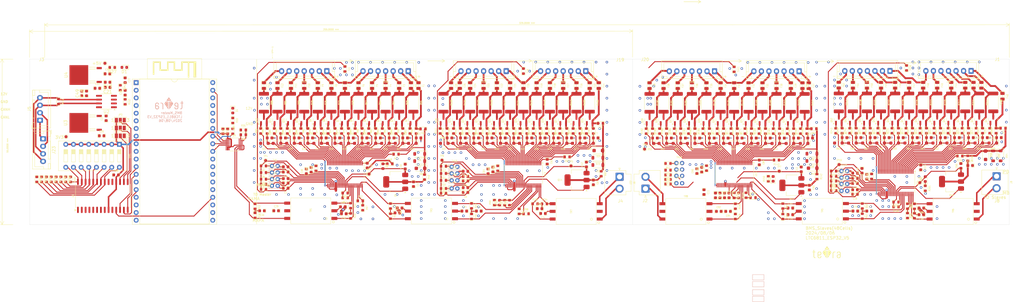
<source format=kicad_pcb>
(kicad_pcb (version 20240108) (generator "pcbnew") (generator_version "8.0")
  (layers (0 "F.Cu" signal) (31 "B.Cu" signal) (34 "B.Paste" user) (35 "F.Paste" user) (36 "B.SilkS" user "B.Silkscreen") (37 "F.SilkS" user "F.Silkscreen") (38 "B.Mask" user) (39 "F.Mask" user) (44 "Edge.Cuts" user))
  (net 0 "")
  (net 1 "+3V3")
  (net 2 "GND")
  (net 3 "+5V")
  (net 4 "Net-(C30-Pad2)")
  (net 5 "Net-(U11-V+)")
  (net 6 "Net-(D1-A)")
  (net 7 "/CAN/CAN_L")
  (net 8 "Net-(U11-Vref1)")
  (net 9 "Net-(U12-Vref1)")
  (net 10 "Net-(U12-V+)")
  (net 11 "/MCU/IP")
  (net 12 "/MCU/NRST")
  (net 13 "Net-(Q10-G)")
  (net 14 "Net-(Q10-D)")
  (net 15 "/Slaves/LTC6811_1/Vref2")
  (net 16 "/MCU/IM")
  (net 17 "/Slaves/LTC6811_1/Vreg")
  (net 18 "Net-(C41-Pad1)")
  (net 19 "Net-(U12-ISOMD)")
  (net 20 "Net-(U12-WDT)")
  (net 21 "Net-(U12-DTEN)")
  (net 22 "Net-(U12-IBIAS)")
  (net 23 "Net-(U12-ICMP)")
  (net 24 "Net-(Q3-D)")
  (net 25 "Net-(Q3-G)")
  (net 26 "/MCU/HSPI_SCK")
  (net 27 "Net-(Q4-D)")
  (net 28 "Net-(Q4-G)")
  (net 29 "Net-(Q5-D)")
  (net 30 "Net-(Q5-G)")
  (net 31 "Net-(Q6-D)")
  (net 32 "Net-(Q6-G)")
  (net 33 "Net-(U13-V+)")
  (net 34 "Net-(Q11-D)")
  (net 35 "Net-(Q11-G)")
  (net 36 "Net-(Q12-D)")
  (net 37 "Net-(Q12-G)")
  (net 38 "Net-(Q13-D)")
  (net 39 "Net-(Q13-G)")
  (net 40 "Net-(U13-Vref1)")
  (net 41 "Net-(Q7-D)")
  (net 42 "Net-(Q7-G)")
  (net 43 "Net-(Q8-D)")
  (net 44 "Net-(Q8-G)")
  (net 45 "Net-(Q9-D)")
  (net 46 "Net-(Q9-G)")
  (net 49 "Net-(U14-V+)")
  (net 50 "Net-(U14-Vref1)")
  (net 51 "/MCU/INTB")
  (net 52 "/MCU/HSPI_MISO")
  (net 53 "/MCU/HSPI_MOSI")
  (net 54 "Net-(D4-A)")
  (net 55 "/CAN/CAN_H")
  (net 56 "Net-(D9-K)")
  (net 57 "Net-(D25-K)")
  (net 58 "Net-(D41-K)")
  (net 59 "Net-(D57-K)")
  (net 60 "GND_PACK")
  (net 61 "/CAN/RXD")
  (net 62 "/CAN/TXD")
  (net 63 "Net-(Q2-G)")
  (net 64 "Net-(Q2-D)")
  (net 65 "Net-(Q15-D)")
  (net 66 "Net-(Q15-G)")
  (net 67 "Net-(Q16-G)")
  (net 68 "Net-(Q16-D)")
  (net 69 "Net-(Q17-G)")
  (net 70 "Net-(Q17-D)")
  (net 71 "Net-(Q18-G)")
  (net 72 "Net-(Q18-D)")
  (net 73 "Net-(Q19-D)")
  (net 74 "Net-(Q19-G)")
  (net 75 "Net-(Q20-D)")
  (net 76 "Net-(Q20-G)")
  (net 77 "Net-(Q21-D)")
  (net 78 "Net-(Q21-G)")
  (net 79 "Net-(Q22-G)")
  (net 80 "Net-(Q22-D)")
  (net 81 "Net-(Q23-G)")
  (net 82 "Net-(Q23-D)")
  (net 83 "Net-(Q24-D)")
  (net 84 "Net-(Q24-G)")
  (net 85 "Net-(Q25-G)")
  (net 86 "Net-(Q25-D)")
  (net 87 "Net-(Q26-D)")
  (net 88 "Net-(Q26-G)")
  (net 89 "Net-(Q28-G)")
  (net 90 "Net-(Q28-D)")
  (net 91 "Net-(Q29-G)")
  (net 92 "Net-(Q29-D)")
  (net 93 "Net-(Q30-D)")
  (net 94 "Net-(Q30-G)")
  (net 95 "Net-(Q31-D)")
  (net 96 "Net-(Q31-G)")
  (net 97 "Net-(Q32-G)")
  (net 98 "Net-(Q32-D)")
  (net 99 "Net-(Q33-G)")
  (net 100 "Net-(Q33-D)")
  (net 101 "Net-(Q34-G)")
  (net 102 "Net-(Q34-D)")
  (net 103 "Net-(Q35-D)")
  (net 104 "Net-(Q35-G)")
  (net 105 "Net-(Q36-G)")
  (net 106 "Net-(Q36-D)")
  (net 107 "Net-(Q37-G)")
  (net 108 "Net-(Q37-D)")
  (net 109 "Net-(Q38-D)")
  (net 110 "Net-(Q38-G)")
  (net 111 "Net-(Q39-G)")
  (net 112 "Net-(Q39-D)")
  (net 113 "Net-(Q41-G)")
  (net 114 "Net-(Q41-D)")
  (net 115 "Net-(Q42-G)")
  (net 116 "Net-(Q42-D)")
  (net 117 "Net-(Q43-G)")
  (net 118 "Net-(Q43-D)")
  (net 119 "Net-(Q44-G)")
  (net 120 "Net-(Q44-D)")
  (net 121 "Net-(Q45-G)")
  (net 122 "Net-(Q45-D)")
  (net 123 "Net-(Q46-G)")
  (net 124 "Net-(Q46-D)")
  (net 125 "Net-(Q47-G)")
  (net 126 "Net-(Q47-D)")
  (net 127 "Net-(Q48-D)")
  (net 128 "Net-(Q48-G)")
  (net 129 "Net-(Q49-G)")
  (net 130 "Net-(Q49-D)")
  (net 131 "Net-(Q50-D)")
  (net 132 "Net-(Q50-G)")
  (net 133 "Net-(Q51-D)")
  (net 134 "Net-(Q51-G)")
  (net 135 "Net-(Q52-D)")
  (net 136 "Net-(Q52-G)")
  (net 137 "/Slaves/LTC6811_1/T2")
  (net 138 "/Slaves/LTC6811_1/T3")
  (net 139 "/Slaves/LTC6811_1/T4")
  (net 140 "/Slaves/LTC6811_1/T5")
  (net 141 "/Slaves/LTC6811_1/T1")
  (net 142 "/Slaves/LTC6811_1/cell12/C")
  (net 143 "Net-(U11-IBIAS)")
  (net 144 "Net-(U11-ICMP)")
  (net 145 "Net-(U11-ISOMD)")
  (net 146 "Net-(U11-WDT)")
  (net 147 "Net-(U11-DTEN)")
  (net 148 "Net-(U13-ICMP)")
  (net 149 "Net-(U13-IBIAS)")
  (net 150 "Net-(U13-ISOMD)")
  (net 151 "Net-(U13-WDT)")
  (net 152 "Net-(U13-DTEN)")
  (net 153 "Net-(U14-IBIAS)")
  (net 154 "Net-(U14-ICMP)")
  (net 155 "Net-(U14-ISOMD)")
  (net 156 "Net-(U14-WDT)")
  (net 157 "Net-(U14-DTEN)")
  (net 158 "/Slaves/LTC6811_1/cell11/C")
  (net 159 "/Slaves/LTC6811_1/cell10/C")
  (net 160 "/Slaves/LTC6811_1/cell10/CM")
  (net 167 "/Slaves/LTC6811_1/cell8/C")
  (net 168 "/Slaves/LTC6811_1/cell7/C")
  (net 169 "/Slaves/LTC6811_1/cell6/C")
  (net 170 "/Slaves/LTC6811_1/cell5/C")
  (net 171 "/Slaves/LTC6811_1/cell4/C")
  (net 172 "/Slaves/LTC6811_1/cell3/C")
  (net 173 "/Slaves/LTC6811_1/cell2/C")
  (net 174 "/Slaves/LTC6811_1/cell1/C")
  (net 175 "/Slaves/LTC6811_2/Vref2")
  (net 176 "/Slaves/LTC6811_2/Vreg")
  (net 177 "Net-(C67-Pad1)")
  (net 178 "/Slaves/LTC6811_2/T2")
  (net 179 "/Slaves/LTC6811_2/T3")
  (net 180 "/Slaves/LTC6811_2/T4")
  (net 181 "/Slaves/LTC6811_2/T5")
  (net 182 "/Slaves/LTC6811_2/T1")
  (net 183 "/Slaves/LTC6811_2/cell12/C")
  (net 184 "/Slaves/LTC6811_2/cell11/C")
  (net 185 "/Slaves/LTC6811_2/cell10/C")
  (net 186 "/Slaves/LTC6811_2/cell10/CM")
  (net 187 "/Slaves/LTC6811_2/cell8/C")
  (net 188 "/Slaves/LTC6811_2/cell7/C")
  (net 189 "/Slaves/LTC6811_2/cell6/C")
  (net 190 "/Slaves/LTC6811_2/cell5/C")
  (net 191 "/Slaves/LTC6811_2/cell4/C")
  (net 192 "/Slaves/LTC6811_2/cell3/C")
  (net 193 "/Slaves/LTC6811_2/cell2/C")
  (net 194 "/Slaves/LTC6811_2/cell1/C")
  (net 195 "/Slaves/LTC6811_3/Vref2")
  (net 196 "/Slaves/LTC6811_3/Vreg")
  (net 197 "Net-(C93-Pad1)")
  (net 198 "/Slaves/LTC6811_3/T2")
  (net 199 "/Slaves/LTC6811_3/T3")
  (net 200 "/Slaves/LTC6811_3/T4")
  (net 201 "/Slaves/LTC6811_3/T5")
  (net 202 "/Slaves/LTC6811_3/T1")
  (net 203 "/Slaves/LTC6811_3/cell12/C")
  (net 204 "/Slaves/LTC6811_3/cell11/C")
  (net 205 "/Slaves/LTC6811_3/cell10/C")
  (net 206 "/Slaves/LTC6811_3/cell10/CM")
  (net 207 "/Slaves/LTC6811_3/cell8/C")
  (net 208 "/Slaves/LTC6811_3/cell7/C")
  (net 209 "/Slaves/LTC6811_3/cell6/C")
  (net 210 "/Slaves/LTC6811_3/cell5/C")
  (net 211 "/Slaves/LTC6811_3/cell4/C")
  (net 212 "/Slaves/LTC6811_3/cell3/C")
  (net 213 "/Slaves/LTC6811_3/cell2/C")
  (net 214 "/Slaves/LTC6811_3/cell1/C")
  (net 215 "/Slaves/LTC6811_4/Vref2")
  (net 216 "/Slaves/LTC6811_4/Vreg")
  (net 217 "Net-(C119-Pad1)")
  (net 218 "/Slaves/LTC6811_4/T2")
  (net 219 "/Slaves/LTC6811_4/T3")
  (net 220 "/Slaves/LTC6811_4/T4")
  (net 221 "/Slaves/LTC6811_4/T5")
  (net 222 "/Slaves/LTC6811_4/T1")
  (net 223 "/Slaves/LTC6811_4/cell12/C")
  (net 224 "/Slaves/LTC6811_4/cell11/C")
  (net 225 "/Slaves/LTC6811_4/cell10/C")
  (net 226 "/Slaves/LTC6811_4/cell10/CM")
  (net 227 "/Slaves/LTC6811_4/cell8/C")
  (net 228 "/Slaves/LTC6811_4/cell7/C")
  (net 229 "/Slaves/LTC6811_4/cell6/C")
  (net 230 "/Slaves/LTC6811_4/cell5/C")
  (net 231 "/Slaves/LTC6811_4/cell4/C")
  (net 232 "/Slaves/LTC6811_4/cell3/C")
  (net 233 "/Slaves/LTC6811_4/cell2/C")
  (net 234 "/Slaves/LTC6811_4/cell1/C")
  (net 235 "/Slaves/LTC6811_1/BAT+")
  (net 236 "/Slaves/LTC6811_2/BAT+")
  (net 237 "/Slaves/LTC6811_3/BAT+")
  (net 238 "/Slaves/LTC6811_4/BAT+")
  (net 239 "/Slaves/LTC6811_1/cell12/C+")
  (net 240 "/Slaves/LTC6811_1/C12")
  (net 241 "/Slaves/LTC6811_1/cell11/C+")
  (net 242 "/Slaves/LTC6811_1/C11")
  (net 243 "/Slaves/LTC6811_1/C10")
  (net 244 "/Slaves/LTC6811_1/cell10/C+")
  (net 245 "/Slaves/LTC6811_1/C9")
  (net 246 "/Slaves/LTC6811_1/cell10/C-")
  (net 247 "/Slaves/LTC6811_1/cell8/C+")
  (net 248 "/Slaves/LTC6811_1/C8")
  (net 249 "/Slaves/LTC6811_1/C7")
  (net 250 "/Slaves/LTC6811_1/cell7/C+")
  (net 251 "/Slaves/LTC6811_1/C6")
  (net 252 "/Slaves/LTC6811_1/cell6/C+")
  (net 253 "/Slaves/LTC6811_1/C5")
  (net 254 "/Slaves/LTC6811_1/cell5/C+")
  (net 255 "/Slaves/LTC6811_1/C4")
  (net 256 "/Slaves/LTC6811_1/cell4/C+")
  (net 257 "/Slaves/LTC6811_1/C3")
  (net 258 "/Slaves/LTC6811_1/cell3/C+")
  (net 259 "/Slaves/LTC6811_1/cell2/C+")
  (net 260 "/Slaves/LTC6811_1/C2")
  (net 261 "/Slaves/LTC6811_1/cell1/C+")
  (net 262 "/Slaves/LTC6811_1/C1")
  (net 263 "/Slaves/LTC6811_1/C1_G")
  (net 264 "/Slaves/LTC6811_2/C12")
  (net 265 "/Slaves/LTC6811_2/cell12/C+")
  (net 266 "/Slaves/LTC6811_2/C11")
  (net 267 "/Slaves/LTC6811_2/cell11/C+")
  (net 268 "/Slaves/LTC6811_2/C10")
  (net 269 "/Slaves/LTC6811_2/cell10/C+")
  (net 270 "/Slaves/LTC6811_2/cell10/C-")
  (net 271 "/Slaves/LTC6811_2/C9")
  (net 272 "/Slaves/LTC6811_2/C8")
  (net 273 "/Slaves/LTC6811_2/cell8/C+")
  (net 274 "/Slaves/LTC6811_2/cell7/C+")
  (net 275 "/Slaves/LTC6811_2/C7")
  (net 276 "/Slaves/LTC6811_2/cell6/C+")
  (net 277 "/Slaves/LTC6811_2/C6")
  (net 278 "/Slaves/LTC6811_2/cell5/C+")
  (net 279 "/Slaves/LTC6811_2/C5")
  (net 280 "/Slaves/LTC6811_2/C4")
  (net 281 "/Slaves/LTC6811_2/cell4/C+")
  (net 282 "/Slaves/LTC6811_2/C3")
  (net 283 "/Slaves/LTC6811_2/cell3/C+")
  (net 284 "/Slaves/LTC6811_2/C2")
  (net 285 "/Slaves/LTC6811_2/cell2/C+")
  (net 286 "/Slaves/LTC6811_2/C1")
  (net 287 "/Slaves/LTC6811_2/cell1/C+")
  (net 288 "/Slaves/LTC6811_2/C1_G")
  (net 289 "/Slaves/LTC6811_3/C12")
  (net 290 "/Slaves/LTC6811_3/cell12/C+")
  (net 291 "/Slaves/LTC6811_3/C11")
  (net 292 "/Slaves/LTC6811_3/cell11/C+")
  (net 293 "/Slaves/LTC6811_3/C10")
  (net 294 "/Slaves/LTC6811_3/cell10/C+")
  (net 295 "/Slaves/LTC6811_3/cell10/C-")
  (net 296 "/Slaves/LTC6811_3/C9")
  (net 297 "/Slaves/LTC6811_3/C8")
  (net 298 "/Slaves/LTC6811_3/cell8/C+")
  (net 299 "/Slaves/LTC6811_3/C7")
  (net 300 "/Slaves/LTC6811_3/cell7/C+")
  (net 301 "/Slaves/LTC6811_3/cell6/C+")
  (net 302 "/Slaves/LTC6811_3/C6")
  (net 303 "/Slaves/LTC6811_3/cell5/C+")
  (net 304 "/Slaves/LTC6811_3/C5")
  (net 305 "/Slaves/LTC6811_3/cell4/C+")
  (net 306 "/Slaves/LTC6811_3/C4")
  (net 307 "/Slaves/LTC6811_3/cell3/C+")
  (net 308 "/Slaves/LTC6811_3/C3")
  (net 309 "/Slaves/LTC6811_3/C2")
  (net 310 "/Slaves/LTC6811_3/cell2/C+")
  (net 311 "/Slaves/LTC6811_3/C1")
  (net 312 "/Slaves/LTC6811_3/cell1/C+")
  (net 313 "/Slaves/LTC6811_3/C1_G")
  (net 314 "/Slaves/LTC6811_4/C12")
  (net 315 "/Slaves/LTC6811_4/cell12/C+")
  (net 316 "/Slaves/LTC6811_4/C11")
  (net 317 "/Slaves/LTC6811_4/cell11/C+")
  (net 318 "/Slaves/LTC6811_4/C10")
  (net 319 "/Slaves/LTC6811_4/cell10/C+")
  (net 320 "/Slaves/LTC6811_4/cell10/C-")
  (net 321 "/Slaves/LTC6811_4/C9")
  (net 322 "/Slaves/LTC6811_4/C8")
  (net 323 "/Slaves/LTC6811_4/cell8/C+")
  (net 324 "/Slaves/LTC6811_4/C7")
  (net 325 "/Slaves/LTC6811_4/cell7/C+")
  (net 326 "/Slaves/LTC6811_4/cell6/C+")
  (net 327 "/Slaves/LTC6811_4/C6")
  (net 328 "/Slaves/LTC6811_4/cell5/C+")
  (net 329 "/Slaves/LTC6811_4/C5")
  (net 330 "/Slaves/LTC6811_4/cell4/C+")
  (net 331 "/Slaves/LTC6811_4/C4")
  (net 332 "/Slaves/LTC6811_4/cell3/C+")
  (net 333 "/Slaves/LTC6811_4/C3")
  (net 334 "/Slaves/LTC6811_4/cell2/C+")
  (net 335 "/Slaves/LTC6811_4/C2")
  (net 336 "/Slaves/LTC6811_4/cell1/C+")
  (net 337 "/Slaves/LTC6811_4/C1")
  (net 338 "/Slaves/LTC6811_4/C1_G")
  (net 339 "/Slaves/LTC6811_1/DRIVE")
  (net 340 "/Slaves/LTC6811_2/DRIVE")
  (net 341 "/Slaves/LTC6811_3/DRIVE")
  (net 342 "/Slaves/LTC6811_4/DRIVE")
  (net 343 "Net-(U9-ICMP)")
  (net 344 "Net-(U9-IBIAS)")
  (net 345 "/Slaves/LTC6811_1/IPB")
  (net 346 "/Slaves/LTC6811_1/IMB")
  (net 347 "/Slaves/LTC6811_1/cell12/S")
  (net 348 "/Slaves/LTC6811_1/cell11/S")
  (net 349 "/Slaves/LTC6811_1/cell10/S")
  (net 350 "/Slaves/LTC6811_1/cell9/S")
  (net 351 "/Slaves/LTC6811_1/cell8/S")
  (net 352 "/Slaves/LTC6811_1/cell7/S")
  (net 353 "/Slaves/LTC6811_1/cell6/S")
  (net 354 "/Slaves/LTC6811_1/cell5/S")
  (net 355 "/Slaves/LTC6811_1/cell4/S")
  (net 356 "/Slaves/LTC6811_1/cell3/S")
  (net 357 "/Slaves/LTC6811_1/cell2/S")
  (net 358 "/Slaves/LTC6811_1/cell1/S")
  (net 359 "/Slaves/LTC6811_2/IPB")
  (net 360 "/Slaves/LTC6811_2/IMB")
  (net 361 "/Slaves/LTC6811_2/cell12/S")
  (net 362 "/Slaves/LTC6811_2/cell11/S")
  (net 363 "/Slaves/LTC6811_2/cell10/S")
  (net 364 "/Slaves/LTC6811_2/cell9/S")
  (net 365 "/Slaves/LTC6811_2/cell8/S")
  (net 366 "/Slaves/LTC6811_2/cell7/S")
  (net 367 "/Slaves/LTC6811_2/cell6/S")
  (net 368 "/Slaves/LTC6811_2/cell5/S")
  (net 369 "/Slaves/LTC6811_2/cell4/S")
  (net 370 "/Slaves/LTC6811_2/cell3/S")
  (net 371 "/Slaves/LTC6811_2/cell2/S")
  (net 372 "/Slaves/LTC6811_2/cell1/S")
  (net 373 "/Slaves/LTC6811_3/IPB")
  (net 374 "/Slaves/LTC6811_3/IMB")
  (net 375 "/Slaves/LTC6811_3/cell12/S")
  (net 376 "/Slaves/LTC6811_3/cell11/S")
  (net 377 "/Slaves/LTC6811_3/cell10/S")
  (net 378 "/Slaves/LTC6811_3/cell9/S")
  (net 379 "/Slaves/LTC6811_3/cell8/S")
  (net 380 "/Slaves/LTC6811_3/cell7/S")
  (net 381 "/Slaves/LTC6811_3/cell6/S")
  (net 382 "/Slaves/LTC6811_3/cell5/S")
  (net 383 "/Slaves/LTC6811_3/cell4/S")
  (net 384 "/Slaves/LTC6811_3/cell3/S")
  (net 385 "/Slaves/LTC6811_3/cell2/S")
  (net 386 "/Slaves/LTC6811_3/cell1/S")
  (net 387 "/Slaves/LTC6811_4/IPB")
  (net 388 "/Slaves/LTC6811_4/IMB")
  (net 389 "/Slaves/LTC6811_4/cell12/S")
  (net 390 "/Slaves/LTC6811_4/cell11/S")
  (net 391 "/Slaves/LTC6811_4/cell10/S")
  (net 392 "/Slaves/LTC6811_4/cell9/S")
  (net 393 "/Slaves/LTC6811_4/cell8/S")
  (net 394 "/Slaves/LTC6811_4/cell7/S")
  (net 395 "/Slaves/LTC6811_4/cell6/S")
  (net 396 "/Slaves/LTC6811_4/cell5/S")
  (net 397 "/Slaves/LTC6811_4/cell4/S")
  (net 398 "/Slaves/LTC6811_4/cell3/S")
  (net 399 "/Slaves/LTC6811_4/cell2/S")
  (net 400 "/Slaves/LTC6811_4/cell1/S")
  (net 410 "/MCU/5V")
  (net 424 "Net-(C44-Pad1)")
  (net 425 "Net-(C45-Pad1)")
  (net 426 "Net-(C70-Pad1)")
  (net 427 "Net-(C73-Pad2)")
  (net 428 "Net-(C96-Pad1)")
  (net 429 "/Slaves/LTC6811_2/IMA")
  (net 430 "/Slaves/LTC6811_2/IPA")
  (net 431 "/Slaves/LTC6811_3/IPA")
  (net 432 "/Slaves/LTC6811_3/IMA")
  (net 433 "/Slaves/LTC6811_4/IMA")
  (net 434 "/Slaves/LTC6811_4/IPA")
  (net 435 "Net-(C24-Pad1)")
  (net 436 "Net-(C26-Pad1)")
  (net 437 "Net-(C46-Pad2)")
  (net 438 "Net-(C74-Pad1)")
  (net 439 "Net-(C92-Pad1)")
  (net 440 "Net-(C94-Pad1)")
  (net 441 "Net-(C50-Pad1)")
  (net 442 "Net-(C72-Pad1)")
  (net 444 "Net-(C75-Pad1)")
  (net 445 "Net-(C76-Pad1)")
  (net 448 "/MCU/INTA")
  (net 455 "/MCU/HSPI_CS")
  (net 456 "/MCU/VSPI_MISO")
  (net 457 "/MCU/VSPI_MOSI")
  (net 458 "/MCU/VSPI_CS")
  (net 459 "/MCU/VSPI_SCK")
  (net 460 "Net-(JP1-C)")
  (net 461 "Net-(JP2-C)")
  (net 462 "Net-(JP3-C)")
  (net 463 "Net-(U1-GPA0)")
  (net 464 "Net-(U1-GPA1)")
  (net 465 "Net-(U1-GPA2)")
  (net 466 "Net-(U1-GPA3)")
  (net 467 "Net-(U1-GPA4)")
  (net 468 "Net-(U1-GPA5)")
  (net 469 "Net-(U1-GPA6)")
  (net 470 "Net-(U1-GPA7)")
  (net 473 "Net-(C69-Pad1)")
  (net 474 "/Slaves/LTC6811_1/IPA")
  (net 475 "/Slaves/LTC6811_1/IMA")
  (net 476 "Net-(J6-Pin_2)")
  (net 477 "Net-(J6-Pin_1)")
  (net 478 "Net-(J9-Pin_2)")
  (net 479 "Net-(J9-Pin_1)")
  (net 480 "Net-(J22-Pin_2)")
  (net 481 "Net-(J22-Pin_1)")
  (net 483 "/PowerSupply/+12V")
  (net 484 "Net-(C29-Pad2)")
  (footprint "RF_Module:ESP32-DevKitc V4_DIP-38_27.9mm×48.2mm" (layer "F.Cu") (at 69.095 169.811928)
    (property "Reference" "U8" (hide yes))
    (property "Value" "ESP32-DevKitC V4" (hide yes))
  )
  (footprint "Diode_SMD:D_SOD-123" (layer "F.Cu") (at 294.5 148.841928 180)
    (property "Reference" "D39")
    (property "Value" "1N4148W")
  )
  (footprint "LED_SMD:LED_0603_1608Metric" (layer "F.Cu") (at 190.9 162.7 90)
    (property "Reference" "D25")
    (property "Value" "LED Red")
  )
  (footprint "Resistor_SMD:R_0603_1608Metric" (layer "F.Cu") (at 244 138.929428 90)
    (property "Reference" "R189")
    (property "Value" "3.3K")
  )
  (footprint "TestPoint:TestPoint_Pad_D1.0mm" (layer "F.Cu") (at 283.65 152.241928)
    (property "Reference" "TP7")
    (property "Value" "Vreg")
  )
  (footprint "Package_TO_SOT_SMD:SOT-23" (layer "F.Cu") (at 254.7 135.429428 90)
    (property "Reference" "Q36")
    (property "Value" "TSM2323")
  )
  (footprint "Resistor_SMD:R_0603_1608Metric" (layer "F.Cu") (at 175.65 138.9 90)
    (property "Reference" "R138")
    (property "Value" "3.3K")
  )
  (footprint "Diode_SMD:D_SOD-323_HandSoldering" (layer "F.Cu") (at 287.2 143.041928 180)
    (property "Reference" "D43")
    (property "Value" "PDZ7.5B")
  )
  (footprint "Package_TO_SOT_SMD:SOT-23" (layer "F.Cu") (at 312.75 135.3 90)
    (property "Reference" "Q50")
    (property "Value" "TSM2323")
  )
  (footprint "Fuse:Fuse_0805_2012Metric" (layer "F.Cu") (at 308.1 123.7 -90)
    (property "Reference" "F51")
    (property "Value" "MPZ2012S102ATD25")
  )
  (footprint "Resistor_SMD:R_0603_1608Metric" (layer "F.Cu") (at 224.6 153.1 -90)
    (property "Reference" "R91")
    (property "Value" "100R")
  )
  (footprint "Resistor_SMD:R_0603_1608Metric" (layer "F.Cu") (at 112.6 156.6 180)
    (property "Reference" "R4")
    (property "Value" "10K")
  )
  (footprint "Connector_JST:JST_VH_B2P-VH-B_1x02_P3.96mm_Vertical" (layer "F.Cu") (at 355.75 153.950572 -90)
    (property "Reference" "J9")
    (property "Value" "B2P-VH-B")
  )
  (footprint "Capacitor_SMD:C_0603_1608Metric" (layer "F.Cu") (at 313.5 165.5)
    (property "Reference" "C72")
    (property "Value" "10nF/100V")
  )
  (footprint "Package_TO_SOT_SMD:SOT-23" (layer "F.Cu") (at 240.65 135.441928 90)
    (property "Reference" "Q39")
    (property "Value" "TSM2323")
  )
  (footprint "Capacitor_SMD:C_0603_1608Metric" (layer "F.Cu") (at 179.605 154 180)
    (property "Reference" "C9")
    (property "Value" "100nF/100V")
  )
  (footprint "Resistor_SMD:R_0603_1608Metric" (layer "F.Cu") (at 330.4 138.8 90)
    (property "Reference" "R225")
    (property "Value" "3.3K")
  )
  (footprint "Capacitor_SMD:C_0603_1608Metric" (layer "F.Cu") (at 342.575 141.1)
    (property "Reference" "C132")
    (property "Value" "100nF/100V")
  )
  (footprint "Fuse:Fuse_0805_2012Metric" (layer "F.Cu") (at 126.1 123.8 -90)
    (property "Reference" "F10")
    (property "Value" "MPZ2012S102ATD25")
  )
  (footprint "Resistor_THT:R_Axial_DIN0204_L3.6mm_D1.6mm_P1.90mm_Vertical" (layer "F.Cu") (at 304.295 154.4)
    (property "Reference" "TH19")
    (property "Value" "10K NTC")
  )
  (footprint "Resistor_SMD:R_2512_6332Metric" (layer "F.Cu") (at 350 129.4 -90)
    (property "Reference" "R211")
    (property "Value" "36R 1W 2512")
  )
  (footprint "Jumper:SolderJumper-3_P1.3mm_Open_Pad1.0x1.5mm_NumberLabels" (layer "F.Cu") (at 65.1 135.3)
    (property "Reference" "JP3")
    (property "Value" "SolderJumper_3_Bridged12")
  )
  (footprint "Capacitor_SMD:C_0603_1608Metric" (layer "F.Cu") (at 191.975 141.2)
    (property "Reference" "C84")
    (property "Value" "100nF/100V")
  )
  (footprint "Connector_JST:JST_XH_B7B-XH-A_1x07_P2.50mm_Vertical_BAT_6S" (layer "F.Cu") (at 262.2 119.041928 180)
    (property "Reference" "J15")
    (property "Value" "B7B-XH-A")
  )
  (footprint "Connector_JST:JST_XH_B7B-XH-A_1x07_P2.50mm_Vertical_BAT_6S" (layer "F.Cu") (at 290.25 119.041928 180)
    (property "Reference" "J14")
    (property "Value" "B7B-XH-A")
  )
  (footprint "Package_TO_SOT_SMD:SOT-23" (layer "F.Cu") (at 331.4 135.3 90)
    (property "Reference" "Q46")
    (property "Value" "TSM2323")
  )
  (footprint "Resistor_SMD:R_0603_1608Metric" (layer "F.Cu") (at 154.7 163.825 -90)
    (property "Reference" "R2")
    (property "Value" "49.9R")
  )
  (footprint "Resistor_SMD:R_0603_1608Metric" (layer "F.Cu") (at 274.45 138.929428 90)
    (property "Reference" "R170")
    (property "Value" "100R")
  )
  (footprint "Resistor_SMD:R_0603_1608Metric" (layer "F.Cu") (at 301.7 158.7)
    (property "Reference" "R18")
    (property "Value" "10K")
  )
  (footprint "Diode_SMD:D_SOD-323_HandSoldering" (layer "F.Cu") (at 144.05 143 180)
    (property "Reference" "D14")
    (property "Value" "PDZ7.5B")
  )
  (footprint "Fuse:Fuse_0805_2012Metric" (layer "F.Cu") (at 148.6 123.8 -90)
    (property "Reference" "F5")
    (property "Value" "MPZ2012S102ATD25")
  )
  (footprint "Resistor_SMD:R_0603_1608Metric" (layer "F.Cu") (at 353.5 138.8 90)
    (property "Reference" "R210")
    (property "Value" "3.3K")
  )
  (footprint "Package_TO_SOT_SMD:SOT-23" (layer "F.Cu") (at 308.075 135.3 90)
    (property "Reference" "Q51")
    (property "Value" "TSM2323")
  )
  (footprint "Diode_SMD:D_SOD-323_HandSoldering" (layer "F.Cu") (at 307.925 142.9 180)
    (property "Reference" "D68")
    (property "Value" "PDZ7.5B")
  )
  (footprint "MountingHole:MountingHole_3.2mm_M3_ISO7380" (layer "F.Cu") (at 356 118.908072)
    (property "Reference" "J1")
    (property "Value" "Hole /NC")
  )
  (footprint "Package_TO_SOT_SMD:SOT-23" (layer "F.Cu") (at 287.5 135.429428 90)
    (property "Reference" "Q29")
    (property "Value" "TSM2323")
  )
  (footprint "Capacitor_SMD:C_0603_1608Metric" (layer "F.Cu") (at 60.4 134.675 90)
    (property "Reference" "C34")
    (property "Value" "1uF/25V")
  )
  (footprint "Fuse:Fuse_0805_2012Metric" (layer "F.Cu") (at 203.2 123.8 -90)
    (property "Reference" "F19")
    (property "Value" "MPZ2012S102ATD25")
  )
  (footprint "Capacitor_SMD:C_0603_1608Metric" (layer "F.Cu") (at 114.6 141.2)
    (property "Reference" "C62")
    (property "Value" "100nF/100V")
  )
  (footprint "Capacitor_SMD:C_0603_1608Metric" (layer "F.Cu") (at 60.825 119.9)
    (property "Reference" "C35")
    (property "Value" "1uF/25V")
  )
  (footprint "Resistor_SMD:R_0603_1608Metric" (layer "F.Cu") (at 154.5 149.8)
    (property "Reference" "R48")
    (property "Value" "1.2K")
  )
  (footprint "Resistor_SMD:R_0603_1608Metric" (layer "F.Cu") (at 328.5 167.058072 90)
    (property "Reference" "R26")
    (property "Value" "51R")
  )
  (footprint "Resistor_SMD:R_2512_6332Metric" (layer "F.Cu") (at 198.8 129.5 -90)
    (property "Reference" "R121")
    (property "Value" "36R 1W 2512")
  )
  (footprint "Capacitor_SMD:C_0603_1608Metric" (layer "F.Cu") (at 308.795 156.3 180)
    (property "Reference" "C18")
    (property "Value" "100nF/100V")
  )
  (footprint "Resistor_SMD:R_0603_1608Metric" (layer "F.Cu") (at 311.2 167.2 -90)
    (property "Reference" "R52")
    (property "Value" "49.9R")
  )
  (footprint "Resistor_SMD:R_2512_6332Metric" (layer "F.Cu") (at 112.725 129.5 -90)
    (property "Reference" "R88")
    (property "Value" "36R 1W 2512")
  )
  (footprint "Package_TO_SOT_SMD:TO252-3_ROM" (layer "F.Cu") (at 51.3436 120.299999 90)
    (property "Reference" "U4")
    (property "Value" "BD50FC0FP-E2")
  )
  (footprint "Capacitor_SMD:C_0603_1608Metric" (layer "F.Cu") (at 119.954962 150.8125 180)
    (property "Reference" "C5")
    (property "Value" "100nF/100V")
  )
  (footprint "TestPoint:TestPoint_Pad_D1.0mm" (layer "F.Cu") (at 147.6 153.2)
    (property "Reference" "TP3")
    (property "Value" "Vreg")
  )
  (footprint "Fuse:Fuse_0805_2012Metric" (layer "F.Cu") (at 278.1 123.829428 -90)
    (property "Reference" "F31")
    (property "Value" "MPZ2012S102ATD25")
  )
  (footprint "Capacitor_SMD:C_0603_1608Metric" (layer "F.Cu") (at 275.225 141.241928)
    (property "Reference" "C107")
    (property "Value" "100nF/100V")
  )
  (footprint "Resistor_THT:R_Axial_DIN0204_L3.6mm_D1.6mm_P1.90mm_Vertical" (layer "F.Cu") (at 174.995 155.3)
    (property "Reference" "TH8")
    (property "Value" "10K NTC")
  )
  (footprint "Resistor_SMD:R_0603_1608Metric" (layer "F.Cu") (at 318.525 138.8 90)
    (property "Reference" "R233")
    (property "Value" "100R")
  )
  (footprint "Resistor_SMD:R_0603_1608Metric" (layer "F.Cu") (at 301.7 157.1 180)
    (property "Reference" "R19")
    (property "Value" "10K")
  )
  (footprint "Resistor_SMD:R_0603_1608Metric" (layer "F.Cu") (at 181.6 163.775 -90)
    (property "Reference" "R49")
    (property "Value" "49.9R")
  )
  (footprint "Resistor_SMD:R_0603_1608Metric" (layer "F.Cu") (at 197.7 138.9 90)
    (property "Reference" "R123")
    (property "Value" "3.3K")
  )
  (footprint "Resistor_SMD:R_2512_6332Metric" (layer "F.Cu") (at 212 129.5 -90)
    (property "Reference" "R112")
    (property "Value" "36R 1W 2512")
  )
  (footprint "TestPoint:TestPoint_Pad_D1.0mm" (layer "F.Cu") (at 113.3 148.7)
    (property "Reference" "TP4")
    (property "Value" "Vref2")
  )
  (footprint "Capacitor_SMD:C_0603_1608Metric" (layer "F.Cu") (at 63.7 153.5)
    (property "Reference" "C68")
    (property "Value" "100nF/100V")
  )
  (footprint "Resistor_SMD:R_2512_6332Metric" (layer "F.Cu") (at 268.7 129.529428 -90)
    (property "Reference" "R172")
    (property "Value" "36R 1W 2512")
  )
  (footprint "Capacitor_SMD:C_0603_1608Metric" (layer "F.Cu") (at 147 150.375 -90)
    (property "Reference" "C37")
    (property "Value" "100nF/100V")
  )
  (footprint "Diode_SMD:D_SOD-323_HandSoldering" (layer "F.Cu") (at 172.55 143 180)
    (property "Reference" "D37")
    (property "Value" "PDZ7.5B")
  )
  (footprint "Resistor_SMD:R_0603_1608Metric" (layer "F.Cu") (at 111.675 138.9 90)
    (property "Reference" "R90")
    (property "Value" "3.3K")
  )
  (footprint "Capacitor_SMD:C_0603_1608Metric" (layer "F.Cu") (at 308.795 158.4 180)
    (property "Reference" "C17")
    (property "Value" "100nF/100V")
  )
  (footprint "Diode_SMD:D_SOD-323_HandSoldering" (layer "F.Cu") (at 254.45 143.029428 180)
    (property "Reference" "D50")
    (property "Value" "PDZ7.5B")
  )
  (footprint "Resistor_SMD:R_0603_1608Metric" (layer "F.Cu") (at 316.425 138.8 90)
    (property "Reference" "R234")
    (property "Value" "3.3K")
  )
  (footprint "Diode_SMD:D_SOD-323_HandSoldering" (layer "F.Cu") (at 157.55 143 180)
    (property "Reference" "D11")
    (property "Value" "PDZ7.5B")
  )
  (footprint "Capacitor_SMD:C_0603_1608Metric" (layer "F.Cu") (at 277.05 149.341928 -90)
    (property "Reference" "C89")
    (property "Value" "100nF/100V")
  )
  (footprint "Package_TO_SOT_SMD:SOT-23" (layer "F.Cu") (at 350 135.3 90)
    (property "Reference" "Q42")
    (property "Value" "TSM2323")
  )
  (footprint "Capacitor_SMD:C_0603_1608Metric" (layer "F.Cu") (at 284.55 141.241928)
    (property "Reference" "C105")
    (property "Value" "100nF/100V")
  )
  (footprint "Package_SO:TSSOP-48_6.1x12.5mm_P0.5mm" (layer "F.Cu") (at 268.8 153.2 -90)
    (property "Reference" "U13")
    (property "Value" "LTC6811HG-1")
  )
  (footprint "Resistor_SMD:R_0603_1608Metric" (layer "F.Cu") (at 152 138.9 90)
    (property "Reference" "R63")
    (property "Value" "3.3K")
  )
  (footprint "Capacitor_SMD:C_0603_1608Metric" (layer "F.Cu") (at 119.1 141.2)
    (property "Reference" "C61")
    (property "Value" "100nF/100V")
  )
  (footprint "Resistor_SMD:R_2512_6332Metric" (layer "F.Cu") (at 181.15 129.5 -90)
    (property "Reference" "R133")
    (property "Value" "36R 1W 2512")
  )
  (footprint "Resistor_SMD:R_0603_1608Metric" (layer "F.Cu") (at 206.5 138.9 90)
    (property "Reference" "R117")
    (property "Value" "3.3K")
  )
  (footprint "Library:R_0603_1608Metric" (layer "F.Cu") (at 139.6 118.3 -90)
    (property "Reference" "TH1")
    (property "Value" "10K NTC SMD")
  )
  (footprint "Capacitor_SMD:C_0603_1608Metric" (layer "F.Cu") (at 311.1 152.1 90)
    (property "Reference" "C116")
    (property "Value" "1uF/25V")
  )
  (footprint "MountingHole:MountingHole_3.2mm_M3_ISO7380" (layer "F.Cu") (at 230.9 119.1)
    (property "Reference" "J19")
    (property "Value" "Hole /NC")
  )
  (footprint "Diode_SMD:D_SOD-323_HandSoldering" (layer "F.Cu") (at 303.275 142.9 180)
    (property "Reference" "D69")
    (property "Value" "PDZ7.5B")
  )
  (footprint "Resistor_SMD:R_2512_6332Metric" (layer "F.Cu") (at 322.1 129.4 -90)
    (property "Reference" "R229")
    (property "Value" "36R 1W 2512")
  )
  (footprint "Diode_SMD:D_SOD-123" (layer "F.Cu") (at 354.6 147.158072 -90)
    (property "Reference" "D55")
    (property "Value" "1N4148W")
  )
  (footprint "Capacitor_SMD:C_0603_1608Metric" (layer "F.Cu") (at 179.6 152.3 180)
    (property "Reference" "C10")
    (property "Value" "100nF/100V")
  )
  (footprint "Resistor_SMD:R_2512_6332Metric" (layer "F.Cu") (at 250 129.529428 -90)
    (property "Reference" "R184")
    (property "Value" "36R 1W 2512")
  )
  (footprint "Resistor_SMD:R_0603_1608Metric" (layer "F.Cu") (at 274.975 161.041928)
    (property "Reference" "R100")
    (property "Value" "1K")
  )
  (footprint "Resistor_SMD:R_0603_1608Metric" (layer "F.Cu") (at 248.875 138.929428 90)
    (property "Reference" "R186")
    (property "Value" "3.3K")
  )
  (footprint "Resistor_SMD:R_0603_1608Metric" (layer "F.Cu") (at 269.1 163.9 -90)
    (property "Reference" "R195")
    (property "Value" "51R")
  )
  (footprint "Capacitor_SMD:C_0603_1608Metric" (layer "F.Cu") (at 179.6 157.7 180)
    (property "Reference" "C7")
    (property "Value" "100nF/100V")
  )
  (footprint "Transformer_SMD:HM2108NL" (layer "F.Cu") (at 168.3 165.5 90)
    (property "Reference" "TR3")
    (property "Value" "HM2108NL")
  )
  (footprint "Diode_SMD:D_SOD-323_HandSoldering" (layer "F.Cu") (at 335.9 142.9 180)
    (property "Reference" "D62")
    (property "Value" "PDZ7.5B")
  )
  (footprint "Diode_SMD:D_SOD-123F" (layer "F.Cu") (at 294.75 151.241928 180)
    (property "Reference" "D40")
    (property "Value" "BZT52H-C62")
  )
  (footprint "Resistor_SMD:R_2512_6332Metric" (layer "F.Cu") (at 292.1 129.541928 -90)
    (property "Reference" "R157")
    (property "Value" "36R 1W 2512")
  )
  (footprint "Resistor_SMD:R_0603_1608Metric" (layer "F.Cu") (at 138.5 138.9 90)
    (property "Reference" "R72")
    (property "Value" "3.3K")
  )
  (footprint "Capacitor_SMD:C_0603_1608Metric" (layer "F.Cu") (at 242.425 141.241928)
    (property "Reference" "C114")
    (property "Value" "100nF/100V")
  )
  (footprint "Resistor_SMD:R_0603_1608Metric" (layer "F.Cu") (at 277 138.929428 90)
    (property "Reference" "R168")
    (property "Value" "3.3K")
  )
  (footprint "Diode_SMD:D_SOD-123F" (layer "F.Cu") (at 164.675 151.3 180)
    (property "Reference" "D8")
    (property "Value" "BZT52H-C62")
  )
  (footprint "Resistor_SMD:R_0603_1608Metric" (layer "F.Cu") (at 66.7 129.2 -90)
    (property "Reference" "R152")
    (property "Value" "120R")
  )
  (footprint "Package_TO_SOT_SMD:SOT-23" (layer "F.Cu") (at 181.15 135.4 90)
    (property "Reference" "Q24")
    (property "Value" "TSM2323")
  )
  (footprint "Resistor_SMD:R_0603_1608Metric" (layer "F.Cu") (at 199.7 166.4)
    (property "Reference" "R98")
    (property "Value" "1K")
  )
  (footprint "Fuse:Fuse_0805_2012Metric" (layer "F.Cu") (at 312.75 123.7 -90)
    (property "Reference" "F50")
    (property "Value" "MPZ2012S102ATD25")
  )
  (footprint "Capacitor_SMD:C_0603_1608Metric" (layer "F.Cu") (at 157 166.1)
    (property "Reference" "C24")
    (property "Value" "10nF/100V")
  )
  (footprint "Capacitor_SMD:C_0603_1608Metric" (layer "F.Cu") (at 116.8 165.4)
    (property "Reference" "C29")
    (property "Value" "10nF/100V")
  )
  (footprint "Resistor_SMD:R_2512_6332Metric" (layer "F.Cu") (at 303.425 129.4 -90)
    (property "Reference" "R241")
    (property "Value" "36R 1W 2512")
  )
  (footprint "Resistor_SMD:R_2512_6332Metric" (layer "F.Cu") (at 203.2 129.5 -90)
    (property "Reference" "R118")
    (property "Value" "36R 1W 2512")
  )
  (footprint "Package_TO_SOT_SMD:SOT-23" (layer "F.Cu") (at 135.1 135.4 90)
    (property "Reference" "Q8")
    (property "Value" "TSM2323")
  )
  (footprint "Resistor_SMD:R_0603_1608Metric" (layer "F.Cu") (at 328.5 163.925 90)
    (property "Reference" "R25")
    (property "Value" "51R")
  )
  (footprint "Diode_SMD:D_SOD-323_HandSoldering" (layer "F.Cu") (at 277.85 143.029428 180)
    (property "Reference" "D45")
    (property "Value" "PDZ7.5B")
  )
  (footprint "Button_Switch_THT:SW_DIP_SPSTx08_Slide_9.78x22.5mm_W7.62mm_P2.54mm" (layer "F.Cu") (at 64.8 143.3325 -90)
    (property "Reference" "SW1")
    (property "Value" "SW_DIP_x08")
  )
  (footprint "Resistor_SMD:R_0603_1608Metric" (layer "F.Cu") (at 130 151.3 90)
    (property "Reference" "R45")
    (property "Value" "0")
  )
  (footprint "Capacitor_SMD:C_0603_1608Metric" (layer "F.Cu") (at 119.954962 156.2 180)
    (property "Reference" "C2")
    (property "Value" "100nF/100V")
  )
  (footprint "Diode_SMD:D_SOD-323_HandSoldering" (layer "F.Cu") (at 176.7 143 180)
    (property "Reference" "D36")
    (property "Value" "PDZ7.5B")
  )
  (footprint "Resistor_SMD:R_0603_1608Metric" (layer "F.Cu") (at 191.2 138.9 90)
    (property "Reference" "R128")
    (property "Value" "100R")
  )
  (footprint "Resistor_SMD:R_0603_1608Metric" (layer "F.Cu") (at 143 138.9 90)
    (property "Reference" "R69")
    (property "Value" "3.3K")
  )
  (footprint "Resistor_SMD:R_0603_1608Metric" (layer "F.Cu") (at 326.2 163.9 -90)
    (property "Reference" "R93")
    (property "Value" "1K")
  )
  (footprint "Package_TO_SOT_SMD:SOT-23" (layer "F.Cu") (at 157.6 135.4 90)
    (property "Reference" "Q3")
    (property "Value" "TSM2323")
  )
  (footprint "Resistor_SMD:R_0603_1608Metric" (layer "F.Cu") (at 166 154.2 -90)
    (property "Reference" "R40")
    (property "Value" "100R")
  )
  (footprint "Fuse:Fuse_0805_2012Metric" (layer "F.Cu") (at 357.7 127.358072 -90)
    (property "Reference" "F40")
    (property "Value" "MPZ2012S102ATD25")
  )
  (footprint "LED_SMD:LED_0603_1608Metric" (layer "F.Cu") (at 281.6375 154.8 90)
    (property "Reference" "D41")
    (property "Value" "LED Red")
  )
  (footprint "TestPoint:TestPoint_Pad_D1.0mm" (layer "F.Cu") (at 47.1 140.8)
    (property "Reference" "TP2" (hide yes))
    (property "Value" "3V3")
  )
  (footprint "Capacitor_SMD:C_0603_1608Metric" (layer "F.Cu") (at 312.7 154.1 90)
    (property "Reference" "C117")
    (property "Value" "1uF/25V")
  )
  (footprint "Resistor_SMD:R_0603_1608Metric" (layer "F.Cu") (at 351.1 138.8 90)
    (property "Reference" "R212")
    (property "Value" "100R")
  )
  (footprint "Resistor_SMD:R_0603_1608Metric" (layer "F.Cu") (at 161.2 138.9 90)
    (property "Reference" "R57")
    (property "Value" "3.3K")
  )
  (footprint "Capacitor_SMD:C_0603_1608Metric" (layer "F.Cu") (at 247.075 141.241928)
    (property "Reference" "C113")
    (property "Value" "100nF/100V")
  )
  (footprint "Resistor_SMD:R_0603_1608Metric" (layer "F.Cu") (at 172.3 153 180)
    (property "Reference" "R11")
    (property "Value" "10K")
  )
  (footprint "Resistor_SMD:R_2512_6332Metric" (layer "F.Cu") (at 148.6 129.5 -90)
    (property "Reference" "R64")
    (property "Value" "36R 1W 2512")
  )
  (footprint "Resistor_THT:R_Axial_DIN0204_L3.6mm_D1.6mm_P1.90mm_Vertical" (layer "F.Cu") (at 304.295 152.2)
    (property "Reference" "TH20")
    (property "Value" "10K NTC")
  )
  (footprint "Capacitor_SMD:C_0603_1608Metric" (layer "F.Cu") (at 308.82 154.6 180)
    (property "Reference" "C19")
    (property "Value" "100nF/100V")
  )
  (footprint "Resistor_SMD:R_0603_1608Metric" (layer "F.Cu") (at 355.6 138.8 90)
    (property "Reference" "R209")
    (property "Value" "100R")
  )
  (footprint "Resistor_SMD:R_0603_1608Metric" (layer "F.Cu") (at 192.6 162.7125 90)
    (property "Reference" "R94")
    (property "Value" "0")
  )
  (footprint "Resistor_SMD:R_0603_1608Metric" (layer "F.Cu") (at 141.5 163.7 -90)
    (property "Reference" "R32")
    (property "Value" "51R")
  )
  (footprint "Resistor_SMD:R_0603_1608Metric" (layer "F.Cu") (at 113.825 138.9 90)
    (property "Reference" "R89")
    (property "Value" "100R")
  )
  (footprint "Package_TO_SOT_SMD:SOT-23" (layer "F.Cu") (at 268.7 135.429428 90)
    (property "Reference" "Q33")
    (property "Value" "TSM2323")
  )
  (footprint "Diode_SMD:D_SOD-323_HandSoldering" (layer "F.Cu") (at 321.95 142.9 180)
    (property "Reference" "D65")
    (property "Value" "PDZ7.5B")
  )
  (footprint "Capacitor_SMD:C_0603_1608Metric" (layer "F.Cu") (at 183.125 141.2)
    (property "Reference" "C86")
    (property "Value" "100nF/100V")
  )
  (footprint "Resistor_SMD:R_0603_1608Metric" (layer "F.Cu") (at 48.6 154.975 -90)
    (property "Reference" "R151")
    (property "Value" "10K")
  )
  (footprint "Fuse:Fuse_0805_2012Metric" (layer "F.Cu") (at 240.65 123.829428 -90)
    (property "Reference" "F39")
    (property "Value" "MPZ2012S102ATD25")
  )
  (footprint "Resistor_SMD:R_0603_1608Metric" (layer "F.Cu") (at 246.78 151.9 180)
    (property "Reference" "R16")
    (property "Value" "10K")
  )
  (footprint "Capacitor_SMD:C_0603_1608Metric" (layer "F.Cu") (at 139.225 166.4 180)
    (property "Reference" "C50")
    (property "Value" "10nF/100V")
  )
  (footprint "Diode_SMD:D_SOD-323_HandSoldering" (layer "F.Cu") (at 273.2 143.029428 180)
    (property "Reference" "D46")
    (property "Value" "PDZ7.5B")
  )
  (footprint "Resistor_SMD:R_0603_1608Metric" (layer "F.Cu") (at 295.15 138.141928 180)
    (property "Reference" "FB3")
    (property "Value" "BLM18PG330SN1D")
  )
  (footprint "Capacitor_SMD:C_0603_1608Metric" (layer "F.Cu") (at 99.15 139 -90)
    (property "Reference" "C31")
    (property "Value" "1uF/25V")
  )
  (footprint "Resistor_SMD:R_2512_6332Metric" (layer "F.Cu") (at 144.1 129.5 -90)
    (property "Reference" "R67")
    (property "Value" "36R 1W 2512")
  )
  (footprint "Package_TO_SOT_SMD:SOT-23" (layer "F.Cu") (at 148.6 135.4 90)
    (property "Reference" "Q5")
    (property "Value" "TSM2323")
  )
  (footprint "Package_TO_SOT_SMD:SOT-23" (layer "F.Cu") (at 336.05 135.3 90)
    (property "Reference" "Q45")
    (property "Value" "TSM2323")
  )
  (footprint "Fuse:Fuse_0805_2012Metric" (layer "F.Cu") (at 185.6 123.8 -90)
    (property "Reference" "F23")
    (property "Value" "MPZ2012S102ATD25")
  )
  (footprint "Resistor_SMD:R_0603_1608Metric" (layer "F.Cu") (at 259.55 151.241928 90)
    (property "Reference" "R147")
    (property "Value" "0")
  )
  (footprint "Capacitor_SMD:C_0603_1608Metric" (layer "F.Cu") (at 184 165.5)
    (property "Reference" "C70")
    (property "Value" "10nF/100V")
  )
  (footprint "Package_TO_SOT_SMD:SOT-23" (layer "F.Cu") (at 121.7 135.4 90)
    (property "Reference" "Q11")
    (property "Value" "TSM2323")
  )
  (footprint "Resistor_SMD:R_0603_1608Metric" (layer "F.Cu") (at 172.3 155.3 180)
    (property "Reference" "R10")
    (property "Value" "10K")
  )
  (footprint "Resistor_SMD:R_0603_1608Metric" (layer "F.Cu") (at 341.8 138.8 90)
    (property "Reference" "R218")
    (property "Value" "100R")
  )
  (footprint "Capacitor_SMD:C_0603_1608Metric" (layer "F.Cu") (at 138.9 164.1)
    (property "Reference" "C69")
    (property "Value" "10nF/100V")
  )
  (footprint "Package_TO_SOT_SMD:SOT-23" (layer "F.Cu") (at 176.75 135.4 90)
    (property "Reference" "Q25")
    (property "Value" "TSM2323")
  )
  (footprint "Fuse:Fuse_0805_2012Metric" (layer "F.Cu") (at 220.8 123.8 -90)
    (property "Reference" "F15")
    (property "Value" "MPZ2012S102ATD25")
  )
  (footprint "Resistor_SMD:R_0603_1608Metric" (layer "F.Cu") (at 284.85 167.316928 -90)
    (property "Reference" "R23")
    (property "Value" "49.9R")
  )
  (footprint "Resistor_THT:R_Axial_DIN0204_L3.6mm_D1.6mm_P1.90mm_Vertical" (layer "F.Cu") (at 304.3 158.8)
    (property "Reference" "TH17")
    (property "Value" "10K NTC")
  )
  (footprint "Capacitor_SMD:C_0603_1608Metric" (layer "F.Cu") (at 308.82 152.9 180)
    (property "Reference" "C22")
    (property "Value" "100nF/100V")
  )
  (footprint "Resistor_SMD:R_0603_1608Metric" (layer "F.Cu") (at 258.4 138.929428 90)
    (property "Reference" "R180")
    (property "Value" "3.3K")
  )
  (footprint "Diode_SMD:D_SOD-123F" (layer "F.Cu") (at 352.1 146.958072 -90)
    (property "Reference" "D56")
    (property "Value" "BZT52H-C62")
  )
  (footprint "Diode_SMD:D_SOD-323_HandSoldering" (layer "F.Cu") (at 354.5 142.9 180)
    (property "Reference" "D58")
    (property "Value" "PDZ7.5B")
  )
  (footprint "Resistor_SMD:R_0603_1608Metric" (layer "F.Cu") (at 288.45 138.941928 90)
    (property "Reference" "R161")
    (property "Value" "100R")
  )
  (footprint "TestPoint:TestPoint_Pad_D1.0mm" (layer "F.Cu") (at 303.5 150.05)
    (property "Reference" "TP10")
    (property "Value" "Vref2")
  )
  (footprint "Resistor_SMD:R_0603_1608Metric" (layer "F.Cu") (at 172.3 158 180)
    (property "Reference" "R9")
    (property "Value" "10K")
  )
  (footprint "Resistor_SMD:R_2512_6332Metric" (layer "F.Cu") (at 273.5 129.529428 -90)
    (property "Reference" "R169")
    (property "Value" "36R 1W 2512")
  )
  (footprint "Connector_JST:JST_XH_B7B-XH-A_1x07_P2.50mm_Vertical_BAT_6S" (layer "F.Cu") (at 320.4 118.958072 180)
    (property "Reference" "J17")
    (property "Value" "B7B-XH-A")
  )
  (footprint "Resistor_THT:R_Axial_DIN0204_L3.6mm_D1.6mm_P1.90mm_Vertical" (layer "F.Cu") (at 115.395 154.9)
    (property "Reference" "TH3")
    (property "Value" "10K NTC")
  )
  (footprint "Capacitor_SMD:C_0603_1608Metric" (layer "F.Cu") (at 200.775 141.2)
    (property "Reference" "C82")
    (property "Value" "100nF/100V")
  )
  (footprint "Capacitor_SMD:C_0603_1608Metric" (layer "F.Cu") (at 256.35 152.241928 90)
    (property "Reference" "C90")
    (property "Value" "1uF/25V")
  )
  (footprint "Capacitor_SMD:C_0603_1608Metric" (layer "F.Cu") (at 146.075 141.2)
    (property "Reference" "C55")
    (property "Value" "100nF/100V")
  )
  (footprint "Resistor_SMD:R_0603_1608Metric" (layer "F.Cu") (at 112.6 150.5 180)
    (property "Reference" "R7")
    (property "Value" "10K")
  )
  (footprint "Fuse:Fuse_0805_2012Metric" (layer "F.Cu") (at 161.5 123.8 -90)
    (property "Reference" "F2")
    (property "Value" "MPZ2012S102ATD25")
  )
  (footprint "Resistor_SMD:R_2512_6332Metric" (layer "F.Cu") (at 340.7 129.4 -90)
    (property "Reference" "R217")
    (property "Value" "36R 1W 2512")
  )
  (footprint "Resistor_SMD:R_2512_6332Metric" (layer "F.Cu") (at 254.7 129.529428 -90)
    (property "Reference" "R181")
    (property "Value" "36R 1W 2512")
  )
  (footprint "Diode_SMD:D_SOD-323_HandSoldering" (layer "F.Cu") (at 340.55 142.9 180)
    (property "Reference" "D61")
    (property "Value" "PDZ7.5B")
  )
  (footprint "Package_TO_SOT_SMD:SOT-23" (layer "F.Cu") (at 203.2 135.4 90)
    (property "Reference" "Q19")
    (property "Value" "TSM2323")
  )
  (footprint "Resistor_SMD:R_0603_1608Metric" (layer "F.Cu") (at 136.3 138.9 90)
    (property "Reference" "R74")
    (property "Value" "100R")
  )
  (footprint "Package_TO_SOT_SMD:SOT-23" (layer "F.Cu") (at 162.3 135.4 90)
    (property "Reference" "Q2")
    (property "Value" "TSM2323")
  )
  (footprint "Capacitor_SMD:C_0603_1608Metric" (layer "F.Cu") (at 141.575 141.2)
    (property "Reference" "C56")
    (property "Value" "100nF/100V")
  )
  (footprint "Package_SO:TSSOP-48_6.1x12.5mm_P0.5mm" (layer "F.Cu") (at 139.6 153.3 -90)
    (property "Reference" "U11")
    (property "Value" "LTC6811HG-1")
  )
  (footprint "Capacitor_SMD:C_0603_1608Metric" (layer "F.Cu") (at 159.6 150.7 90)
    (property "Reference" "C40")
    (property "Value" "4.7uF/16V")
  )
  (footprint "Resistor_SMD:R_0603_1608Metric" (layer "F.Cu") (at 241.65 138.941928 90)
    (property "Reference" "R191")
    (property "Value" "100R")
  )
  (footprint "Capacitor_SMD:C_0603_1608Metric" (layer "F.Cu") (at 128.075 141.2)
    (property "Reference" "C59")
    (property "Value" "100nF/100V")
  )
  (footprint "Library:R_0603_1608Metric" (layer "F.Cu") (at 325.9 117.958072 -90)
    (property "Reference" "TH16")
    (property "Value" "10K NTC SMD")
  )
  (footprint "Package_TO_SOT_SMD:SOT-23" (layer "F.Cu") (at 245.3 135.429428 90)
    (property "Reference" "Q38")
    (property "Value" "TSM2323")
  )
  (footprint "Resistor_SMD:R_0603_1608Metric" (layer "F.Cu") (at 217.6 138.9 90)
    (property "Reference" "R110")
    (property "Value" "100R")
  )
  (footprint "Fuse:Fuse_0805_2012Metric" (layer "F.Cu") (at 223.8 123.8 -90)
    (property "Reference" "F14")
    (property "Value" "MPZ2012S102ATD25")
  )
  (footprint "Fuse:Fuse_0805_2012Metric" (layer "F.Cu") (at 135.1 123.8 -90)
    (property "Reference" "F8")
    (property "Value" "MPZ2012S102ATD25")
  )
  (footprint "Diode_SMD:D_SOD-323_HandSoldering" (layer "F.Cu") (at 282.525 143.041928 180)
    (property "Reference" "D44")
    (property "Value" "PDZ7.5B")
  )
  (footprint "Fuse:Fuse_0805_2012Metric" (layer "F.Cu") (at 139.6 123.8 -90)
    (property "Reference" "F7")
    (property "Value" "MPZ2012S102ATD25")
  )
  (footprint "Resistor_SMD:R_0603_1608Metric" (layer "F.Cu") (at 189.2 162.6875 90)
    (property "Reference" "R99")
    (property "Value" "1.2K")
  )
  (footprint "Capacitor_SMD:C_0603_1608Metric" (layer "F.Cu") (at 196.375 141.2)
    (property "Reference" "C83")
    (property "Value" "100nF/100V")
  )
  (footprint "Diode_SMD:D_SOD-323_HandSoldering" (layer "F.Cu") (at 216.35 143 180)
    (property "Reference" "D27")
    (property "Value" "PDZ7.5B")
  )
  (footprint "Package_TO_SOT_SMD:SOT-23" (layer "F.Cu") (at 130.6 135.4 90)
    (property "Reference" "Q9")
    (property "Value" "TSM2323")
  )
  (footprint "Package_TO_SOT_SMD:SOT-23" (layer "F.Cu") (at 198.8 135.4 90)
    (property "Reference" "Q20")
    (property "Value" "TSM2323")
  )
  (footprint "Diode_SMD:D_SOD-323_HandSoldering" (layer "F.Cu") (at 194.35 143 180)
    (property "Reference" "D32")
    (property "Value" "PDZ7.5B")
  )
  (footprint "Capacitor_SMD:C_0603_1608Metric" (layer "F.Cu") (at 123.575 141.2)
    (property "Reference" "C60")
    (property "Value" "100nF/100V")
  )
  (footprint "Capacitor_SMD:C_0603_1608Metric" (layer "F.Cu") (at 323.975 141.1)
    (property "Reference" "C136")
    (property "Value" "100nF/100V")
  )
  (footprint "Resistor_SMD:R_0603_1608Metric" (layer "F.Cu") (at 280.0375 154.775 90)
    (property "Reference" "R150")
    (property "Value" "1.2K")
  )
  (footprint "Resistor_SMD:R_2512_6332Metric" (layer "F.Cu") (at 176.75 129.5 -90)
    (property "Reference" "R136")
    (property "Value" "36R 1W 2512")
  )
  (footprint "Diode_SMD:D_SOD-323_HandSoldering" (layer "F.Cu") (at 268.5 143.029428 180)
    (property "Reference" "D47")
    (property "Value" "PDZ7.5B")
  )
  (footprint "Package_TO_SOT_SMD:SOT-23" (layer "F.Cu") (at 354.65 135.3 90)
    (property "Reference" "Q41")
    (property "Value" "TSM2323")
  )
  (footprint "Diode_SMD:D_SOD-323_HandSoldering" (layer "F.Cu") (at 220.75 143 180)
    (property "Reference" "D26")
    (property "Value" "PDZ7.5B")
  )
  (footprint "Capacitor_SMD:C_0603_1608Metric" (layer "F.Cu") (at 308.9 165.5)
    (property "Reference" "C76")
    (property "Value" "10nF/100V")
  )
  (footprint "Resistor_SMD:R_0603_1608Metric" (layer "F.Cu") (at 205.8 163.1)
    (property "Reference" "R154")
    (property "Value" "51R")
  )
  (footprint "Resistor_SMD:R_0603_1608Metric" (layer "F.Cu") (at 122.8 138.9 90)
    (property "Reference" "R83")
    (property "Value" "100R")
  )
  (footprint "Resistor_SMD:R_0603_1608Metric" (layer "F.Cu") (at 282.75 148.541928 180)
    (property "Reference" "R143")
    (property "Value" "100R")
  )
  (footprint "Capacitor_SMD:C_0603_1608Metric" (layer "F.Cu") (at 293.65 157.716928 -90)
    (property "Reference" "C93")
    (property "Value" "100nF/100V")
  )
  (footprint "Resistor_SMD:R_2512_6332Metric" (layer "F.Cu") (at 308.075 129.4 -90)
    (property "Reference" "R238")
    (property "Value" "36R 1W 2512")
  )
  (footprint "Capacitor_SMD:C_0603_1608Metric" (layer "F.Cu") (at 293.925 141.241928)
    (property "Reference" "C103")
    (property "Value" "100nF/100V")
  )
  (footprint "Symbol:teTra-LOGO" (layer "F.Cu") (at 299.5 179.2)
    (property "Reference" "LOGO1" (hide yes))
    (property "Value" "teTra /NC" (hide yes))
  )
  (footprint "Resistor_SMD:R_0603_1608Metric" (layer "F.Cu") (at 327.85 138.8 90)
    (property "Reference" "R227")
    (property "Value" "100R")
  )
  (footprint "Diode_SMD:D_SOD-323_HandSoldering" (layer "F.Cu") (at 240.75 143.041928 180)
    (property "Reference" "D53")
    (property "Value" "PDZ7.5B")
  )
  (footprint "Capacitor_SMD:C_0603_1608Metric" (layer "F.Cu") (at 188.7 151.7 90)
    (property "Reference" "C65")
    (property "Value" "1uF/25V")
  )
  (footprint "Resistor_SMD:R_0603_1608Metric" (layer "F.Cu") (at 43.8 154.975 -90)
    (property "Reference" "R144")
    (property "Value" "10K")
  )
  (footprint "Resistor_SMD:R_0603_1608Metric" (layer "F.Cu") (at 281.7 138.941928 90)
    (property "Reference" "R165")
    (property "Value" "3.3K")
  )
  (footprint "Capacitor_SMD:C_0603_1608Metric" (layer "F.Cu") (at 333.275 141.1)
    (property "Reference" "C134")
    (property "Value" "100nF/100V")
  )
  (footprint "Package_TO_SOT_SMD:SOT-23" (layer "F.Cu") (at 117.225 135.4 90)
    (property "Reference" "Q12")
    (property "Value" "TSM2323")
  )
  (footprint "Diode_SMD:D_SOD-323_HandSoldering" (layer "F.Cu") (at 148.55 143 180)
    (property "Reference" "D13")
    (property "Value" "PDZ7.5B")
  )
  (footprint "Resistor_SMD:R_0603_1608Metric" (layer "F.Cu") (at 139.7 159.5 180)
    (property "Reference" "R44")
    (property "Value" "1M")
  )
  (footprint "MountingHole:MountingHole_3.2mm_M3_ISO7380" (layer "F.Cu") (at 355.9 165.908072)
    (property "Reference" "J8")
    (property "Value" "Hole /NC")
  )
  (footprint "Resistor_SMD:R_0603_1608Metric" (layer "F.Cu") (at 268.7 160.3 -90)
    (property "Reference" "R146")
    (property "Value" "1M")
  )
  (footprint "Resistor_SMD:R_0603_1608Metric" (layer "F.Cu") (at 284.85 163.841928 -90)
    (property "Reference" "R24")
    (property "Value" "49.9R")
  )
  (footprint "Diode_SMD:D_SOD-323_HandSoldering" (layer "F.Cu") (at 345.2 142.9 180)
    (property "Reference" "D60")
    (property "Value" "PDZ7.5B")
  )
  (footprint "Resistor_THT:R_Axial_DIN0204_L3.6mm_D1.6mm_P1.90mm_Vertical" (layer "F.Cu") (at 174.995 153)
    (property "Reference" "TH9")
    (property "Value" "10K NTC")
  )
  (footprint "Resistor_SMD:R_0603_1608Metric" (layer "F.Cu") (at 346.2 147.958072 -90)
    (property "Reference" "R193")
    (property "Value" "100R")
  )
  (footprint "LED_SMD:LED_0603_1608Metric" (layer "F.Cu") (at 332.1 154.858072 90)
    (property "Reference" "D57")
    (property "Value" "LED Red")
  )
  (footprint "Capacitor_SMD:C_0603_1608Metric" (layer "F.Cu") (at 174.275 141.2)
    (property "Reference" "C88")
    (property "Value" "100nF/100V")
  )
  (footprint "Resistor_SMD:R_0603_1608Metric" (layer "F.Cu") (at 250.975 138.929428 90)
    (property "Reference" "R185")
    (property "Value" "100R")
  )
  (footprint "Capacitor_SMD:C_0603_1608Metric" (layer "F.Cu") (at 219.7 150.025 90)
    (property "Reference" "C42")
    (property "Value" "4.7uF/16V")
  )
  (footprint "Fuse:Fuse_0805_2012Metric" (layer "F.Cu") (at 245.3 123.829428 -90)
    (property "Reference" "F38")
    (property "Value" "MPZ2012S102ATD25")
  )
  (footprint "Diode_SMD:D_SOD-323_HandSoldering" (layer "F.Cu") (at 139.55 143 180)
    (property "Reference" "D15")
    (property "Value" "PDZ7.5B")
  )
  (footprint "TestPoint:TestPoint_Pad_D1.0mm" (layer "F.Cu") (at 238.99 144.9)
    (property "Reference" "TP8")
    (property "Value" "Vref2")
  )
  (footprint "Resistor_THT:R_Axial_DIN0204_L3.6mm_D1.6mm_P1.90mm_Vertical" (layer "F.Cu") (at 174.995 158)
    (property "Reference" "TH7")
    (property "Value" "10K NTC")
  )
  (footprint "Capacitor_SMD:C_0603_1608Metric" (layer "F.Cu") (at 137.075 141.2)
    (property "Reference" "C57")
    (property "Value" "100nF/100V")
  )
  (footprint "Fuse:Fuse_0805_2012Metric" (layer "F.Cu") (at 317.425 123.7 -90)
    (property "Reference" "F49")
    (property "Value" "MPZ2012S102ATD25")
  )
  (footprint "Resistor_SMD:R_0603_1608Metric" (layer "F.Cu") (at 321.1 138.8 90)
    (property "Reference" "R231")
    (property "Value" "3.3K")
  )
  (footprint "Resistor_SMD:R_0603_1608Metric" (layer "F.Cu") (at 200 138.9 90)
    (property "Reference" "R122")
    (property "Value" "100R")
  )
  (footprint "Resistor_SMD:R_2512_6332Metric" (layer "F.Cu") (at 216.4 129.5 -90)
    (property "Reference" "R109")
    (property "Value" "36R 1W 2512")
  )
  (footprint "Resistor_SMD:R_0603_1608Metric" (layer "F.Cu") (at 165.5 138.2 180)
    (property "Reference" "FB1")
    (property "Value" "BLM18PG330SN1D")
  )
  (footprint "Resistor_SMD:R_0603_1608Metric" (layer "F.Cu") (at 44.6 129.1 -90)
    (property "Reference" "R153")
    (property "Value" "120R")
  )
  (footprint "TestPoint:TestPoint_Pad_D1.0mm" (layer "F.Cu") (at 60 116.4)
    (property "Reference" "TP1" (hide yes))
    (property "Value" "+5V")
  )
  (footprint "Resistor_SMD:R_0603_1608Metric" (layer "F.Cu") (at 213.3 147.5 180)
    (property "Reference" "R92")
    (property "Value" "100R")
  )
  (footprint "Resistor_SMD:R_0603_1608Metric" (layer "F.Cu") (at 127.3 138.9 90)
    (property "Reference" "R80")
    (property "Value" "100R")
  )
  (footprint "Resistor_SMD:R_0603_1608Metric" (layer "F.Cu") (at 163.25 138.9 90)
    (property "Reference" "R56")
    (property "Value" "100R")
  )
  (footprint "Resistor_SMD:R_2512_6332Metric" (layer "F.Cu") (at 157.6 129.5 -90)
    (property "Reference" "R58")
    (property "Value" "36R 1W 2512")
  )
  (footprint "Resistor_SMD:R_0603_1608Metric" (layer "F.Cu") (at 246.775 149.6875 180)
    (property "Reference" "R17")
    (property "Value" "10K")
  )
  (footprint "Capacitor_SMD:C_0603_1608Metric" (layer "F.Cu") (at 159.575 141.2)
    (property "Reference" "C52")
    (property "Value" "100nF/100V")
  )
  (footprint "Resistor_SMD:R_0603_1608Metric" (layer "F.Cu") (at 184.5 138.9 90)
    (property "Reference" "R132")
    (property "Value" "3.3K")
  )
  (footprint "Capacitor_SMD:C_0603_1608Metric" (layer "F.Cu") (at 128.4 151.8 90)
    (property "Reference" "C39")
    (property "Value" "1uF/25V")
  )
  (footprint "MountingHole:MountingHole_3.2mm_M3_ISO7380" (layer "F.Cu") (at 239.15 165.9)
    (property "Reference" "J2")
    (property "Value" "Hole /NC")
  )
  (footprint "Resistor_SMD:R_2512_6332Metric" (layer "F.Cu") (at 326.75 129.4 -90)
    (property "Reference" "R226")
    (property "Value" "36R 1W 2512")
  )
  (footprint "Fuse:Fuse_0805_2012Metric" (layer "F.Cu") (at 340.7 123.7 -90)
    (property "Reference" "F44")
    (property "Value" "MPZ2012S102ATD25")
  )
  (footprint "Diode_SMD:D_SOD-323_HandSoldering" (layer "F.Cu") (at 326.6 142.9 180)
    (property "Reference" "D64")
    (property "Value" "PDZ7.5B")
  )
  (footprint "Resistor_SMD:R_0603_1608Metric" (layer "F.Cu") (at 177.95 138.9 90)
    (property "Reference" "R137")
    (property "Value" "100R")
  )
  (footprint "Capacitor_SMD:C_0603_1608Metric" (layer "F.Cu") (at 266.7 165.6 180)
    (property "Reference" "C94")
    (property "Value" "10nF/100V")
  )
  (footprint "Capacitor_SMD:C_0603_1608Metric" (layer "F.Cu") (at 57.5 124.7)
    (property "Reference" "C33")
    (property "Value" "2.2uF/25V")
  )
  (footprint "Fuse:Fuse_0805_2012Metric" (layer "F.Cu") (at 264.225 123.829428 -90)
    (property "Reference" "F34")
    (property "Value" "MPZ2012S102ATD25")
  )
  (footprint "Package_SO:SOIC-28W_7.5x17.9mm_P1.27mm" (layer "F.Cu") (at 59.3 160.45 90)
    (property "Reference" "U1")
    (property "Value" "MCP23017T-E/SO")
  )
  (footprint "Package_TO_SOT_SMD:SOT-23" (layer "F.Cu") (at 273.5 135.429428 90)
    (property "Reference" "Q32")
    (property "Value" "TSM2323")
  )
  (footprint "Capacitor_SMD:C_0603_1608Metric" (layer "F.Cu") (at 162.35 156.575 -90)
    (property "Reference" "C41")
    (property "Value" "100nF/100V")
  )
  (footprint "Capacitor_SMD:C_0603_1608Metric" (layer "F.Cu") (at 164.025 141.2)
    (property "Reference" "C51")
    (property "Value" "100nF/100V")
  )
  (footprint "Resistor_SMD:R_2512_6332Metric" (layer "F.Cu") (at 282.75 129.529428 -90)
    (property "Reference" "R163")
    (property "Value" "36R 1W 2512")
  )
  (footprint "Resistor_SMD:R_0603_1608Metric" (layer "F.Cu") (at 193.3 138.9 90)
    (property "Reference" "R126")
    (property "Value" "3.3K")
  )
  (footprint "Capacitor_SMD:C_0603_1608Metric" (layer "F.Cu") (at 265.9 141.241928)
    (property "Reference" "C109")
    (property "Value" "100nF/100V")
  )
  (footprint "Package_TO_SOT_SMD:SOT-23" (layer "F.Cu") (at 340.7 135.3 90)
    (property "Reference" "Q44")
    (property "Value" "TSM2323")
  )
  (footprint "Fuse:Fuse_0805_2012Metric" (layer "F.Cu") (at 194.4 123.8 -90)
    (property "Reference" "F21")
    (property "Value" "MPZ2012S102ATD25")
  )
  (footprint "Resistor_SMD:R_0603_1608Metric" (layer "F.Cu") (at 197.4 165.6 -90)
    (property "Reference" "R47")
    (property "Value" "1K")
  )
  (footprint "Fuse:Fuse_0805_2012Metric" (layer "F.Cu") (at 326.75 123.7 -90)
    (property "Reference" "F47")
    (property "Value" "MPZ2012S102ATD25")
  )
  (footprint "Package_TO_SOT_SMD:SOT-23" (layer "F.Cu") (at 212 135.4 90)
    (property "Reference" "Q17")
    (property "Value" "TSM2323")
  )
  (footprint "Capacitor_SMD:C_0603_1608Metric" (layer "F.Cu") (at 347 150.358072)
    (property "Reference" "C119")
    (property "Value" "100nF/100V")
  )
  (footprint "Capacitor_SMD:C_0603_1608Metric" (layer "F.Cu") (at 209.575 141.2)
    (property "Reference" "C80")
    (property "Value" "100nF/100V")
  )
  (footprint "Resistor_SMD:R_0603_1608Metric" (layer "F.Cu") (at 109.8 166.925 -90)
    (property "Reference" "R36")
    (property "Value" "49.9R")
  )
  (footprint "Fuse:Fuse_0805_2012Metric" (layer "F.Cu") (at 144.1 123.8 -90)
    (property "Reference" "F6")
    (property "Value" "MPZ2012S102ATD25")
  )
  (footprint "Library:R_0603_1608Metric" (layer "F.Cu") (at 268.7 118.404428 -90)
    (property "Reference" "TH11")
    (property "Value" "10K NTC SMD")
  )
  (footprint "Resistor_SMD:R_0603_1608Metric" (layer "F.Cu") (at 45.4 154.975 -90)
    (property "Reference" "R148")
    (property "Value" "10K")
  )
  (footprint "Resistor_SMD:R_0603_1608Metric" (layer "F.Cu") (at 246.78 153.5 180)
    (property "Reference" "R15")
    (property "Value" "10K")
  )
  (footprint "Resistor_SMD:R_0603_1608Metric" (layer "F.Cu") (at 149.8 138.9 90)
    (property "Reference" "R65")
    (property "Value" "100R")
  )
  (footprint "Package_TO_SOT_SMD:SOT-23" (layer "F.Cu") (at 207.6 135.4 90)
    (property "Reference" "Q18")
    (property "Value" "TSM2323")
  )
  (footprint "Resistor_SMD:R_0603_1608Metric" (layer "F.Cu") (at 158.8 138.9 90)
    (property "Reference" "R59")
    (property "Value" "100R")
  )
  (footprint "Fuse:Fuse_0805_2012Metric" (layer "F.Cu") (at 259.5 123.829428 -90)
    (property "Reference" "F35")
    (property "Value" "MPZ2012S102ATD25")
  )
  (footprint "Fuse:Fuse_0805_2012Metric" (layer "F.Cu") (at 322.1 123.7 -90)
    (property "Reference" "F48")
    (property "Value" "MPZ2012S102ATD25")
  )
  (footprint "Resistor_SMD:R_0603_1608Metric" (layer "F.Cu") (at 202.7 163.1)
    (property "Reference" "R155")
    (property "Value" "51R")
  )
  (footprint "Resistor_SMD:R_0603_1608Metric" (layer "F.Cu") (at 255.7 138.929428 90)
    (property "Reference" "R182")
    (property "Value" "100R")
  )
  (footprint "Capacitor_SMD:C_0603_1608Metric" (layer "F.Cu") (at 305.3 141.1)
    (property "Reference" "C140")
    (property "Value" "100nF/100V")
  )
  (footprint "Jumper:SolderJumper-3_P1.3mm_Open_Pad1.0x1.5mm_NumberLabels" (layer "F.Cu") (at 65.1 140.5)
    (property "Reference" "JP1")
    (property "Value" "SolderJumper_3_Bridged12")
  )
  (footprint "Resistor_SMD:R_0603_1608Metric" (layer "F.Cu") (at 144.7 162.1)
    (property "Reference" "R42")
    (property "Value" "1K")
  )
  (footprint "Fuse:Fuse_0805_2012Metric" (layer "F.Cu") (at 177.7 123.8 -90)
    (property "Reference" "F25")
    (property "Value" "MPZ2012S102ATD25")
  )
  (footprint "Connector_JST:JST_VH_B2P-VH-B_1x02_P3.96mm_Vertical" (layer "F.Cu") (at 239.3 158.0575 90)
    (property "Reference" "J22")
    (property "Value" "B2P-VH-B")
  )
  (footprint "Fuse:Fuse_0805_2012Metric" (layer "F.Cu") (at 164 123.8 -90)
    (property "Reference" "F1")
    (property "Value" "MPZ2012S102ATD25")
  )
  (footprint "Resistor_SMD:R_0603_1608Metric" (layer "F.Cu") (at 346.45 138.8 90)
    (property "Reference" "R215")
    (property "Value" "100R")
  )
  (footprint "Fuse:Fuse_0805_2012Metric" (layer "F.Cu") (at 250 123.829428 -90)
    (property "Reference" "F37")
    (property "Value" "MPZ2012S102ATD25")
  )
  (footprint "Fuse:Fuse_0805_2012Metric" (layer "F.Cu") (at 273.5 123.829428 -90)
    (property "Reference" "F32")
    (property "Value" "MPZ2012S102ATD25")
  )
  (footprint "Capacitor_SMD:C_0603_1608Metric" (layer "F.Cu") (at 157.75 164.5 180)
    (property "Reference" "C26")
    (property "Value" "10nF/100V")
  )
  (footprint "Package_TO_SOT_SMD:SOT-23" (layer "F.Cu") (at 172.3 135.4 90)
    (property "Reference" "Q26")
    (property "Value" "TSM2323")
  )
  (footprint "Resistor_SMD:R_0603_1608Metric" (layer "F.Cu") (at 62.425 117.8 180)
    (property "Reference" "R27")
    (property "Value" "470R")
  )
  (footprint "Resistor_SMD:R_0603_1608Metric" (layer "F.Cu") (at 302.425 138.825 90)
    (property "Reference" "R243")
    (property "Value" "3.3K")
  )
  (footprint "Resistor_SMD:R_0603_1608Metric" (layer "F.Cu") (at 309.175 138.8 90)
    (property "Reference" "R239")
    (property "Value" "100R")
  )
  (footprint "Capacitor_SMD:C_0603_1608Metric" (layer "F.Cu") (at 222 155.975 -90)
    (property "Reference" "C67")
    (property "Value" "100nF/100V")
  )
  (footprint "Capacitor_SMD:C_0603_1608Metric" (layer "F.Cu") (at 319.3 141.1)
    (property "Reference" "C137")
    (property "Value" "100nF/100V")
  )
  (footprint "Package_TO_SOT_SMD:SOT-23" (layer "F.Cu") (at 303.425 135.3 90)
    (property "Reference" "Q52")
    (property "Value" "TSM2323")
  )
  (footprint "Capacitor_SMD:C_0603_1608Metric" (layer "F.Cu") (at 187.575 141.2)
    (property "Reference" "C85")
    (property "Value" "100nF/100V")
  )
  (footprint "Resistor_SMD:R_2512_6332Metric" (layer "F.Cu") (at 240.65 129.541928 -90)
    (property "Reference" "R190")
    (property "Value" "36R 1W 2512")
  )
  (footprint "Connector_JST:JST_XH_B7B-XH-A_1x07_P2.50mm_Vertical_BAT_6S" (layer "F.Cu") (at 133.6 119 180)
    (property "Reference" "J11")
    (property "Value" "B7B-XH-A")
  )
  (footprint "Resistor_SMD:R_0603_1608Metric" (layer "F.Cu") (at 37.4 154.975 -90)
    (property "Reference" "R102")
    (property "Value" "10K")
  )
  (footprint "Fuse:Fuse_0805_2012Metric" (layer "F.Cu") (at 348.1 123.7 -90)
    (property "Reference" "F42")
    (property "Value" "MPZ2012S102ATD25")
  )
  (footprint "Capacitor_SMD:C_0603_1608Metric" (layer "F.Cu") (at 58.9 140.5)
    (property "Reference" "C20")
    (property "Value" "2.2uF/25V")
  )
  (footprint "Resistor_THT:R_Axial_DIN0204_L3.6mm_D1.6mm_P1.90mm_Vertical" (layer "F.Cu") (at 115.395 150.5)
    (property "Reference" "TH5")
    (property "Value" "10K NTC")
  )
  (footprint "Diode_SMD:D_SOD-323_HandSoldering" (layer "F.Cu") (at 263.95 143.029428 180)
    (property "Reference" "D48")
    (property "Value" "PDZ7.5B")
  )
  (footprint "Diode_SMD:D_SOD-323_HandSoldering" (layer "F.Cu") (at 291.9 143.041928 180)
    (property "Reference" "D42")
    (property "Value" "PDZ7.5B")
  )
  (footprint "Resistor_SMD:R_2512_6332Metric" (layer "F.Cu") (at 121.7 129.5 -90)
    (property "Reference" "R82")
    (property "Value" "36R 1W 2512")
  )
  (footprint "Resistor_SMD:R_0603_1608Metric" (layer "F.Cu") (at 116.2 138.9 90)
    (property "Reference" "R87")
    (property "Value" "3.3K")
  )
  (footprint "Capacitor_SMD:C_0603_1608Metric" (layer "F.Cu") (at 309.95 141.1)
    (property "Reference" "C139")
    (property "Value" "100nF/100V")
  )
  (footprint "Resistor_SMD:R_0603_1608Metric" (layer "F.Cu") (at 269.75 138.929428 90)
    (property "Reference" "R173")
    (property "Value" "100R")
  )
  (footprint "TestPoint:TestPoint_Pad_D1.0mm" (layer "F.Cu") (at 214.6 150.5)
    (property "Reference" "TP5")
    (property "Value" "Vreg")
  )
  (footprint "LED_SMD:LED_0603_1608Metric" (layer "F.Cu") (at 66.435 117.76 180)
    (property "Reference" "D1")
    (property "Value" "LED Red")
  )
  (footprint "Resistor_SMD:R_0603_1608Metric" (layer "F.Cu") (at 186.8 138.9 90)
    (property "Reference" "R131")
    (property "Value" "100R")
  )
  (footprint "Resistor_SMD:R_0603_1608Metric" (layer "F.Cu") (at 147.5 138.9 90)
    (property "Reference" "R66")
    (property "Value" "3.3K")
  )
  (footprint "Resistor_SMD:R_0603_1608Metric" (layer "F.Cu") (at 188.9 138.9 90)
    (property "Reference" "R129")
    (property "Value" "3.3K")
  )
  (footprint "MountingHole:MountingHole_3.2mm_M3_ISO7380" (layer "F.Cu") (at 102.6 165.7)
    (property "Reference" "J21" (hide yes))
    (property "Value" "Hole /NC")
  )
  (footprint "Resistor_SMD:R_2512_6332Metric" (layer "F.Cu") (at 354.65 129.4 -90)
    (property "Reference" "R208")
    (property "Value" "36R 1W 2512")
  )
  (footprint "Capacitor_SMD:C_0603_1608Metric" (layer "F.Cu") (at 257.95 151.741928 90)
    (property "Reference" "C91")
    (property "Value" "1uF/25V")
  )
  (footprint "Package_TO_SOT_SMD:SOT-23" (layer "F.Cu") (at 139.6 135.4 90)
    (property "Reference" "Q7")
    (property "Value" "TSM2323")
  )
  (footprint "Resistor_SMD:R_0603_1608Metric" (layer "F.Cu") (at 173.5 138.9 90)
    (property "Reference" "R140")
    (property "Value" "100R")
  )
  (footprint "Capacitor_SMD:C_0603_1608Metric" (layer "F.Cu") (at 100.7 139 90)
    (property "Reference" "C32")
    (property "Value" "100nF/100V")
  )
  (footprint "Capacitor_SMD:C_0603_1608Metric" (layer "F.Cu") (at 290.95 151.641928 90)
    (property "Reference" "C43")
    (property "Value" "4.7uF/16V")
  )
  (footprint "Capacitor_SMD:C_0603_1608Metric" (layer "F.Cu") (at 263.6 165.6)
    (property "Reference" "C92")
    (property "Value" "10nF/100V")
  )
  (footprint "Resistor_SMD:R_0603_1608Metric" (layer "F.Cu") (at 343.575 147.2 180)
    (property "Reference" "R194")
    (property "Value" "100R")
  )
  (footprint "Capacitor_SMD:C_0603_1608Metric" (layer "F.Cu") (at 330.6 151 -90)
    (property "Reference" "C115")
    (property "Value" "100nF/100V")
  )
  (footprint "Diode_SMD:D_SOD-123" (layer "F.Cu") (at 164.4 148.9 180)
    (property "Reference" "D7")
    (property "Value" "1N4148W")
  )
  (footprint "Diode_SMD:D_SOD-323_HandSoldering" (layer "F.Cu") (at 207.55 143 180)
    (property "Reference" "D29")
    (property "Value" "PDZ7.5B")
  )
  (footprint "Package_TO_SOT_SMD:SOT-23" (layer "F.Cu") (at 153.1 135.4 90)
    (property "Reference" "Q4")
    (property "Value" "TSM2323")
  )
  (footprint "Resistor_SMD:R_0603_1608Metric" (layer "F.Cu") (at 253.6 138.929428 90)
    (property "Reference" "R183")
    (property "Value" "3.3K")
  )
  (footprint "Resistor_SMD:R_0603_1608Metric" (layer "F.Cu") (at 181.6 167.275 -90)
    (property "Reference" "R46")
    (property "Value" "49.9R")
  )
  (footprint "Package_TO_SOT_SMD:SOT-23" (layer "F.Cu") (at 185.6 135.4 90)
    (property "Reference" "Q23")
    (property "Value" "TSM2323")
  )
  (footprint "Capacitor_SMD:C_0603_1608Metric" (layer "F.Cu") (at 179.6 155.5 180)
    (property "Reference" "C8")
    (property "Value" "100nF/100V")
  )
  (footprint "Fuse:Fuse_0805_2012Metric" (layer "F.Cu") (at 303.4 123.658072 -90)
    (property "Reference" "F52")
    (property "Value" "MPZ2012S102ATD25")
  )
  (footprint "Resistor_SMD:R_2512_6332Metric" (layer "F.Cu") (at 331.4 129.4 -90)
    (property "Reference" "R223")
    (property "Value" "36R 1W 2512")
  )
  (footprint "Package_TO_SOT_SMD:SOT-23" (layer "F.Cu") (at 126.1 135.4 90)
    (property "Reference" "Q10")
    (property "Value" "TSM2323")
  )
  (footprint "Capacitor_SMD:C_0603_1608Metric" (layer "F.Cu") (at 205.3 166.3 180)
    (property "Reference" "C74")
    (property "Value" "10nF/100V")
  )
  (footprint "Fuse:Fuse_0805_2012Metric" (layer "F.Cu") (at 130.6 123.8 -90)
    (property "Reference" "F9")
    (property "Value" "MPZ2012S102ATD25")
  )
  (footprint "Resistor_SMD:R_0603_1608Metric" (layer "F.Cu") (at 182.35 138.9 90)
    (property "Reference" "R134")
    (property "Value" "100R")
  )
  (footprint "Package_TO_SOT_SMD:TO252-3_ROM" (layer "F.Cu") (at 51.3436 136.200001 90)
    (property "Reference" "U3")
    (property "Value" "BD33FC0FP-E2")
  )
  (footprint "Capacitor_SMD:C_0603_1608Metric" (layer "F.Cu") (at 179.6 159.3 180)
    (property "Reference" "C6")
    (property "Value" "100nF/100V")
  )
  (footprint "Resistor_SMD:R_2512_6332Metric" (layer "F.Cu") (at 135.1 129.5 -90)
    (property "Reference" "R73")
    (property "Value" "36R 1W 2512")
  )
  (footprint "Resistor_SMD:R_2512_6332Metric" (layer "F.Cu") (at 194.4 129.5 -90)
    (property "Reference" "R124")
    (property "Value" "36R 1W 2512")
  )
  (footprint "Connector_JST:JST_VH_B2P-VH-B_1x02_P3.96mm_Vertical" (layer "F.Cu") (at 230.7 154.1 -90)
    (property "Reference" "J6")
    (property "Value" "B2P-VH-B")
  )
  (footprint "Resistor_SMD:R_0603_1608Metric" (layer "F.Cu") (at 39 154.975 -90)
    (property "Reference" "R103")
    (property "Value" "10K")
  )
  (footprint "Package_TO_SOT_SMD:SOT-23" (layer "F.Cu") (at 292.1 135.441928 90)
    (property "Reference" "Q28")
    (property "Value" "TSM2323")
  )
  (footprint "Resistor_SMD:R_0603_1608Metric" (layer "F.Cu") (at 335.05 138.8 90)
    (property "Reference" "R222")
    (property "Value" "3.3K")
  )
  (footprint "Diode_SMD:D_SOD-123" (layer "F.Cu") (at 164.4 146.5 180)
    (property "Reference" "D6")
    (property "Value" "1N4148W")
  )
  (footprint "Capacitor_SMD:C_0603_1608Metric" (layer "F.Cu") (at 60.9 124.4 180)
    (property "Reference" "C21")
    (property "Value" "1nF/16V")
  )
  (footprint "Resistor_SMD:R_0603_1608Metric" (layer "F.Cu") (at 263.1 138.929428 90)
    (property "Reference" "R177")
    (property "Value" "3.3K")
  )
  (footprint "Fuse:Fuse_0805_2012Metric" (layer "F.Cu") (at 293.45 123.841928 -90)
    (property "Reference" "F27")
    (property "Value" "MPZ2012S102ATD25")
  )
  (footprint "Diode_SMD:D_SOD-323_HandSoldering" (layer "F.Cu") (at 203.15 143 180)
    (property "Reference" "D30")
    (property "Value" "PDZ7.5B")
  )
  (footprint "LED_SMD:LED_0603_1608Metric" (layer "F.Cu") (at 152.2 150.6 -90)
    (property "Reference" "D9")
    (property "Value" "LED Red")
  )
  (footprint "Resistor_SMD:R_0603_1608Metric" (layer "F.Cu") (at 109.8 163.925 -90)
    (property "Reference" "R37")
    (property "Value" "49.9R")
  )
  (footprint "Fuse:Fuse_0805_2012Metric" (layer "F.Cu") (at 254.7 123.829428 -90)
    (property "Reference" "F36")
    (property "Value" "MPZ2012S102ATD25")
  )
  (footprint "Resistor_SMD:R_0603_1608Metric" (layer "F.Cu") (at 190.3 151.3 90)
    (property "Reference" "R96")
    (property "Value" "0")
  )
  (footprint "Transformer_SMD:HM2108NL" (layer "F.Cu") (at 297.95 165.541928 90)
    (property "Reference" "TR5")
    (property "Value" "HM2108NL")
  )
  (footprint "Resistor_SMD:R_2512_6332Metric" (layer "F.Cu") (at 264.225 129.529428 -90)
    (property "Reference" "R175")
    (property "Value" "36R 1W 2512")
  )
  (footprint "Resistor_SMD:R_0603_1608Metric" (layer "F.Cu") (at 194.2 162.7125 90)
    (property "Reference" "R95")
    (property "Value" "1M")
  )
  (footprint "Resistor_THT:R_Axial_DIN0204_L3.6mm_D1.6mm_P1.90mm_Vertical" (layer "F.Cu") (at 304.3 156.5)
    (property "Reference" "TH18")
    (property "Value" "10K NTC")
  )
  (footprint "Resistor_SMD:R_0603_1608Metric" (layer "F.Cu") (at 102.4 139 -90)
    (property "Reference" "R39")
    (property "Value" "2K")
  )
  (footprint "Fuse:Fuse_0805_2012Metric" (layer "F.Cu") (at 216.4 123.8 -90)
    (property "Reference" "F16")
    (property "Value" "MPZ2012S102ATD25")
  )
  (footprint "Resistor_SMD:R_0603_1608Metric" (layer "F.Cu") (at 290.75 138.941928 90)
    (property "Reference" "R159")
    (property "Value" "3.3K")
  )
  (footprint "Resistor_SMD:R_0603_1608Metric" (layer "F.Cu") (at 125 138.9 90)
    (property "Reference" "R81")
    (property "Value" "3.3K")
  )
  (footprint "Capacitor_SMD:C_0603_1608Metric" (layer "F.Cu") (at 337.925 141.1)
    (property "Reference" "C133")
    (property "Value" "100nF/100V")
  )
  (footprint "Capacitor_SMD:C_0603_1608Metric" (layer "F.Cu") (at 270.525 141.241928)
    (property "Reference" "C108")
    (property "Value" "100nF/100V")
  )
  (footprint "Diode_SMD:D_SOD-123" (layer "F.Cu") (at 223.5 150.2 180)
    (property "Reference" "D22")
    (property "Value" "1N4148W")
  )
  (footprint "Resistor_SMD:R_0603_1608Metric" (layer "F.Cu") (at 260.5 138.929428 90)
    (property "Reference" "R179")
    (property "Value" "100R")
  )
  (footprint "Package_TO_SOT_SMD:SOT-23" (layer "F.Cu") (at 326.75 135.3 90)
    (property "Reference" "Q47")
    (property "Value" "TSM2323")
  )
  (footprint "Package_TO_SOT_SMD:SOT-223" (layer "F.Cu") (at 156.45 155.8 180)
    (property "Reference" "Q1")
    (property "Value" "NSV1C201MZ4")
  )
  (footprint "MountingHole:MountingHole_3.2mm_M3_ISO7380" (layer "F.Cu") (at 231 166)
    (property "Reference" "J4")
    (property "Value" "Hole /NC")
  )
  (footprint "TestPoint:TestPoint_Pad_D1.0mm" (layer "F.Cu") (at 171.8 148.6)
    (property "Reference" "TP6")
    (property "Value" "Vref2")
  )
  (footprint "Resistor_SMD:R_0603_1608Metric" (layer "F.Cu") (at 112.6 152.7 180)
    (property "Reference" "R6")
    (property "Value" "10K")
  )
  (footprint "Resistor_SMD:R_0603_1608Metric" (layer "F.Cu") (at 269.1 167.3 -90)
    (property "Reference" "R156")
    (property "Value" "51R")
  )
  (footprint "LED_SMD:LED_0603_1608Metric" (layer "F.Cu") (at 102.4 132.1125 -90)
    (property "Reference" "D4")
    (property "Value" "LED Red")
  )
  (footprint "Resistor_SMD:R_0603_1608Metric" (layer "F.Cu") (at 323.2 138.8 90)
    (property "Reference" "R230")
    (property "Value" "100R")
  )
  (footprint "Resistor_SMD:R_0603_1608Metric" (layer "F.Cu") (at 210.9 138.9 90)
    (property "Reference" "R114")
    (property "Value" "3.3K")
  )
  (footprint "Resistor_SMD:R_0603_1608Metric" (layer "F.Cu") (at 213.2 138.9 90)
    (property "Reference" "R113")
    (property "Value" "100R")
  )
  (footprint "Resistor_SMD:R_0603_1608Metric" (layer "F.Cu") (at 332.5 138.8 90)
    (property "Reference" "R224")
    (property "Value" "100R")
  )
  (footprint "Capacitor_SMD:C_0603_1608Metric" (layer "F.Cu") (at 251.75 141.241928)
    (property "Reference" "C112")
    (property "Value" "100nF/100V")
  )
  (footprint "Capacitor_SMD:C_0603_1608Metric" (layer "F.Cu") (at 206.7 149.1 -90)
    (property "Reference" "C63")
    (property "Value" "100nF/100V")
  )
  (footprint "Resistor_SMD:R_0603_1608Metric" (layer "F.Cu") (at 105.9 138.5625)
    (property "Reference" "R35")
    (property "Value" "1K")
  )
  (footprint "Resistor_SMD:R_0603_1608Metric" (layer "F.Cu") (at 156.5 138.9 90)
    (property "Reference" "R60")
    (property "Value" "3.3K")
  )
  (footprint "Library:R_0603_1608Metric" (layer "F.Cu") (at 198.8 119 -90)
    (property "Reference" "TH6")
    (property "Value" "10K NTC SMD")
  )
  (footprint "TestPoint:TestPoint_Pad_D1.0mm" (layer "F.Cu") (at 330.3 156.058072)
    (property "Reference" "TP9")
    (property "Value" "Vreg")
  )
  (footprint "Capacitor_SMD:C_0603_1608Metric" (layer "F.Cu") (at 112.1 165.4 180)
    (property "Reference" "C30")
    (property "Value" "10nF/100V")
  )
  (footprint "Fuse:Fuse_0805_2012Metric" (layer "F.Cu") (at 117.225 123.8 -90)
    (property "Reference" "F12")
    (property "Value" "MPZ2012S102ATD25")
  )
  (footprint "Resistor_SMD:R_0603_1608Metric" (layer "F.Cu") (at 314.3 154 90)
    (property "Reference" "R198")
    (property "Value" "0")
  )
  (footprint "Capacitor_SMD:C_0603_1608Metric" (layer "F.Cu") (at 279.875 141.241928)
    (property "Reference" "C106")
    (property "Value" "100nF/100V")
  )
  (footprint "Capacitor_SMD:C_0603_1608Metric" (layer "F.Cu") (at 356.525 141.1)
    (property "Reference" "C129")
    (property "Value" "100nF/100V")
  )
  (footprint "Diode_SMD:D_SOD-323_HandSoldering" (layer "F.Cu") (at 121.55 143 180)
    (property "Reference" "D19")
    (property "Value" "PDZ7.5B")
  )
  (footprint "Transformer_SMD:HM2108NL" (layer "F.Cu") (at 216.3 165.6 90)
    (property "Reference" "TR7")
    (property "Value" "HM2108NL")
  )
  (footprint "Resistor_SMD:R_0603_1608Metric" (layer "F.Cu") (at 357.9 137.95 180)
    (property "Reference" "FB4")
    (property "Value" "BLM18PG330SN1D")
  )
  (footprint "Resistor_SMD:R_0603_1608Metric" (layer "F.Cu") (at 313.85 138.8 90)
    (property "Reference" "R236")
    (property "Value" "100R")
  )
  (footprint "Resistor_SMD:R_2512_6332Metric" (layer "F.Cu") (at 153.1 129.5 -90)
    (property "Reference" "R61")
    (property "Value" "36R 1W 2512")
  )
  (footprint "Resistor_SMD:R_2512_6332Metric" (layer "F.Cu") (at 312.75 129.4 -90)
    (property "Reference" "R235")
    (property "Value" "36R 1W 2512")
  )
  (footprint "Capacitor_SMD:C_0603_1608Metric" (layer "F.Cu") (at 66.7 122.025 -90)
    (property "Reference" "C27")
    (property "Value" "100nF/100V")
  )
  (footprint "Resistor_SMD:R_0603_1608Metric" (layer "F.Cu") (at 145.5 164.4 -90)
    (property "Reference" "R97")
    (property "Value" "1K")
  )
  (footprint "Resistor_SMD:R_2512_6332Metric" (layer "F.Cu") (at 287.5 129.541928 -90)
    (property "Reference" "R160")
    (property "Value" "36R 1W 2512")
  )
  (footprint "Capacitor_SMD:C_0603_1608Metric" (layer "F.Cu") (at 155.075 141.2)
    (property "Reference" "C53")
    (property "Value" "100nF/100V")
  )
  (footprint "Diode_SMD:D_SOD-323_HandSoldering" (layer "F.Cu") (at 130.55 143 180)
    (property "Reference" "D17")
    (property "Value" "PDZ7.5B")
  )
  (footprint "Package_TO_SOT_SMD:SOT-23" (layer "F.Cu") (at 278.1 135.429428 90)
    (property "Reference" "Q31")
    (property "Value" "TSM2323")
  )
  (footprint "Resistor_SMD:R_0603_1608Metric" (layer "F.Cu") (at 267.7 138.929428 90)
    (property "Reference" "R174")
    (property "Value" "3.3K")
  )
  (footprint "Fuse:Fuse_0805_2012Metric" (layer "F.Cu") (at 345.35 123.7 -90)
    (property "Reference" "F43")
    (property "Value" "MPZ2012S102ATD25")
  )
  (footprint "Diode_SMD:D_SOD-323_HandSoldering" (layer "F.Cu") (at 331.25 142.9 180)
    (property "Reference" "D63")
    (property "Value" "PDZ7.5B")
  )
  (footprint "Package_TO_SOT_SMD:SOT-23" (layer "F.Cu") (at 264.225 135.429428 90)
    (property "Reference" "Q34")
    (property "Value" "TSM2323")
  )
  (footprint "Resistor_SMD:R_0603_1608Metric" (layer "F.Cu") (at 134 138.9 90)
    (property "Reference" "R75")
    (property "Value" "3.3K")
  )
  (footprint "Fuse:Fuse_0805_2012Metric" (layer "F.Cu") (at 153.1 123.8 -90)
    (property "Reference" "F4")
    (property "Value" "MPZ2012S102ATD25")
  )
  (footprint "Diode_SMD:D_SOD-323_HandSoldering" (layer "F.Cu") (at 135.05 143 180)
    (property "Reference" "D16")
    (property "Value" "PDZ7.5B")
  )
  (footprint "Resistor_SMD:R_0603_1608Metric" (layer "F.Cu") (at 296.15 154.041928 -90)
    (property "Reference" "R142")
    (property "Value" "100R")
  )
  (footprint "Resistor_SMD:R_0603_1608Metric" (layer "F.Cu") (at 307.075 138.8 90)
    (property "Reference" "R240")
    (property "Value" "3.3K")
  )
  (footprint "Connector_JST:JST_XH_B7B-XH-A_1x07_P2.50mm_Vertical_BAT_6S" (layer "F.Cu") (at 160.6 119 180)
    (property "Reference" "J10")
    (property "Value" "B7B-XH-A")
  )
  (footprint "Capacitor_SMD:C_0603_1608Metric" (layer "F.Cu") (at 287.35 166.7 180)
    (property "Reference" "C75")
    (property "Value" "10nF/100V")
  )
  (footprint "Resistor_SMD:R_0603_1608Metric" (layer "F.Cu") (at 180.05 138.9 90)
    (property "Reference" "R135")
    (property "Value" "3.3K")
  )
  (footprint "Diode_SMD:D_SOD-123F" (layer "F.Cu") (at 223.65 145.4 180)
    (property "Reference" "D24")
    (property "Value" "BZT52H-C62")
  )
  (footprint "Resistor_SMD:R_0603_1608Metric" (layer "F.Cu") (at 129.5 138.9 90)
    (property "Reference" "R78")
    (property "Value" "3.3K")
  )
  (footprint "Resistor_SMD:R_0603_1608Metric" (layer "F.Cu") (at 339.7 138.8 90)
    (property "Reference" "R219")
    (property "Value" "3.3K")
  )
  (footprint "Capacitor_SMD:C_0603_1608Metric" (layer "F.Cu") (at 258.7 159.2 -90)
    (property "Reference" "C11")
    (property "Value" "100nF/100V")
  )
  (footprint "Fuse:Fuse_0805_2012Metric" (layer "F.Cu") (at 268.7 123.829428 -90)
    (property "Reference" "F33")
    (property "Value" "MPZ2012S102ATD25")
  )
  (footprint "Resistor_SMD:R_0603_1608Metric" (layer "F.Cu") (at 141.5 167.1 -90)
    (property "Reference" "R29")
    (property "Value" "51R")
  )
  (footprint "Fuse:Fuse_0805_2012Metric" (layer "F.Cu") (at 291.35 123.841928 -90)
    (property "Reference" "F28")
    (property "Value" "MPZ2012S102ATD25")
  )
  (footprint "Resistor_SMD:R_0603_1608Metric" (layer "F.Cu") (at 246.3 138.929428 90)
    (property "Reference" "R188")
    (property "Value" "100R")
  )
  (footprint "Capacitor_SMD:C_0603_1608Metric" (layer "F.Cu") (at 262.5 160.3 -90)
    (property "Reference" "C12")
    (property "Value" "100nF/100V")
  )
  (footprint "Fuse:Fuse_0805_2012Metric" (layer "F.Cu") (at 190 123.8 -90)
    (property "Reference" "F22")
    (property "Value" "MPZ2012S102ATD25")
  )
  (footprint "Fuse:Fuse_0805_2012Metric" (layer "F.Cu") (at 157.6 123.8 -90)
    (property "Reference" "F3")
    (property "Value" "MPZ2012S102ATD25")
  )
  (footprint "Resistor_SMD:R_0603_1608Metric" (layer "F.Cu") (at 131.8 138.9 90)
    (property "Reference" "R77")
    (property "Value" "100R")
  )
  (footprint "Resistor_SMD:R_0603_1608Metric" (layer "F.Cu") (at 154.3 138.9 90)
    (property "Reference" "R62")
    (property "Value" "100R")
  )
  (footprint "Package_SO:TSSOP-48_6.1x12.5mm_P0.5mm" (layer "F.Cu") (at 198.8 153.3 -90)
    (property "Reference" "U12")
    (property "Value" "LTC6811HG-1")
  )
  (footprint "Resistor_SMD:R_0603_1608Metric" (layer "F.Cu") (at 349 138.8 90)
    (property "Reference" "R213")
    (property "Value" "3.3K")
  )
  (footprint "Package_TO_SOT_SMD:SOT-23" (layer "F.Cu") (at 112.725 135.4 90)
    (property "Reference" "Q13")
    (property "Value" "TSM2323")
  )
  (footprint "Resistor_SMD:R_0603_1608Metric" (layer "F.Cu") (at 326.2 167 -90)
    (property "Reference" "R101")
    (property "Value" "1K")
  )
  (footprint "Capacitor_SMD:C_0603_1608Metric" (layer "F.Cu") (at 330.8 164.5 180)
    (property "Reference" "C96")
    (property "Value" "10nF/100V")
  )
  (footprint "Package_SO:TSSOP-48_6.1x12.5mm_P0.5mm" (layer "F.Cu") (at 322.3 156.1 -90)
    (property "Reference" "U14")
    (property "Value" "LTC6811HG-1")
  )
  (footprint "Resistor_SMD:R_0603_1608Metric" (layer "F.Cu") (at 154.7 167.2 -90)
    (property "Reference" "R1")
    (property "Value" "49.9R")
  )
  (footprint "Package_TO_SOT_SMD:SOT-223" (layer "F.Cu") (at 287.85 156.941928 180)
    (property "Reference" "Q27")
    (property "Value" "NSV1C201MZ4")
  )
  (footprint "Package_TO_SOT_SMD:SOT-23" (layer "F.Cu") (at 190 135.4 90)
    (property "Reference" "Q22")
    (property "Value" "TSM2323")
  )
  (footprint "Resistor_SMD:R_2512_6332Metric" (layer "F.Cu") (at 345.35 129.4 -90)
    (property "Reference" "R214")
    (property "Value" "36R 1W 2512")
  )
  (footprint "Resistor_SMD:R_0603_1608Metric" (layer "F.Cu") (at 222 138.9 90)
    (property "Reference" "R107")
    (property "Value" "100R")
  )
  (footprint "Resistor_SMD:R_0603_1608Metric" (layer "F.Cu") (at 120.5 138.9 90)
    (property "Reference" "R84")
    (property "Value" "3.3K")
  )
  (footprint "Diode_SMD:D_SOD-323_HandSoldering" (layer "F.Cu") (at 189.95 143 180)
    (property "Reference" "D33")
    (property "Value" "PDZ7.5B")
  )
  (footprint "Capacitor_SMD:C_0603_1608Metric" (layer "F.Cu") (at 343.9 150.5 90)
    (property "Reference" "C66")
    (property "Value" "4.7uF/16V")
  )
  (footprint "Resistor_SMD:R_0603_1608Metric" (layer "F.Cu") (at 219.7 138.9 90)
    (property "Reference" "R108")
    (property "Value" "3.3K")
  )
  (footprint "Resistor_SMD:R_0603_1608Metric" (layer "F.Cu") (at 325.75 138.8 90)
    (property "Reference" "R228")
    (property "Value" "3.3K")
  )
  (footprint "Capacitor_SMD:C_0603_1608Metric" (layer "F.Cu") (at 308.795 159.9 180)
    (property "Reference" "C16")
    (property "Value" "100nF/100V")
  )
  (footprint "Resistor_SMD:R_0603_1608Metric" (layer "F.Cu") (at 337.15 138.8 90)
    (property "Reference" "R221")
    (property "Value" "100R")
  )
  (footprint "Capacitor_SMD:C_0603_1608Metric" (layer "F.Cu") (at 187.1 152.3 90)
    (property "Reference" "C64")
    (property "Value" "1uF/25V")
  )
  (footprint "MountingHole:MountingHole_3.2mm_M3_ISO7380" (layer "F.Cu") (at 39 119)
    (property "Reference" "J3")
    (property "Value" "Hole /NC")
  )
  (footprint "Capacitor_SMD:C_0603_1608Metric" (layer "F.Cu") (at 53.9 126.425 90)
    (property "Reference" "C48")
    (property "Value" "1nF/16V")
  )
  (footprint "Resistor_SMD:R_2512_6332Metric" (layer "F.Cu") (at 185.6 129.5 -90)
    (property "Reference" "R130")
    (property "Value" "36R 1W 2512")
  )
  (footprint "Diode_SMD:D_SOD-323_HandSoldering" (layer "F.Cu") (at 259.25 143.029428 180)
    (property "Reference" "D49")
    (property "Value" "PDZ7.5B")
  )
  (footprint "Resistor_SMD:R_0603_1608Metric" (layer "F.Cu") (at 283.775 138.941928 90)
    (property "Reference" "R164")
    (property "Value" "100R")
  )
  (footprint "Fuse:Fuse_0805_2012Metric" (layer "F.Cu") (at 121.7 123.8 -90)
    (property "Reference" "F11")
    (property "Value" "MPZ2012S102ATD25")
  )
  (footprint "Package_TO_SOT_SMD:SOT-23" (layer "F.Cu") (at 317.425 135.3 90)
    (property "Reference" "Q49")
    (property "Value" "TSM2323")
  )
  (footprint "Capacitor_SMD:C_0603_1608Metric" (layer "F.Cu") (at 179.2 165.5)
    (property "Reference" "C45")
    (property "Value" "10nF/100V")
  )
  (footprint "Resistor_SMD:R_2512_6332Metric" (layer "F.Cu") (at 207.6 129.5 -90)
    (property "Reference" "R115")
    (property "Value" "36R 1W 2512")
  )
  (footprint "Capacitor_SMD:C_0603_1608Metric" (layer "F.Cu") (at 119.954962 154.7 180)
    (property "Reference" "C3")
    (property "Value" "100nF/100V")
  )
  (footprint "Resistor_SMD:R_0603_1608Metric" (layer "F.Cu") (at 292.85 138.941928 90)
    (property "Reference" "R158")
    (property "Value" "100R")
  )
  (footprint "Diode_SMD:D_SOD-323_HandSoldering" (layer "F.Cu") (at 126.05 143 180)
    (property "Reference" "D18")
    (property "Value" "PDZ7.5B")
  )
  (footprint "Resistor_SMD:R_0603_1608Metric" (layer "F.Cu") (at 102.4 135.4125 -90)
    (property "Reference" "R33")
    (property "Value" "470R")
  )
  (footprint "Fuse:Fuse_0805_2012Metric" (layer "F.Cu") (at 336.05 123.7 -90)
    (property "Reference" "F45")
    (property "Value" "MPZ2012S102ATD25")
  )
  (footprint "Resistor_SMD:R_2512_6332Metric" (layer "F.Cu") (at 278.1 129.529428 -90)
    (property "Reference" "R166")
    (property "Value" "36R 1W 2512")
  )
  (footprint "Resistor_SMD:R_0603_1608Metric" (layer "F.Cu") (at 171.2 138.9 90)
    (property "Reference" "R141")
    (property "Value" "3.3K")
  )
  (footprint "Resistor_SMD:R_0603_1608Metric" (layer "F.Cu") (at 156.575 146.6 180)
    (property "Reference" "R41")
    (property "Value" "100R")
  )
  (footprint "Package_TO_SOT_SMD:SOT-23" (layer "F.Cu") (at 220.8 135.4 90)
    (property "Reference" "Q15")
    (property "Value" "TSM2323")
  )
  (footprint "Capacitor_SMD:C_0603_1608Metric" (layer "F.Cu") (at 351.875 141.1)
    (property "Reference" "C130")
    (property "Value" "100nF/100V")
  )
  (footprint "Fuse:Fuse_0805_2012Metric" (layer "F.Cu") (at 112.725 123.8 -90)
    (property "Reference" "F13")
    (property "Value" "MPZ2012S102ATD25")
  )
  (footprint "Resistor_THT:R_Axial_DIN0204_L3.6mm_D1.6mm_P1.90mm_Vertical" (layer "F.Cu") (at 115.395 152.7)
    (property "Reference" "TH4")
    (property "Value" "10K NTC")
  )
  (footprint "Transformer_SMD:HM2108NL" (layer "F.Cu") (at 252.7 165.6 90)
    (property "Reference" "TR8")
    (property "Value" "HM2108NL")
  )
  (footprint "Diode_SMD:D_SOD-123" (layer "F.Cu") (at 294.5 146.441928 180)
    (property "Reference" "D38")
    (property "Value" "1N4148W")
  )
  (footprint "Capacitor_SMD:C_0603_1608Metric" (layer "F.Cu") (at 267 160.3 -90)
    (property "Reference" "C15")
    (property "Value" "100nF/100V")
  )
  (footprint "Fuse:Fuse_0805_2012Metric" (layer "F.Cu") (at 282.75 123.841928 -90)
    (property "Reference" "F30")
    (property "Value" "MPZ2012S102ATD25")
  )
  (footprint "Resistor_SMD:R_0603_1608Metric" (layer "F.Cu") (at 224.375 136.35 180)
    (property "Reference" "FB2")
    (property "Value" "BLM18PG330SN1D")
  )
  (footprint "Resistor_SMD:R_2512_6332Metric" (layer "F.Cu") (at 172.3 129.5 -90)
    (property "Reference" "R139")
    (property "Value" "36R 1W 2512")
  )
  (footprint "Resistor_SMD:R_0603_1608Metric" (layer "F.Cu") (at 246.78 156.5)
    (property "Reference" "R13")
    (property "Value" "10K")
  )
  (footprint "Capacitor_SMD:C_0603_1608Metric" (layer "F.Cu") (at 328.625 141.1)
    (property "Reference" "C135")
    (property "Value" "100nF/100V")
  )
  (footprint "Connector_JST:JST_XH_B7B-XH-A_1x07_P2.50mm_Vertical_BAT_6S" (layer "F.Cu") (at 193.1 119 180)
    (property "Reference" "J13")
    (property "Value" "B7B-XH-A")
  )
  (footprint "MountingHole:MountingHole_3.2mm_M3_ISO7380" (layer "F.Cu") (at 102.6 119.2)
    (property "Reference" "J18" (hide yes))
    (property "Value" "Hole /NC")
  )
  (footprint "Diode_SMD:D_SOD-323_HandSoldering" (layer "F.Cu") (at 161.975 143 180)
    (property "Reference" "D10")
    (property "Value" "PDZ7.5B")
  )
  (footprint "Capacitor_SMD:C_0603_1608Metric" (layer "F.Cu") (at 289.225 141.241928)
    (property "Reference" "C104")
    (property "Value" "100nF/100V")
  )
  (footprint "Fuse:Fuse_0805_2012Metric" (layer "F.Cu") (at 174.8 123.8 -90)
    (property "Reference" "F26")
    (property "Value" "MPZ2012S102ATD25")
  )
  (footprint "Capacitor_SMD:C_0603_1608Metric" (layer "F.Cu") (at 132.575 141.2)
    (property "Reference" "C58")
    (property "Value" "100nF/100V")
  )
  (footprint "Package_SO:SOIC-8_3.9x4.9mm_P1.27mm" (layer "F.Cu") (at 60.5 129.1 180)
    (property "Reference" "U2")
    (property "Value" "MCP2562T-E/SN")
  )
  (footprint "Capacitor_SMD:C_0603_1608Metric" (layer "F.Cu") (at 264 160.3 -90)
    (property "Reference" "C13")
    (property "Value" "100nF/100V")
  )
  (footprint "Package_SO:MSOP-16_3x4mm_P0.5mm" (layer "F.Cu") (at 102.875 143.35)
    (property "Reference" "U9")
    (property "Value" "LTC6820")
  )
  (footprint "MountingHole:MountingHole_3.2mm_M3_ISO7380" (layer "F.Cu") (at 239.15 119.05)
    (property "Reference" "J20")
    (property "Value" "Hole /NC")
  )
  (footprint "Resistor_SMD:R_0603_1608Metric" (layer "F.Cu") (at 272.35 138.929428 90)
    (property "Reference" "R171")
    (property "Value" "3.3K")
  )
  (footprint "Resistor_SMD:R_2512_6332Metric" (layer "F.Cu") (at 162.3 129.5 -90)
    (property "Reference" "R55")
    (property "Value" "36R 1W 2512")
  )
  (footprint "Resistor_SMD:R_2512_6332Metric" (layer "F.Cu") (at 139.6 129.5 -90)
    (property "Reference" "R70")
    (property "Value" "36R 1W 2512")
  )
  (footprint "Resistor_SMD:R_0603_1608Metric" (layer "F.Cu") (at 265.2 138.929428 90)
    (property "Reference" "R176")
    (property "Value" "100R")
  )
  (footprint "Diode_SMD:D_SOD-323_HandSoldering" (layer "F.Cu") (at 117.075 143 180)
    (property "Reference" "D20")
    (property "Value" "PDZ7.5B")
  )
  (footprint "Resistor_SMD:R_0603_1608Metric" (layer "F.Cu") (at 145.3 138.9 90)
    (property "Reference" "R68")
    (property "Value" "100R")
  )
  (footprint "Capacitor_SMD:C_0603_1608Metric" (layer "F.Cu") (at 256.475 141.241928)
    (property "Reference" "C111")
    (property "Value" "100nF/100V")
  )
  (footprint "Resistor_SMD:R_0603_1608Metric" (layer "F.Cu") (at 322.4 162.5 180)
    (property "Reference" "R197")
    (property "Value" "1M")
  )
  (footprint "Package_TO_SOT_SMD:SOT-23" (layer "F.Cu") (at 216.4 135.4 90)
    (property "Reference" "Q16")
    (property "Value" "TSM2323")
  )
  (footprint "Capacitor_SMD:C_0603_1608Metric" (layer "F.Cu") (at 347.225 141.1)
    (property "Reference" "C131")
    (property "Value" "100nF/100V")
  )
  (footprint "Resistor_SMD:R_0603_1608Metric" (layer "F.Cu") (at 42.2 154.975 -90)
    (property "Reference" "R105")
    (property "Value" "10K")
  )
  (footprint "Resistor_SMD:R_0603_1608Metric" (layer "F.Cu") (at 304.525 138.8 90)
    (property "Reference" "R242")
    (property "Value" "100R")
  )
  (footprint "Resistor_SMD:R_0603_1608Metric" (layer "F.Cu") (at 47 154.975 -90)
    (property "Reference" "R149")
    (property "Value" "10K")
  )
  (footprint "Resistor_SMD:R_0603_1608Metric" (layer "F.Cu") (at 195.6 138.9 90)
    (property "Reference" "R125")
    (property "Value" "100R")
  )
  (footprint "Fuse:Fuse_0805_2012Metric" (layer "F.Cu") (at 198.8 123.8 -90)
    (property "Reference" "F20")
    (property "Value" "MPZ2012S102ATD25")
  )
  (footprint "Fuse:Fuse_0805_2012Metric" (layer "F.Cu") (at 350.7 123.7 -90)
    (property "Reference" "F41")
    (property "Value" "MPZ2012S102ATD25")
  )
  (footprint "Capacitor_SMD:C_0603_1608Metric" (layer "F.Cu") (at 204.175 164.7)
    (property "Reference" "C73")
    (property "Value" "10nF/100V")
  )
  (footprint "Resistor_SMD:R_0603_1608Metric" (layer "F.Cu") (at 301.7 153.9 180)
    (property "Reference" "R21")
    (property "Value" "10K")
  )
  (footprint "Resistor_SMD:R_2512_6332Metric" (layer "F.Cu") (at 336.05 129.4 -90)
    (property "Reference" "R220")
    (property "Value" "36R 1W 2512")
  )
  (footprint "Resistor_SMD:R_0603_1608Metric" (layer "F.Cu") (at 272.65 160.241928 -90)
    (property "Reference" "R54")
    (property "Value" "1K")
  )
  (footprint "Resistor_SMD:R_0603_1608Metric" (layer "F.Cu") (at 112.6 154.9 180)
    (property "Reference" "R5")
    (property "Value" "10K")
  )
  (footprint "Diode_SMD:D_SOD-323_HandSoldering" (layer "F.Cu") (at 317.275 142.9 180)
    (property "Reference" "D66")
    (property "Value" "PDZ7.5B")
  )
  (footprint "Resistor_THT:R_Axial_DIN0204_L3.6mm_D1.6mm_P1.90mm_Vertical" (layer "F.Cu") (at 249.545 149.55)
    (property "Reference" "TH15")
    (property "Value" "10K NTC")
  )
  (footprint "Capacitor_SMD:C_0603_1608Metric" (layer "F.Cu") (at 150.575 141.2)
    (property "Reference" "C54")
    (property "Value" "100nF/100V")
  )
  (footprint "Capacitor_SMD:C_0603_1608Metric" (layer "F.Cu") (at 222.775 141.2)
    (property "Reference" "C77")
    (property "Value" "100nF/100V")
  )
  (footprint "Resistor_SMD:R_0603_1608Metric" (layer "F.Cu") (at 286.35 138.941928 90)
    (property "Reference" "R162")
    (property "Value" "3.3K")
  )
  (footprint "Resistor_SMD:R_2512_6332Metric" (layer "F.Cu") (at 117.225 129.5 -90)
    (property "Reference" "R85")
    (property "Value" "36R 1W 2512")
  )
  (footprint "Diode_SMD:D_SOD-323_HandSoldering" (layer "F.Cu") (at 185.55 143 180)
    (property "Reference" "D34")
    (property "Value" "PDZ7.5B")
  )
  (footprint "Resistor_SMD:R_0603_1608Metric" (layer "F.Cu") (at 215.3 138.9 90)
    (property "Reference" "R111")
    (property "Value" "3.3K")
  )
  (footprint "Diode_SMD:D_SOD-323_HandSoldering" (layer "F.Cu") (at 112.9 143 180)
    (property "Reference" "D21")
    (property "Value" "PDZ7.5B")
  )
  (footprint "Package_TO_SOT_SMD:SOT-223" (layer "F.Cu") (at 216.6 155.2 180)
    (property "Reference" "Q14")
    (property "Value" "NSV1C201MZ4")
  )
  (footprint "Resistor_SMD:R_0603_1608Metric" (layer "F.Cu") (at 301.7 155.5 180)
    (property "Reference" "R20")
    (property "Value" "10K")
  )
  (footprint "Resistor_SMD:R_2512_6332Metric" (layer "F.Cu") (at 220.8 129.5 -90)
    (property "Reference" "R106")
    (property "Value" "36R 1W 2512")
  )
  (footprint "Resistor_SMD:R_0603_1608Metric" (layer "F.Cu") (at 239.55 138.941928 90)
    (property "Reference" "R192")
    (property "Value" "3.3K")
  )
  (footprint "Capacitor_SMD:C_0603_1608Metric" (layer "F.Cu") (at 178.725 141.2)
    (property "Reference" "C87")
    (property "Value" "100nF/100V")
  )
  (footprint "Fuse:Fuse_0805_2012Metric" (layer "F.Cu") (at 181.15 123.8 -90)
    (property "Reference" "F24")
    (property "Value" "MPZ2012S102ATD25")
  )
  (footprint "Transformer_SMD:HM2108NL" (layer "F.Cu") (at 341.35 165.6 90)
    (property "Reference" "TR6")
    (property "Value" "HM2108NL")
  )
  (footprint "Package_TO_SOT_SMD:SOT-223" (layer "F.Cu") (at 340.8 155.7 180)
    (property "Reference" "Q40")
    (property "Value" "NSV1C201MZ4")
  )
  (footprint "Connector_JST:JST_XH_B4B-XH-A_1x04_P2.50mm_Vertical" (layer "F.Cu") (at 39.4875 141.4875 -90)
    (property "Reference" "J23")
    (property "Value" "CAN")
  )
  (footprint "Jumper:SolderJumper-3_P1.3mm_Open_Pad1.0x1.5mm_NumberLabels" (layer "F.Cu") (at 65.1 137.9)
    (property "Reference" "JP2")
    (property "Value" "SolderJumper_3_Bridged12")
  )
  (footprint "Resistor_SMD:R_0603_1608Metric" (layer "F.Cu") (at 301.7 152.2 180)
    (property "Reference" "R22")
    (property "Value" "10K")
  )
  (footprint "Diode_SMD:D_SOD-123" (layer "F.Cu") (at 223.5 147.8 180)
    (property "Reference" "D23")
    (property "Value" "1N4148W")
  )
  (footprint "Resistor_SMD:R_0603_1608Metric" (layer "F.Cu") (at 112.6 158.3)
    (property "Reference" "R3")
    (property "Value" "10K")
  )
  (footprint "Package_TO_SOT_SMD:SOT-23" (layer "F.Cu") (at 250 135.429428 90)
    (property "Reference" "Q37")
    (property "Value" "TSM2323")
  )
  (footprint "Resistor_SMD:R_0603_1608Metric" (layer "F.Cu") (at 332.1 157.933072 -90)
    (property "Reference" "R201")
    (property "Value" "1.2K")
  )
  (footprint "Connector_JST:JST_XH_B7B-XH-A_1x07_P2.50mm_Vertical_BAT_6S" (layer "F.Cu") (at 219.5 119 180)
    (property "Reference" "J12")
    (property "Value" "B7B-XH-A")
  )
  (footprint "Package_TO_SOT_SMD:SOT-23" (layer "F.Cu") (at 322.1 135.3 90)
    (property "Reference" "Q48")
    (property "Value" "TSM2323")
  )
  (footprint "Resistor_SMD:R_0603_1608Metric" (layer "F.Cu") (at 172.3 159.6)
    (property "Reference" "R8")
    (property "Value" "10K")
  )
  (footprint "Connector_JST:JST_XH_B7B-XH-A_1x07_P2.50mm_Vertical_BAT_6S" (layer "F.Cu") (at 347.3 118.933072 180)
    (property "Reference" "J16")
    (property "Value" "B7B-XH-A")
  )
  (footprint "Resistor_SMD:R_0603_1608Metric" (layer "F.Cu") (at 204.4 138.9 90)
    (property "Reference" "R119")
    (property "Value" "100R")
  )
  (footprint "Resistor_SMD:R_0603_1608Metric" (layer "F.Cu") (at 311.75 138.8 90)
    (property "Reference" "R237")
    (property "Value" "3.3K")
  )
  (footprint "Resistor_SMD:R_0603_1608Metric" (layer "F.Cu") (at 105.9 140.15 180)
    (property "Reference" "R38")
    (property "Value" "1K")
  )
  (footprint "Resistor_SMD:R_0603_1608Metric" (layer "F.Cu") (at 322.4 164.1 180)
    (property "Reference" "R196")
    (property "Value" "0")
  )
  (footprint "Resistor_THT:R_Axial_DIN0204_L3.6mm_D1.6mm_P1.90mm_Vertical" (layer "F.Cu") (at 249.545 156.25)
    (property "Reference" "TH12")
    (property "Value" "10K NTC")
  )
  (footprint "Diode_SMD:D_SOD-323_HandSoldering" (layer "F.Cu") (at 198.75 143 180)
    (property "Reference" "D31")
    (property "Value" "PDZ7.5B")
  )
  (footprint "Diode_SMD:D_SOD-323_HandSoldering" (layer "F.Cu") (at 249.725 143.029428 180)
    (property "Reference" "D51")
    (property "Value" "PDZ7.5B")
  )
  (footprint "Resistor_SMD:R_2512_6332Metric" (layer "F.Cu") (at 259.5 129.529428 -90)
    (property "Reference" "R178")
    (property "Value" "36R 1W 2512")
  )
  (footprint "Capacitor_SMD:C_0603_1608Metric" (layer "F.Cu") (at 265.5 160.3 -90)
    (property "Reference" "C14")
    (property "Value" "100nF/100V")
  )
  (footprint "Capacitor_SMD:C_0603_1608Metric" (layer "F.Cu") (at 287.35 164.5)
    (property "Reference" "C44")
    (property "Value" "10nF/100V")
  )
  (footprint "Resistor_SMD:R_0603_1608Metric" (layer "F.Cu") (at 246.78 155 180)
    (property "Reference" "R14")
    (property "Value" "10K")
  )
  (footprint "Diode_SMD:D_SOD-323_HandSoldering" (layer "F.Cu") (at 312.6 142.9 180)
    (property "Reference" "D67")
    (property "Value" "PDZ7.5B")
  )
  (footprint "Resistor_SMD:R_0603_1608Metric" (layer "F.Cu") (at 311.2 163.825 -90)
    (property "Reference" "R53")
    (property "Value" "49.9R")
  )
  (footprint "Diode_SMD:D_SOD-323_HandSoldering" (layer "F.Cu") (at 153.05 143 180)
    (property "Reference" "D12")
    (property "Value" "PDZ7.5B")
  )
  (footprint "Capacitor_SMD:C_0603_1608Metric" (layer "F.Cu") (at 330.8 166.7 180)
    (property "Reference" "C46")
    (property "Value" "10nF/100V")
  )
  (footprint "Resistor_SMD:R_0603_1608Metric" (layer "F.Cu") (at 139.7 161.1 180)
    (property "Reference" "R43")
    (property "Value" "0")
  )
  (footprint "Capacitor_SMD:C_0603_1608Metric" (layer "F.Cu") (at 119.954962 157.9 180)
    (property "Reference" "C1")
    (property "Value" "100nF/100V")
  )
  (footprint "Resistor_SMD:R_2512_6332Metric" (layer "F.Cu") (at 317.425 129.4 -90)
    (property "Reference" "R232")
    (property "Value" "36R 1W 2512")
  )
  (footprint "Diode_SMD:D_SOD-123" (layer "F.Cu") (at 357.1 147.158072 -90)
    (property "Reference" "D54")
    (property "Value" "1N4148W")
  )
  (footprint "MountingHole:MountingHole_3.2mm_M3_ISO7380" (layer "F.Cu") (at 39.1 165.9)
    (property "Reference" "J7" (hide yes))
    (property "Value" "Hole /NC")
  )
  (footprint "Resistor_SMD:R_0603_1608Metric" (layer "F.Cu") (at 208.8 138.9 90)
    (property "Reference" "R116")
    (property "Value" "100R")
  )
  (footprint "Resistor_THT:R_Axial_DIN0204_L3.6mm_D1.6mm_P1.90mm_Vertical" (layer "F.Cu") (at 174.995 150.8)
    (property "Reference" "TH10")
    (property "Value" "10K NTC")
  )
  (footprint "Resistor_SMD:R_0603_1608Metric" (layer "F.Cu") (at 202.1 138.9 90)
    (property "Reference" "R120")
    (property "Value" "3.3K")
  )
  (footprint "Package_TO_SOT_SMD:SOT-23" (layer "F.Cu") (at 144.1 135.4 90)
    (property "Reference" "Q6")
    (property "Value" "TSM2323")
  )
  (footprint "Resistor_THT:R_Axial_DIN0204_L3.6mm_D1.6mm_P1.90mm_Vertical" (layer "F.Cu") (at 249.55 153.8)
    (property "Reference" "TH13")
    (property "Value" "10K NTC")
  )
  (footprint "Fuse:Fuse_0805_2012Metric" (layer "F.Cu") (at 212 123.8 -90)
    (property "Reference" "F17")
    (property "Value" "MPZ2012S102ATD25")
  )
  (footprint "Resistor_SMD:R_0603_1608Metric" (layer "F.Cu") (at 118.325 138.9 90)
    (property "Reference" "R86")
    (property "Value" "100R")
  )
  (footprint "Resistor_SMD:R_0603_1608Metric" (layer "F.Cu") (at 65.1 124.525 -90)
    (property "Reference" "R34")
    (property "Value" "10K")
  )
  (footprint "Resistor_SMD:R_0603_1608Metric" (layer "F.Cu") (at 279.1 138.929428 90)
    (property "Reference" "R167")
    (property "Value" "100R")
  )
  (footprint "Capacitor_SMD:C_0603_1608Metric" (layer "F.Cu") (at 60.875 122.7 180)
    (property "Reference" "C47")
    (property "Value" "0.1uF/50V")
  )
  (footprint "Resistor_SMD:R_0603_1608Metric" (layer "F.Cu") (at 172.305 150.6 180)
    (property "Reference" "R12")
    (property "Value" "10K")
  )
  (footprint "Resistor_SMD:R_2512_6332Metric" (layer "F.Cu") (at 245.3 129.529428 -90)
    (property "Reference" "R187")
    (property "Value" "36R 1W 2512")
  )
  (footprint "Package_TO_SOT_SMD:SOT-23" (layer "F.Cu") (at 194.4 135.4 90)
    (property "Reference" "Q21")
    (property "Value" "TSM2323")
  )
  (footprint "Resistor_SMD:R_0603_1608Metric" (layer "F.Cu") (at 140.8 138.9 90)
    (property "Reference" "R71")
    (property "Value" "100R")
  )
  (footprint "Capacitor_SMD:C_0603_1608Metric" (layer "F.Cu") (at 126.8 152.3 90)
    (property "Reference" "C38")
    (property "Value" "1uF/25V")
  )
  (footprint "Package_TO_SOT_SMD:SOT-23" (layer "F.Cu") (at 345.35 135.3 90)
    (property "Reference" "Q43")
    (property "Value" "TSM2323")
  )
  (footprint "Resistor_THT:R_Axial_DIN0204_L3.6mm_D1.6mm_P1.90mm_Vertical" (layer "F.Cu") (at 249.545 151.7)
    (property "Reference" "TH14")
    (property "Value" "10K NTC")
  )
  (footprint "Transformer_SMD:HM2108NL" (layer "F.Cu") (at 128.28 165.4 90)
    (property "Reference" "TR1")
    (property "Value" "HM2108NL")
  )
  (footprint "Diode_SMD:D_SOD-323_HandSoldering" (layer "F.Cu") (at 245.05 143.029428 180)
    (property "Reference" "D52")
    (property "Value" "PDZ7.5B")
  )
  (footprint "Resistor_SMD:R_2512_6332Metric" (layer "F.Cu") (at 130.6 129.5 -90)
    (property "Reference" "R76")
    (property "Value" "36R 1W 2512")
  )
  (footprint "Fuse:Fuse_0805_2012Metric" (layer "F.Cu") (at 287.5 123.829428 -90)
    (property "Reference" "F29")
    (property "Value" "MPZ2012S102ATD25")
  )
  (footprint "Resistor_SMD:R_2512_6332Metric" (layer "F.Cu") (at 190 129.5 -90)
    (property "Reference" "R127")
    (property "Value" "36R 1W 2512")
  )
  (footprint "Diode_SMD:D_SOD-323_HandSoldering" (layer "F.Cu") (at 211.95 143 180)
    (property "Reference" "D28")
    (property "Value" "PDZ7.5B")
  )
  (footprint "Connector_JST:JST_XH_B4B-XH-A_1x04_P2.50mm_Vertical" (layer "F.Cu") (at 38.4625 135.3375 90)
    (property "Reference" "J5")
    (property "Value" "CAN")
  )
  (footprint "Package_TO_SOT_SMD:SOT-23" (layer "F.Cu") (at 282.75 135.441928 90)
    (property "Reference" "Q30")
    (property "Value" "TSM2323")
  )
  (footprint "Capacitor_SMD:C_0603_1608Metric" (layer "F.Cu") (at 119.954962 152.5125 180)
    (property "Reference" "C4")
    (property "Value" "100nF/100V")
  )
  (footprint "Capacitor_SMD:C_0603_1608Metric" (layer "F.Cu") (at 52.3 126.425 90)
    (property "Reference" "C49")
    (property "Value" "0.1uF/50V")
  )
  (footprint "Resistor_SMD:R_0603_1608Metric" (layer "F.Cu") (at 40.6 154.975 -90)
    (property "Reference" "R104")
    (property "Value" "10K")
  )
  (footprint "Resistor_SMD:R_2512_6332Metric" (layer "F.Cu") (at 126.1 129.5 -90)
    (property "Reference" "R79")
    (property "Value" "36R 1W 2512")
  )
  (footprint "Capacitor_SMD:C_0603_1608Metric" (layer "F.Cu") (at 66.7 126.175 90)
    (property "Reference" "C28")
    (property "Value" "100nF/100V")
  )
  (footprint "Diode_SMD:D_SOD-323_HandSoldering" (layer "F.Cu") (at 349.85 142.9 180)
    (property "Reference" "D59")
    (property "Value" "PDZ7.5B")
  )
  (footprint "Capacitor_SMD:C_0603_1608Metric" (layer "F.Cu") (at 213.975 141.2)
    (property "Reference" "C79")
    (property "Value" "100nF/100V")
  )
  (footprint "Resistor_SMD:R_0603_1608Metric" (layer "F.Cu") (at 270.2 160.3 -90)
    (property "Reference" "R145")
    (property "Value" "0")
  )
  (footprint "Package_TO_SOT_SMD:SOT-23" (layer "F.Cu") (at 259.5 135.429428 90)
    (property "Reference" "Q35")
    (property "Value" "TSM2323")
  )
  (footprint "Resistor_THT:R_Axial_DIN0204_L3.6mm_D1.6mm_P1.90mm_Vertical" (layer "F.Cu") (at 115.395 157.1)
    (property "Reference" "TH2")
    (property "Value" "10K NTC")
  )
  (footprint "Resistor_SMD:R_0603_1608Metric" (layer "F.Cu") (at 344.35 138.8 90)
    (property "Reference" "R216")
    (property "Value" "3.3K")
  )
  (footprint "Fuse:Fuse_0805_2012Metric" (layer "F.Cu") (at 207.6 123.8 -90)
    (property "Reference" "F18")
    (property "Value" "MPZ2012S102ATD25")
  )
  (footprint "Capacitor_SMD:C_0603_1608Metric" (layer "F.Cu") (at 218.375 141.2)
    (property "Reference" "C78")
    (property "Value" "100nF/100V")
  )
  (footprint "Fuse:Fuse_0805_2012Metric" (layer "F.Cu") (at 331.4 123.7 -90)
    (property "Reference" "F46")
    (property "Value" "MPZ2012S102ATD25")
  )
  (footprint "Capacitor_SMD:C_0603_1608Metric" (layer "F.Cu") (at 314.625 141.1)
    (property "Reference" "C138")
    (property "Value" "100nF/100V")
  )
  (footprint "Capacitor_SMD:C_0603_1608Metric" (layer "F.Cu") (at 261.275 141.241928)
    (property "Reference" "C110")
    (property "Value" "100nF/100V")
  )
  (footprint "Capacitor_SMD:C_0603_1608Metric" (layer "F.Cu") (at 205.175 141.2)
    (property "Reference" "C81")
    (property "Value" "100nF/100V")
  )
  (footprint "Diode_SMD:D_SOD-323_HandSoldering" (layer "F.Cu") (at 181.1 143 180)
    (property "Reference" "D35")
    (property "Value" "PDZ7.5B")
  )
  (footprint "Symbol:teTra-LOGO" (layer "B.Cu") (at 81.2 129.741928 180)
    (property "Reference" "LOGO2" (hide yes))
    (property "Value" "teTra /NC" (hide yes))
  )
  (gr_rect (start 174 157.1) (end 177.8 158.9) (stroke (width 0.12)) (fill none) (layer "B.SilkS"))
  (gr_rect (start 174 149.9) (end 177.8 151.7) (stroke (width 0.12)) (fill none) (layer "B.SilkS"))
  (gr_rect (start 274.8 191.6) (end 278.6 193.4) (stroke (width 0.12)) (fill none) (layer "B.SilkS"))
  (gr_rect (start 303.3 153.5) (end 307.1 155.3) (stroke (width 0.12)) (fill none) (layer "B.SilkS"))
  (gr_rect (start 114.4 156.2) (end 118.2 158) (stroke (width 0.12)) (fill none) (layer "B.SilkS"))
  (gr_rect (start 114.4 149.6) (end 118.2 151.4) (stroke (width 0.12)) (fill none) (layer "B.SilkS"))
  (gr_rect (start 274.8 188.9) (end 278.6 190.7) (stroke (width 0.12)) (fill none) (layer "B.SilkS"))
  (gr_rect (start 174 154.4) (end 177.8 156.2) (stroke (width 0.12)) (fill none) (layer "B.SilkS"))
  (gr_rect (start 303.3 151.3) (end 307.1 153.1) (stroke (width 0.12)) (fill none) (layer "B.SilkS"))
  (gr_rect (start 303.3 155.6) (end 307.1 157.4) (stroke (width 0.12)) (fill none) (layer "B.SilkS"))
  (gr_rect (start 114.4 151.8) (end 118.2 153.6) (stroke (width 0.12)) (fill none) (layer "B.SilkS"))
  (gr_rect (start 174 152.1) (end 177.8 153.9) (stroke (width 0.12)) (fill none) (layer "B.SilkS"))
  (gr_rect (start 274.8 186.6) (end 278.6 188.4) (stroke (width 0.12)) (fill none) (layer "B.SilkS"))
  (gr_rect (start 303.3 157.9) (end 307.1 159.7) (stroke (width 0.12)) (fill none) (layer "B.SilkS"))
  (gr_rect (start 274.8 193.8) (end 278.6 195.6) (stroke (width 0.12)) (fill none) (layer "B.SilkS"))
  (gr_rect (start 114.4 154) (end 118.2 155.8) (stroke (width 0.12)) (fill none) (layer "B.SilkS"))
  (gr_line (start 172.7 115.6) (end 171.8 116.1) (stroke (width 0.15)) (layer "F.SilkS"))
  (gr_line (start 256.75 95.45) (end 257.65 95.95) (stroke (width 0.15)) (layer "F.SilkS"))
  (gr_line (start 201.55 115.6) (end 200.65 116.1) (stroke (width 0.15)) (layer "F.SilkS"))
  (gr_line (start 257.65 95.95) (end 256.75 96.45) (stroke (width 0.15)) (layer "F.SilkS"))
  (gr_line (start 265.6 115.641928) (end 271.1 115.641928) (stroke (width 0.15)) (layer "F.SilkS"))
  (gr_line (start 110.3 169.8) (end 110.3 115.1) (stroke (width 0.12)) (layer "F.SilkS"))
  (gr_line (start 328.15 115.75) (end 329.05 116.25) (stroke (width 0.15)) (layer "F.SilkS"))
  (gr_line (start 329.05 116.25) (end 328.15 116.75) (stroke (width 0.15)) (layer "F.SilkS"))
  (gr_line (start 271.1 115.641928) (end 270.2 116.141928) (stroke (width 0.15)) (layer "F.SilkS"))
  (gr_line (start 141.2 115.1) (end 142.1 115.6) (stroke (width 0.15)) (layer "F.SilkS"))
  (gr_line (start 200.65 115.1) (end 201.55 115.6) (stroke (width 0.15)) (layer "F.SilkS"))
  (gr_line (start 323.55 116.25) (end 329.05 116.25) (stroke (width 0.15)) (layer "F.SilkS"))
  (gr_line (start 142.1 115.6) (end 141.2 116.1) (stroke (width 0.15)) (layer "F.SilkS"))
  (gr_line (start 171.8 115.1) (end 172.7 115.6) (stroke (width 0.15)) (layer "F.SilkS"))
  (gr_line (start 296.05 115.741928) (end 301.55 115.741928) (stroke (width 0.15)) (layer "F.SilkS"))
  (gr_line (start 167.05 115.6) (end 172.55 115.6) (stroke (width 0.15)) (layer "F.SilkS"))
  (gr_line (start 252 95.9625) (end 257.5 95.9625) (stroke (width 0.15)) (layer "F.SilkS"))
  (gr_line (start 270.2 115.141928) (end 271.1 115.641928) (stroke (width 0.15)) (layer "F.SilkS"))
  (gr_line (start 301.75 115.741928) (end 300.85 116.241928) (stroke (width 0.15)) (layer "F.SilkS"))
  (gr_line (start 136.6 115.6) (end 142.1 115.6) (stroke (width 0.15)) (layer "F.SilkS"))
  (gr_line (start 196.05 115.6) (end 201.55 115.6) (stroke (width 0.15)) (layer "F.SilkS"))
  (gr_line (start 300.85 115.241928) (end 301.75 115.741928) (stroke (width 0.15)) (layer "F.SilkS"))
  (gr_line (start 235 115) (end 235 170) (stroke (width 0.05)) (layer "Edge.Cuts"))
  (gr_rect (start 35 115) (end 360 170) (stroke (width 0.05)) (fill none) (layer "Edge.Cuts"))
  (gr_text "BMS_Master\nLTC6811_ESP32_V3\n2024/08/06" (at 85.7 135.941928 0) (layer "B.SilkS") (effects (font (size 0.8 0.8) (thickness 0.12)) (justify left bottom mirror)))
  (gr_text "-" (at 270.9 121.341928 0) (layer "F.SilkS") (effects (font (size 1 1)) (justify left bottom)))
  (gr_text "-" (at 141.4 121.3 0) (layer "F.SilkS") (effects (font (size 1 1)) (justify left bottom)))
  (gr_text "MA" (at 109.2 161.958072 0) (layer "F.SilkS") (effects (font (size 1 1)) (justify left bottom)))
  (gr_text "-" (at 301.2 121.233072 0) (layer "F.SilkS") (effects (font (size 1 1)) (justify left bottom)))
  (gr_text "-" (at 173.95 121.3 0) (layer "F.SilkS") (effects (font (size 1 1)) (justify left bottom)))
  (gr_text "+" (at 136.45 121.3 0) (layer "F.SilkS") (effects (font (size 1 1)) (justify left bottom)))
  (gr_text "-" (at 328.1 121.133072 0) (layer "F.SilkS") (effects (font (size 1 1)) (justify left bottom)))
  (gr_text "+" (at 163.45 121.3 0) (layer "F.SilkS") (effects (font (size 1 1)) (justify left bottom)))
  (gr_text "PB" (at 357.8 153.008072 0) (layer "F.SilkS") (effects (font (size 1 1)) (justify left bottom)))
  (gr_text "12V\n\nGND\n\nCANH\n\nCANL" (at 25.3 134.8 0) (layer "F.SilkS") (effects (font (size 0.8 0.8)) (justify left bottom)))
  (gr_text "MB" (at 357.8 160.108072 0) (layer "F.SilkS") (effects (font (size 1 1)) (justify left bottom)))
  (gr_text "+" (at 350.3 121.158072 0) (layer "F.SilkS") (effects (font (size 1 1)) (justify left bottom)))
  (gr_text "+" (at 196 121.3 0) (layer "F.SilkS") (effects (font (size 1 1)) (justify left bottom)))
  (gr_text "+" (at 265.05 121.341928 0) (layer "F.SilkS") (effects (font (size 1 1)) (justify left bottom)))
  (gr_text "V-cut-->" (at 115.3 110.741928 -90) (layer "F.SilkS") (effects (font (size 0.5 0.5) (thickness 0.1) (bold yes)) (justify left bottom)))
  (gr_text "PA" (at 107.3 162.1 0) (layer "F.SilkS") (effects (font (size 1 1)) (justify left bottom)))
  (gr_text "+" (at 222.35 121.3 0) (layer "F.SilkS") (effects (font (size 1 1)) (justify left bottom)))
  (gr_text "Master" (at 110.1 157.4 0) (layer "F.SilkS") (effects (font (size 1 1)) (justify left bottom)))
  (gr_text "MA" (at 108.825 169.2 0) (layer "F.SilkS") (effects (font (size 1 1)) (justify left bottom)))
  (gr_text "BMS_Slaves(48Cells)\n2024/08/06\nLTC6811_ESP32_V5\n" (at 292.3 175 0) (layer "F.SilkS") (effects (font (size 1 1)) (justify left bottom)))
  (gr_text "-" (at 242.9 121.341928 0) (layer "F.SilkS") (effects (font (size 1 1)) (justify left bottom)))
  (gr_text "+" (at 293.1 121.341928 0) (layer "F.SilkS") (effects (font (size 1 1)) (justify left bottom)))
  (gr_text "+" (at 323.2 121.133072 0) (layer "F.SilkS") (effects (font (size 1 1)) (justify left bottom)))
  (gr_text "TO Master" (at 109.1 160.458072 0) (layer "F.SilkS") (effects (font (size 0.8 0.8)) (justify left bottom)))
  (gr_text "PA" (at 110.825 169.158072 0) (layer "F.SilkS") (effects (font (size 1 1)) (justify left bottom)))
  (gr_text "-" (at 200.3 121.3 0) (layer "F.SilkS") (effects (font (size 1 1)) (justify left bottom)))
  (gr_text "12V\n\n\n\nGND" (at 106.6 137 0) (layer "F.SilkS") (effects (font (size 0.8 0.8) (thickness 0.12)) (justify left bottom)))
  (gr_text "-" (at 114.5 121.3 0) (layer "F.SilkS") (effects (font (size 1 1)) (justify left bottom)))
  (gr_text "TO Slaves" (at 351.4 161.508072 0) (layer "F.SilkS") (effects (font (size 1 1)) (justify left bottom)))
  (dimension (type aligned) (layer "F.SilkS") (pts (xy 35 115) (xy 235 114.9)) (height -9.189491) (gr_text "200.0000 mm" (at 134.995105 105.16051 0.02864788737) (layer "F.SilkS") (effects (font (size 0.5 0.5) (thickness 0.1)))) (format (prefix "") (suffix "") (units 3) (units_format 1) (precision 4)) (style (thickness 0.12) (arrow_length 1.27) (text_position_mode 0) (extension_height 0.58642) (extension_offset 0.5) keep_text_aligned))
  (dimension (type aligned) (layer "F.SilkS") (pts (xy 30 115) (xy 30 170)) (height 4.1) (gr_text "55.0000 mm" (at 27.7 143.7 90) (layer "F.SilkS") (effects (font (size 0.5 0.5) (thickness 0.1)))) (format (prefix "") (suffix "") (units 3) (units_format 1) (precision 4)) (style (thickness 0.12) (arrow_length 1.27) (text_position_mode 2) (extension_height 0.58642) (extension_offset 0.5) keep_text_aligned))
  (dimension (type aligned) (layer "F.SilkS") (pts (xy 40 115.041928) (xy 360 115)) (height -11.388599) (gr_text "320.0000 mm" (at 199.998429 103.032365 0.007507179468) (layer "F.SilkS") (effects (font (size 0.5 0.5) (thickness 0.1)))) (format (prefix "") (suffix "") (units 3) (units_format 1) (precision 4)) (style (thickness 0.12) (arrow_length 1.27) (text_position_mode 0) (extension_height 0.58642) (extension_offset 0.5) keep_text_aligned))
  (segment (start 106.1 144.85312) (end 106.1 143.84688) (width 0.3) (layer "F.Cu") (net 1))
  (segment (start 63.8 135.3) (end 63.8 142.3325) (width 0.5) (layer "F.Cu") (net 1))
  (segment (start 101.9 143.894542) (end 101.594542 144.2) (width 0.5) (layer "F.Cu") (net 1))
  (segment (start 100.7 141.5) (end 101.594542 141.5) (width 0.5) (layer "F.Cu") (net 1))
  (segment (start 102.496447 144.1) (end 102.996447 143.6) (width 0.3) (layer "F.Cu") (net 1))
  (segment (start 101.9 141.805458) (end 101.9 143.894542) (width 0.5) (layer "F.Cu") (net 1))
  (segment (start 105.85312 145.1) (end 106.1 144.85312) (width 0.3) (layer "F.Cu") (net 1))
  (segment (start 63.745 158.255) (end 63.745 154.23) (width 0.5) (layer "F.Cu") (net 1))
  (segment (start 102.996447 143.6) (end 105.025 143.6) (width 0.3) (layer "F.Cu") (net 1))
  (segment (start 69.308072 141.891928) (end 69.3 141.9) (width 0.5) (layer "F.Cu") (net 1))
  (segment (start 91.608072 141.891928) (end 69.308072 141.891928) (width 0.5) (layer "F.Cu") (net 1))
  (segment (start 100.7 139.775) (end 99.15 139.775) (width 0.5) (layer "F.Cu") (net 1))
  (segment (start 100.725 144.1) (end 102.496447 144.1) (width 0.3) (layer "F.Cu") (net 1))
  (segment (start 100.7 139.775) (end 100.7 141.5) (width 0.5) (layer "F.Cu") (net 1))
  (segment (start 63.8 142.3325) (end 64.8 143.3325) (width 0.5) (layer "F.Cu") (net 1))
  (segment (start 61.205 160.795) (end 63.745 158.255) (width 0.5) (layer "F.Cu") (net 1))
  (segment (start 66.05 144.5825) (end 64.8 143.3325) (width 0.5) (layer "F.Cu") (net 1))
  (segment (start 61.205 164.55) (end 61.205 160.795) (width 0.5) (layer "F.Cu") (net 1))
  (segment (start 101.594542 144.2) (end 100.725 144.2) (width 0.5) (layer "F.Cu") (net 1))
  (segment (start 63.745 154.23) (end 66.05 151.925) (width 0.5) (layer "F.Cu") (net 1))
  (segment (start 98 139.8) (end 98.025 139.775) (width 0.5) (layer "F.Cu") (net 1))
  (segment (start 106.1 143.84688) (end 105.85312 143.6) (width 0.3) (layer "F.Cu") (net 1))
  (segment (start 105.85312 143.6) (end 105.025 143.6) (width 0.3) (layer "F.Cu") (net 1))
  (segment (start 66.05 151.925) (end 66.05 144.5825) (width 0.5) (layer "F.Cu") (net 1))
  (segment (start 105.025 145.1) (end 105.85312 145.1) (width 0.3) (layer "F.Cu") (net 1))
  (segment (start 94.188072 139.311928) (end 91.608072 141.891928) (width 0.5) (layer "F.Cu") (net 1))
  (segment (start 100.725 144.2) (end 100.725 145.1) (width 0.5) (layer "F.Cu") (net 1))
  (segment (start 98.025 139.775) (end 99.15 139.775) (width 0.5) (layer "F.Cu") (net 1))
  (segment (start 96.488072 139.311928) (end 94.188072 139.311928) (width 0.5) (layer "F.Cu") (net 1))
  (segment (start 64.8 143.3325) (end 47.02 143.3325) (width 0.5) (layer "F.Cu") (net 1))
  (segment (start 101.594542 141.5) (end 101.9 141.805458) (width 0.5) (layer "F.Cu") (net 1))
  (via (at 98 139.8) (size 0.5) (drill 0.3) (layers "F.Cu" "B.Cu") (net 1))
  (via (at 69.3 141.9) (size 0.5) (drill 0.3) (layers "F.Cu" "B.Cu") (net 1))
  (via (at 96.488072 139.311928) (size 0.5) (drill 0.3) (layers "F.Cu" "B.Cu") (net 1))
  (segment (start 69.3 141.9) (end 67.8675 143.3325) (width 0.5) (layer "B.Cu") (net 1))
  (segment (start 97.511928 139.311928) (end 96.488072 139.311928) (width 0.5) (layer "B.Cu") (net 1))
  (segment (start 98 139.8) (end 97.511928 139.311928) (width 0.5) (layer "B.Cu") (net 1))
  (segment (start 67.8675 143.3325) (end 64.8 143.3325) (width 0.5) (layer "B.Cu") (net 1))
  (segment (start 40.9125 135.2875) (end 40.9125 142.5625) (width 0.5) (layer "F.Cu") (net 2))
  (segment (start 40.9125 142.5625) (end 39.4875 143.9875) (width 0.5) (layer "F.Cu") (net 2))
  (segment (start 38.4625 132.8375) (end 40.9125 135.2875) (width 0.5) (layer "F.Cu") (net 2))
  (segment (start 66.15 137.9) (end 66.6 138.35) (width 0.3) (layer "F.Cu") (net 2))
  (segment (start 109.8 165.4) (end 109.8 164.75) (width 0.3) (layer "F.Cu") (net 4))
  (segment (start 111.325 165.4) (end 109.8 165.4) (width 0.3) (layer "F.Cu") (net 4))
  (segment (start 109.8 166.1) (end 109.8 165.4) (width 0.3) (layer "F.Cu") (net 4))
  (segment (start 147.0125 149.5875) (end 145.35 149.5875) (width 0.3) (layer "F.Cu") (net 5))
  (segment (start 152.8 147.9) (end 148.7 147.9) (width 0.3) (layer "F.Cu") (net 5))
  (segment (start 154.1 146.6) (end 152.8 147.9) (width 0.3) (layer "F.Cu") (net 5))
  (segment (start 155.375 146.6) (end 154.1 146.6) (width 0.3) (layer "F.Cu") (net 5))
  (segment (start 148.7 147.9) (end 147.0125 149.5875) (width 0.3) (layer "F.Cu") (net 5))
  (segment (start 38.525 127.9) (end 44.225 127.9) (width 0.5) (layer "F.Cu") (net 7))
  (segment (start 38.4625 127.8375) (end 38.525 127.9) (width 0.5) (layer "F.Cu") (net 7))
  (segment (start 36.3375 129.9625) (end 36.3375 145.8375) (width 0.5) (layer "F.Cu") (net 7))
  (segment (start 36.3375 145.8375) (end 39.4875 148.9875) (width 0.5) (layer "F.Cu") (net 7))
  (segment (start 44.225 127.9) (end 44.79 128.465) (width 0.5) (layer "F.Cu") (net 7))
  (segment (start 38.4625 127.8375) (end 36.3375 129.9625) (width 0.5) (layer "F.Cu") (net 7))
  (segment (start 44.79 128.465) (end 58.025 128.465) (width 0.5) (layer "F.Cu") (net 7))
  (segment (start 128.75 152.925) (end 128.4 152.575) (width 0.3) (layer "F.Cu") (net 8))
  (segment (start 138.85 157.0125) (end 138.85 154.628681) (width 0.3) (layer "F.Cu") (net 8))
  (segment (start 137.146319 152.925) (end 128.75 152.925) (width 0.3) (layer "F.Cu") (net 8))
  (segment (start 138.85 154.628681) (end 137.146319 152.925) (width 0.3) (layer "F.Cu") (net 8))
  (segment (start 196.925 152.925) (end 189.15 152.925) (width 0.3) (layer "F.Cu") (net 9))
  (segment (start 189.15 152.925) (end 188.7 152.475) (width 0.3) (layer "F.Cu") (net 9))
  (segment (start 198.05 154.05) (end 196.925 152.925) (width 0.3) (layer "F.Cu") (net 9))
  (segment (start 198.05 157.0125) (end 198.05 154.05) (width 0.3) (layer "F.Cu") (net 9))
  (segment (start 204.55 148.953986) (end 204.55 149.5875) (width 0.3) (layer "F.Cu") (net 10))
  (segment (start 208.075 148.325) (end 205.178986 148.325) (width 0.3) (layer "F.Cu") (net 10))
  (segment (start 204.5625 149.6) (end 204.55 149.5875) (width 0.3) (layer "F.Cu") (net 10))
  (segment (start 212.475 147.5) (end 208.9 147.5) (width 0.3) (layer "F.Cu") (net 10))
  (segment (start 208.9 147.5) (end 208.075 148.325) (width 0.3) (layer "F.Cu") (net 10))
  (segment (start 205.178986 148.325) (end 204.55 148.953986) (width 0.3) (layer "F.Cu") (net 10))
  (segment (start 103.8 144.1) (end 103.1 144.8) (width 0.3) (layer "F.Cu") (net 11))
  (segment (start 109.99 167.94) (end 109.8 167.75) (width 0.3) (layer "F.Cu") (net 11))
  (segment (start 103.1 144.8) (end 103.1 157.8) (width 0.3) (layer "F.Cu") (net 11))
  (segment (start 103.1 157.8) (end 107.9 162.6) (width 0.3) (layer "F.Cu") (net 11))
  (segment (start 120.46 167.94) (end 109.99 167.94) (width 0.3) (layer "F.Cu") (net 11))
  (segment (start 105.025 144.1) (end 103.8 144.1) (width 0.3) (layer "F.Cu") (net 11))
  (segment (start 107.9 162.6) (end 107.9 166.6) (width 0.3) (layer "F.Cu") (net 11))
  (segment (start 109.05 167.75) (end 109.8 167.75) (width 0.3) (layer "F.Cu") (net 11))
  (segment (start 107.9 166.6) (end 109.05 167.75) (width 0.3) (layer "F.Cu") (net 11))
  (segment (start 125 138.075) (end 125 136.4875) (width 0.5) (layer "F.Cu") (net 13))
  (segment (start 125 136.4875) (end 125.15 136.3375) (width 0.5) (layer "F.Cu") (net 13))
  (segment (start 126.1 134.4625) (end 126.1 132.425) (width 0.6) (layer "F.Cu") (net 14))
  (segment (start 138.35 157.0125) (end 138.35 154.835787) (width 0.3) (layer "F.Cu") (net 15))
  (segment (start 124.725 153.425) (end 120.2 148.9) (width 0.3) (layer "F.Cu") (net 15))
  (segment (start 113.375 148.9) (end 111.775 150.5) (width 0.3) (layer "F.Cu") (net 15))
  (segment (start 120.2 148.9) (end 113.375 148.9) (width 0.3) (layer "F.Cu") (net 15))
  (segment (start 111.775 158.3) (end 111.775 150.5) (width 0.3) (layer "F.Cu") (net 15))
  (segment (start 136.939213 153.425) (end 124.725 153.425) (width 0.3) (layer "F.Cu") (net 15))
  (segment (start 138.35 154.835787) (end 136.939213 153.425) (width 0.3) (layer "F.Cu") (net 15))
  (segment (start 110.04 162.86) (end 109.8 163.1) (width 0.3) (layer "F.Cu") (net 16))
  (segment (start 109.6 163.1) (end 103.7 157.2) (width 0.3) (layer "F.Cu") (net 16))
  (segment (start 104.19688 144.6) (end 105.025 144.6) (width 0.3) (layer "F.Cu") (net 16))
  (segment (start 103.7 157.2) (end 103.7 145.09688) (width 0.3) (layer "F.Cu") (net 16))
  (segment (start 120.46 162.86) (end 110.04 162.86) (width 0.3) (layer "F.Cu") (net 16))
  (segment (start 109.8 163.1) (end 109.6 163.1) (width 0.3) (layer "F.Cu") (net 16))
  (segment (start 103.7 145.09688) (end 104.19688 144.6) (width 0.3) (layer "F.Cu") (net 16))
  (segment (start 147.5 153.2) (end 149.3 151.4) (width 0.3) (layer "F.Cu") (net 17))
  (segment (start 139.85 157.0125) (end 139.85 158.525) (width 0.3) (layer "F.Cu") (net 17))
  (segment (start 139.85 157.0125) (end 139.85 155.35) (width 0.3) (layer "F.Cu") (net 17))
  (segment (start 149.3 151.4) (end 159.525 151.4) (width 0.3) (layer "F.Cu") (net 17))
  (segment (start 159.525 151.4) (end 159.6 151.475) (width 0.3) (layer "F.Cu") (net 17))
  (segment (start 142 153.2) (end 147.5 153.2) (width 0.3) (layer "F.Cu") (net 17))
  (segment (start 139.85 155.35) (end 142 153.2) (width 0.3) (layer "F.Cu") (net 17))
  (segment (start 138.875 159.5) (end 138.875 161.1) (width 0.3) (layer "F.Cu") (net 17))
  (segment (start 159.6 153.5) (end 159.6 151.475) (width 0.5) (layer "F.Cu") (net 17))
  (segment (start 139.85 158.525) (end 138.875 159.5) (width 0.3) (layer "F.Cu") (net 17))
  (segment (start 165.225 155.8) (end 162.35 155.8) (width 0.5) (layer "F.Cu") (net 18))
  (segment (start 162.35 155.8) (end 153.3 155.8) (width 0.5) (layer "F.Cu") (net 18))
  (segment (start 166 155.025) (end 165.225 155.8) (width 0.5) (layer "F.Cu") (net 18))
  (segment (start 200.010226 158.985632) (end 194.595858 164.4) (width 0.3) (layer "F.Cu") (net 19))
  (segment (start 193.2 164.4) (end 192.6 163.8) (width 0.3) (layer "F.Cu") (net 19))
  (segment (start 200.010227 158.985632) (end 200.010226 158.985632) (width 0.3) (layer "F.Cu") (net 19))
  (segment (start 200.55 157.0125) (end 200.55 158.445859) (width 0.3) (layer "F.Cu") (net 19))
  (segment (start 192.6 163.8) (end 192.6 163.5375) (width 0.3) (layer "F.Cu") (net 19))
  (segment (start 200.55 158.445859) (end 200.010227 158.985632) (width 0.3) (layer "F.Cu") (net 19))
  (segment (start 194.595858 164.4) (end 193.2 164.4) (width 0.3) (layer "F.Cu") (net 19))
  (segment (start 200.05 157.0125) (end 200.05 158.238752) (width 0.3) (layer "F.Cu") (net 20))
  (segment (start 200.05 158.238752) (end 194.751252 163.5375) (width 0.3) (layer "F.Cu") (net 20))
  (segment (start 194.751252 163.5375) (end 194.2 163.5375) (width 0.3) (layer "F.Cu") (net 20))
  (segment (start 198.55 157.0125) (end 198.55 153.75) (width 0.3) (layer "F.Cu") (net 21))
  (segment (start 197.225 152.425) (end 190.6 152.425) (width 0.3) (layer "F.Cu") (net 21))
  (segment (start 190.6 152.425) (end 190.3 152.125) (width 0.3) (layer "F.Cu") (net 21))
  (segment (start 198.55 153.75) (end 197.225 152.425) (width 0.3) (layer "F.Cu") (net 21))
  (segment (start 203.05 157.0125) (end 203.05 158.842894) (width 0.3) (layer "F.Cu") (net 22))
  (segment (start 203.05 158.842894) (end 197.4 164.492894) (width 0.3) (layer "F.Cu") (net 22))
  (segment (start 197.4 164.492894) (end 197.4 164.775) (width 0.3) (layer "F.Cu") (net 22))
  (segment (start 197.425 166.4) (end 197.4 166.425) (width 0.3) (layer "F.Cu") (net 23))
  (segment (start 203.55 159.05) (end 202.6 160) (width 0.3) (layer "F.Cu") (net 23))
  (segment (start 198.875 166.4) (end 197.425 166.4) (width 0.3) (layer "F.Cu") (net 23))
  (segment (start 203.55 157.0125) (end 203.55 159.05) (width 0.3) (layer "F.Cu") (net 23))
  (segment (start 198.875 163.725) (end 198.875 166.4) (width 0.3) (layer "F.Cu") (net 23))
  (segment (start 202.6 160) (end 198.875 163.725) (width 0.3) (layer "F.Cu") (net 23))
  (segment (start 202.6 160) (end 201.1 161.5) (width 0.3) (layer "F.Cu") (net 23))
  (segment (start 157.6 134.4625) (end 157.6 132.425) (width 0.6) (layer "F.Cu") (net 24))
  (segment (start 156.5 136.4875) (end 156.65 136.3375) (width 0.5) (layer "F.Cu") (net 25))
  (segment (start 156.5 138.075) (end 156.5 136.4875) (width 0.5) (layer "F.Cu") (net 25))
  (segment (start 65.015 162.985) (end 68.4 159.6) (width 0.3) (layer "F.Cu") (net 26))
  (segment (start 70.365 151.435) (end 70.365 150.761928) (width 0.3) (layer "F.Cu") (net 26))
  (segment (start 68.4 159.6) (end 68.4 153.4) (width 0.3) (layer "F.Cu") (net 26))
  (segment (start 68.4 153.4) (end 70.365 151.435) (width 0.3) (layer "F.Cu") (net 26))
  (segment (start 65.015 165.05) (end 65.015 162.985) (width 0.3) (layer "F.Cu") (net 26))
  (segment (start 153.1 134.4625) (end 153.1 132.425) (width 0.6) (layer "F.Cu") (net 27))
  (segment (start 152 136.4875) (end 152.15 136.3375) (width 0.5) (layer "F.Cu") (net 28))
  (segment (start 152 138.075) (end 152 136.4875) (width 0.5) (layer "F.Cu") (net 28))
  (segment (start 148.6 134.4625) (end 148.6 132.425) (width 0.6) (layer "F.Cu") (net 29))
  (segment (start 147.5 136.4875) (end 147.65 136.3375) (width 0.5) (layer "F.Cu") (net 30))
  (segment (start 147.5 138.075) (end 147.5 136.4875) (width 0.5) (layer "F.Cu") (net 30))
  (segment (start 144.1 134.4625) (end 144.1 132.425) (width 0.6) (layer "F.Cu") (net 31))
  (segment (start 143 138.075) (end 143 136.4875) (width 0.5) (layer "F.Cu") (net 32))
  (segment (start 143 136.4875) (end 143.15 136.3375) (width 0.5) (layer "F.Cu") (net 32))
  (segment (start 274.55 148.855945) (end 274.55 149.516928) (width 0.3) (layer "F.Cu") (net 33))
  (segment (start 274.839017 148.566928) (end 274.55 148.855945) (width 0.3) (layer "F.Cu") (net 33))
  (segment (start 277.05 148.566928) (end 274.839017 148.566928) (width 0.3) (layer "F.Cu") (net 33))
  (segment (start 281.9 148.566928) (end 277.05 148.566928) (width 0.3) (layer "F.Cu") (net 33))
  (segment (start 121.7 134.4625) (end 121.7 132.425) (width 0.6) (layer "F.Cu") (net 34))
  (segment (start 120.5 136.5875) (end 120.75 136.3375) (width 0.5) (layer "F.Cu") (net 35))
  (segment (start 120.5 138.075) (end 120.5 136.5875) (width 0.5) (layer "F.Cu") (net 35))
  (segment (start 117.225 134.4625) (end 117.225 132.425) (width 0.6) (layer "F.Cu") (net 36))
  (segment (start 116.2 138.075) (end 116.2 136.4125) (width 0.5) (layer "F.Cu") (net 37))
  (segment (start 116.2 136.4125) (end 116.275 136.3375) (width 0.5) (layer "F.Cu") (net 37))
  (segment (start 112.725 134.4625) (end 112.725 132.425) (width 0.6) (layer "F.Cu") (net 38))
  (segment (start 111.675 136.4375) (end 111.775 136.3375) (width 0.5) (layer "F.Cu") (net 39))
  (segment (start 111.675 138.075) (end 111.675 136.4375) (width 0.5) (layer "F.Cu") (net 39))
  (segment (start 139.6 134.4625) (end 139.6 132.425) (width 0.6) (layer "F.Cu") (net 41))
  (segment (start 138.5 138.075) (end 138.5 136.4875) (width 0.5) (layer "F.Cu") (net 42))
  (segment (start 138.5 136.4875) (end 138.65 136.3375) (width 0.5) (layer "F.Cu") (net 42))
  (segment (start 135.1 134.4625) (end 135.1 132.425) (width 0.6) (layer "F.Cu") (net 43))
  (segment (start 134 136.4875) (end 134.15 136.3375) (width 0.5) (layer "F.Cu") (net 44))
  (segment (start 134 138.075) (end 134 136.4875) (width 0.5) (layer "F.Cu") (net 44))
  (segment (start 130.6 134.4625) (end 130.6 132.425) (width 0.6) (layer "F.Cu") (net 45))
  (segment (start 129.5 136.4875) (end 129.65 136.3375) (width 0.5) (layer "F.Cu") (net 46))
  (segment (start 129.5 138.075) (end 129.5 136.4875) (width 0.5) (layer "F.Cu") (net 46))
  (segment (start 329.703986 150.1) (end 339.175 150.1) (width 0.3) (layer "F.Cu") (net 49))
  (segment (start 328.05 152.3875) (end 328.05 151.753986) (width 0.3) (layer "F.Cu") (net 49))
  (segment (start 339.175 150.1) (end 342.075 147.2) (width 0.3) (layer "F.Cu") (net 49))
  (segment (start 328.05 151.753986) (end 329.703986 150.1) (width 0.3) (layer "F.Cu") (net 49))
  (segment (start 342.075 147.2) (end 342.85 147.2) (width 0.3) (layer "F.Cu") (net 49))
  (segment (start 313.425 155.6) (end 319.7 155.6) (width 0.3) (layer "F.Cu") (net 50))
  (segment (start 319.7 155.6) (end 321.55 157.45) (width 0.3) (layer "F.Cu") (net 50))
  (segment (start 312.7 154.875) (end 313.425 155.6) (width 0.3) (layer "F.Cu") (net 50))
  (segment (start 321.55 157.45) (end 321.55 159.8125) (width 0.3) (layer "F.Cu") (net 50))
  (segment (start 68.928072 154.738856) (end 70.365 153.301928) (width 0.3) (layer "F.Cu") (net 52))
  (segment (start 67.555 165.1) (end 67.555 161.245) (width 0.3) (layer "F.Cu") (net 52))
  (segment (start 67.555 161.245) (end 68.928072 159.871928) (width 0.3) (layer "F.Cu") (net 52))
  (segment (start 68.928072 159.871928) (end 68.928072 154.738856) (width 0.3) (layer "F.Cu") (net 52))
  (segment (start 68.815582 165.984418) (end 68.325 166.475) (width 0.3) (layer "F.Cu") (net 53))
  (segment (start 66.285 165.574999) (end 66.285 164.55) (width 0.3) (layer "F.Cu") (net 53))
  (segment (start 66.285 166.124999) (end 66.285 165.1) (width 0.3) (layer "F.Cu") (net 53))
  (segment (start 70.365 159.235) (end 68.815582 160.784418) (width 0.3) (layer "F.Cu") (net 53))
  (segment (start 66.635001 166.475) (end 66.285 166.124999) (width 0.3) (layer "F.Cu") (net 53))
  (segment (start 68.815582 160.784418) (end 68.815582 165.984418) (width 0.3) (layer "F.Cu") (net 53))
  (segment (start 70.365 158.381928) (end 70.365 159.235) (width 0.3) (layer "F.Cu") (net 53))
  (segment (start 68.325 166.475) (end 66.635001 166.475) (width 0.3) (layer "F.Cu") (net 53))
  (segment (start 44.1 130.4) (end 44.765 129.735) (width 0.5) (layer "F.Cu") (net 55))
  (segment (start 38.525 130.4) (end 44.1 130.4) (width 0.5) (layer "F.Cu") (net 55))
  (segment (start 44.765 129.735) (end 58.025 129.735) (width 0.5) (layer "F.Cu") (net 55))
  (segment (start 37.0375 144.0375) (end 39.4875 146.4875) (width 0.5) (layer "F.Cu") (net 55))
  (segment (start 38.4625 130.3375) (end 37.0375 131.7625) (width 0.5) (layer "F.Cu") (net 55))
  (segment (start 37.0375 131.7625) (end 37.0375 144.0375) (width 0.5) (layer "F.Cu") (net 55))
  (segment (start 38.4625 130.3375) (end 38.525 130.4) (width 0.5) (layer "F.Cu") (net 55))
  (segment (start 152.2 149.8125) (end 153.6625 149.8125) (width 0.3) (layer "F.Cu") (net 56))
  (segment (start 190.9 163.4875) (end 189.225 163.4875) (width 0.3) (layer "F.Cu") (net 57))
  (segment (start 280.05 155.5875) (end 280.0375 155.6) (width 0.3) (layer "F.Cu") (net 58))
  (segment (start 332.1 157.108072) (end 332.1 155.645572) (width 0.3) (layer "F.Cu") (net 59))
  (segment (start 134.35 157.0125) (end 134.35 157.95) (width 0.3) (layer "F.Cu") (net 60))
  (segment (start 119.179962 157.9) (end 118.095 157.9) (width 0.3) (layer "F.Cu") (net 60))
  (segment (start 329.4 141.1) (end 330.275 141.1) (width 0.5) (layer "F.Cu") (net 60))
  (segment (start 219.15 141.2) (end 220 141.2) (width 0.5) (layer "F.Cu") (net 60))
  (segment (start 151.35 141.2) (end 152.3 141.2) (width 0.5) (layer "F.Cu") (net 60))
  (segment (start 290 141.241928) (end 290.85 141.241928) (width 0.5) (layer "F.Cu") (net 60))
  (segment (start 188.35 141.2) (end 189.2 141.2) (width 0.5) (layer "F.Cu") (net 60))
  (segment (start 319.3 158.6) (end 319.3 158.524872) (width 0.8) (layer "F.Cu") (net 60))
  (segment (start 136.35 158.45) (end 136.6 158.7) (width 0.3) (layer "F.Cu") (net 60))
  (segment (start 177.595 152.3) (end 176.895 153) (width 0.5) (layer "F.Cu") (net 60))
  (segment (start 112.725 126.5) (end 112.725 124.7375) (width 0.6) (layer "F.Cu") (net 60))
  (segment (start 136.6 158.7) (end 136.6 155.6) (width 0.8) (layer "F.Cu") (net 60))
  (segment (start 308.045 154.6) (end 306.395 154.6) (width 0.5) (layer "F.Cu") (net 60))
  (segment (start 138.45 165.564382) (end 138.45 165.9) (width 1) (layer "F.Cu") (net 60))
  (segment (start 183.9 141.2) (end 184.7 141.2) (width 0.5) (layer "F.Cu") (net 60))
  (segment (start 262.05 141.241928) (end 262.85 141.241928) (width 0.5) (layer "F.Cu") (net 60))
  (segment (start 195.55 157.85312) (end 195.00312 158.4) (width 0.3) (layer "F.Cu") (net 60))
  (segment (start 119.179962 150.8125) (end 117.6075 150.8125) (width 0.3) (layer "F.Cu") (net 60))
  (segment (start 136.85 158.45) (end 136.85 157.0125) (width 0.3) (layer "F.Cu") (net 60))
  (segment (start 214.75 141.2) (end 215.6 141.2) (width 0.5) (layer "F.Cu") (net 60))
  (segment (start 193.8 158.4) (end 193.55 158.15) (width 0.3) (layer "F.Cu") (net 60))
  (segment (start 124.35 141.2) (end 125.3 141.2) (width 0.5) (layer "F.Cu") (net 60))
  (segment (start 147.5 151.15) (end 149.95 148.7) (width 0.5) (layer "F.Cu") (net 60))
  (segment (start 136.00312 158.2) (end 136.35 157.85312) (width 0.3) (layer "F.Cu") (net 60))
  (segment (start 155.85 141.2) (end 156.8 141.2) (width 0.5) (layer "F.Cu") (net 60))
  (segment (start 303.4 126.4125) (end 303.425 126.4375) (width 0.6) (layer "F.Cu") (net 60))
  (segment (start 295.05 140.041928) (end 294.7 140.391928) (width 0.5) (layer "F.Cu") (net 60))
  (segment (start 310.725 141.1) (end 311.575 141.1) (width 0.5) (layer "F.Cu") (net 60))
  (segment (start 303.4 124.595572) (end 303.4 126.4125) (width 0.6) (layer "F.Cu") (net 60))
  (segment (start 307.345 152.2) (end 306.195 152.2) (width 0.5) (layer "F.Cu") (net 60))
  (segment (start 173 126.5375) (end 174.8 124.7375) (width 0.6) (layer "F.Cu") (net 60))
  (segment (start 348 141.1) (end 348.875 141.1) (width 0.5) (layer "F.Cu") (net 60))
  (segment (start 172.3 126.5375) (end 173 126.5375) (width 0.6) (layer "F.Cu") (net 60))
  (segment (start 117.4825 152.5125) (end 117.295 152.7) (width 0.3) (layer "F.Cu") (net 60))
  (segment (start 252.525 141.241928) (end 253.55 141.241928) (width 0.5) (layer "F.Cu") (net 60))
  (segment (start 318.9 161.4) (end 319.3 161) (width 0.3) (layer "F.Cu") (net 60))
  (segment (start 320.075 141.1) (end 320.975 141.1) (width 0.5) (layer "F.Cu") (net 60))
  (segment (start 120.9 141.2) (end 119.875 141.2) (width 0.5) (layer "F.Cu") (net 60))
  (segment (start 119.179962 154.7) (end 117.495 154.7) (width 0.3) (layer "F.Cu") (net 60))
  (segment (start 118.095 157.9) (end 117.295 157.1) (width 0.3) (layer "F.Cu") (net 60))
  (segment (start 179.5 141.2) (end 180.3 141.2) (width 0.5) (layer "F.Cu") (net 60))
  (segment (start 119.179962 152.5125) (end 117.4825 152.5125) (width 0.3) (layer "F.Cu") (net 60))
  (segment (start 324.75 141.1) (end 325.675 141.1) (width 0.5) (layer "F.Cu") (net 60))
  (segment (start 133.35 141.2) (end 134.3 141.2) (width 0.5) (layer "F.Cu") (net 60))
  (segment (start 117.495 154.7) (end 117.295 154.9) (width 0.3) (layer "F.Cu") (net 60))
  (segment (start 192.75 141.2) (end 193.6 141.2) (width 0.5) (layer "F.Cu") (net 60))
  (segment (start 285.325 141.241928) (end 286.15 141.241928) (width 0.5) (layer "F.Cu") (net 60))
  (segment (start 308.02 156.3) (end 306.5 156.3) (width 0.5) (layer "F.Cu") (net 60))
  (segment (start 306.395 154.6) (end 306.195 154.4) (width 0.5) (layer "F.Cu") (net 60))
  (segment (start 317.05 160.7) (end 317.75 161.4) (width 0.3) (layer "F.Cu") (net 60))
  (segment (start 317.05 159.8125) (end 317.05 160.7) (width 0.3) (layer "F.Cu") (net 60))
  (segment (start 142.35 141.2) (end 143.2 141.2) (width 0.5) (layer "F.Cu") (net 60))
  (segment (start 160.35 141.2) (end 161.3 141.2) (width 0.5) (layer "F.Cu") (net 60))
  (segment (start 136.35 157.0125) (end 136.35 158.45) (width 0.3) (layer "F.Cu") (net 60))
  (segment (start 319.3 158.6) (end 319.3 161) (width 0.8) (layer "F.Cu") (net 60))
  (segment (start 156.975 164.825) (end 156.975 164.5) (width 1) (layer "F.Cu") (net 60))
  (segment (start 178.095 154.1) (end 176.895 155.3) (width 0.3) (layer "F.Cu") (net 60))
  (segment (start 352.65 141.1) (end 353.575 141.1) (width 0.5) (layer "F.Cu") (net 60))
  (segment (start 343.35 141.1) (end 344.275 141.1) (width 0.5) (layer "F.Cu") (net 60))
  (segment (start 317.75 161.4) (end 318.9 161.4) (width 0.3) (layer "F.Cu") (net 60))
  (segment (start 118.595 156.2) (end 117.295 154.9) (width 0.3) (layer "F.Cu") (net 60))
  (segment (start 195.8 155.5) (end 195.8 158.6) (width 0.8) (layer "F.Cu") (net 60))
  (segment (start 178.825 152.3) (end 177.595 152.3) (width 0.5) (layer "F.Cu") (net 60))
  (segment (start 134.35 157.95) (end 134.6 158.2) (width 0.3) (layer "F.Cu") (net 60))
  (segment (start 149.95 148.7) (end 154.225 148.7) (width 0.5) (layer "F.Cu") (net 60))
  (segment (start 201.55 141.2) (end 202.4 141.2) (width 0.5) (layer "F.Cu") (net 60))
  (segment (start 136.6 158.7) (end 136.85 158.45) (width 0.3) (layer "F.Cu") (net 60))
  (segment (start 257.25 141.241928) (end 258.15 141.241928) (width 0.5) (layer "F.Cu") (net 60))
  (segment (start 240.65 126.579428) (end 240.65 124.766928) (width 0.6) (layer "F.Cu") (net 60))
  (segment (start 331.575 166.7) (end 331.575 166.289382) (width 1) (layer "F.Cu") (net 60))
  (segment (start 193.55 158.15) (end 193.55 157.0125) (width 0.3) (layer "F.Cu") (net 60))
  (segment (start 154.225 148.7) (end 155.325 149.8) (width 0.5) (layer "F.Cu") (net 60))
  (segment (start 319.3 161) (end 319.55 160.75) (width 0.3) (layer "F.Cu") (net 60))
  (segment (start 195.00312 158.4) (end 193.8 158.4) (width 0.3) (layer "F.Cu") (net 60))
  (segment (start 128.85 141.2) (end 129.8 141.2) (width 0.5) (layer "F.Cu") (net 60))
  (segment (start 330.025 164.739382) (end 330.025 164.5) (width 1) (layer "F.Cu") (net 60))
  (segment (start 334.05 141.1) (end 334.975 141.1) (width 0.5) (layer "F.Cu") (net 60))
  (segment (start 195.8 157.0125) (end 195.55 157.0125) (width 0.3) (layer "F.Cu") (net 60))
  (segment (start 338.7 141.1) (end 339.575 141.1) (width 0.5) (layer "F.Cu") (net 60))
  (segment (start 210.35 141.2) (end 211.3 141.2) (width 0.5) (layer "F.Cu") (net 60))
  (segment (start 331.575 166.289382) (end 330.025 164.739382) (width 1) (layer "F.Cu") (net 60))
  (segment (start 196.05 157.0125) (end 196.05 158.35) (width 0.3) (layer "F.Cu") (net 60))
  (segment (start 119.179962 156.2) (end 118.595 156.2) (width 0.3) (layer "F.Cu") (net 60))
  (segment (start 146.85 141.2) (end 147.8 141.2) (width 0.5) (layer "F.Cu") (net 60))
  (segment (start 115.375 141.2) (end 116.4 141.2) (width 0.5) (layer "F.Cu") (net 60))
  (segment (start 265.8 155.591928) (end 265.8 156.941928) (width 0.8) (layer "F.Cu") (net 60))
  (segment (start 280.65 141.241928) (end 281.55 141.241928) (width 0.5) (layer "F.Cu") (net 60))
  (segment (start 175.05 141.2) (end 175.9 141.2) (width 0.5) (layer "F.Cu") (net 60))
  (segment (start 157.775 165.625) (end 156.975 164.825) (width 1) (layer "F.Cu") (net 60))
  (segment (start 195.55 157.0125) (end 195.55 157.85312) (width 0.3) (layer "F.Cu") (net 60))
  (segment (start 266.75 141.241928) (end 267.55 141.241928) (width 0.5) (layer "F.Cu") (net 60))
  (segment (start 271.3 141.241928) (end 272.15 141.241928) (width 0.5) (layer "F.Cu") (net 60))
  (segment (start 139.675 164.339382) (end 139.675 164.1) (width 1) (layer "F.Cu") (net 60))
  (segment (start 205.95 141.2) (end 206.8 141.2) (width 0.5) (layer "F.Cu") (net 60))
  (segment (start 267.275 161.05) (end 267.3 161.075) (width 0.2) (layer "F.Cu") (net 60))
  (segment (start 243.2 141.241928) (end 244.05 141.241928) (width 0.5) (layer "F.Cu") (net 60))
  (segment (start 319.05 161.25) (end 318.9 161.4) (width 0.3) (layer "F.Cu") (net 60))
  (segment (start 197.15 141.2) (end 197.95 141.2) (width 0.5) (layer "F.Cu") (net 60))
  (segment (start 306.075 141.1) (end 306.975 141.1) (width 0.5) (layer "F.Cu") (net 60))
  (segment (start 178.83 154.1) (end 178.095 154.1) (width 0.3) (layer "F.Cu") (net 60))
  (segment (start 196.05 157.0125) (end 195.8 157.0125) (width 0.3) (layer "F.Cu") (net 60))
  (segment (start 319.55 160.75) (end 319.55 159.8125) (width 0.3) (layer "F.Cu") (net 60))
  (segment (start 294.7 140.391928) (end 294.7 141.241928) (width 0.5) (layer "F.Cu") (net 60))
  (segment (start 134.6 158.2) (end 136.00312 158.2) (width 0.3) (layer "F.Cu") (net 60))
  (segment (start 139 165.014382) (end 138.45 165.564382) (width 1) (layer "F.Cu") (net 60))
  (segment (start 157.775 166.1) (end 157.775 165.625) (width 1) (layer "F.Cu") (net 60))
  (segment (start 276 141.241928) (end 276.95 141.241928) (width 0.5) (layer "F.Cu") (net 60))
  (segment (start 315.4 141.1) (end 316.275 141.1) (width 0.5) (layer "F.Cu") (net 60))
  (segment (start 139 165.014382) (end 139.675 164.339382) (width 1) (layer "F.Cu") (net 60))
  (segment (start 319.3 158.524872) (end 319.29925 158.524122) (width 0.8) (layer "F.Cu") (net 60))
  (segment (start 137.85 141.2) (end 138.7 141.2) (width 0.5) (layer "F.Cu") (net 60))
  (segment (start 308.045 152.9) (end 307.345 152.2) (width 0.5) (layer "F.Cu") (net 60))
  (segment (start 117.6075 150.8125) (end 117.295 150.5) (width 0.3) (layer "F.Cu") (net 60))
  (segment (start 136.35 157.85312) (end 136.35 157.0125) (width 0.3) (layer "F.Cu") (net 60))
  (segment (start 247.85 141.241928) (end 248.75 141.241928) (width 0.5) (layer "F.Cu") (net 60))
  (segment (start 164.8 141.2) (end 164.8 142.3) (width 0.5) (layer "F.Cu") (net 60))
  (via (at 161.3 141.2) (size 0.5) (drill 0.3) (layers "F.Cu" "B.Cu") (net 60))
  (via (at 131.9 150) (size 0.8) (drill 0.4) (layers "F.Cu" "B.Cu") (net 60))
  (via (at 109.5 152) (size 0.8) (drill 0.4) (layers "F.Cu" "B.Cu") (net 60))
  (via (at 267.25 118.141928) (size 0.8) (drill 0.4) (layers "F.Cu" "B.Cu") (net 60))
  (via (at 214.9 116) (size 0.8) (drill 0.4) (layers "F.Cu" "B.Cu") (net 60))
  (via (at 254.05 150.041928) (size 0.8) (drill 0.4) (layers "F.Cu" "B.Cu") (net 60))
  (via (at 172.9 162) (size 0.8) (drill 0.4) (layers "F.Cu" "B.Cu") (net 60))
  (via (at 169.3 140) (size 0.8) (drill 0.4) (layers "F.Cu" "B.Cu") (net 60))
  (via (at 189.2 141.2) (size 0.5) (drill 0.3) (layers "F.Cu" "B.Cu") (net 60))
  (via (at 163.9 148) (size 0.8) (drill 0.4) (layers "F.Cu" "B.Cu") (net 60))
  (via (at 261.05 150.041928) (size 0.8) (drill 0.4) (layers "F.Cu" "B.Cu") (net 60))
  (via (at 276.95 141.241928) (size 0.5) (drill 0.3) (layers "F.Cu" "B.Cu") (net 60))
  (via (at 258.05 150.041928) (size 0.8) (drill 0.4) (layers "F.Cu" "B.Cu") (net 60))
  (via (at 188.9 160) (size 0.8) (drill 0.4) (layers "F.Cu" "B.Cu") (net 60))
  (via (at 169.3 144) (size 0.8) (drill 0.4) (layers "F.Cu" "B.Cu") (net 60))
  (via (at 172.1 130.1) (size 0.8) (drill 0.4) (layers "F.Cu" "B.Cu") (net 60))
  (via (at 306 121.958072) (size 0.8) (drill 0.4) (layers "F.Cu" "B.Cu") (net 60))
  (via (at 294.05 160.041928) (size 0.8) (drill 0.4) (layers "F.Cu" "B.Cu") (net 60))
  (via (at 169.3 148) (size 0.8) (drill 0.4) (layers "F.Cu" "B.Cu") (net 60))
  (via (at 241.05 128) (size 0.8) (drill 0.4) (layers "F.Cu" "B.Cu") (net 60))
  (via (at 156.9 160) (size 0.8) (drill 0.4) (layers "F.Cu" "B.Cu") (net 60))
  (via (at 302 148) (size 0.8) (drill 0.4) (layers "F.Cu" "B.Cu") (net 60))
  (via (at 138.1 118.1) (size 0.8) (drill 0.4) (layers "F.Cu" "B.Cu") (net 60))
  (via (at 190.9 157) (size 0.8) (drill 0.4) (layers "F.Cu" "B.Cu") (net 60))
  (via (at 359 131.95) (size 0.8) (drill 0.4) (layers "F.Cu" "B.Cu") (net 60))
  (via (at 196.9 119) (size 0.8) (drill 0.4) (layers "F.Cu" "B.Cu") (net 60))
  (via (at 330 154) (size 0.8) (drill 0.4) (layers "F.Cu" "B.Cu") (net 60))
  (via (at 328 115.958072) (size 0.8) (drill 0.4) (layers "F.Cu" "B.Cu") (net 60))
  (via (at 161.9 160) (size 0.8) (drill 0.4) (layers "F.Cu" "B.Cu") (net 60))
  (via (at 132.9 164) (size 0.8) (drill 0.4) (layers "F.Cu" "B.Cu") (net 60))
  (via (at 125.3 141.2) (size 0.5) (drill 0.3) (layers "F.Cu" "B.Cu") (net 60))
  (via (at 243.05 122) (size 0.8) (drill 0.4) (layers "F.Cu" "B.Cu") (net 60))
  (via (at 169.3 128) (size 0.8) (drill 0.4) (layers "F.Cu" "B.Cu") (net 60))
  (via (at 128.9 160) (size 0.8) (drill 0.4) (layers "F.Cu" "B.Cu") (net 60))
  (via (at 179.9 148) (size 0.8) (drill 0.4) (layers "F.Cu" "B.Cu") (net 60))
  (via (at 294.05 155.041928) (size 0.8) (drill 0.4) (layers "F.Cu" "B.Cu") (net 60))
  (via (at 258.15 141.241928) (size 0.5) (drill 0.3) (layers "F.Cu" "B.Cu") (net 60))
  (via (at 356 149.958072) (size 0.8) (drill 0.4) (layers "F.Cu" "B.Cu") (net 60))
  (via (at 265.8 155.591928) (size 0.8) (drill 0.4) (layers "F.Cu" "B.Cu") (net 60))
  (via (at 220.9 147) (size 0.8) (drill 0.4) (layers "F.Cu" "B.Cu") (net 60))
  (via (at 169.3 123.9) (size 0.8) (drill 0.4) (layers "F.Cu" "B.Cu") (net 60))
  (via (at 114.9 123) (size 0.8) (drill 0.4) (layers "F.Cu" "B.Cu") (net 60))
  (via (at 148.9 168.1) (size 0.8) (drill 0.4) (layers "F.Cu" "B.Cu") (net 60))
  (via (at 224.1 138.1) (size 0.8) (drill 0.4) (layers "F.Cu" "B.Cu") (net 60))
  (via (at 136.1 118.1) (size 0.8) (drill 0.4) (layers "F.Cu" "B.Cu") (net 60))
  (via (at 148.1 116.1) (size 0.8) (drill 0.4) (layers "F.Cu" "B.Cu") (net 60))
  (via (at 288.05 151.241928) (size 0.8) (drill 0.4) (layers "F.Cu" "B.Cu") (net 60))
  (via (at 139 165.014382) (size 0.8) (drill 0.4) (layers "F.Cu" "B.Cu") (net 60))
  (via (at 262.85 141.241928) (size 0.5) (drill 0.3) (layers "F.Cu" "B.Cu") (net 60))
  (via (at 354 147.958072) (size 0.8) (drill 0.4) (layers "F.Cu" "B.Cu") (net 60))
  (via (at 314 160) (size 0.8) (drill 0.4) (layers "F.Cu" "B.Cu") (net 60))
  (via (at 324 117.958072) (size 0.8) (drill 0.4) (layers "F.Cu" "B.Cu") (net 60))
  (via (at 142.1 120.25) (size 0.8) (drill 0.4) (layers "F.Cu" "B.Cu") (net 60))
  (via (at 328 117.958072) (size 0.8) (drill 0.4) (layers "F.Cu" "B.Cu") (net 60))
  (via (at 226.5 116) (size 0.8) (drill 0.4) (layers "F.Cu" "B.Cu") (net 60))
  (via (at 237.45 124.041928) (size 0.8) (drill 0.4) (layers "F.Cu" "B.Cu") (net 60))
  (via (at 188.9 157) (size 0.8) (drill 0.4) (layers "F.Cu" "B.Cu") (net 60))
  (via (at 356 147.958072) (size 0.8) (drill 0.4) (layers "F.Cu" "B.Cu") (net 60))
  (via (at 144.1 152.1) (size 0.8) (drill 0.4) (layers "F.Cu" "B.Cu") (net 60))
  (via (at 324 168) (size 0.8) (drill 0.4) (layers "F.Cu" "B.Cu") (net 60))
  (via (at 152.1 116.1) (size 0.8) (drill 0.4) (layers "F.Cu" "B.Cu") (net 60))
  (via (at 311.575 141.1) (size 0.5) (drill 0.3) (layers "F.Cu" "B.Cu") (net 60))
  (via (at 296.05 128.041928) (size 0.8) (drill 0.4) (layers "F.Cu" "B.Cu") (net 60))
  (via (at 290.05 148.041928) (size 0.8) (drill 0.4) (layers "F.Cu" "B.Cu") (net 60))
  (via (at 169.3 132) (size 0.8) (drill 0.4) (layers "F.Cu" "B.Cu") (net 60))
  (via (at 282.05 151.241928) (size 0.8) (drill 0.4) (layers "F.Cu" "B.Cu") (net 60))
  (via (at 274.85 159.841928) (size 0.8) (drill 0.4) (layers "F.Cu" "B.Cu") (net 60))
  (via (at 134.65 151.25) (size 0.8) (drill 0.4) (layers "F.Cu" "B.Cu") (net 60))
  (via (at 334 115.958072) (size 0.8) (drill 0.4) (layers "F.Cu" "B.Cu") (net 60))
  (via (at 161.9 154) (size 0.8) (drill 0.4) (layers "F.Cu" "B.Cu") (net 60))
  (via (at 295.05 140.041928) (size 0.8) (drill 0.4) (layers "F.Cu" "B.Cu") (net 60))
  (via (at 344.275 141.1) (size 0.5) (drill 0.3) (layers "F.Cu" "B.Cu") (net 60))
  (via (at 109.5 128) (size 0.8) (drill 0.4) (layers "F.Cu" "B.Cu") (net 60))
  (via (at 138.7 141.2) (size 0.5) (drill 0.3) (layers "F.Cu" "B.Cu") (net 60))
  (via (at 244.05 141.241928) (size 0.5) (drill 0.3) (layers "F.Cu" "B.Cu") (net 60))
  (via (at 292.05 164.041928) (size 0.8) (drill 0.4) (layers "F.Cu" "B.Cu") (net 60))
  (via (at 163.9 146) (size 0.8) (drill 0.4) (layers "F.Cu" "B.Cu") (net 60))
  (via (at 314 167) (size 0.8) (drill 0.4) (layers "F.Cu" "B.Cu") (net 60))
  (via (at 328 119.958072) (size 0.8) (drill 0.4) (layers "F.Cu" "B.Cu") (net 60))
  (via (at 329.975 120.15) (size 0.8) (drill 0.4) (layers "F.Cu" "B.Cu") (net 60))
  (via (at 341.975 149) (size 0.8) (drill 0.4) (layers "F.Cu" "B.Cu") (net 60))
  (via (at 216.9 147) (size 0.8) (drill 0.4) (layers "F.Cu" "B.Cu") (net 60))
  (via (at 226.5 152) (size 0.8) (drill 0.4) (layers "F.Cu" "B.Cu") (net 60))
  (via (at 222.9 154) (size 0.8) (drill 0.4) (layers "F.Cu" "B.Cu") (net 60))
  (via (at 268.05 151.241928) (size 0.8) (drill 0.4) (layers "F.Cu" "B.Cu") (net 60))
  (via (at 176.1 146.1) (size 0.8) (drill 0.4) (layers "F.Cu" "B.Cu") (net 60))
  (via (at 172.9 164) (size 0.8) (drill 0.4) (layers "F.Cu" "B.Cu") (net 60))
  (via (at 222.9 116) (size 0.8) (drill 0.4) (layers "F.Cu" "B.Cu") (net 60))
  (via (at 338 115.958072) (size 0.8) (drill 0.4) (layers "F.Cu" "B.Cu") (net 60))
  (via (at 174.1 146.1) (size 0.8) (drill 0.4) (layers "F.Cu" "B.Cu") (net 60))
  (via (at 318 168) (size 0.8) (drill 0.4) (layers "F.Cu" "B.Cu") (net 60))
  (via (at 131.9 151.25) (size 0.8) (drill 0.4) (layers "F.Cu" "B.Cu") (net 60))
  (via (at 128.9 158) (size 0.8) (drill 0.4) (layers "F.Cu" "B.Cu") (net 60))
  (via (at 226.5 148) (size 0.8) (drill 0.4) (layers "F.Cu" "B.Cu") (net 60))
  (via (at 136.9 160.1) (size 0.8) (drill 0.4) (layers "F.Cu" "B.Cu") (net 60))
  (via (at 314.8 152) (size 0.8) (drill 0.4) (layers "F.Cu" "B.Cu") (net 60))
  (via (at 164.1 116.1) (size 0.8) (drill 0.4) (layers "F.Cu" "B.Cu") (net 60))
  (via (at 118.9 146) (size 0.8) (drill 0.4) (layers "F.Cu" "B.Cu") (net 60))
  (via (at 156.8 141.2) (size 0.5) (drill 0.3) (layers "F.Cu" "B.Cu") (net 60))
  (via (at 150.1 150.1) (size 0.8) (drill 0.4) (layers "F.Cu" "B.Cu") (net 60))
  (via (at 184.7 141.2) (size 0.5) (drill 0.3) (layers "F.Cu" "B.Cu") (net 60))
  (via (at 296.05 124.041928) (size 0.8) (drill 0.4) (layers "F.Cu" "B.Cu") (net 60))
  (via (at 188.9 168) (size 0.8) (drill 0.4) (layers "F.Cu" "B.Cu") (net 60))
  (via (at 167.4 136) (size 0.8) (drill 0.4) (layers "F.Cu" "B.Cu") (net 60))
  (via (at 316 162) (size 0.8) (drill 0.4) (layers "F.Cu" "B.Cu") (net 60))
  (via (at 354 149.958072) (size 0.8) (drill 0.4) (layers "F.Cu" "B.Cu") (net 60))
  (via (at 156.9 148.1) (size 0.8) (drill 0.4) (layers "F.Cu" "B.Cu") (net 60))
  (via (at 184.9 159.958072) (size 0.8) (drill 0.4) (layers "F.Cu" "B.Cu") (net 60))
  (via (at 350 147.958072) (size 0.8) (drill 0.4) (layers "F.Cu" "B.Cu") (net 60))
  (via (at 182.1 150.1) (size 0.8) (drill 0.4) (layers "F.Cu" "B.Cu") (net 60))
  (via (at 178.9 162) (size 0.8) (drill 0.4) (layers "F.Cu" "B.Cu") (net 60))
  (via (at 160.9 152.1) (size 0.8) (drill 0.4) (layers "F.Cu" "B.Cu") (net 60))
  (via (at 320 162) (size 0.8) (drill 0.4) (layers "F.Cu" "B.Cu") (net 60))
  (via (at 237.45 132.041928) (size 0.8) (drill 0.4) (layers "F.Cu" "B.Cu") (net 60))
  (via (at 344.7 148.658072) (size 0.8) (drill 0.4) (layers "F.Cu" "B.Cu") (net 60))
  (via (at 172.9 166) (size 0.8) (drill 0.4) (layers "F.Cu" "B.Cu") (net 60))
  (via (at 253.55 141.241928) (size 0.5) (drill 0.3) (layers "F.Cu" "B.Cu") (net 60))
  (via (at 200.1 152.1) (size 0.8) (drill 0.4) (layers "F.Cu" "B.Cu") (net 60))
  (via (at 241.05 130) (size 0.8) (drill 0.4) (layers "F.Cu" "B.Cu") (net 60))
  (via (at 184.9 162) (size 0.8) (drill 0.4) (layers "F.Cu" "B.Cu") (net 60))
  (via (at 111.9 130) (size 0.8) (drill 0.4) (layers "F.Cu" "B.Cu") (net 60))
  (via (at 167.4 140) (size 0.8) (drill 0.4) (layers "F.Cu" "B.Cu") (net 60))
  (via (at 116.9 160) (size 0.8) (drill 0.4) (layers "F.Cu" "B.Cu") (net 60))
  (via (at 357.475 142.5) (size 0.8) (drill 0.4) (layers "F.Cu" "B.Cu") (net 60))
  (via (at 167.4 160) (size 0.8) (drill 0.4) (layers "F.Cu" "B.Cu") (net 60))
  (via (at 269.25 120.291928) (size 0.8) (drill 0.4) (layers "F.Cu" "B.Cu") (net 60))
  (via (at 358 149.958072) (size 0.8) (drill 0.4) (layers "F.Cu" "B.Cu") (net 60))
  (via (at 109.5 136) (size 0.8) (drill 0.4) (layers "F.Cu" "B.Cu") (net 60))
  (via (at 209.9 149) (size 0.8) (drill 0.4) (layers "F.Cu" "B.Cu") (net 60))
  (via (at 226.5 144) (size 0.8) (drill 0.4) (layers "F.Cu" "B.Cu") (net 60))
  (via (at 358 147.958072) (size 0.8) (drill 0.4) (layers "F.Cu" "B.Cu") (net 60))
  (via (at 322 154) (size 0.8) (drill 0.4) (layers "F.Cu" "B.Cu") (net 60))
  (via (at 226.5 140) (size 0.8) (drill 0.4) (layers "F.Cu" "B.Cu") (net 60))
  (via (at 330.275 141.1) (size 0.5) (drill 0.3) (layers "F.Cu" "B.Cu") (net 60))
  (via (at 242.05 124) (size 0.8) (drill 0.4) (layers "F.Cu" "B.Cu") (net 60))
  (via (at 164.9 166) (size 0.8) (drill 0.4) (layers "F.Cu" "B.Cu") (net 60))
  (via (at 116.4 141.2) (size 0.5) (drill 0.3) (layers "F.Cu" "B.Cu") (net 60))
  (via (at 318 162) (size 0.8) (drill 0.4) (layers "F.Cu" "B.Cu") (net 60))
  (via (at 222.9 152) (size 0.8) (drill 0.4) (layers "F.Cu" "B.Cu") (net 60))
  (via (at 237.45 140.041928) (size 0.8) (drill 0.4) (layers "F.Cu" "B.Cu") (net 60))
  (via (at 276.75 161.641928) (size 0.8) (drill 0.4) (layers "F.Cu" "B.Cu") (net 60))
  (via (at 109.5 156) (size 0.8) (drill 0.4) (layers "F.Cu" "B.Cu") (net 60))
  (via (at 164.9 160) (size 0.8) (drill 0.4) (layers "F.Cu" "B.Cu") (net 60))
  (via (at 211.3 141.2) (size 0.5) (drill 0.3) (layers "F.Cu" "B.Cu") (net 60))
  (via (at 296.05 136.041928) (size 0.8) (drill 0.4) (layers "F.Cu" "B.Cu") (net 60))
  (via (at 286.05 151.241928) (size 0.8) (drill 0.4) (layers "F.Cu" "B.Cu") (net 60))
  (via (at 237.45 144.041928) (size 0.8) (drill 0.4) (layers "F.Cu" "B.Cu") (net 60))
  (via (at 298.8 132) (size 0.8) (drill 0.4) (layers "F.Cu" "B.Cu") (net 60))
  (via (at 164.9 157) (size 0.8) (drill 0.4) (layers "F.Cu" "B.Cu") (net 60))
  (via (at 310 164) (size 0.8) (drill 0.4) (layers "F.Cu" "B.Cu") (net 60))
  (via (at 202.4 141.2) (size 0.5) (drill 0.3) (layers "F.Cu" "B.Cu") (net 60))
  (via (at 226.5 128) (size 0.8) (drill 0.4) (layers "F.Cu" "B.Cu") (net 60))
  (via (at 290.05 146.041928) (size 0.8) (drill 0.4) (layers "F.Cu" "B.Cu") (net 60))
  (via (at 211.9 149) (size 0.8) (drill 0.4) (layers "F.Cu" "B.Cu") (net 60))
  (via (at 308 167) (size 0.8) (drill 0.4) (layers "F.Cu" "B.Cu") (net 60))
  (via (at 296.05 160.041928) (size 0.8) (drill 0.4) (layers "F.Cu" "B.Cu") (net 60))
  (via (at 280.05 168.041928) (size 0.8) (drill 0.4) (layers "F.Cu" "B.Cu") (net 60))
  (via (at 206.9 151) (size 0.8) (drill 0.4) (layers "F.Cu" "B.Cu") (net 60))
  (via (at 304 119.958072) (size 0.8) (drill 0.4) (layers "F.Cu" "B.Cu") (net 60))
  (via (at 281.25 116.141928) (size 0.8) (drill 0.4) (layers "F.Cu" "B.Cu") (net 60))
  (via (at 239.25 141.141928) (size 0.8) (drill 0.4) (layers "F.Cu" "B.Cu") (net 60))
  (via (at 167.4 128) (size 0.8) (drill 0.4) (layers "F.Cu" "B.Cu") (net 60))
  (via (at 178.9 167.1) (size 0.8) (drill 0.4) (layers "F.Cu" "B.Cu") (net 60))
  (via (at 167.4 152) (size 0.8) (drill 0.4) (layers "F.Cu" "B.Cu") (net 60))
  (via (at 336 164) (size 0.8) (drill 0.4) (layers "F.Cu" "B.Cu") (net 60))
  (via (at 352 149.958072) (size 0.8) (drill 0.4) (layers "F.Cu" "B.Cu") (net 60))
  (via (at 158.8 166.8) (size 0.8) (drill 0.4) (layers "F.Cu" "B.Cu") (net 60))
  (via (at 298.8 124) (size 0.8) (drill 0.4) (layers "F.Cu" "B.Cu") (net 60))
  (via (at 296.05 120) (size 0.8) (drill 0.4) (layers "F.Cu" "B.Cu") (net 60))
  (via (at 306.775 148) (size 0.8) (drill 0.4) (layers "F.Cu" "B.Cu") (net 60))
  (via (at 144.9 168.1) (size 0.8) (drill 0.4) (layers "F.Cu" "B.Cu") (net 60))
  (via (at 350 115.958072) (size 0.8) (drill 0.4) (layers "F.Cu" "B.Cu") (net 60))
  (via (at 294.05 148.041928) (size 0.8) (drill 0.4) (layers "F.Cu" "B.Cu") (net 60))
  (via (at 169.3 160) (size 0.8) (drill 0.4) (layers "F.Cu" "B.Cu") (net 60))
  (via (at 113.9 128) (size 0.8) (drill 0.4) (layers "F.Cu" "B.Cu") (net 60))
  (via (at 195.8 155.5) (size 0.8) (drill 0.4) (layers "F.Cu" "B.Cu") (net 60))
  (via (at 310.775 148) (size 0.8) (drill 0.4) (layers "F.Cu" "B.Cu") (net 60))
  (via (at 273.25 116.141928) (size 0.8) (drill 0.4) (layers "F.Cu" "B.Cu") (net 60))
  (via (at 314.775 148) (size 0.8) (drill 0.4) (layers "F.Cu" "B.Cu") (net 60))
  (via (at 152.9 160) (size 0.8) (drill 0.4) (layers "F.Cu" "B.Cu") (net 60))
  (via (at 330 115.958072) (size 0.8) (drill 0.4) (layers "F.Cu" "B.Cu") (net 60))
  (via (at 142.1 118.1) (size 0.8) (drill 0.4) (layers "F.Cu" "B.Cu") (net 60))
  (via (at 330.7 157.658072) (size 0.8) (drill 0.4) (layers "F.Cu" "B.Cu") (net 60))
  (via (at 163.9 154) (size 0.8) (drill 0.4) (layers "F.Cu" "B.Cu") (net 60))
  (via (at 239.25 144.141928) (size 0.8) (drill 0.4) (layers "F.Cu" "B.Cu") (net 60))
  (via (at 310 167) (size 0.8) (drill 0.4) (layers "F.Cu" "B.Cu") (net 60))
  (via (at 226.5 136) (size 0.8) (drill 0.4) (layers "F.Cu" "B.Cu") (net 60))
  (via (at 332.2 159.658072) (size 0.8) (drill 0.4) (layers "F.Cu" "B.Cu") (net 60))
  (via (at 326 154) (size 0.8) (drill 0.4) (layers "F.Cu" "B.Cu") (net 60))
  (via (at 277.25 116.141928) (size 0.8) (drill 0.4) (layers "F.Cu" "B.Cu") (net 60))
  (via (at 240.05 130) (size 0.8) (drill 0.4) (layers "F.Cu" "B.Cu") (net 60))
  (via (at 290.85 141.241928) (size 0.5) (drill 0.3) (layers "F.Cu" "B.Cu") (net 60))
  (via (at 111.65 148) (size 0.8) (drill 0.4) (layers "F.Cu" "B.Cu") (net 60))
  (via (at 334 151) (size 0.8) (drill 0.4) (layers "F.Cu" "B.Cu") (net 60))
  (via (at 312 160) (size 0.8) (drill 0.4) (layers "F.Cu" "B.Cu") (net 60))
  (via (at 109.5 148) (size 0.8) (drill 0.4) (layers "F.Cu" "B.Cu") (net 60))
  (via (at 143.9 164) (size 0.8) (drill 0.4) (layers "F.Cu" "B.Cu") (net 60))
  (via (at 111.65 141.9) (size 0.8) (drill 0.4) (layers "F.Cu" "B.Cu") (net 60))
  (via (at 196.9 168) (size 0.8) (drill 0.4) (layers "F.Cu" "B.Cu") (net 60))
  (via (at 172.9 168) (size 0.8) (drill 0.4) (layers "F.Cu" "B.Cu") (net 60))
  (via (at 172.1 128.1) (size 0.8) (drill 0.4) (layers "F.Cu" "B.Cu") (net 60))
  (via (at 124.9 158) (size 0.8) (drill 0.4) (layers "F.Cu" "B.Cu") (net 60))
  (via (at 357.475 139.5) (size 0.8) (drill 0.4) (layers "F.Cu" "B.Cu") (net 60))
  (via (at 134.3 141.2) (size 0.5) (drill 0.3) (layers "F.Cu" "B.Cu") (net 60))
  (via (at 124.9 150.1) (size 0.8) (drill 0.4) (layers "F.Cu" "B.Cu") (net 60))
  (via (at 359 135.95) (size 0.8) (drill 0.4) (layers "F.Cu" "B.Cu") (net 60))
  (via (at 140.1 152) (size 0.8) (drill 0.4) (layers "F.Cu" "B.Cu") (net 60))
  (via (at 111.9 128) (size 0.8) (drill 0.4) (layers "F.Cu" "B.Cu") (net 60))
  (via (at 114.9 146) (size 0.8) (drill 0.4) (layers "F.Cu" "B.Cu") (net 60))
  (via (at 295.05 142.041928) (size 0.8) (drill 0.4) (layers "F.Cu" "B.Cu") (net 60))
  (via (at 147.8 141.2) (size 0.5) (drill 0.3) (layers "F.Cu" "B.Cu") (net 60))
  (via (at 237.45 128.041928) (size 0.8) (drill 0.4) (layers "F.Cu" "B.Cu") (net 60))
  (via (at 346 115.958072) (size 0.8) (drill 0.4) (layers "F.Cu" "B.Cu") (net 60))
  (via (at 113.9 130) (size 0.8) (drill 0.4) (layers "F.Cu" "B.Cu") (net 60))
  (via (at 120.9 141.2) (size 0.5) (drill 0.3) (layers "F.Cu" "B.Cu") (net 60))
  (via (at 280.05 166.041928) (size 0.8) (drill 0.4) (layers "F.Cu" "B.Cu") (net 60))
  (via (at 298.8 136) (size 0.8) (drill 0.4) (layers "F.Cu" "B.Cu") (net 60))
  (via (at 167.4 156) (size 0.8) (drill 0.4) (layers "F.Cu" "B.Cu") (net 60))
  (via (at 132.9 168) (size 0.8) (drill 0.4) (layers "F.Cu" "B.Cu") (net 60))
  (via (at 306.975 141.1) (size 0.5) (drill 0.3) (layers "F.Cu" "B.Cu") (net 60))
  (via (at 140.1 116.1) (size 0.8) (drill 0.4) (layers "F.Cu" "B.Cu") (net 60))
  (via (at 206.8 141.2) (size 0.5) (drill 0.3) (layers "F.Cu" "B.Cu") (net 60))
  (via (at 164.9 168) (size 0.8) (drill 0.4) (layers "F.Cu" "B.Cu") (net 60))
  (via (at 320 164) (size 0.8) (drill 0.4) (layers "F.Cu" "B.Cu") (net 60))
  (via (at 175.9 141.2) (size 0.5) (drill 0.3) (layers "F.Cu" "B.Cu") (net 60))
  (via (at 143.9 166) (size 0.8) (drill 0.4) (layers "F.Cu" "B.Cu") (net 60))
  (via (at 160.9 148.1) (size 0.8) (drill 0.4) (layers "F.Cu" "B.Cu") (net 60))
  (via (at 142.1 116.1) (size 0.8) (drill 0.4) (layers "F.Cu" "B.Cu") (net 60))
  (via (at 215.6 141.2) (size 0.5) (drill 0.3) (layers "F.Cu" "B.Cu") (net 60))
  (via (at 178.9 164.1) (size 0.8) (drill 0.4) (layers "F.Cu" "B.Cu") (net 60))
  (via (at 226.5 120) (size 0.8) (drill 0.4) (layers "F.Cu" "B.Cu") (net 60))
  (via (at 128.9 150.1) (size 0.8) (drill 0.4) (layers "F.Cu" "B.Cu") (net 60))
  (via (at 178.1 146.1) (size 0.8) (drill 0.4) (layers "F.Cu" "B.Cu") (net 60))
  (via (at 109.5 118) (size 0.8) (drill 0.4) (layers "F.Cu" "B.Cu") (net 60))
  (via (at 112.9 146) (size 0.8) (drill 0.4) (layers "F.Cu" "B.Cu") (net 60))
  (via (at 167.4 123.9) (size 0.8) (drill 0.4) (layers "F.Cu" "B.Cu") (net 60))
  (via (at 224.1 142.1) (size 0.8) (drill 0.4) (layers "F.Cu" "B.Cu") (net 60))
  (via (at 114.9 125) (size 0.8) (drill 0.4) (layers "F.Cu" "B.Cu") (net 60))
  (via (at 301.975 144) (size 0.8) (drill 0.4) (layers "F.Cu" "B.Cu") (net 60))
  (via (at 294.05 146.041928) (size 0.8) (drill 0.4) (layers "F.Cu" "B.Cu") (net 60))
  (via (at 164.8 142.3) (size 0.5) (drill 0.3) (layers "F.Cu" "B.Cu") (net 60))
  (via (at 302 121.958072) (size 0.8) (drill 0.4) (layers "F.Cu" "B.Cu") (net 60))
  (via (at 202.9 116) (size 0.8) (drill 0.4) (layers "F.Cu" "B.Cu") (net 60))
  (via (at 146.1 152.1) (size 0.8) (drill 0.4) (layers "F.Cu" "B.Cu") (net 60))
  (via (at 124.9 160) (size 0.8) (drill 0.4) (layers "F.Cu" "B.Cu") (net 60))
  (via (at 272.15 141.241928) (size 0.5) (drill 0.3) (layers "F.Cu" "B.Cu") (net 60))
  (via (at 216.9 149) (size 0.8) (drill 0.4) (layers "F.Cu" "B.Cu") (net 60))
  (via (at 220.9 149) (size 0.8) (drill 0.4) (layers "F.Cu" "B.Cu") (net 60))
  (via (at 288.05 148.041928) (size 0.8) (drill 0.4) (layers "F.Cu" "B.Cu") (net 60))
  (via (at 298.8 140) (size 0.8) (drill 0.4) (layers "F.Cu" "B.Cu") (net 60))
  (via (at 218.9 147) (size 0.8) (drill 0.4) (layers "F.Cu" "B.Cu") (net 60))
  (via (at 306 123.958072) (size 0.8) (drill 0.4) (layers "F.Cu" "B.Cu") (net 60))
  (via (at 109.5 122) (size 0.8) (drill 0.4) (layers "F.Cu" "B.Cu") (net 60))
  (via (at 169.3 152) (size 0.8) (drill 0.4) (layers "F.Cu" "B.Cu") (net 60))
  (via (at 294.05 153.041928) (size 0.8) (drill 0.4) (layers "F.Cu" "B.Cu") (net 60))
  (via (at 220 141.2) (size 0.5) (drill 0.3) (layers "F.Cu" "B.Cu") (net 60))
  (via (at 298.8 128) (size 0.8) (drill 0.4) (layers "F.Cu" "B.Cu") (net 60))
  (via (at 184.9 157) (size 0.8) (drill 0.4) (layers "F.Cu" "B.Cu") (net 60))
  (via (at 210.9 116) (size 0.8) (drill 0.4) (layers "F.Cu" "B.Cu") (net 60))
  (via (at 192.9 168) (size 0.8) (drill 0.4) (layers "F.Cu" "B.Cu") (net 60))
  (via (at 164.9 164) (size 0.8) (drill 0.4) (layers "F.Cu" "B.Cu") (net 60))
  (via (at 156 164) (size 0.8) (drill 0.4) (layers "F.Cu" "B.Cu") (net 60))
  (via (at 198.9 116) (size 0.8) (drill 0.4) (layers "F.Cu" "B.Cu") (net 60))
  (via (at 339.575 141.1) (size 0.5) (drill 0.3) (layers "F.Cu" "B.Cu") (net 60))
  (via (at 281.55 141.241928) (size 0.5) (drill 0.3) (layers "F.Cu" "B.Cu") (net 60))
  (via (at 109.5 140) (size 0.8) (drill 0.4) (layers "F.Cu" "B.Cu") (net 60))
  (via (at 286.15 141.241928) (size 0.5) (drill 0.3) (layers "F.Cu" "B.Cu") (net 60))
  (via (at 143.2 141.2) (size 0.5) (drill 0.3) (layers "F.Cu" "B.Cu") (net 60))
  (via (at 167.4 132) (size 0.8) (drill 0.4) (layers "F.Cu" "B.Cu") (net 60))
  (via (at 163.9 150) (size 0.8) (drill 0.4) (layers "F.Cu" "B.Cu") (net 60))
  (via (at 136.6 155.6) (size 0.8) (drill 0.4) (layers "F.Cu" "B.Cu") (net 60))
  (via (at 156.9 150.25) (size 0.8) (drill 0.4) (layers "F.Cu" "B.Cu") (net 60))
  (via (at 290.05 150.041928) (size 0.8) (drill 0.4) (layers "F.Cu" "B.Cu") (net 60))
  (via (at 261.05 151.041928) (size 0.8) (drill 0.4) (layers "F.Cu" "B.Cu") (net 60))
  (via (at 164.9 162) (size 0.8) (drill 0.4) (layers "F.Cu" "B.Cu") (net 60))
  (via (at 325.675 141.1) (size 0.5) (drill 0.3) (layers "F.Cu" "B.Cu") (net 60))
  (via (at 302 123.958072) (size 0.8) (drill 0.4) (layers "F.Cu" "B.Cu") (net 60))
  (via (at 289.25 116.141928) (size 0.8) (drill 0.4) (layers "F.Cu" "B.Cu") (net 60))
  (via (at 292.05 162.041928) (size 0.8) (drill 0.4) (layers "F.Cu" "B.Cu") (net 60))
  (via (at 142.1 152.1) (size 0.8) (drill 0.4) (layers "F.Cu" "B.Cu") (net 60))
  (via (at 164.9 152.1) (size 0.8) (drill 0.4) (layers "F.Cu" "B.Cu") (net 60))
  (via (at 256.05 150.041928) (size 0.8) (drill 0.4) (layers "F.Cu" "B.Cu") (net 60))
  (via (at 340 151) (size 0.8) (drill 0.4) (layers "F.Cu" "B.Cu") (net 60))
  (via (at 180.3 141.2) (size 0.5) (drill 0.3) (layers "F.Cu" "B.Cu") (net 60))
  (via (at 183.9 164.1) (size 0.8) (drill 0.4) (layers "F.Cu" "B.Cu") (net 60))
  (via (at 184.1 150.1) (size 0.8) (drill 0.4) (layers "F.Cu" "B.Cu") (net 60))
  (via (at 148.9 164.1) (size 0.8) (drill 0.4) (layers "F.Cu" "B.Cu") (net 60))
  (via (at 292.05 148.041928) (size 0.8) (drill 0.4) (layers "F.Cu" "B.Cu") (net 60))
  (via (at 308 164) (size 0.8) (drill 0.4) (layers "F.Cu" "B.Cu") (net 60))
  (via (at 186.1 150.1) (size 0.8) (drill 0.4) (layers "F.Cu" "B.Cu") (net 60))
  (via (at 109.6 132) (size 0.8) (drill 0.4) (layers "F.Cu" "B.Cu") (net 60))
  (via (at 280.05 151.241928) (size 0.8) (drill 0.4) (layers "F.Cu" "B.Cu") (net 60))
  (via (at 334.975 141.1) (size 0.5) (drill 0.3) (layers "F.Cu" "B.Cu") (net 60))
  (via (at 301.975 128) (size 0.8) (drill 0.4) (layers "F.Cu" "B.Cu") (net 60))
  (via (at 172.1 146.1) (size 0.8) (drill 0.4) (layers "F.Cu" "B.Cu") (net 60))
  (via (at 292.05 168.041928) (size 0.8) (drill 0.4) (layers "F.Cu" "B.Cu") (net 60))
  (via (at 167.4 144) (size 0.8) (drill 0.4) (layers "F.Cu" "B.Cu") (net 60))
  (via (at 318 164) (size 0.8) (drill 0.4) (layers "F.Cu" "B.Cu") (net 60))
  (via (at 272.05 151.241928) (size 0.8) (drill 0.4) (layers "F.Cu" "B.Cu") (net 60))
  (via (at 224.9 156.1) (size 0.8) (drill 0.4) (layers "F.Cu" "B.Cu") (net 60))
  (via (at 293.25 116.141928) (size 0.8) (drill 0.4) (layers "F.Cu" "B.Cu") (net 60))
  (via (at 300 115.958072) (size 0.8) (drill 0.4) (layers "F.Cu" "B.Cu") (net 60))
  (via (at 116.9 121) (size 0.8) (drill 0.4) (layers "F.Cu" "B.Cu") (net 60))
  (via (at 120.9 160) (size 0.8) (drill 0.4) (layers "F.Cu" "B.Cu") (net 60))
  (via (at 206.9 116) (size 0.8) (drill 0.4) (layers "F.Cu" "B.Cu") (net 60))
  (via (at 129.8 141.2) (size 0.5) (drill 0.3) (layers "F.Cu" "B.Cu") (net 60))
  (via (at 292.05 150.041928) (size 0.8) (drill 0.4) (layers "F.Cu" "B.Cu") (net 60))
  (via (at 303.975 128) (size 0.8) (drill 0.4) (layers "F.Cu" "B.Cu") (net 60))
  (via (at 169.3 156) (size 0.8) (drill 0.4) (layers "F.Cu" "B.Cu") (net 60))
  (via (at 316.275 141.1) (size 0.5) (drill 0.3) (layers "F.Cu" "B.Cu") (net 60))
  (via (at 160.1 116.1) (size 0.8) (drill 0.4) (layers "F.Cu" "B.Cu") (net 60))
  (via (at 213.9 149) (size 0.8) (drill 0.4) (layers "F.Cu" "B.Cu") (net 60))
  (via (at 296.05 132.041928) (size 0.8) (drill 0.4) (layers "F.Cu" "B.Cu") (net 60))
  (via (at 193.6 141.2) (size 0.5) (drill 0.3) (layers "F.Cu" "B.Cu") (net 60))
  (via (at 353.575 141.1) (size 0.5) (drill 0.3) (layers "F.Cu" "B.Cu") (net 60))
  (via (at 200.9 119) (size 0.8) (drill 0.4) (layers "F.Cu" "B.Cu") (net 60))
  (via (at 331.975 152) (size 0.8) (drill 0.4) (layers "F.Cu" "B.Cu") (net 60))
  (via (at 144.1 116.1) (size 0.8) (drill 0.4) (layers "F.Cu" "B.Cu") (net 60))
  (via (at 292.05 166.041928) (size 0.8) (drill 0.4) (layers "F.Cu" "B.Cu") (net 60))
  (via (at 109.5 144) (size 0.8) (drill 0.4) (layers "F.Cu" "B.Cu") (net 60))
  (via (at 132.9 160) (size 0.8) (drill 0.4) (layers "F.Cu" "B.Cu") (net 60))
  (via (at 322 168) (size 0.8) (drill 0.4) (layers "F.Cu" "B.Cu") (net 60))
  (via (at 338 151) (size 0.8) (drill 0.4) (layers "F.Cu" "B.Cu") (net 60))
  (via (at 245.05 121) (size 0.8) (drill 0.4) (layers "F.Cu" "B.Cu") (net 60))
  (via (at 240.05 128) (size 0.8) (drill 0.4) (layers "F.Cu" "B.Cu") (net 60))
  (via (at 156.1 116.1) (size 0.8) (drill 0.4) (layers "F.Cu" "B.Cu") (net 60))
  (via (at 294.05 150.041928) (size 0.8) (drill 0.4) (layers "F.Cu" "B.Cu") (net 60))
  (via (at 282.05 168.041928) (size 0.8) (drill 0.4) (layers "F.Cu" "B.Cu") (net 60))
  (via (at 111.65 144) (size 0.8) (drill 0.4) (layers "F.Cu" "B.Cu") (net 60))
  (via (at 320 168) (size 0.8) (drill 0.4) (layers "F.Cu" "B.Cu") (net 60))
  (via (at 285.25 116.141928) (size 0.8) (drill 0.4) (layers "F.Cu" "B.Cu") (net 60))
  (via (at 111.65 146) (size 0.8) (drill 0.4) (layers "F.Cu" "B.Cu") (net 60))
  (via (at 136.9 151.25) (size 0.8) (drill 0.4) (layers "F.Cu" "B.Cu") (net 60))
  (via (at 296.05 116) (size 0.8) (drill 0.4) (layers "F.Cu" "B.Cu") (net 60))
  (via (at 342 115.958072) (size 0.8) (drill 0.4) (layers "F.Cu" "B.Cu") (net 60))
  (via (at 314 164) (size 0.8) (drill 0.4) (layers "F.Cu" "B.Cu") (net 60))
  (via (at 169.3 136) (size 0.8) (drill 0.4) (layers "F.Cu" "B.Cu") (net 60))
  (via (at 350 149.958072) (size 0.8) (drill 0.4) (layers "F.Cu" "B.Cu") (net 60))
  (via (at 261.05 149.041928) (size 0.8) (drill 0.4) (layers "F.Cu" "B.Cu") (net 60))
  (via (at 226.5 156) (size 0.8) (drill 0.4) (layers "F.Cu" "B.Cu") (net 60))
  (via (at 326 156) (size 0.8) (drill 0.4) (layers "F.Cu" "B.Cu") (net 60))
  (via (at 330 117.958072) (size 0.8) (drill 0.4) (layers "F.Cu" "B.Cu") (net 60))
  (via (at 359 123.95) (size 0.8) (drill 0.4) (layers "F.Cu" "B.Cu") (net 60))
  (via (at 197.95 141.2) (size 0.5) (drill 0.3) (layers "F.Cu" "B.Cu") (net 60))
  (via (at 218.9 116) (size 0.8) (drill 0.4) (layers "F.Cu" "B.Cu") (net 60))
  (via (at 271.25 118.141928) (size 0.8) (drill 0.4) (layers "F.Cu" "B.Cu") (net 60))
  (via (at 226.5 124) (size 0.8) (drill 0.4) (layers "F.Cu" "B.Cu") (net 60))
  (via (at 152.3 141.2) (size 0.5) (drill 0.3) (layers "F.Cu" "B.Cu") (net 60))
  (via (at 183.9 167.1) (size 0.8) (drill 0.4) (layers "F.Cu" "B.Cu") (net 60))
  (via (at 336 168) (size 0.8) (drill 0.4) (layers "F.Cu" "B.Cu") (net 60))
  (via (at 319.29925 158.524122) (size 0.8) (drill 0.4) (layers "F.Cu" "B.Cu") (net 60))
  (via (at 248.75 141.241928) (size 0.5) (drill 0.3) (layers "F.Cu" "B.Cu") (net 60))
  (via (at 226.5 132) (size 0.8) (drill 0.4) (layers "F.Cu" "B.Cu") (net 60))
  (via (at 303.975 130) (size 0.8) (drill 0.4) (layers "F.Cu" "B.Cu") (net 60))
  (via (at 320.975 141.1) (size 0.5) (drill 0.3) (layers "F.Cu" "B.Cu") (net 60))
  (via (at 192.9 160) (size 0.8) (drill 0.4) (layers "F.Cu" "B.Cu") (net 60))
  (via (at 276.05 151.241928) (size 0.8) (drill 0.4) (layers "F.Cu" "B.Cu") (net 60))
  (via (at 137.4 166.6) (size 0.8) (drill 0.4) (layers "F.Cu" "B.Cu") (net 60))
  (via (at 140.1 120.25) (size 0.8) (drill 0.4) (layers "F.Cu" "B.Cu") (net 60))
  (via (at 267.55 141.241928) (size 0.5) (drill 0.3) (layers "F.Cu" "B.Cu") (net 60))
  (via (at 288.05 150.041928) (size 0.8) (drill 0.4) (layers "F.Cu" "B.Cu") (net 60))
  (via (at 167.4 148) (size 0.8) (drill 0.4) (layers "F.Cu" "B.Cu") (net 60))
  (via (at 237.45 136.041928) (size 0.8) (drill 0.4) (layers "F.Cu" "B.Cu") (net 60))
  (via (at 348.875 141.1) (size 0.5) (drill 0.3) (layers "F.Cu" "B.Cu") (net 60))
  (via (at 296.05 158.041928) (size 0.8) (drill 0.4) (layers "F.Cu" "B.Cu") (net 60))
  (via (at 301.975 141) (size 0.8) (drill 0.4) (layers "F.Cu" "B.Cu") (net 60))
  (via (at 171.4 144) (size 0.8) (drill 0.4) (layers "F.Cu" "B.Cu") (net 60))
  (via (at 264.05 151.241928) (size 0.8) (drill 0.4) (layers "F.Cu" "B.Cu") (net 60))
  (via (at 301.975 130) (size 0.8) (drill 0.4) (layers "F.Cu" "B.Cu") (net 60))
  (via (at 116.9 146) (size 0.8) (drill 0.4) (layers "F.Cu" "B.Cu") (net 60))
  (via (at 171.4 141.9) (size 0.8) (drill 0.4) (layers "F.Cu" "B.Cu") (net 60))
  (via (at 336 151) (size 0.8) (drill 0.4) (layers "F.Cu" "B.Cu") (net 60))
  (via (at 138.1 120.25) (size 0.8) (drill 0.4) (layers "F.Cu" "B.Cu") (net 60))
  (via (at 204.1 152.1) (size 0.8) (drill 0.4) (layers "F.Cu" "B.Cu") (net 60))
  (segment (start 161.2 136.4875) (end 161.35 136.3375) (width 0.5) (layer "F.Cu") (net 63))
  (segment (start 161.2 138.075) (end 161.2 136.4875) (width 0.5) (layer "F.Cu") (net 63))
  (segment (start 162.3 134.4625) (end 162.3 132.425) (width 0.6) (layer "F.Cu") (net 64))
  (segment (start 220.8 134.4625) (end 220.8 132.4625) (width 0.6) (layer "F.Cu") (net 65))
  (segment (start 219.7 138.075) (end 219.7 136.4875) (width 0.3) (layer "F.Cu") (net 66))
  (segment (start 219.7 136.4875) (end 219.85 136.3375) (width 0.3) (layer "F.Cu") (net 66))
  (segment (start 215.3 138.075) (end 215.3 136.4875) (width 0.3) (layer "F.Cu") (net 67))
  (segment (start 215.3 136.4875) (end 215.45 136.3375) (width 0.3) (layer "F.Cu") (net 67))
  (segment (start 216.4 134.4625) (end 216.4 132.4625) (width 0.6) (layer "F.Cu") (net 68))
  (segment (start 211.05 137.925) (end 210.9 138.075) (width 0.3) (layer "F.Cu") (net 69))
  (segment (start 211.05 136.3375) (end 211.05 137.925) (width 0.3) (layer "F.Cu") (net 69))
  (segment (start 212 134.4625) (end 212 132.4625) (width 0.6) (layer "F.Cu") (net 70))
  (segment (start 206.65 137.925) (end 206.5 138.075) (width 0.3) (layer "F.Cu") (net 71))
  (segment (start 206.65 136.3375) (end 206.65 137.925) (width 0.3) (layer "F.Cu") (net 71))
  (segment (start 207.6 134.4625) (end 207.6 132.4625) (width 0.6) (layer "F.Cu") (net 72))
  (segment (start 203.2 134.4625) (end 203.2 132.4625) (width 0.6) (layer "F.Cu") (net 73))
  (segment (start 202.25 136.3375) (end 202.25 137.925) (width 0.3) (layer "F.Cu") (net 74))
  (segment (start 202.25 137.925) (end 202.1 138.075) (width 0.3) (layer "F.Cu") (net 74))
  (segment (start 198.8 134.4625) (end 198.8 132.4625) (width 0.6) (layer "F.Cu") (net 75))
  (segment (start 197.85 136.3375) (end 197.85 137.925) (width 0.3) (layer "F.Cu") (net 76))
  (segment (start 197.85 137.925) (end 197.7 138.075) (width 0.3) (layer "F.Cu") (net 76))
  (segment (start 194.4 134.4625) (end 194.4 132.4625) (width 0.6) (layer "F.Cu") (net 77))
  (segment (start 193.45 136.3375) (end 193.45 137.925) (width 0.3) (layer "F.Cu") (net 78))
  (segment (start 193.45 137.925) (end 193.3 138.075) (width 0.3) (layer "F.Cu") (net 78))
  (segment (start 189.05 137.925) (end 188.9 138.075) (width 0.3) (layer "F.Cu") (net 79))
  (segment (start 189.05 136.3375) (end 189.05 137.925) (width 0.3) (layer "F.Cu") (net 79))
  (segment (start 190 134.4625) (end 190 132.4625) (width 0.6) (layer "F.Cu") (net 80))
  (segment (start 184.65 136.3375) (end 184.65 137.925) (width 0.3) (layer "F.Cu") (net 81))
  (segment (start 184.65 137.925) (end 184.5 138.075) (width 0.3) (layer "F.Cu") (net 81))
  (segment (start 185.6 132.4625) (end 185.6 134.4625) (width 0.6) (layer "F.Cu") (net 82))
  (segment (start 181.15 134.4625) (end 181.15 132.4625) (width 0.6) (layer "F.Cu") (net 83))
  (segment (start 180.2 136.3375) (end 180.2 137.925) (width 0.3) (layer "F.Cu") (net 84))
  (segment (start 180.2 137.925) (end 180.05 138.075) (width 0.3) (layer "F.Cu") (net 84))
  (segment (start 175.8 136.3375) (end 175.8 137.925) (width 0.3) (layer "F.Cu") (net 85))
  (segment (start 175.8 137.925) (end 175.65 138.075) (width 0.3) (layer "F.Cu") (net 85))
  (segment (start 176.75 134.4625) (end 176.75 132.4625) (width 0.6) (layer "F.Cu") (net 86))
  (segment (start 172.3 134.4625) (end 172.3 132.4625) (width 0.6) (layer "F.Cu") (net 87))
  (segment (start 171.35 136.3375) (end 171.35 137.925) (width 0.3) (layer "F.Cu") (net 88))
  (segment (start 171.35 137.925) (end 171.2 138.075) (width 0.3) (layer "F.Cu") (net 88))
  (segment (start 291.15 136.379428) (end 291.15 137.716928) (width 0.3) (layer "F.Cu") (net 89))
  (segment (start 291.15 137.716928) (end 290.75 138.116928) (width 0.3) (layer "F.Cu") (net 89))
  (segment (start 292.1 134.504428) (end 292.1 132.504428) (width 0.6) (layer "F.Cu") (net 90))
  (segment (start 286.55 137.916928) (end 286.35 138.116928) (width 0.3) (layer "F.Cu") (net 91))
  (segment (start 286.55 136.366928) (end 286.55 137.916928) (width 0.3) (layer "F.Cu") (net 91))
  (segment (start 287.5 134.491928) (end 287.5 132.504428) (width 0.6) (layer "F.Cu") (net 92))
  (segment (start 282.75 134.504428) (end 282.75 132.491928) (width 0.6) (layer "F.Cu") (net 93))
  (segment (start 281.8 136.379428) (end 281.8 138.016928) (width 0.3) (layer "F.Cu") (net 94))
  (segment (start 281.8 138.016928) (end 281.7 138.116928) (width 0.3) (layer "F.Cu") (net 94))
  (segment (start 278.1 134.491928) (end 278.1 132.491928) (width 0.6) (layer "F.Cu") (net 95))
  (segment (start 277.15 136.366928) (end 277.15 137.954428) (width 0.3) (layer "F.Cu") (net 96))
  (segment (start 277.15 137.954428) (end 277 138.104428) (width 0.3) (layer "F.Cu") (net 96))
  (segment (start 272.55 136.366928) (end 272.55 137.904428) (width 0.3) (layer "F.Cu") (net 97))
  (segment (start 272.55 137.904428) (end 272.35 138.104428) (width 0.3) (layer "F.Cu") (net 97))
  (segment (start 273.5 132.491928) (end 273.5 134.491928) (width 0.6) (layer "F.Cu") (net 98))
  (segment (start 267.75 136.366928) (end 267.75 138.054428) (width 0.3) (layer "F.Cu") (net 99))
  (segment (start 267.75 138.054428) (end 267.7 138.104428) (width 0.3) (layer "F.Cu") (net 99))
  (segment (start 268.7 134.491928) (end 268.7 132.491928) (width 0.6) (layer "F.Cu") (net 100))
  (segment (start 263.275 136.366928) (end 263.275 137.929428) (width 0.3) (layer "F.Cu") (net 101))
  (segment (start 263.275 137.929428) (end 263.1 138.104428) (width 0.3) (layer "F.Cu") (net 101))
  (segment (start 264.225 134.491928) (end 264.225 132.491928) (width 0.6) (layer "F.Cu") (net 102))
  (segment (start 259.5 134.491928) (end 259.5 132.491928) (width 0.6) (layer "F.Cu") (net 103))
  (segment (start 258.55 136.366928) (end 258.55 137.954428) (width 0.3) (layer "F.Cu") (net 104))
  (segment (start 258.55 137.954428) (end 258.4 138.104428) (width 0.3) (layer "F.Cu") (net 104))
  (segment (start 253.75 137.954428) (end 253.6 138.104428) (width 0.3) (layer "F.Cu") (net 105))
  (segment (start 253.75 136.366928) (end 253.75 137.954428) (width 0.3) (layer "F.Cu") (net 105))
  (segment (start 254.7 134.491928) (end 254.7 132.491928) (width 0.6) (layer "F.Cu") (net 106))
  (segment (start 249.05 137.929428) (end 248.875 138.104428) (width 0.3) (layer "F.Cu") (net 107))
  (segment (start 249.05 136.366928) (end 249.05 137.929428) (width 0.3) (layer "F.Cu") (net 107))
  (segment (start 250 134.491928) (end 250 132.491928) (width 0.6) (layer "F.Cu") (net 108))
  (segment (start 245.3 132.491928) (end 245.3 134.491928) (width 0.6) (layer "F.Cu") (net 109))
  (segment (start 244.35 137.754428) (end 244 138.104428) (width 0.3) (layer "F.Cu") (net 110))
  (segment (start 244.35 136.366928) (end 244.35 137.754428) (width 0.3) (layer "F.Cu") (net 110))
  (segment (start 239.7 136.379428) (end 239.7 137.966928) (width 0.3) (layer "F.Cu") (net 111))
  (segment (start 239.7 137.966928) (end 239.55 138.116928) (width 0.3) (layer "F.Cu") (net 111))
  (segment (start 240.65 134.504428) (end 240.65 132.504428) (width 0.6) (layer "F.Cu") (net 112))
  (segment (start 353.7 136.2375) (end 353.7 137.925) (width 0.3) (layer "F.Cu") (net 113))
  (segment (start 353.7 137.925) (end 353.65 137.975) (width 0.3) (layer "F.Cu") (net 113))
  (segment (start 354.65 134.3625) (end 354.65 132.3625) (width 0.6) (layer "F.Cu") (net 114))
  (segment (start 349.05 137.925) (end 349 137.975) (width 0.3) (layer "F.Cu") (net 115))
  (segment (start 349.05 136.2375) (end 349.05 137.925) (width 0.3) (layer "F.Cu") (net 115))
  (segment (start 350 132.3625) (end 350 134.3625) (width 0.6) (layer "F.Cu") (net 116))
  (segment (start 344.4 137.925) (end 344.35 137.975) (width 0.3) (layer "F.Cu") (net 117))
  (segment (start 344.4 136.2375) (end 344.4 137.925) (width 0.3) (layer "F.Cu") (net 117))
  (segment (start 345.35 132.3625) (end 345.35 134.3625) (width 0.6) (layer "F.Cu") (net 118))
  (segment (start 339.75 136.2375) (end 339.75 137.925) (width 0.3) (layer "F.Cu") (net 119))
  (segment (start 339.75 137.925) (end 339.7 137.975) (width 0.3) (layer "F.Cu") (net 119))
  (segment (start 340.7 134.3625) (end 340.7 132.3625) (width 0.6) (layer "F.Cu") (net 120))
  (segment (start 335.1 137.925) (end 335.05 137.975) (width 0.3) (layer "F.Cu") (net 121))
  (segment (start 335.1 136.2375) (end 335.1 137.925) (width 0.3) (layer "F.Cu") (net 121))
  (segment (start 336.05 132.3625) (end 336.05 134.3625) (width 0.6) (layer "F.Cu") (net 122))
  (segment (start 330.45 136.2375) (end 330.45 137.925) (width 0.3) (layer "F.Cu") (net 123))
  (segment (start 330.45 137.925) (end 330.4 137.975) (width 0.3) (layer "F.Cu") (net 123))
  (segment (start 331.4 132.3625) (end 331.4 134.3625) (width 0.6) (layer "F.Cu") (net 124))
  (segment (start 325.8 136.2375) (end 325.8 137.925) (width 0.3) (layer "F.Cu") (net 125))
  (segment (start 325.8 137.925) (end 325.75 137.975) (width 0.3) (layer "F.Cu") (net 125))
  (segment (start 326.75 132.3625) (end 326.75 134.3625) (width 0.6) (layer "F.Cu") (net 126))
  (segment (start 322.1 132.3625) (end 322.1 134.3625) (width 0.6) (layer "F.Cu") (net 127))
  (segment (start 321.15 136.2375) (end 321.15 137.925) (width 0.3) (layer "F.Cu") (net 128))
  (segment (start 321.15 137.925) (end 321.1 137.975) (width 0.3) (layer "F.Cu") (net 128))
  (segment (start 316.475 136.2375) (end 316.475 137.925) (width 0.3) (layer "F.Cu") (net 129))
  (segment (start 316.475 137.925) (end 316.425 137.975) (width 0.3) (layer "F.Cu") (net 129))
  (segment (start 317.425 132.3625) (end 317.425 134.3625) (width 0.6) (layer "F.Cu") (net 130))
  (segment (start 312.75 132.3625) (end 312.75 134.3625) (width 0.6) (layer "F.Cu") (net 131))
  (segment (start 311.8 136.2375) (end 311.8 137.925) (width 0.3) (layer "F.Cu") (net 132))
  (segment (start 311.8 137.925) (end 311.75 137.975) (width 0.3) (layer "F.Cu") (net 132))
  (segment (start 308.075 132.3625) (end 308.075 134.3625) (width 0.6) (layer "F.Cu") (net 133))
  (segment (start 307.125 136.2375) (end 307.125 137.925) (width 0.3) (layer "F.Cu") (net 134))
  (segment (start 307.125 137.925) (end 307.075 137.975) (width 0.3) (layer "F.Cu") (net 134))
  (segment (start 303.425 132.3625) (end 303.425 134.3625) (width 0.6) (layer "F.Cu") (net 135))
  (segment (start 302.475 137.95) (end 302.425 138) (width 0.3) (layer "F.Cu") (net 136))
  (segment (start 302.475 136.2375) (end 302.475 137.95) (width 0.3) (layer "F.Cu") (net 136))
  (segment (start 119.904962 157.025) (end 120.729962 156.2) (width 0.3) (layer "F.Cu") (net 137))
  (segment (start 134.810227 155.425) (end 135.35 155.964773) (width 0.3) (layer "F.Cu") (net 137))
  (segment (start 115.395 157.1) (end 116.445 156.05) (width 0.3) (layer "F.Cu") (net 137))
  (segment (start 121.504962 155.425) (end 134.810227 155.425) (width 0.3) (layer "F.Cu") (net 137))
  (segment (start 120.729962 156.2) (end 121.504962 155.425) (width 0.3) (layer "F.Cu") (net 137))
  (segment (start 113.925 157.1) (end 113.425 156.6) (width 0.3) (layer "F.Cu") (net 137))
  (segment (start 115.395 157.1) (end 113.925 157.1) (width 0.3) (layer "F.Cu") (net 137))
  (segment (start 118.710554 157.025) (end 119.904962 157.025) (width 0.3) (layer "F.Cu") (net 137))
  (segment (start 116.445 156.05) (end 117.735554 156.05) (width 0.3) (layer "F.Cu") (net 137))
  (segment (start 135.35 155.964773) (end 135.35 157.0125) (width 0.3) (layer "F.Cu") (net 137))
  (segment (start 117.735554 156.05) (end 118.710554 157.025) (width 0.3) (layer "F.Cu") (net 137))
  (segment (start 120.729962 154.7) (end 120.729962 154.468092) (width 0.3) (layer "F.Cu") (net 138))
  (segment (start 135.017334 154.925) (end 120.954962 154.925) (width 0.3) (layer "F.Cu") (net 138))
  (segment (start 120.06187 153.8) (end 116.467462 153.8) (width 0.3) (layer "F.Cu") (net 138))
  (segment (start 135.85 157.0125) (end 135.85 155.757666) (width 0.3) (layer "F.Cu") (net 138))
  (segment (start 135.85 155.757666) (end 135.017334 154.925) (width 0.3) (layer "F.Cu") (net 138))
  (segment (start 115.354962 154.9) (end 113.425 154.9) (width 0.3) (layer "F.Cu") (net 138))
  (segment (start 120.954962 154.925) (end 120.729962 154.7) (width 0.3) (layer "F.Cu") (net 138))
  (segment (start 120.729962 154.468092) (end 120.06187 153.8) (width 0.3) (layer "F.Cu") (net 138))
  (segment (start 116.467462 153.8) (end 115.354962 154.9125) (width 0.3) (layer "F.Cu") (net 138))
  (segment (start 120.729962 152.5125) (end 119.854962 151.6375) (width 0.3) (layer "F.Cu") (net 139))
  (segment (start 115.354962 152.7) (end 113.425 152.7) (width 0.3) (layer "F.Cu") (net 139))
  (segment (start 136.525 154.425) (end 122.642462 154.425) (width 0.3) (layer "F.Cu") (net 139))
  (segment (start 119.854962 151.6375) (end 116.417462 151.6375) (width 0.3) (layer "F.Cu") (net 139))
  (segment (start 137.35 157.0125) (end 137.35 155.25) (width 0.3) (layer "F.Cu") (net 139))
  (segment (start 116.417462 151.6375) (end 115.354962 152.7) (width 0.3) (layer "F.Cu") (net 139))
  (segment (start 122.642462 154.425) (end 120.729962 152.5125) (width 0.3) (layer "F.Cu") (net 139))
  (segment (start 137.35 155.25) (end 136.525 154.425) (width 0.3) (layer "F.Cu") (net 139))
  (segment (start 116.467462 149.4) (end 115.354962 150.5125) (width 0.3) (layer "F.Cu") (net 140))
  (segment (start 136.732106 153.925) (end 123.842462 153.925) (width 0.3) (layer "F.Cu") (net 140))
  (segment (start 137.85 155.042894) (end 136.732106 153.925) (width 0.3) (layer "F.Cu") (net 140))
  (segment (start 123.842462 153.925) (end 120.729962 150.8125) (width 0.3) (layer "F.Cu") (net 140))
  (segment (start 120.729962 150.8125) (end 119.317462 149.4) (width 0.3) (layer "F.Cu") (net 140))
  (segment (start 119.317462 149.4) (end 116.467462 149.4) (width 0.3) (layer "F.Cu") (net 140))
  (segment (start 137.85 157.0125) (end 137.85 155.042894) (width 0.3) (layer "F.Cu") (net 140))
  (segment (start 115.354962 150.5) (end 113.425 150.5) (width 0.3) (layer "F.Cu") (net 140))
  (segment (start 122.875 155.925) (end 120.9 157.9) (width 0.3) (layer "F.Cu") (net 141))
  (segment (start 114.4 116.1) (end 138.225 116.1) (width 0.3) (layer "F.Cu") (net 141))
  (segment (start 111.341642 159.125) (end 110.6 158.383358) (width 0.3) (layer "F.Cu") (net 141))
  (segment (start 119.904962 158.725) (end 113.85 158.725) (width 0.3) (layer "F.Cu") (net 141))
  (segment (start 120.9 157.9) (end 120.729962 157.9) (width 0.3) (layer "F.Cu") (net 141))
  (segment (start 138.225 116.1) (end 139.6 117.475) (width 0.3) (layer "F.Cu") (net 141))
  (segment (start 134.60312 155.925) (end 122.875 155.925) (width 0.3) (layer "F.Cu") (net 141))
  (segment (start 112.6 159.125) (end 111.341642 159.125) (width 0.3) (layer "F.Cu") (net 141))
  (segment (start 113.425 158.3) (end 112.6 159.125) (width 0.3) (layer "F.Cu") (net 141))
  (segment (start 134.85 156.17188) (end 134.60312 155.925) (width 0.3) (layer "F.Cu") (net 141))
  (segment (start 110.6 158.383358) (end 110.6 119.9) (width 0.3) (layer "F.Cu") (net 141))
  (segment (start 134.85 157.0125) (end 134.85 156.17188) (width 0.3) (layer "F.Cu") (net 141))
  (segment (start 110.6 119.9) (end 114.4 116.1) (width 0.3) (layer "F.Cu") (net 141))
  (segment (start 113.85 158.725) (end 113.425 158.3) (width 0.3) (layer "F.Cu") (net 141))
  (segment (start 120.729962 157.9) (end 119.904962 158.725) (width 0.3) (layer "F.Cu") (net 141))
  (segment (start 163.225 143.0625) (end 162.8375 143.0625) (width 0.3) (layer "F.Cu") (net 142))
  (segment (start 152.528424 147.4) (end 146.19688 147.4) (width 0.3) (layer "F.Cu") (net 142))
  (segment (start 146.19688 147.4) (end 144.85 148.74688) (width 0.3) (layer "F.Cu") (net 142))
  (segment (start 163.225 143) (end 163.225 139.75) (width 0.3) (layer "F.Cu") (net 142))
  (segment (start 162.8375 143.0625) (end 160.5 145.4) (width 0.3) (layer "F.Cu") (net 142))
  (segment (start 154.528424 145.4) (end 152.528424 147.4) (width 0.3) (layer "F.Cu") (net 142))
  (segment (start 144.85 148.74688) (end 144.85 149.5875) (width 0.3) (layer "F.Cu") (net 142))
  (segment (start 160.5 145.4) (end 154.528424 145.4) (width 0.3) (layer "F.Cu") (net 142))
  (segment (start 143.85 162.075) (end 143.875 162.1) (width 0.3) (layer "F.Cu") (net 143))
  (segment (start 143.85 157.0125) (end 143.85 162.075) (width 0.3) (layer "F.Cu") (net 143))
  (segment (start 145.525 163.55) (end 145.5 163.575) (width 0.3) (layer "F.Cu") (net 144))
  (segment (start 144.35 160.925) (end 145.525 162.1) (width 0.3) (layer "F.Cu") (net 144))
  (segment (start 145.525 162.1) (end 145.525 163.55) (width 0.3) (layer "F.Cu") (net 144))
  (segment (start 144.35 157.0125) (end 144.35 160.925) (width 0.3) (layer "F.Cu") (net 144))
  (segment (start 141.35 160.275) (end 140.525 161.1) (width 0.3) (layer "F.Cu") (net 145))
  (segment (start 141.35 157.0125) (end 141.35 160.275) (width 0.3) (layer "F.Cu") (net 145))
  (segment (start 140.85 157.0125) (end 140.85 159.175) (width 0.3) (layer "F.Cu") (net 146))
  (segment (start 140.85 159.175) (end 140.525 159.5) (width 0.3) (layer "F.Cu") (net 146))
  (segment (start 137.353425 152.425) (end 130.3 152.425) (width 0.3) (layer "F.Cu") (net 147))
  (segment (start 139.35 154.421575) (end 137.353425 152.425) (width 0.3) (layer "F.Cu") (net 147))
  (segment (start 130.3 152.425) (end 130 152.125) (width 0.3) (layer "F.Cu") (net 147))
  (segment (start 139.35 157.0125) (end 139.35 154.421575) (width 0.3) (layer "F.Cu") (net 147))
  (segment (start 272.65 161.066928) (end 274.125 161.066928) (width 0.3) (layer "F.Cu") (net 148))
  (segment (start 274.15 160.641928) (end 274.15 161.041928) (width 0.3) (layer "F.Cu") (net 148))
  (segment (start 273.55 160.041928) (end 274.15 160.641928) (width 0.3) (layer "F.Cu") (net 148))
  (segment (start 273.55 156.941928) (end 273.55 160.041928) (width 0.3) (layer "F.Cu") (net 148))
  (segment (start 273.05 156.941928) (end 273.05 159.016928) (width 0.3) (layer "F.Cu") (net 149))
  (segment (start 273.05 159.016928) (end 272.65 159.416928) (width 0.3) (layer "F.Cu") (net 149))
  (segment (start 270.55 156.9125) (end 270.55 159.125) (width 0.3) (layer "F.Cu") (net 150))
  (segment (start 270.55 159.125) (end 270.2 159.475) (width 0.3) (layer "F.Cu") (net 150))
  (segment (start 268.7 159.475) (end 270.05 158.125) (width 0.3) (layer "F.Cu") (net 151))
  (segment (start 270.05 158.125) (end 270.05 156.9125) (width 0.3) (layer "F.Cu") (net 151))
  (segment (start 326.55 159.8125) (end 326.55 162.725) (width 0.3) (layer "F.Cu") (net 153))
  (segment (start 326.55 162.725) (end 326.2 163.075) (width 0.3) (layer "F.Cu") (net 153))
  (segment (start 327.05 159.8125) (end 327.05 163.875) (width 0.3) (layer "F.Cu") (net 154))
  (segment (start 327.05 163.875) (end 326.2 164.725) (width 0.3) (layer "F.Cu") (net 154))
  (segment (start 326.2 164.725) (end 326.2 166.175) (width 0.3) (layer "F.Cu") (net 154))
  (segment (start 324.05 163.275) (end 323.225 164.1) (width 0.3) (layer "F.Cu") (net 155))
  (segment (start 324.05 159.8125) (end 324.05 163.275) (width 0.3) (layer "F.Cu") (net 155))
  (segment (start 323.55 162.175) (end 323.225 162.5) (width 0.3) (layer "F.Cu") (net 156))
  (segment (start 323.55 159.8125) (end 323.55 162.175) (width 0.3) (layer "F.Cu") (net 156))
  (segment (start 314.575 155.1) (end 314.3 154.825) (width 0.3) (layer "F.Cu") (net 157))
  (segment (start 322.05 157.05) (end 320.1 155.1) (width 0.3) (layer "F.Cu") (net 157))
  (segment (start 320.1 155.1) (end 314.575 155.1) (width 0.3) (layer "F.Cu") (net 157))
  (segment (start 322.05 159.8125) (end 322.05 157.05) (width 0.3) (layer "F.Cu") (net 157))
  (segment (start 157.4625 144.4) (end 158.8 143.0625) (width 0.3) (layer "F.Cu") (net 158))
  (segment (start 160.725 143) (end 158.8 143) (width 0.3) (layer "F.Cu") (net 158))
  (segment (start 145.782666 146.4) (end 152.114212 146.4) (width 0.3) (layer "F.Cu") (net 158))
  (segment (start 152.114212 146.4) (end 154.114212 144.4) (width 0.3) (layer "F.Cu") (net 158))
  (segment (start 143.85 148.332666) (end 145.782666 146.4) (width 0.3) (layer "F.Cu") (net 158))
  (segment (start 143.85 149.5875) (end 143.85 148.332666) (width 0.3) (layer "F.Cu") (net 158))
  (segment (start 158.8 143) (end 158.8 139.725) (width 0.3) (layer "F.Cu") (net 158))
  (segment (start 154.114212 144.4) (end 157.4625 144.4) (width 0.3) (layer "F.Cu") (net 158))
  (segment (start 154.3 143) (end 154.3 139.725) (width 0.3) (layer "F.Cu") (net 159))
  (segment (start 142.85 147.918452) (end 145.368452 145.4) (width 0.3) (layer "F.Cu") (net 159))
  (segment (start 154.0375 143.0625) (end 154.3 143.0625) (width 0.3) (layer "F.Cu") (net 159))
  (segment (start 151.7 145.4) (end 154.0375 143.0625) (width 0.3) (layer "F.Cu") (net 159))
  (segment (start 145.368452 145.4) (end 151.7 145.4) (width 0.3) (layer "F.Cu") (net 159))
  (segment (start 142.85 149.5875) (end 142.85 147.918452) (width 0.3) (layer "F.Cu") (net 159))
  (segment (start 154.3 143) (end 156.3 143) (width 0.3) (layer "F.Cu") (net 159))
  (segment (start 148.4 144.4) (end 144.954238 144.4) (width 0.3) (layer "F.Cu") (net 160))
  (segment (start 149.8 143) (end 148.4 144.4) (width 0.3) (layer "F.Cu") (net 160))
  (segment (start 151.8 143.0625) (end 149.8 143.0625) (width 0.3) (layer "F.Cu") (net 160))
  (segment (start 149.8 139.725) (end 149.8 143) (width 0.3) (layer "F.Cu") (net 160))
  (segment (start 144.954238 144.4) (end 141.85 147.504238) (width 0.3) (layer "F.Cu") (net 160))
  (segment (start 141.85 147.504238) (end 141.85 149.5875) (width 0.3) (layer "F.Cu") (net 160))
  (segment (start 145.3 143.0625) (end 145.3 139.725) (width 0.3) (layer "F.Cu") (net 167))
  (segment (start 140.85 149.5875) (end 140.85 147.090024) (width 0.3) (layer "F.Cu") (net 167))
  (segment (start 147.3 143.0625) (end 145.3 143.0625) (width 0.3) (layer "F.Cu") (net 167))
  (segment (start 144.877524 143.0625) (end 145.3 143.0625) (width 0.3) (layer "F.Cu") (net 167))
  (segment (start 140.85 147.090024) (end 144.877524 143.0625) (width 0.3) (layer "F.Cu") (net 167))
  (segment (start 140.8 143.0625) (end 142.8 143.0625) (width 0.3) (layer "F.Cu") (net 168))
  (segment (start 140.8 139.725) (end 140.8 143.0625) (width 0.3) (layer "F.Cu") (net 168))
  (segment (start 139.85 144.0125) (end 140.8 143.0625) (width 0.3) (layer "F.Cu") (net 168))
  (segment (start 139.85 149.5875) (end 139.85 144.0125) (width 0.3) (layer "F.Cu") (net 168))
  (segment (start 138.85 149.5875) (end 138.85 143.6125) (width 0.3) (layer "F.Cu") (net 169))
  (segment (start 136.3 141.2) (end 136.3 139.725) (width 0.3) (layer "F.Cu") (net 169))
  (segment (start 138.85 143.6125) (end 138.3 143.0625) (width 0.3) (layer "F.Cu") (net 169))
  (segment (start 138.3 143.0625) (end 136.3 143.0625) (width 0.3) (layer "F.Cu") (net 169))
  (segment (start 136.3 143.0625) (end 136.3 141.2) (width 0.3) (layer "F.Cu") (net 169))
  (segment (start 131.8 143) (end 131.8 139.725) (width 0.3) (layer "F.Cu") (net 170))
  (segment (start 137.85 149.5875) (end 137.85 147.151223) (width 0.3) (layer "F.Cu") (net 170))
  (segment (start 133.698777 143) (end 131.8 143) (width 0.3) (layer "F.Cu") (net 170))
  (segment (start 137.85 147.151223) (end 133.698777 143) (width 0.3) (layer "F.Cu") (net 170))
  (segment (start 136.85 149.5875) (end 136.85 147.565436) (width 0.3) (layer "F.Cu") (net 171))
  (segment (start 127.3 143.0625) (end 127.3 139.725) (width 0.3) (layer "F.Cu") (net 171))
  (segment (start 136.85 147.565436) (end 133.984564 144.7) (width 0.3) (layer "F.Cu") (net 171))
  (segment (start 130.9375 144.7) (end 129.3 143.0625) (width 0.3) (layer "F.Cu") (net 171))
  (segment (start 129.3 143.0625) (end 127.3 143.0625) (width 0.3) (layer "F.Cu") (net 171))
  (segment (start 133.984564 144.7) (end 130.9375 144.7) (width 0.3) (layer "F.Cu") (net 171))
  (segment (start 135.85 147.979648) (end 133.570352 145.7) (width 0.3) (layer "F.Cu") (net 172))
  (segment (start 124.9625 143.0625) (end 122.8 143.0625) (width 0.3) (layer "F.Cu") (net 172))
  (segment (start 135.85 149.5875) (end 135.85 147.979648) (width 0.3) (layer "F.Cu") (net 172))
  (segment (start 133.570352 145.7) (end 127.6 145.7) (width 0.3) (layer "F.Cu") (net 172))
  (segment (start 122.8 143.0625) (end 122.8 139.725) (width 0.3) (layer "F.Cu") (net 172))
  (segment (start 127.6 145.7) (end 124.9625 143.0625) (width 0.3) (layer "F.Cu") (net 172))
  (segment (start 134.85 149.5875) (end 134.85 148.39386) (width 0.3) (layer "F.Cu") (net 173))
  (segment (start 118.325 143.0625) (end 118.325 139.725) (width 0.3) (layer "F.Cu") (net 173))
  (segment (start 133.15614 146.7) (end 124.2 146.7) (width 0.3) (layer "F.Cu") (net 173))
  (segment (start 120.5625 143.0625) (end 118.325 143.0625) (width 0.3) (layer "F.Cu") (net 173))
  (segment (start 124.2 146.7) (end 120.5625 143.0625) (width 0.3) (layer "F.Cu") (net 173))
  (segment (start 134.85 148.39386) (end 133.15614 146.7) (width 0.3) (layer "F.Cu") (net 173))
  (segment (start 123.785788 147.7) (end 120.435788 144.35) (width 0.3) (layer "F.Cu") (net 174))
  (segment (start 132.741928 147.7) (end 123.785788 147.7) (width 0.3) (layer "F.Cu") (net 174))
  (segment (start 116.324938 143.0625) (end 113.825 143.0625) (width 0.3) (layer "F.Cu") (net 174))
  (segment (start 113.825 143.0625) (end 113.825 139.725) (width 0.3) (layer "F.Cu") (net 174))
  (segment (start 117.612438 144.35) (end 116.324938 143.0625) (width 0.3) (layer "F.Cu") (net 174))
  (segment (start 133.85 149.5875) (end 133.85 148.808072) (width 0.3) (layer "F.Cu") (net 174))
  (segment (start 120.435788 144.35) (end 117.612438 144.35) (width 0.3) (layer "F.Cu") (net 174))
  (segment (start 133.85 148.808072) (end 132.741928 147.7) (width 0.3) (layer "F.Cu") (net 174))
  (segment (start 197.55 154.257106) (end 196.717894 153.425) (width 0.3) (layer "F.Cu") (net 175))
  (segment (start 197.55 157.0125) (end 197.55 154.257106) (width 0.3) (layer "F.Cu") (net 175))
  (segment (start 172.2 149.2) (end 171.8 148.8) (width 0.3) (layer "F.Cu") (net 175))
  (segment (start 171.475 159.6) (end 171.475 158.05) (width 0.3) (layer "F.Cu") (net 175))
  (segment (start 171.48 159.595) (end 171.475 159.6) (width 0.3) (layer "F.Cu") (net 175))
  (segment (start 187.45 153.425) (end 187.325 153.3) (width 0.3) (layer "F.Cu") (net 175))
  (segment (start 171.8 148.8) (end 171.8 148.6) (width 0.3) (layer "F.Cu") (net 175))
  (segment (start 178.7 149.2) (end 172.2 149.2) (width 0.3) (layer "F.Cu") (net 175))
  (segment (start 171.48 149.92) (end 171.48 159.595) (width 0.3) (layer "F.Cu") (net 175))
  (segment (start 182.8 153.3) (end 178.7 149.2) (width 0.3) (layer "F.Cu") (net 175))
  (segment (start 187.325 153.3) (end 182.8 153.3) (width 0.3) (layer "F.Cu") (net 175))
  (segment (start 172.2 149.2) (end 171.48 149.92) (width 0.3) (layer "F.Cu") (net 175))
  (segment (start 196.717894 153.425) (end 187.45 153.425) (width 0.3) (layer "F.Cu") (net 175))
  (segment (start 187.45 153.425) (end 187.1 153.075) (width 0.3) (layer "F.Cu") (net 175))
  (segment (start 199.05 155.35) (end 200.3 154.1) (width 0.3) (layer "F.Cu") (net 176))
  (segment (start 219.75 152.9) (end 219.75 150.85) (width 0.5) (layer "F.Cu") (net 176))
  (segment (start 190.9 161.9125) (end 195.1875 161.9125) (width 0.3) (layer "F.Cu") (net 176))
  (segment (start 205.5 154.1) (end 208.9 150.7) (width 0.3) (layer "F.Cu") (net 176))
  (segment (start 219.6 150.7) (end 219.7 150.8) (width 0.3) (layer "F.Cu") (net 176))
  (segment (start 199.05 158.05) (end 199.05 157.0125) (width 0.3) (layer "F.Cu") (net 176))
  (segment (start 200.3 154.1) (end 205.5 154.1) (width 0.3) (layer "F.Cu") (net 176))
  (segment (start 219.75 150.85) (end 219.7 150.8) (width 0.5) (layer "F.Cu") (net 176))
  (segment (start 199.05 157.0125) (end 199.05 155.35) (width 0.3) (layer "F.Cu") (net 176))
  (segment (start 195.1875 161.9125) (end 199.05 158.05) (width 0.3) (layer "F.Cu") (net 176))
  (segment (start 208.9 150.7) (end 219.6 150.7) (width 0.3) (layer "F.Cu") (net 176))
  (segment (start 224.6 153.925) (end 223.325 155.2) (width 0.5) (layer "F.Cu") (net 177))
  (segment (start 223.325 155.2) (end 219.75 155.2) (width 0.5) (layer "F.Cu") (net 177))
  (segment (start 219.75 155.2) (end 213.45 155.2) (width 0.6) (layer "F.Cu") (net 177))
  (segment (start 179.55 156.875) (end 176.12 156.875) (width 0.3) (layer "F.Cu") (net 178))
  (segment (start 194.55 157.0125) (end 194.55 155.964773) (width 0.3) (layer "F.Cu") (net 178))
  (segment (start 176.12 156.875) (end 174.995 158) (width 0.3) (layer "F.Cu") (net 178))
  (segment (start 182.875 155.425) (end 180.6 157.7) (width 0.3) (layer "F.Cu") (net 178))
  (segment (start 194.010227 155.425) (end 182.875 155.425) (width 0.3) (layer "F.Cu") (net 178))
  (segment (start 194.55 155.964773) (end 194.010227 155.425) (width 0.3) (layer "F.Cu") (net 178))
  (segment (start 180.375 157.7) (end 179.55 156.875) (width 0.3) (layer "F.Cu") (net 178))
  (segment (start 180.6 157.7) (end 180.375 157.7) (width 0.3) (layer "F.Cu") (net 178))
  (segment (start 174.995 158) (end 173.125 158) (width 0.3) (layer "F.Cu") (net 178))
  (segment (start 194.217334 154.925) (end 181.15 154.925) (width 0.3) (layer "F.Cu") (net 179))
  (segment (start 179.425 156.375) (end 176.075 156.375) (width 0.3) (layer "F.Cu") (net 179))
  (segment (start 175 155.3) (end 173.125 155.3) (width 0.3) (layer "F.Cu") (net 179))
  (segment (start 195.05 155.757666) (end 194.217334 154.925) (width 0.3) (layer "F.Cu") (net 179))
  (segment (start 180.2 155.6) (end 179.425 156.375) (width 0.3) (layer "F.Cu") (net 179))
  (segment (start 181.15 154.925) (end 180.375 155.7) (width 0.3) (layer "F.Cu") (net 179))
  (segment (start 180.375 155.6) (end 180.2 155.6) (width 0.3) (layer "F.Cu") (net 179))
  (segment (start 176.075 156.375) (end 175 155.3) (width 0.3) (layer "F.Cu") (net 179))
  (segment (start 195.05 157.0125) (end 195.05 155.757666) (width 0.3) (layer "F.Cu") (net 179))
  (segment (start 179.555 153.175) (end 178.225 153.175) (width 0.3) (layer "F.Cu") (net 180))
  (segment (start 178.225 153.175) (end 177.35 154.05) (width 0.3) (layer "F.Cu") (net 180))
  (segment (start 196.55 157.0125) (end 196.55 154.671318) (width 0.3) (layer "F.Cu") (net 180))
  (segment (start 180.805 154.425) (end 179.555 153.175) (width 0.3) (layer "F.Cu") (net 180))
  (segment (start 174.995 153) (end 173.125 153) (width 0.3) (layer "F.Cu") (net 180))
  (segment (start 196.303682 154.425) (end 180.805 154.425) (width 0.3) (layer "F.Cu") (net 180))
  (segment (start 196.55 154.671318) (end 196.303682 154.425) (width 0.3) (layer "F.Cu") (net 180))
  (segment (start 177.35 154.05) (end 176.045 154.05) (width 0.3) (layer "F.Cu") (net 180))
  (segment (start 176.045 154.05) (end 174.995 153) (width 0.3) (layer "F.Cu") (net 180))
  (segment (start 197.05 154.464212) (end 196.510788 153.925) (width 0.3) (layer "F.Cu") (net 181))
  (segment (start 177.975 149.7) (end 176.095 149.7) (width 0.3) (layer "F.Cu") (net 181))
  (segment (start 176.095 149.7) (end 175.195 150.6) (width 0.3) (layer "F.Cu") (net 181))
  (segment (start 196.510788 153.925) (end 182.005 153.925) (width 0.3) (layer "F.Cu") (net 181))
  (segment (start 180.275 152) (end 177.975 149.7) (width 0.3) (layer "F.Cu") (net 181))
  (segment (start 197.05 157.0125) (end 197.05 154.464212) (width 0.3) (layer "F.Cu") (net 181))
  (segment (start 182.005 153.925) (end 180.38 152.3) (width 0.3) (layer "F.Cu") (net 181))
  (segment (start 175.195 150.6) (end 173.13 150.6) (width 0.3) (layer "F.Cu") (net 181))
  (segment (start 170.275 159.658358) (end 170.275 125.575) (width 0.3) (layer "F.Cu") (net 182))
  (segment (start 173.725 160.2) (end 173.125 159.6) (width 0.3) (layer "F.Cu") (net 182))
  (segment (start 194.05 157.0125) (end 194.05 156.17188) (width 0.3) (layer "F.Cu") (net 182))
  (segment (start 170.275 125.575) (end 173.8 122.05) (width 0.3) (layer "F.Cu") (net 182))
  (segment (start 179.375 160.2) (end 173.725 160.2) (width 0.3) (layer "F.Cu") (net 182))
  (segment (start 176.958072 115.9) (end 196.525 115.9) (width 0.3) (layer "F.Cu") (net 182))
  (segment (start 193.80312 155.925) (end 183.65 155.925) (width 0.3) (layer "F.Cu") (net 182))
  (segment (start 172.3 160.425) (end 171.041642 160.425) (width 0.3) (layer "F.Cu") (net 182))
  (segment (start 173.8 119.058072) (end 176.958072 115.9) (width 0.3) (layer "F.Cu") (net 182))
  (segment (start 194.05 156.17188) (end 193.80312 155.925) (width 0.3) (layer "F.Cu") (net 182))
  (segment (start 173.125 159.6) (end 172.3 160.425) (width 0.3) (layer "F.Cu") (net 182))
  (segment (start 173.8 122.05) (end 173.8 119.058072) (width 0.3) (layer "F.Cu") (net 182))
  (segment (start 183.65 155.925) (end 179.375 160.2) (width 0.3) (layer "F.Cu") (net 182))
  (segment (start 171.041642 160.425) (end 170.275 159.658358) (width 0.3) (layer "F.Cu") (net 182))
  (segment (start 196.525 115.9) (end 198.8 118.175) (width 0.3) (layer "F.Cu") (net 182))
  (segment (start 220.212562 144.35) (end 221.562562 143) (width 0.3) (layer "F.Cu") (net 183))
  (segment (start 205.34688 147.45) (end 208.155198 147.45) (width 0.3) (layer "F.Cu") (net 183))
  (segment (start 204.05 148.74688) (end 205.34688 147.45) (width 0.3) (layer "F.Cu") (net 183))
  (segment (start 215.264213 146.35) (end 217.264213 144.35) (width 0.3) (layer "F.Cu") (net 183))
  (segment (start 217.264213 144.35) (end 220.212562 144.35) (width 0.3) (layer "F.Cu") (net 183))
  (segment (start 221.562562 143) (end 222 143) (width 0.3) (layer "F.Cu") (net 183))
  (segment (start 209.255198 146.35) (end 215.264213 146.35) (width 0.3) (layer "F.Cu") (net 183))
  (segment (start 208.155198 147.45) (end 209.255198 146.35) (width 0.3) (layer "F.Cu") (net 183))
  (segment (start 222 143) (end 222 139.725) (width 0.3) (layer "F.Cu") (net 183))
  (segment (start 204.05 149.5875) (end 204.05 148.74688) (width 0.3) (layer "F.Cu") (net 183))
  (segment (start 219.5 143) (end 217.6 143) (width 0.3) (layer "F.Cu") (net 184))
  (segment (start 208.840986 145.35) (end 214.85 145.35) (width 0.3) (layer "F.Cu") (net 184))
  (segment (start 203.05 149.5875) (end 203.05 148.25) (width 0.3) (layer "F.Cu") (net 184))
  (segment (start 204.85 146.45) (end 207.740986 146.45) (width 0.3) (layer "F.Cu") (net 184))
  (segment (start 203.05 148.25) (end 204.85 146.45) (width 0.3) (layer "F.Cu") (net 184))
  (segment (start 214.85 145.35) (end 217.2 143) (width 0.3) (layer "F.Cu") (net 184))
  (segment (start 207.740986 146.45) (end 208.840986 145.35) (width 0.3) (layer "F.Cu") (net 184))
  (segment (start 217.2 143) (end 217.6 143) (width 0.3) (layer "F.Cu") (net 184))
  (segment (start 217.6 143) (end 217.6 139.725) (width 0.3) (layer "F.Cu") (net 184))
  (segment (start 202.05 147.835787) (end 204.435787 145.45) (width 0.3) (layer "F.Cu") (net 185))
  (segment (start 213.2 143) (end 213.2 139.725) (width 0.3) (layer "F.Cu") (net 185))
  (segment (start 208.426774 144.35) (end 211.85 144.35) (width 0.3) (layer "F.Cu") (net 185))
  (segment (start 207.326774 145.45) (end 208.426774 144.35) (width 0.3) (layer "F.Cu") (net 185))
  (segment (start 202.05 149.5875) (end 202.05 147.835787) (width 0.3) (layer "F.Cu") (net 185))
  (segment (start 211.85 144.35) (end 213.2 143) (width 0.3) (layer "F.Cu") (net 185))
  (segment (start 204.435787 145.45) (end 207.326774 145.45) (width 0.3) (layer "F.Cu") (net 185))
  (segment (start 215.1 143) (end 213.2 143) (width 0.3) (layer "F.Cu") (net 185))
  (segment (start 201.05 147.421573) (end 203.021573 145.449999) (width 0.3) (layer "F.Cu") (net 186))
  (segment (start 208.362562 143) (end 208.8 143) (width 0.3) (layer "F.Cu") (net 186))
  (segment (start 203.021573 145.449999) (end 204.071572 144.4) (width 0.3) (layer "F.Cu") (net 186))
  (segment (start 210.7 143) (end 208.8 143) (width 0.3) (layer "F.Cu") (net 186))
  (segment (start 201.05 149.5875) (end 201.05 147.421573) (width 0.3) (layer "F.Cu") (net 186))
  (segment (start 206.962562 144.4) (end 208.362562 143) (width 0.3) (layer "F.Cu") (net 186))
  (segment (start 204.071572 144.4) (end 206.962562 144.4) (width 0.3) (layer "F.Cu") (net 186))
  (segment (start 208.8 139.725) (end 208.8 143) (width 0.3) (layer "F.Cu") (net 186))
  (segment (start 204.4 143) (end 204.4 139.725) (width 0.3) (layer "F.Cu") (net 187))
  (segment (start 200.05 147.007359) (end 204.057359 143) (width 0.3) (layer "F.Cu") (net 187))
  (segment (start 204.4 143) (end 206.3 143) (width 0.3) (layer "F.Cu") (net 187))
  (segment (start 200.05 149.5875) (end 200.05 147.007359) (width 0.3) (layer "F.Cu") (net 187))
  (segment (start 204.057359 143) (end 204.4 143) (width 0.3) (layer "F.Cu") (net 187))
  (segment (start 199.05 149.5875) (end 199.05 143.95) (width 0.3) (layer "F.Cu") (net 188))
  (segment (start 199.05 143.95) (end 200 143) (width 0.3) (layer "F.Cu") (net 188))
  (segment (start 201.9 143) (end 200 143) (width 0.3) (layer "F.Cu") (net 188))
  (segment (start 200 143) (end 200 139.725) (width 0.3) (layer "F.Cu") (net 188))
  (segment (start 195.6 143) (end 195.6 139.725) (width 0.3) (layer "F.Cu") (net 189))
  (segment (start 198.05 149.5875) (end 198.05 143.55) (width 0.3) (layer "F.Cu") (net 189))
  (segment (start 198.05 143.55) (end 197.5 143) (width 0.3) (layer "F.Cu") (net 189))
  (segment (start 197.5 143) (end 195.6 143) (width 0.3) (layer "F.Cu") (net 189))
  (segment (start 197.05 146.55) (end 193.5 143) (width 0.3) (layer "F.Cu") (net 190))
  (segment (start 193.1 143) (end 191.2 143) (width 0.3) (layer "F.Cu") (net 190))
  (segment (start 197.05 149.5875) (end 197.05 146.55) (width 0.3) (layer "F.Cu") (net 190))
  (segment (start 193.5 143) (end 193.1 143) (width 0.3) (layer "F.Cu") (net 190))
  (segment (start 191.2 139.725) (end 191.2 143) (width 0.3) (layer "F.Cu") (net 190))
  (segment (start 188.7 143) (end 186.8 143) (width 0.3) (layer "F.Cu") (net 191))
  (segment (start 193.35 144.4) (end 190.1 144.4) (width 0.3) (layer "F.Cu") (net 191))
  (segment (start 196.05 149.5875) (end 196.05 147.1) (width 0.3) (layer "F.Cu") (net 191))
  (segment (start 196.05 147.1) (end 193.35 144.4) (width 0.3) (layer "F.Cu") (net 191))
  (segment (start 186.8 139.725) (end 186.8 143) (width 0.3) (layer "F.Cu") (net 191))
  (segment (start 190.1 144.4) (end 188.7 143) (width 0.3) (layer "F.Cu") (net 191))
  (segment (start 184.3 143.207106) (end 184.3 143) (width 0.3) (layer "F.Cu") (net 192))
  (segment (start 184.3 143) (end 182.35 143) (width 0.3) (layer "F.Cu") (net 192))
  (segment (start 186.492894 145.4) (end 184.3 143.207106) (width 0.3) (layer "F.Cu") (net 192))
  (segment (start 182.35 143) (end 182.35 139.725) (width 0.3) (layer "F.Cu") (net 192))
  (segment (start 195.05 149.5875) (end 195.05 147.514212) (width 0.3) (layer "F.Cu") (net 192))
  (segment (start 195.05 147.514212) (end 192.935788 145.4) (width 0.3) (layer "F.Cu") (net 192))
  (segment (start 192.935788 145.4) (end 186.492894 145.4) (width 0.3) (layer "F.Cu") (net 192))
  (segment (start 192.521576 146.4) (end 183.5 146.4) (width 0.3) (layer "F.Cu") (net 193))
  (segment (start 177.95 143) (end 177.95 139.725) (width 0.3) (layer "F.Cu") (net 193))
  (segment (start 179.85 143) (end 177.95 143) (width 0.3) (layer "F.Cu") (net 193))
  (segment (start 194.05 149.5875) (end 194.05 147.928424) (width 0.3) (layer "F.Cu") (net 193))
  (segment (start 180.1 143) (end 179.85 143) (width 0.3) (layer "F.Cu") (net 193))
  (segment (start 194.05 147.928424) (end 192.521576 146.4) (width 0.3) (layer "F.Cu") (net 193))
  (segment (start 183.5 146.4) (end 180.1 143) (width 0.3) (layer "F.Cu") (net 193))
  (segment (start 180.085788 144.4) (end 176.85 144.4) (width 0.3) (layer "F.Cu") (net 194))
  (segment (start 193.05 148.342636) (end 192.107364 147.4) (width 0.3) (layer "F.Cu") (net 194))
  (segment (start 175.45 143) (end 173.5 143) (width 0.3) (layer "F.Cu") (net 194))
  (segment (start 173.5 143) (end 173.5 139.725) (width 0.3) (layer "F.Cu") (net 194))
  (segment (start 193.05 149.5875) (end 193.05 148.342636) (width 0.3) (layer "F.Cu") (net 194))
  (segment (start 183.085788 147.4) (end 180.085788 144.4) (width 0.3) (layer "F.Cu") (net 194))
  (segment (start 192.107364 147.4) (end 183.085788 147.4) (width 0.3) (layer "F.Cu") (net 194))
  (segment (start 176.85 144.4) (end 175.45 143) (width 0.3) (layer "F.Cu") (net 194))
  (segment (start 269.9 154.429428) (end 271.9125 152.416928) (width 0.3) (layer "F.Cu") (net 196))
  (segment (start 269.05 157.75312) (end 269.05 156.9125) (width 0.3) (layer "F.Cu") (net 196))
  (segment (start 291 152.466928) (end 291 154.641928) (width 0.5) (layer "F.Cu") (net 196))
  (segment (start 281.7 154) (end 281.6875 154.0125) (width 0.3) (layer "F.Cu") (net 196))
  (segment (start 270.2 161.125) (end 268.7 161.125) (width 0.3) (layer "F.Cu") (net 196))
  (segment (start 271.9125 152.416928) (end 290.95 152.416928) (width 0.3) (layer "F.Cu") (net 196))
  (segment (start 268.7 161.125) (end 267.875 160.3) (width 0.3) (layer "F.Cu") (net 196))
  (segment (start 267.875 160.3) (end 267.875 158.92812) (width 0.3) (layer "F.Cu") (net 196))
  (segment (start 267.875 158.92812) (end 269.05 157.75312) (width 0.3) (layer "F.Cu") (net 196))
  (segment (start 296.15 154.866928) (end 296.15 154.9) (width 0.5) (layer "F.Cu") (net 197))
  (segment (start 291 156.941928) (end 284.7 156.941928) (width 0.5) (layer "F.Cu") (net 197))
  (segment (start 294.108072 156.941928) (end 291 156.941928) (width 0.6) (layer "F.Cu") (net 197))
  (segment (start 296.15 154.9) (end 294.108072 156.941928) (width 0.6) (layer "F.Cu") (net 197))
  (segment (start 262.7 159.525) (end 263 159.225) (width 0.3) (layer "F.Cu") (net 198))
  (segment (start 250.695 154.85) (end 249.545 153.7) (width 0.3) (layer "F.Cu") (net 199))
  (segment (start 267.05 156.9125) (end 267.05 159.475) (width 0.3) (layer "F.Cu") (net 201))
  (segment (start 249.5325 149.7375) (end 249.545 149.75) (width 0.3) (layer "F.Cu") (net 201))
  (segment (start 267.05 159.475) (end 267 159.525) (width 0.3) (layer "F.Cu") (net 201))
  (segment (start 247.6 149.6875) (end 249.5325 149.6875) (width 0.3) (layer "F.Cu") (net 201))
  (segment (start 248.655 157.55) (end 247.605 156.5) (width 0.3) (layer "F.Cu") (net 202))
  (segment (start 255.114339 155.875) (end 253.439339 157.55) (width 0.3) (layer "F.Cu") (net 202))
  (segment (start 266.9625 115.841928) (end 268.7 117.579428) (width 0.3) (layer "F.Cu") (net 202))
  (segment (start 238.45 119.8) (end 242.408072 115.841928) (width 0.3) (layer "F.Cu") (net 202))
  (segment (start 242.408072 115.841928) (end 266.9625 115.841928) (width 0.3) (layer "F.Cu") (net 202))
  (segment (start 253.439339 157.55) (end 248.655 157.55) (width 0.3) (layer "F.Cu") (net 202))
  (segment (start 274.05 148.648839) (end 275.319411 147.379428) (width 0.3) (layer "F.Cu") (net 203))
  (segment (start 291.8 144.391928) (end 293.15 143.041928) (width 0.3) (layer "F.Cu") (net 203))
  (segment (start 293.15 143.041928) (end 293.15 139.766928) (width 0.3) (layer "F.Cu") (net 203))
  (segment (start 275.319411 147.379428) (end 285.526714 147.379428) (width 0.3) (layer "F.Cu") (net 203))
  (segment (start 274.05 149.516928) (end 274.05 148.648839) (width 0.3) (layer "F.Cu") (net 203))
  (segment (start 288.514214 144.391928) (end 291.8 144.391928) (width 0.3) (layer "F.Cu") (net 203))
  (segment (start 285.526714 147.379428) (end 288.514214 144.391928) (width 0.3) (layer "F.Cu") (net 203))
  (segment (start 285.1125 146.379428) (end 288.45 143.041928) (width 0.3) (layer "F.Cu") (net 204))
  (segment (start 288.45 143.041928) (end 290.65 143.041928) (width 0.3) (layer "F.Cu") (net 204))
  (segment (start 274.905199 146.379428) (end 285.1125 146.379428) (width 0.3) (layer "F.Cu") (net 204))
  (segment (start 273.05 149.516928) (end 273.05 148.234627) (width 0.3) (layer "F.Cu") (net 204))
  (segment (start 273.05 148.234627) (end 274.905199 146.379428) (width 0.3) (layer "F.Cu") (net 204))
  (segment (start 288.45 139.766928) (end 288.45 143.041928) (width 0.3) (layer "F.Cu") (net 204))
  (segment (start 283.775 139.766928) (end 283.775 143.041928) (width 0.3) (layer "F.Cu") (net 205))
  (segment (start 281.4375 145.379428) (end 283.775 143.041928) (width 0.3) (layer "F.Cu") (net 205))
  (segment (start 274.490987 145.379428) (end 281.4375 145.379428) (width 0.3) (layer "F.Cu") (net 205))
  (segment (start 272.05 147.820415) (end 274.490987 145.379428) (width 0.3) (layer "F.Cu") (net 205))
  (segment (start 285.95 143.041928) (end 283.775 143.041928) (width 0.3) (layer "F.Cu") (net 205))
  (segment (start 272.05 149.516928) (end 272.05 147.820415) (width 0.3) (layer "F.Cu") (net 205))
  (segment (start 279.0625 143.029428) (end 279.1 143.029428) (width 0.3) (layer "F.Cu") (net 206))
  (segment (start 279.1 143.029428) (end 281.2625 143.029428) (width 0.3) (layer "F.Cu") (net 206))
  (segment (start 271.05 149.516928) (end 271.05 147.406203) (width 0.3) (layer "F.Cu") (net 206))
  (segment (start 271.05 147.406203) (end 274.076775 144.379428) (width 0.3) (layer "F.Cu") (net 206))
  (segment (start 279.1 139.754428) (end 279.1 143.029428) (width 0.3) (layer "F.Cu") (net 206))
  (segment (start 281.2625 143.029428) (end 281.275 143.041928) (width 0.3) (layer "F.Cu") (net 206))
  (segment (start 277.7125 144.379428) (end 279.0625 143.029428) (width 0.3) (layer "F.Cu") (net 206))
  (segment (start 274.076775 144.379428) (end 277.7125 144.379428) (width 0.3) (layer "F.Cu") (net 206))
  (segment (start 270.05 146.991991) (end 274.012563 143.029428) (width 0.3) (layer "F.Cu") (net 207))
  (segment (start 270.05 149.516928) (end 270.05 146.991991) (width 0.3) (layer "F.Cu") (net 207))
  (segment (start 274.012563 143.029428) (end 274.45 143.029428) (width 0.3) (layer "F.Cu") (net 207))
  (segment (start 274.45 139.754428) (end 274.45 143.029428) (width 0.3) (layer "F.Cu") (net 207))
  (segment (start 276.6 143.029428) (end 274.45 143.029428) (width 0.3) (layer "F.Cu") (net 207))
  (segment (start 271.95 143.029428) (end 269.825 143.029428) (width 0.3) (layer "F.Cu") (net 208))
  (segment (start 269.75 143.029428) (end 269.75 139.754428) (width 0.3) (layer "F.Cu") (net 208))
  (segment (start 269.05 143.729428) (end 269.75 143.029428) (width 0.3) (layer "F.Cu") (net 208))
  (segment (start 269.05 149.516928) (end 269.05 143.729428) (width 0.3) (layer "F.Cu") (net 208))
  (segment (start 265.2 143.029428) (end 265.2 139.754428) (width 0.3) (layer "F.Cu") (net 209))
  (segment (start 268.05 143.829428) (end 267.25 143.029428) (width 0.3) (layer "F.Cu") (net 209))
  (segment (start 267.25 143.029428) (end 265.2 143.029428) (width 0.3) (layer "F.Cu") (net 209))
  (segment (start 268.05 149.516928) (end 268.05 143.829428) (width 0.3) (layer "F.Cu") (net 209))
  (segment (start 260.5 139.754428) (end 260.5 143.029428) (width 0.3) (layer "F.Cu") (net 210))
  (segment (start 262.725 143.029428) (end 260.5 143.029428) (width 0.3) (layer "F.Cu") (net 210))
  (segment (start 267.05 149.516928) (end 267.05 147.222579) (width 0.3) (layer "F.Cu") (net 210))
  (segment (start 267.05 147.222579) (end 262.856849 143.029428) (width 0.3) (layer "F.Cu") (net 210))
  (segment (start 262.856849 143.029428) (end 262.725 143.029428) (width 0.3) (layer "F.Cu") (net 210))
  (segment (start 266.05 149.516928) (end 266.05 147.636792) (width 0.3) (layer "F.Cu") (net 211))
  (segment (start 262.792636 144.379428) (end 259.35 144.379428) (width 0.3) (layer "F.Cu") (net 211))
  (segment (start 258 143.029428) (end 255.7 143.029428) (width 0.3) (layer "F.Cu") (net 211))
  (segment (start 266.05 147.636792) (end 262.792636 144.379428) (width 0.3) (layer "F.Cu") (net 211))
  (segment (start 259.35 144.379428) (end 258 143.029428) (width 0.3) (layer "F.Cu") (net 211))
  (segment (start 255.7 143.029428) (end 255.7 139.754428) (width 0.3) (layer "F.Cu") (net 211))
  (segment (start 265.05 148.051004) (end 262.378424 145.379428) (width 0.3) (layer "F.Cu") (net 212))
  (segment (start 250.975 143.029428) (end 250.975 139.754428) (width 0.3) (layer "F.Cu") (net 212))
  (segment (start 253.2 143.799035) (end 253.2 143.029428) (width 0.3) (layer "F.Cu") (net 212))
  (segment (start 262.378424 145.379428) (end 254.780393 145.379428) (width 0.3) (layer "F.Cu") (net 212))
  (segment (start 250.975 143.029428) (end 253.2 143.029428) (width 0.3) (layer "F.Cu") (net 212))
  (segment (start 254.780393 145.379428) (end 253.2 143.799035) (width 0.3) (layer "F.Cu") (net 212))
  (segment (start 265.05 149.516928) (end 265.05 148.051004) (width 0.3) (layer "F.Cu") (net 212))
  (segment (start 248.85 143.029428) (end 248.475 143.029428) (width 0.3) (layer "F.Cu") (net 213))
  (segment (start 261.964212 146.379428) (end 252.2 146.379428) (width 0.3) (layer "F.Cu") (net 213))
  (segment (start 248.475 143.029428) (end 246.3 143.029428) (width 0.3) (layer "F.Cu") (net 213))
  (segment (start 264.05 148.465216) (end 261.964212 146.379428) (width 0.3) (layer "F.Cu") (net 213))
  (segment (start 264.05 149.516928) (end 264.05 148.465216) (width 0.3) (layer "F.Cu") (net 213))
  (segment (start 246.3 143.029428) (end 246.3 139.754428) (width 0.3) (layer "F.Cu") (net 213))
  (segment (start 252.2 146.379428) (end 248.85 143.029428) (width 0.3) (layer "F.Cu") (net 213))
  (segment (start 251.785788 147.379428) (end 248.835788 144.429428) (width 0.3) (layer "F.Cu") (net 214))
  (segment (start 245.2 144.429428) (end 243.8 143.029428) (width 0.3) (layer "F.Cu") (net 214))
  (segment (start 263.05 149.516928) (end 263.05 148.879428) (width 0.3) (layer "F.Cu") (net 214))
  (segment (start 261.55 147.379428) (end 251.785788 147.379428) (width 0.3) (layer "F.Cu") (net 214))
  (segment (start 241.6625 143.029428) (end 241.65 143.041928) (width 0.3) (layer "F.Cu") (net 214))
  (segment (start 243.8 143.029428) (end 241.6625 143.029428) (width 0.3) (layer "F.Cu") (net 214))
  (segment (start 248.835788 144.429428) (end 245.2 144.429428) (width 0.3) (layer "F.Cu") (net 214))
  (segment (start 263.05 148.879428) (end 261.55 147.379428) (width 0.3) (layer "F.Cu") (net 214))
  (segment (start 241.65 143.041928) (end 241.65 139.766928) (width 0.3) (layer "F.Cu") (net 214))
  (segment (start 303.416642 150.05) (end 308.275 150.05) (width 0.3) (layer "F.Cu") (net 215))
  (segment (start 321.05 157.657106) (end 321.05 159.8125) (width 0.3) (layer "F.Cu") (net 215))
  (segment (start 319.492894 156.1) (end 321.05 157.657106) (width 0.3) (layer "F.Cu") (net 215))
  (segment (start 312.214212 156.1) (end 319.492894 156.1) (width 0.3) (layer "F.Cu") (net 215))
  (segment (start 311.1 154.985788) (end 312.214212 156.1) (width 0.3) (layer "F.Cu") (net 215))
  (segment (start 308.275 150.05) (end 311.1 152.875) (width 0.3) (layer "F.Cu") (net 215))
  (segment (start 300.875 158.3) (end 300.875 152.591642) (width 0.3) (layer "F.Cu") (net 215))
  (segment (start 311.1 152.8) (end 311.1 154.985788) (width 0.3) (layer "F.Cu") (net 215))
  (segment (start 300.875 152.591642) (end 303.416642 150.05) (width 0.3) (layer "F.Cu") (net 215))
  (segment (start 322.55 161.525) (end 321.575 162.5) (width 0.3) (layer "F.Cu") (net 216))
  (segment (start 322.55 158.65) (end 323.8 157.4) (width 0.3) (layer "F.Cu") (net 216))
  (segment (start 322.55 159.8125) (end 322.55 158.65) (width 0.3) (layer "F.Cu") (net 216))
  (segment (start 343.95 151.3) (end 343.95 153.4) (width 0.5) (layer "F.Cu") (net 216))
  (segment (start 343.183072 151.275) (end 343.9 151.275) (width 0.3) (layer "F.Cu") (net 216))
  (segment (start 334.058072 152.3) (end 342.158072 152.3) (width 0.3) (layer "F.Cu") (net 216))
  (segment (start 342.158072 152.3) (end 343.183072 151.275) (width 0.3) (layer "F.Cu") (net 216))
  (segment (start 323.8 157.4) (end 328.958072 157.4) (width 0.3) (layer "F.Cu") (net 216))
  (segment (start 328.958072 157.4) (end 334.058072 152.3) (width 0.3) (layer "F.Cu") (net 216))
  (segment (start 322.55 159.8125) (end 322.55 161.525) (width 0.3) (layer "F.Cu") (net 216))
  (segment (start 321.575 162.5) (end 321.575 164.1) (width 0.3) (layer "F.Cu") (net 216))
  (segment (start 346.2 153.758072) (end 344.258072 155.7) (width 0.6) (layer "F.Cu") (net 217))
  (segment (start 344.258072 155.7) (end 343.95 155.7) (width 0.6) (layer "F.Cu") (net 217))
  (segment (start 343.95 155.7) (end 337.65 155.7) (width 0.6) (layer "F.Cu") (net 217))
  (segment (start 346.2 148.783072) (end 346.2 153.758072) (width 0.6) (layer "F.Cu") (net 217))
  (segment (start 318.05 158.764773) (end 317.485227 158.2) (width 0.3) (layer "F.Cu") (net 218))
  (segment (start 305.525 157.575) (end 304.3 158.8) (width 0.3) (layer "F.Cu") (net 218))
  (segment (start 317.485227 158.2) (end 309.77 158.2) (width 0.3) (layer "F.Cu") (net 218))
  (segment (start 318.05 159.8125) (end 318.05 158.764773) (width 0.3) (layer "F.Cu") (net 218))
  (segment (start 304.3 158.8) (end 302.6 157.1) (width 0.3) (layer "F.Cu") (net 218))
  (segment (start 309.77 158.2) (end 309.145 157.575) (width 0.3) (layer "F.Cu") (net 218))
  (segment (start 306.1 157.575) (end 305.525 157.575) (width 0.3) (layer "F.Cu") (net 218))
  (segment (start 309.145 157.575) (end 306.1 157.575) (width 0.3) (layer "F.Cu") (net 218))
  (segment (start 308.72 155.45) (end 305.35 155.45) (width 0.3) (layer "F.Cu") (net 219))
  (segment (start 303.3 155.5) (end 302.525 155.5) (width 0.3) (layer "F.Cu") (net 219))
  (segment (start 305.35 155.45) (end 304.3 156.5) (width 0.3) (layer "F.Cu") (net 219))
  (segment (start 318.55 159.8125) (end 318.55 158.557666) (width 0.3) (layer "F.Cu") (net 219))
  (segment (start 304.3 156.5) (end 303.3 155.5) (width 0.3) (layer "F.Cu") (net 219))
  (segment (start 318.55 158.557666) (end 317.692334 157.7) (width 0.3) (layer "F.Cu") (net 219))
  (segment (start 309.57 156.3) (end 308.72 155.45) (width 0.3) (layer "F.Cu") (net 219))
  (segment (start 317.692334 157.7) (end 310.97 157.7) (width 0.3) (layer "F.Cu") (net 219))
  (segment (start 310.97 157.7) (end 309.57 156.3) (width 0.3) (layer "F.Cu") (net 219))
  (segment (start 307.575592 153.725) (end 307.200592 153.35) (width 0.3) (layer "F.Cu") (net 220))
  (segment (start 308.72 153.725) (end 307.575592 153.725) (width 0.3) (layer "F.Cu") (net 220))
  (segment (start 311.9 157.2) (end 309.595 154.895) (width 0.3) (layer "F.Cu") (net 220))
  (segment (start 303.025 154.4) (end 302.525 153.9) (width 0.3) (layer "F.Cu") (net 220))
  (segment (start 305.345 153.35) (end 304.295 154.4) (width 0.3) (layer "F.Cu") (net 220))
  (segment (start 320.05 159.8125) (end 320.05 158.071318) (width 0.3) (layer "F.Cu") (net 220))
  (segment (start 307.200592 153.35) (end 305.345 153.35) (width 0.3) (layer "F.Cu") (net 220))
  (segment (start 320.05 158.071318) (end 319.178682 157.2) (width 0.3) (layer "F.Cu") (net 220))
  (segment (start 319.178682 157.2) (end 311.9 157.2) (width 0.3) (layer "F.Cu") (net 220))
  (segment (start 304.295 154.4) (end 303.025 154.4) (width 0.3) (layer "F.Cu") (net 220))
  (segment (start 309.595 154.895) (end 309.595 154.595) (width 0.3) (layer "F.Cu") (net 220))
  (segment (start 309.595 154.6) (end 308.72 153.725) (width 0.3) (layer "F.Cu") (net 220))
  (segment (start 320.55 157.864212) (end 319.385788 156.7) (width 0.3) (layer "F.Cu") (net 221))
  (segment (start 312.107106 156.7) (end 310.395 154.987894) (width 0.3) (layer "F.Cu") (net 221))
  (segment (start 309.595 152.9) (end 309.339408 152.9) (width 0.3) (layer "F.Cu") (net 221))
  (segment (start 307.845 151.15) (end 305.55 151.15) (width 0.3) (layer "F.Cu") (net 221))
  (segment (start 310.395 154.987894) (end 310.395 153.7) (width 0.3) (layer "F.Cu") (net 221))
  (segment (start 309.595 152.9) (end 307.845 151.15) (width 0.3) (layer "F.Cu") (net 221))
  (segment (start 319.385788 156.7) (end 312.107106 156.7) (width 0.3) (layer "F.Cu") (net 221))
  (segment (start 320.55 159.8125) (end 320.55 157.864212) (width 0.3) (layer "F.Cu") (net 221))
  (segment (start 310.395 153.7) (end 309.595 152.9) (width 0.3) (layer "F.Cu") (net 221))
  (segment (start 305.55 151.15) (end 304.5 152.2) (width 0.3) (layer "F.Cu") (net 221))
  (segment (start 304.295 152.2) (end 302.525 152.2) (width 0.3) (layer "F.Cu") (net 221))
  (segment (start 301.7 159.525) (end 300.425 159.525) (width 0.3) (layer "F.Cu") (net 222))
  (segment (start 310.57 158.7) (end 309.57 159.7) (width 0.3) (layer "F.Cu") (net 222))
  (segment (start 300.425 159.525) (end 299.95 159.05) (width 0.3) (layer "F.Cu") (net 222))
  (segment (start 317.55 159.8125) (end 317.55 158.97188) (width 0.3) (layer "F.Cu") (net 222))
  (segment (start 309.57 159.9) (end 308.745 160.725) (width 0.3) (layer "F.Cu") (net 222))
  (segment (start 299.95 119.208072) (end 302.858072 116.3) (width 0.3) (layer "F.Cu") (net 222))
  (segment (start 302.525 158.7) (end 301.7 159.525) (width 0.3) (layer "F.Cu") (net 222))
  (segment (start 317.27812 158.7) (end 310.57 158.7) (width 0.3) (layer "F.Cu") (net 222))
  (segment (start 304.6875 160.725) (end 302.6625 158.7) (width 0.3) (layer "F.Cu") (net 222))
  (segment (start 325.066928 116.3) (end 325.9 117.133072) (width 0.3) (layer "F.Cu") (net 222))
  (segment (start 302.6625 158.7) (end 302.525 158.7) (width 0.3) (layer "F.Cu") (net 222))
  (segment (start 299.95 159.05) (end 299.95 119.208072) (width 0.3) (layer "F.Cu") (net 222))
  (segment (start 308.745 160.725) (end 304.6875 160.725) (width 0.3) (layer "F.Cu") (net 222))
  (segment (start 302.858072 116.3) (end 325.066928 116.3) (width 0.3) (layer "F.Cu") (net 222))
  (segment (start 317.55 158.97188) (end 317.27812 158.7) (width 0.3) (layer "F.Cu") (net 222))
  (segment (start 329.69688 149.4) (end 339.105205 149.4) (width 0.3) (layer "F.Cu") (net 223))
  (segment (start 355.75 142.9) (end 355.75 139.625) (width 0.3) (layer "F.Cu") (net 223))
  (segment (start 339.105205 149.4) (end 342.205205 146.3) (width 0.3) (layer "F.Cu") (net 223))
  (segment (start 355.475 142.9) (end 355.75 142.9) (width 0.3) (layer "F.Cu") (net 223))
  (segment (start 348.789212 146.3) (end 350.839212 144.25) (width 0.3) (layer "F.Cu") (net 223))
  (segment (start 342.205205 146.3) (end 348.789212 146.3) (width 0.3) (layer "F.Cu") (net 223))
  (segment (start 327.55 152.3875) (end 327.55 151.54688) (width 0.3) (layer "F.Cu") (net 223))
  (segment (start 354.125 144.25) (end 355.475 142.9) (width 0.3) (layer "F.Cu") (net 223))
  (segment (start 327.55 151.54688) (end 329.69688 149.4) (width 0.3) (layer "F.Cu") (net 223))
  (segment (start 350.839212 144.25) (end 354.125 144.25) (width 0.3) (layer "F.Cu") (net 223))
  (segment (start 341.790991 145.3) (end 348.375 145.3) (width 0.3) (layer "F.Cu") (net 224))
  (segment (start 348.375 145.3) (end 350.775 142.9) (width 0.3) (layer "F.Cu") (net 224))
  (segment (start 351.1 139.625) (end 351.1 142.9) (width 0.3) (layer "F.Cu") (net 224))
  (segment (start 326.55 152.3875) (end 326.55 151.099742) (width 0.3) (layer "F.Cu") (net 224))
  (segment (start 353.25 142.9) (end 351.1 142.9) (width 0.3) (layer "F.Cu") (net 224))
  (segment (start 329.249742 148.4) (end 338.690991 148.4) (width 0.3) (layer "F.Cu") (net 224))
  (segment (start 326.55 151.099742) (end 329.249742 148.4) (width 0.3) (layer "F.Cu") (net 224))
  (segment (start 350.775 142.9) (end 351.1 142.9) (width 0.3) (layer "F.Cu") (net 224))
  (segment (start 338.690991 148.4) (end 341.790991 145.3) (width 0.3) (layer "F.Cu") (net 224))
  (segment (start 328.83553 147.4) (end 338.276777 147.4) (width 0.3) (layer "F.Cu") (net 225))
  (segment (start 325.55 152.3875) (end 325.55 150.68553) (width 0.3) (layer "F.Cu") (net 225))
  (segment (start 348.6 142.9) (end 346.45 142.9) (width 0.3) (layer "F.Cu") (net 225))
  (segment (start 346.45 142.9) (end 346.45 139.625) (width 0.3) (layer "F.Cu") (net 225))
  (segment (start 345.05 144.3) (end 346.45 142.9) (width 0.3) (layer "F.Cu") (net 225))
  (segment (start 325.55 150.68553) (end 328.83553 147.4) (width 0.3) (layer "F.Cu") (net 225))
  (segment (start 341.376777 144.3) (end 345.05 144.3) (width 0.3) (layer "F.Cu") (net 225))
  (segment (start 338.276777 147.4) (end 341.376777 144.3) (width 0.3) (layer "F.Cu") (net 225))
  (segment (start 343.95 142.9) (end 341.8 142.9) (width 0.3) (layer "F.Cu") (net 226))
  (segment (start 328.421318 146.4) (end 337.862563 146.4) (width 0.3) (layer "F.Cu") (net 226))
  (segment (start 324.55 152.3875) (end 324.55 150.271318) (width 0.3) (layer "F.Cu") (net 226))
  (segment (start 337.862563 146.4) (end 341.362563 142.9) (width 0.3) (layer "F.Cu") (net 226))
  (segment (start 324.55 150.271318) (end 328.421318 146.4) (width 0.3) (layer "F.Cu") (net 226))
  (segment (start 341.8 139.625) (end 341.8 142.9) (width 0.3) (layer "F.Cu") (net 226))
  (segment (start 341.362563 142.9) (end 341.8 142.9) (width 0.3) (layer "F.Cu") (net 226))
  (segment (start 337.15 139.625) (end 337.15 142.9) (width 0.3) (layer "F.Cu") (net 227))
  (segment (start 323.55 149.857106) (end 328.107106 145.3) (width 0.3) (layer "F.Cu") (net 227))
  (segment (start 328.107106 145.3) (end 334.75 145.3) (width 0.3) (layer "F.Cu") (net 227))
  (segment (start 334.75 145.3) (end 337.15 142.9) (width 0.3) (layer "F.Cu") (net 227))
  (segment (start 339.3 142.9) (end 337.15 142.9) (width 0.3) (layer "F.Cu") (net 227))
  (segment (start 323.55 152.3875) (end 323.55 149.857106) (width 0.3) (layer "F.Cu") (net 227))
  (segment (start 332.5 142.9) (end 332.475 142.9) (width 0.3) (layer "F.Cu") (net 228))
  (segment (start 326.9 145.014213) (end 322.55 149.364213) (width 0.3) (layer "F.Cu") (net 228))
  (segment (start 332.5 139.625) (end 332.5 142.9) (width 0.3) (layer "F.Cu") (net 228))
  (segment (start 322.55 149.364213) (end 322.55 152.3875) (width 0.3) (layer "F.Cu") (net 228))
  (segment (start 334.65 142.9) (end 332.5 142.9) (width 0.3) (layer "F.Cu") (net 228))
  (segment (start 332.475 142.9) (end 331.125 144.25) (width 0.3) (layer "F.Cu") (net 228))
  (segment (start 327.664212 144.25) (end 326.9 145.014213) (width 0.3) (layer "F.Cu") (net 228))
  (segment (start 331.125 144.25) (end 327.664212 144.25) (width 0.3) (layer "F.Cu") (net 228))
  (segment (start 327.6 142.9) (end 321.55 148.95) (width 0.3) (layer "F.Cu") (net 229))
  (segment (start 321.55 148.95) (end 321.55 152.3875) (width 0.3) (layer "F.Cu") (net 229))
  (segment (start 327.85 142.9) (end 327.6 142.9) (width 0.3) (layer "F.Cu") (net 229))
  (segment (start 327.85 142.9) (end 330 142.9) (width 0.3) (layer "F.Cu") (net 229))
  (segment (start 327.85 139.625) (end 327.85 142.9) (width 0.3) (layer "F.Cu") (net 229))
  (segment (start 320.55 145.35) (end 323 142.9) (width 0.3) (layer "F.Cu") (net 230))
  (segment (start 325.35 142.9) (end 323.2 142.9) (width 0.3) (layer "F.Cu") (net 230))
  (segment (start 323 142.9) (end 323.2 142.9) (width 0.3) (layer "F.Cu") (net 230))
  (segment (start 323.2 142.9) (end 323.2 139.625) (width 0.3) (layer "F.Cu") (net 230))
  (segment (start 320.55 152.3875) (end 320.55 145.35) (width 0.3) (layer "F.Cu") (net 230))
  (segment (start 319.55 152.3875) (end 319.55 144.57335) (width 0.3) (layer "F.Cu") (net 231))
  (segment (start 319.55 144.57335) (end 318.525 143.54835) (width 0.3) (layer "F.Cu") (net 231))
  (segment (start 320.7 142.9) (end 318.525 142.9) (width 0.3) (layer "F.Cu") (net 231))
  (segment (start 318.525 139.625) (end 318.525 142.9) (width 0.3) (layer "F.Cu") (net 231))
  (segment (start 320.7 143.089469) (end 320.7 142.9) (width 0.3) (layer "F.Cu") (net 231))
  (segment (start 318.525 143.54835) (end 318.525 142.9) (width 0.3) (layer "F.Cu") (net 231))
  (segment (start 318.55 152.3875) (end 318.55 145.508072) (width 0.3) (layer "F.Cu") (net 232))
  (segment (start 315.941928 142.9) (end 313.85 142.9) (width 0.3) (layer "F.Cu") (net 232))
  (segment (start 313.85 139.625) (end 313.85 142.9) (width 0.3) (layer "F.Cu") (net 232))
  (segment (start 318.55 145.508072) (end 315.941928 142.9) (width 0.3) (layer "F.Cu") (net 232))
  (segment (start 312.95 144.5) (end 311.35 142.9) (width 0.3) (layer "F.Cu") (net 233))
  (segment (start 309.175 142.9) (end 309.175 139.625) (width 0.3) (layer "F.Cu") (net 233))
  (segment (start 317.55 146.386753) (end 315.663247 144.5) (width 0.3) (layer "F.Cu") (net 233))
  (segment (start 317.55 152.3875) (end 317.55 146.386753) (width 0.3) (layer "F.Cu") (net 233))
  (segment (start 315.663247 144.5) (end 312.95 144.5) (width 0.3) (layer "F.Cu") (net 233))
  (segment (start 309.175 142.9) (end 311.35 142.9) (width 0.3) (layer "F.Cu") (net 233))
  (segment (start 309.275 145.5) (end 306.675 142.9) (width 0.3) (layer "F.Cu") (net 234))
  (segment (start 315.249034 145.5) (end 309.275 145.5) (width 0.3) (layer "F.Cu") (net 234))
  (segment (start 316.55 146.800966) (end 315.249034 145.5) (width 0.3) (layer "F.Cu") (net 234))
  (segment (start 304.525 142.9) (end 304.525 139.625) (width 0.3) (layer "F.Cu") (net 234))
  (segment (start 316.55 152.3875) (end 316.55 146.800966) (width 0.3) (layer "F.Cu") (net 234))
  (segment (start 306.675 142.9) (end 304.525 142.9) (width 0.3) (layer "F.Cu") (net 234))
  (segment (start 166.05 153.325) (end 166 153.375) (width 0.5) (layer "F.Cu") (net 235))
  (segment (start 157.4 146.6) (end 160.007107 146.6) (width 0.3) (layer "F.Cu") (net 235))
  (segment (start 166.05 146.5) (end 166.05 153.325) (width 0.5) (layer "F.Cu") (net 235))
  (segment (start 166.05 138.475) (end 166.325 138.2) (width 0.5) (layer "F.Cu") (net 235))
  (segment (start 161.053553 145.553553) (end 162.207106 144.4) (width 0.3) (layer "F.Cu") (net 235))
  (segment (start 161 145.607107) (end 161.053553 145.553553) (width 0.3) (layer "F.Cu") (net 235))
  (segment (start 166.05 144.3) (end 166.05 138.475) (width 0.5) (layer "F.Cu") (net 235))
  (segment (start 160.007107 146.6) (end 161 145.607107) (width 0.3) (layer "F.Cu") (net 235))
  (segment (start 166.075 153.3) (end 166 153.375) (width 0.5) (layer "F.Cu") (net 235))
  (segment (start 162.207106 144.4) (end 165.95 144.4) (width 0.3) (layer "F.Cu") (net 235))
  (segment (start 166.425 138.2) (end 166.3 138.325) (width 0.5) (layer "F.Cu") (net 235))
  (segment (start 166.05 146.5) (end 166.05 144.3) (width 0.5) (layer "F.Cu") (net 235))
  (segment (start 221.407106 143.9) (end 225.45 143.9) (width 0.3) (layer "F.Cu") (net 236))
  (segment (start 215.45 146.85) (end 215.471319 146.85) (width 0.3) (layer "F.Cu") (net 236))
  (segment (start 214.125 147.5) (end 214.8 147.5) (width 0.3) (layer "F.Cu") (net 236))
  (segment (start 225.2 136.35) (end 225.2 151.675) (width 0.6) (layer "F.Cu") (net 236))
  (segment (start 214.8 147.5) (end 215.45 146.85) (width 0.3) (layer "F.Cu") (net 236))
  (segment (start 215.471319 146.85) (end 217.471319 144.85) (width 0.3) (layer "F.Cu") (net 236))
  (segment (start 220.457106 144.85) (end 221.407106 143.9) (width 0.3) (layer "F.Cu") (net 236))
  (segment (start 217.471319 144.85) (end 220.457106 144.85) (width 0.3) (layer "F.Cu") (net 236))
  (segment (start 225.2 151.675) (end 224.6 152.275) (width 0.6) (layer "F.Cu") (net 236))
  (segment (start 283.575 148.541928) (end 285.15 148.541928) (width 0.3) (layer "F.Cu") (net 237))
  (segment (start 288.8 144.891928) (end 296.1 144.891928) (width 0.3) (layer "F.Cu") (net 237))
  (segment (start 295.975 138.141928) (end 296.15 138.316928) (width 0.5) (layer "F.Cu") (net 237))
  (segment (start 285.15 148.541928) (end 288.8 144.891928) (width 0.3) (layer "F.Cu") (net 237))
  (segment (start 296.15 138.316928) (end 296.15 151.241928) (width 0.6) (layer "F.Cu") (net 237))
  (segment (start 296.15 151.241928) (end 296.15 153.216928) (width 0.6) (layer "F.Cu") (net 237))
  (segment (start 346.2 147.133072) (end 344.566928 147.133072) (width 0.3) (layer "F.Cu") (net 238))
  (segment (start 352.1 145.558072) (end 350.6 145.558072) (width 0.6) (layer "F.Cu") (net 238))
  (segment (start 349.025 147.133072) (end 346.2 147.133072) (width 0.6) (layer "F.Cu") (net 238))
  (segment (start 352.15 145.508072) (end 352.1 145.558072) (width 0.6) (layer "F.Cu") (net 238))
  (segment (start 344.566928 147.133072) (end 344.5 147.2) (width 0.3) (layer "F.Cu") (net 238))
  (segment (start 358.7 138.225) (end 358.7 143.908072) (width 0.6) (layer "F.Cu") (net 238))
  (segment (start 357.1 145.508072) (end 352.15 145.508072) (width 0.6) (layer "F.Cu") (net 238))
  (segment (start 350.6 145.558072) (end 349.025 147.133072) (width 0.6) (layer "F.Cu") (net 238))
  (segment (start 358.7 143.908072) (end 357.1 145.508072) (width 0.6) (layer "F.Cu") (net 238))
  (segment (start 164.8 125.5375) (end 164.8 134.1) (width 0.6) (layer "F.Cu") (net 239))
  (segment (start 163.25 135.65) (end 163.25 136.3375) (width 0.6) (layer "F.Cu") (net 239))
  (segment (start 164.775 138.2) (end 163.375 138.2) (width 0.5) (layer "F.Cu") (net 239))
  (segment (start 163.375 138.2) (end 163.25 138.075) (width 0.5) (layer "F.Cu") (net 239))
  (segment (start 164.8 134.1) (end 163.25 135.65) (width 0.6) (layer "F.Cu") (net 239))
  (segment (start 163.25 136.3375) (end 163.25 138.075) (width 0.6) (layer "F.Cu") (net 239))
  (segment (start 164 124.7375) (end 164.8 125.5375) (width 0.6) (layer "F.Cu") (net 239))
  (segment (start 160.6 119) (end 160.6 119.5) (width 0.6) (layer "F.Cu") (net 240))
  (segment (start 163.9625 122.8625) (end 164 122.8625) (width 0.6) (layer "F.Cu") (net 240))
  (segment (start 160.6 119.5) (end 163.9625 122.8625) (width 0.6) (layer "F.Cu") (net 240))
  (segment (start 162.3 125.5375) (end 162.3 126.5375) (width 0.6) (layer "F.Cu") (net 241))
  (segment (start 159.9 134.3) (end 158.55 135.65) (width 0.6) (layer "F.Cu") (net 241))
  (segment (start 161.1625 126.5375) (end 159.9 127.8) (width 0.6) (layer "F.Cu") (net 241))
  (segment (start 158.55 135.65) (end 158.55 136.3375) (width 0.6) (layer "F.Cu") (net 241))
  (segment (start 159.9 127.8) (end 159.9 134.3) (width 0.6) (layer "F.Cu") (net 241))
  (segment (start 158.55 136.3375) (end 158.55 137.825) (width 0.6) (layer "F.Cu") (net 241))
  (segment (start 161.5 124.7375) (end 162.3 125.5375) (width 0.6) (layer "F.Cu") (net 241))
  (segment (start 158.55 137.825) (end 158.8 138.075) (width 0.6) (layer "F.Cu") (net 241))
  (segment (start 162.3 126.5375) (end 161.1625 126.5375) (width 0.6) (layer "F.Cu") (net 241))
  (segment (start 158.1 119) (end 158.1 119.3) (width 0.6) (layer "F.Cu") (net 242))
  (segment (start 158.1 119.3) (end 161.5 122.7) (width 0.6) (layer "F.Cu") (net 242))
  (segment (start 161.5 122.7) (end 161.5 122.8625) (width 0.6) (layer "F.Cu") (net 242))
  (segment (start 155.6 120.8625) (end 157.6 122.8625) (width 0.6) (layer "F.Cu") (net 243))
  (segment (start 155.6 119) (end 155.6 120.8625) (width 0.6) (layer "F.Cu") (net 243))
  (segment (start 154.05 137.825) (end 154.3 138.075) (width 0.6) (layer "F.Cu") (net 244))
  (segment (start 156.5 126.5) (end 155.4 127.6) (width 0.6) (layer "F.Cu") (net 244))
  (segment (start 155.4 127.6) (end 155.4 134.3) (width 0.6) (layer "F.Cu") (net 244))
  (segment (start 157.6 126.5) (end 156.5 126.5) (width 0.6) (layer "F.Cu") (net 244))
  (segment (start 155.4 134.3) (end 154.05 135.65) (width 0.6) (layer "F.Cu") (net 244))
  (segment (start 154.05 136.3375) (end 154.05 137.825) (width 0.6) (layer "F.Cu") (net 244))
  (segment (start 157.6 126.5) (end 157.6 124.7375) (width 0.6) (layer "F.Cu") (net 244))
  (segment (start 154.05 135.65) (end 154.05 136.3375) (width 0.6) (layer "F.Cu") (net 244))
  (segment (start 153.1 119) (end 153.1 122.8625) (width 0.6) (layer "F.Cu") (net 245))
  (segment (start 150.8 127.8) (end 150.8 134.4) (width 0.6) (layer "F.Cu") (net 246))
  (segment (start 149.55 136.3375) (end 149.55 137.825) (width 0.6) (layer "F.Cu") (net 246))
  (segment (start 150.8 134.4) (end 149.55 135.65) (width 0.6) (layer "F.Cu") (net 246))
  (segment (start 153.1 126.5) (end 152.1 126.5) (width 0.6) (layer "F.Cu") (net 246))
  (segment (start 149.55 135.65) (end 149.55 136.3375) (width 0.6) (layer "F.Cu") (net 246))
  (segment (start 153.1 124.7375) (end 153.1 126.5) (width 0.6) (layer "F.Cu") (net 246))
  (segment (start 152.1 126.5) (end 150.8 127.8) (width 0.6) (layer "F.Cu") (net 246))
  (segment (start 149.55 137.825) (end 149.8 138.075) (width 0.6) (layer "F.Cu") (net 246))
  (segment (start 145.05 136.3375) (end 145.05 137.825) (width 0.6) (layer "F.Cu") (net 247))
  (segment (start 147.6 126.5) (end 146.425 127.675) (width 0.6) (layer "F.Cu") (net 247))
  (segment (start 148.6 126.5) (end 147.6 126.5) (width 0.6) (layer "F.Cu") (net 247))
  (segment (start 146.425 127.675) (end 146.425 134.275) (width 0.6) (layer "F.Cu") (net 247))
  (segment (start 148.6 124.7375) (end 148.6 126.5) (width 0.6) (layer "F.Cu") (net 247))
  (segment (start 145.05 137.825) (end 145.3 138.075) (width 0.6) (layer "F.Cu") (net 247))
  (segment (start 146.425 134.275) (end 145.05 135.65) (width 0.6) (layer "F.Cu") (net 247))
  (segment (start 145.05 135.65) (end 145.05 136.3375) (width 0.6) (layer "F.Cu") (net 247))
  (segment (start 150.6 120.8625) (end 148.6 122.8625) (width 0.6) (layer "F.Cu") (net 248))
  (segment (start 150.6 119) (end 150.6 120.8625) (width 0.6) (layer "F.Cu") (net 248))
  (segment (start 144.2375 122.8625) (end 148.1 119) (width 0.6) (layer "F.Cu") (net 249))
  (segment (start 144.1 122.8625) (end 144.2375 122.8625) (width 0.6) (layer "F.Cu") (net 249))
  (segment (start 140.55 135.75) (end 140.55 136.3375) (width 0.6) (layer "F.Cu") (net 250))
  (segment (start 141.8 134.5) (end 140.55 135.75) (width 0.6) (layer "F.Cu") (net 250))
  (segment (start 143 126.5) (end 141.8 127.7) (width 0.6) (layer "F.Cu") (net 250))
  (segment (start 141.8 127.7) (end 141.8 134.5) (width 0.6) (layer "F.Cu") (net 250))
  (segment (start 140.55 137.825) (end 140.8 138.075) (width 0.6) (layer "F.Cu") (net 250))
  (segment (start 140.55 136.3375) (end 140.55 137.825) (width 0.6) (layer "F.Cu") (net 250))
  (segment (start 144.1 126.5) (end 143 126.5) (width 0.6) (layer "F.Cu") (net 250))
  (segment (start 144.1 124.7375) (end 144.1 126.5) (width 0.6) (layer "F.Cu") (net 250))
  (segment (start 137.5625 122.8625) (end 139.6 122.8625) (width 0.6) (layer "F.Cu") (net 251))
  (segment (start 145.6 119) (end 145.5 119) (width 0.6) (layer "F.Cu") (net 251))
  (segment (start 145.5 119) (end 141.6375 122.8625) (width 0.6) (layer "F.Cu") (net 251))
  (segment (start 141.6375 122.8625) (end 139.6 122.8625) (width 0.6) (layer "F.Cu") (net 251))
  (segment (start 133.7 119) (end 137.5625 122.8625) (width 0.6) (layer "F.Cu") (net 251))
  (segment (start 133.6 119) (end 133.7 119) (width 0.6) (layer "F.Cu") (net 251))
  (segment (start 139.6 124.7375) (end 139.6 126.5) (width 0.6) (layer "F.Cu") (net 252))
  (segment (start 136.05 135.35) (end 136.05 136.3375) (width 0.6) (layer "F.Cu") (net 252))
  (segment (start 136.05 136.3375) (end 136.05 137.825) (width 0.6) (layer "F.Cu") (net 252))
  (segment (start 138.5 126.5) (end 137.425 127.575) (width 0.6) (layer "F.Cu") (net 252))
  (segment (start 137.425 127.575) (end 137.425 133.975) (width 0.6) (layer "F.Cu") (net 252))
  (segment (start 137.425 133.975) (end 136.05 135.35) (width 0.6) (layer "F.Cu") (net 252))
  (segment (start 136.05 137.825) (end 136.3 138.075) (width 0.6) (layer "F.Cu") (net 252))
  (segment (start 139.6 126.5) (end 138.5 126.5) (width 0.6) (layer "F.Cu") (net 252))
  (segment (start 131.1 119) (end 134.9625 122.8625) (width 0.6) (layer "F.Cu") (net 253))
  (segment (start 134.9625 122.8625) (end 135.1 122.8625) (width 0.6) (layer "F.Cu") (net 253))
  (segment (start 132.925 127.575) (end 132.925 134.075) (width 0.6) (layer "F.Cu") (net 254))
  (segment (start 131.55 135.45) (end 131.55 136.3375) (width 0.6) (layer "F.Cu") (net 254))
  (segment (start 134 126.5) (end 132.925 127.575) (width 0.6) (layer "F.Cu") (net 254))
  (segment (start 131.55 136.3375) (end 131.55 137.825) (width 0.6) (layer "F.Cu") (net 254))
  (segment (start 135.1 126.5) (end 134 126.5) (width 0.6) (layer "F.Cu") (net 254))
  (segment (start 131.55 137.825) (end 131.8 138.075) (width 0.6) (layer "F.Cu") (net 254))
  (segment (start 132.925 134.075) (end 131.55 135.45) (width 0.6) (layer "F.Cu") (net 254))
  (segment (start 135.1 124.7375) (end 135.1 126.5) (width 0.6) (layer "F.Cu") (net 254))
  (segment (start 128.6 120.8625) (end 130.6 122.8625) (width 0.6) (layer "F.Cu") (net 255))
  (segment (start 128.6 119) (end 128.6 120.8625) (width 0.6) (layer "F.Cu") (net 255))
  (segment (start 130.6 124.7375) (end 130.6 126.5) (width 0.6) (layer "F.Cu") (net 256))
  (segment (start 127.05 136.3375) (end 127.05 137.825) (width 0.6) (layer "F.Cu") (net 256))
  (segment (start 128.425 133.775) (end 127.05 135.15) (width 0.6) (layer "F.Cu") (net 256))
  (segment (start 127.05 135.15) (end 127.05 136.3375) (width 0.6) (layer "F.Cu") (net 256))
  (segment (start 130.6 126.5) (end 129.5 126.5) (width 0.6) (layer "F.Cu") (net 256))
  (segment (start 127.05 137.825) (end 127.3 138.075) (width 0.6) (layer "F.Cu") (net 256))
  (segment (start 129.5 126.5) (end 128.425 127.575) (width 0.6) (layer "F.Cu") (net 256))
  (segment (start 128.425 127.575) (end 128.425 133.775) (width 0.6) (layer "F.Cu") (net 256))
  (segment (start 126.1 122.8625) (end 126.1 119) (width 0.6) (layer "F.Cu") (net 257))
  (segment (start 123.875 127.625) (end 123.875 134.225) (width 0.6) (layer "F.Cu") (net 258))
  (segment (start 122.65 135.45) (end 122.65 136.3375) (width 0.6) (layer "F.Cu") (net 258))
  (segment (start 126.1 126.5) (end 125 126.5) (width 0.6) (layer "F.Cu") (net 258))
  (segment (start 122.65 136.3375) (end 122.65 137.925) (width 0.6) (layer "F.Cu") (net 258))
  (segment (start 122.65 137.925) (end 122.8 138.075) (width 0.6) (layer "F.Cu") (net 258))
  (segment (start 126.1 124.7375) (end 126.1 126.5) (width 0.6) (layer "F.Cu") (net 258))
  (segment (start 125 126.5) (end 123.875 127.625) (width 0.6) (layer "F.Cu") (net 258))
  (segment (start 123.875 134.225) (end 122.65 135.45) (width 0.6) (layer "F.Cu") (net 258))
  (segment (start 119.525 133.175) (end 119.525 127.575) (width 0.6) (layer "F.Cu") (net 259))
  (segment (start 118.175 136.3375) (end 118.175 137.925) (width 0.6) (layer "F.Cu") (net 259))
  (segment (start 119.525 127.575) (end 120.6 126.5) (width 0.6) (layer "F.Cu") (net 259))
  (segment (start 120.6 126.5) (end 121.7 126.5) (width 0.6) (layer "F.Cu") (net 259))
  (segment (start 121.7 126.5) (end 121.7 124.7375) (width 0.6) (layer "F.Cu") (net 259))
  (segment (start 118.175 137.925) (end 118.325 138.075) (width 0.6) (layer "F.Cu") (net 259))
  (segment (start 118.175 136.3375) (end 118.175 134.525) (width 0.6) (layer "F.Cu") (net 259))
  (segment (start 118.175 134.525) (end 119.525 133.175) (width 0.6) (layer "F.Cu") (net 259))
  (segment (start 123.6 119) (end 123.6 120.9625) (width 0.6) (layer "F.Cu") (net 260))
  (segment (start 123.6 120.9625) (end 121.7 122.8625) (width 0.6) (layer "F.Cu") (net 260))
  (segment (start 116.1 126.5) (end 117.225 126.5) (width 0.6) (layer "F.Cu") (net 261))
  (segment (start 113.675 134.925) (end 115.05 133.55) (width 0.6) (layer "F.Cu") (net 261))
  (segment (start 117.225 126.5) (end 117.225 124.7375) (width 0.6) (layer "F.Cu") (net 261))
  (segment (start 113.675 137.925) (end 113.825 138.075) (width 0.6) (layer "F.Cu") (net 261))
  (segment (start 113.675 136.3375) (end 113.675 137.925) (width 0.6) (layer "F.Cu") (net 261))
  (segment (start 113.675 136.3375) (end 113.675 134.925) (width 0.6) (layer "F.Cu") (net 261))
  (segment (start 115.05 127.55) (end 116.1 126.5) (width 0.6) (layer "F.Cu") (net 261))
  (segment (start 115.05 133.55) (end 115.05 127.55) (width 0.6) (layer "F.Cu") (net 261))
  (segment (start 121.1 119) (end 121.0875 119) (width 0.6) (layer "F.Cu") (net 262))
  (segment (start 121.0875 119) (end 117.225 122.8625) (width 0.6) (layer "F.Cu") (net 262))
  (segment (start 116.558072 119) (end 112.725 122.833072) (width 0.6) (layer "F.Cu") (net 263))
  (segment (start 118.6 119) (end 116.558072 119) (width 0.6) (layer "F.Cu") (net 263))
  (segment (start 112.725 122.833072) (end 112.725 122.8625) (width 0.6) (layer "F.Cu") (net 263))
  (segment (start 219.5 119) (end 219.9375 119) (width 0.6) (layer "F.Cu") (net 264))
  (segment (start 219.9375 119) (end 223.8 122.8625) (width 0.6) (layer "F.Cu") (net 264))
  (segment (start 223.8 133.4) (end 223.8 124.7375) (width 0.6) (layer "F.Cu") (net 265))
  (segment (start 221.75 135.45) (end 223.8 133.4) (width 0.6) (layer "F.Cu") (net 265))
  (segment (start 223.8 136.35) (end 221.7625 136.35) (width 0.6) (layer "F.Cu") (net 265))
  (segment (start 221.75 137.825) (end 222 138.075) (width 0.6) (layer "F.Cu") (net 265))
  (segment (start 221.7625 136.35) (end 221.75 136.3375) (width 0.6) (layer "F.Cu") (net 265))
  (segment (start 221.75 136.3375) (end 221.75 135.45) (width 0.6) (layer "F.Cu") (net 265))
  (segment (start 221.75 136.3375) (end 221.75 137.825) (width 0.6) (layer "F.Cu") (net 265))
  (segment (start 217 119) (end 217 119.0625) (width 0.6) (layer "F.Cu") (net 266))
  (segment (start 217 119.0625) (end 220.8 122.8625) (width 0.6) (layer "F.Cu") (net 266))
  (segment (start 220.8 126.5375) (end 220.8 124.7375) (width 0.6) (layer "F.Cu") (net 267))
  (segment (start 218.575 133.425) (end 218.575 127.625) (width 0.6) (layer "F.Cu") (net 267))
  (segment (start 217.35 134.65) (end 218.575 133.425) (width 0.6) (layer "F.Cu") (net 267))
  (segment (start 219.6625 126.5375) (end 220.8 126.5375) (width 0.6) (layer "F.Cu") (net 267))
  (segment (start 218.575 127.625) (end 219.6625 126.5375) (width 0.6) (layer "F.Cu") (net 267))
  (segment (start 217.35 136.3375) (end 217.35 134.65) (width 0.6) (layer "F.Cu") (net 267))
  (segment (start 217.35 137.825) (end 217.6 138.075) (width 0.6) (layer "F.Cu") (net 267))
  (segment (start 217.35 136.3375) (end 217.35 137.825) (width 0.6) (layer "F.Cu") (net 267))
  (segment (start 214.5 120.9625) (end 216.4 122.8625) (width 0.6) (layer "F.Cu") (net 268))
  (segment (start 214.5 119) (end 214.5 120.9625) (width 0.6) (layer "F.Cu") (net 268))
  (segment (start 212.95 136.3375) (end 212.95 137.825) (width 0.6) (layer "F.Cu") (net 269))
  (segment (start 212.95 134.85) (end 214.225 133.575) (width 0.6) (layer "F.Cu") (net 269))
  (segment (start 214.225 127.625) (end 215.3125 126.5375) (width 0.6) (layer "F.Cu") (net 269))
  (segment (start 214.225 133.575) (end 214.225 127.625) (width 0.6) (layer "F.Cu") (net 269))
  (segment (start 216.4 126.5375) (end 216.4 124.7375) (width 0.6) (layer "F.Cu") (net 269))
  (segment (start 212.95 136.3375) (end 212.95 134.85) (width 0.6) (layer "F.Cu") (net 269))
  (segment (start 212.95 137.825) (end 213.2 138.075) (width 0.6) (layer "F.Cu") (net 269))
  (segment (start 215.3125 126.5375) (end 216.4 126.5375) (width 0.6) (layer "F.Cu") (net 269))
  (segment (start 209.825 127.475) (end 210.7625 126.5375) (width 0.6) (layer "F.Cu") (net 270))
  (segment (start 210.7625 126.5375) (end 212 126.5375) (width 0.6) (layer "F.Cu") (net 270))
  (segment (start 212 126.5375) (end 212 124.7375) (width 0.6) (layer "F.Cu") (net 270))
  (segment (start 208.55 136.3375) (end 208.55 137.825) (width 0.6) (layer "F.Cu") (net 270))
  (segment (start 208.55 137.825) (end 208.8 138.075) (width 0.6) (layer "F.Cu") (net 270))
  (segment (start 209.825 133.475) (end 209.825 127.475) (width 0.6) (layer "F.Cu") (net 270))
  (segment (start 208.55 134.75) (end 209.825 133.475) (width 0.6) (layer "F.Cu") (net 270))
  (segment (start 208.55 136.3375) (end 208.55 134.75) (width 0.6) (layer "F.Cu") (net 270))
  (segment (start 212 119) (end 212 122.8625) (width 0.6) (layer "F.Cu") (net 271))
  (segment (start 209.5 119) (end 209.5 120.9625) (width 0.6) (layer "F.Cu") (net 272))
  (segment (start 209.5 120.9625) (end 207.6 122.8625) (width 0.6) (layer "F.Cu") (net 272))
  (segment (start 206.3625 126.5375) (end 207.6 126.5375) (width 0.6) (layer "F.Cu") (net 273))
  (segment (start 204.15 137.825) (end 204.4 138.075) (width 0.6) (layer "F.Cu") (net 273))
  (segment (start 205.425 127.475) (end 206.3625 126.5375) (width 0.6) (layer "F.Cu") (net 273))
  (segment (start 204.15 134.95) (end 205.425 133.675) (width 0.6) (layer "F.Cu") (net 273))
  (segment (start 205.425 133.675) (end 205.425 127.475) (width 0.6) (layer "F.Cu") (net 273))
  (segment (start 204.15 136.3375) (end 204.15 137.825) (width 0.6) (layer "F.Cu") (net 273))
  (segment (start 207.6 126.5375) (end 207.6 124.7375) (width 0.6) (layer "F.Cu") (net 273))
  (segment (start 204.15 136.3375) (end 204.15 134.95) (width 0.6) (layer "F.Cu") (net 273))
  (segment (start 199.75 136.3375) (end 199.75 134.85) (width 0.6) (layer "F.Cu") (net 274))
  (segment (start 203.2 126.5375) (end 203.2 124.7375) (width 0.6) (layer "F.Cu") (net 274))
  (segment (start 199.75 137.825) (end 200 138.075) (width 0.6) (layer "F.Cu") (net 274))
  (segment (start 199.75 134.85) (end 201.025 133.575) (width 0.6) (layer "F.Cu") (net 274))
  (segment (start 202.0125 126.5375) (end 203.2 126.5375) (width 0.6) (layer "F.Cu") (net 274))
  (segment (start 201.025 133.575) (end 201.025 127.525) (width 0.6) (layer "F.Cu") (net 274))
  (segment (start 201.025 127.525) (end 202.0125 126.5375) (width 0.6) (layer "F.Cu") (net 274))
  (segment (start 199.75 136.3375) (end 199.75 137.825) (width 0.6) (layer "F.Cu") (net 274))
  (segment (start 207 119.2) (end 203.3375 122.8625) (width 0.6) (layer "F.Cu") (net 275))
  (segment (start 203.3375 122.8625) (end 203.2 122.8625) (width 0.6) (layer "F.Cu") (net 275))
  (segment (start 207 119) (end 207 119.2) (width 0.6) (layer "F.Cu") (net 275))
  (segment (start 195.35 136.3375) (end 195.35 137.825) (width 0.6) (layer "F.Cu") (net 276))
  (segment (start 195.35 137.825) (end 195.6 138.075) (width 0.6) (layer "F.Cu") (net 276))
  (segment (start 197.7125 126.5375) (end 198.8 126.5375) (width 0.6) (layer "F.Cu") (net 276))
  (segment (start 196.625 133.575) (end 196.625 127.625) (width 0.6) (layer "F.Cu") (net 276))
  (segment (start 198.8 126.5375) (end 198.8 124.7375) (width 0.6) (layer "F.Cu") (net 276))
  (segment (start 195.35 134.85) (end 196.625 133.575) (width 0.6) (layer "F.Cu") (net 276))
  (segment (start 196.625 127.625) (end 197.7125 126.5375) (width 0.6) (layer "F.Cu") (net 276))
  (segment (start 195.35 136.3375) (end 195.35 134.85) (width 0.6) (layer "F.Cu") (net 276))
  (segment (start 198.8 122.8625) (end 199.425 122.8625) (width 0.6) (layer "F.Cu") (net 277))
  (segment (start 199.425 122.8625) (end 203.2875 119) (width 0.6) (layer "F.Cu") (net 277))
  (segment (start 194.3 118.975) (end 198.1875 122.8625) (width 0.6) (layer "F.Cu") (net 277))
  (segment (start 203.2875 119) (end 204.5 119) (width 0.6) (layer "F.Cu") (net 277))
  (segment (start 193.1 118.975) (end 194.3 118.975) (width 0.6) (layer "F.Cu") (net 277))
  (segment (start 198.1875 122.8625) (end 198.8 122.8625) (width 0.6) (layer "F.Cu") (net 277))
  (segment (start 192.225 133.575) (end 192.225 127.575) (width 0.6) (layer "F.Cu") (net 278))
  (segment (start 190.95 134.85) (end 192.225 133.575) (width 0.6) (layer "F.Cu") (net 278))
  (segment (start 193.2625 126.5375) (end 194.4 126.5375) (width 0.6) (layer "F.Cu") (net 278))
  (segment (start 194.4 126.5375) (end 194.4 124.7375) (width 0.6) (layer "F.Cu") (net 278))
  (segment (start 190.95 137.825) (end 191.2 138.075) (width 0.6) (layer "F.Cu") (net 278))
  (segment (start 190.95 136.3375) (end 190.95 137.825) (width 0.6) (layer "F.Cu") (net 278))
  (segment (start 190.95 136.3375) (end 190.95 134.85) (width 0.6) (layer "F.Cu") (net 278))
  (segment (start 192.225 127.575) (end 193.2625 126.5375) (width 0.6) (layer "F.Cu") (net 278))
  (segment (start 190.6 119.0625) (end 194.4 122.8625) (width 0.6) (layer "F.Cu") (net 279))
  (segment (start 190.6 118.975) (end 190.6 119.0625) (width 0.6) (layer "F.Cu") (net 279))
  (segment (start 190 122.8625) (end 190 120.875) (width 0.6) (layer "F.Cu") (net 280))
  (segment (start 190 120.875) (end 188.1 118.975) (width 0.6) (layer "F.Cu") (net 280))
  (segment (start 186.55 136.3375) (end 186.55 137.825) (width 0.6) (layer "F.Cu") (net 281))
  (segment (start 187.775 133.675) (end 187.775 127.625) (width 0.6) (layer "F.Cu") (net 281))
  (segment (start 190 126.5375) (end 190 124.7375) (width 0.6) (layer "F.Cu") (net 281))
  (segment (start 186.55 136.3375) (end 186.55 134.9) (width 0.6) (layer "F.Cu") (net 281))
  (segment (start 188.8625 126.5375) (end 190 126.5375) (width 0.6) (layer "F.Cu") (net 281))
  (segment (start 186.55 134.9) (end 187.775 133.675) (width 0.6) (layer "F.Cu") (net 281))
  (segment (start 186.55 137.825) (end 186.8 138.075) (width 0.6) (layer "F.Cu") (net 281))
  (segment (start 187.775 127.625) (end 188.8625 126.5375) (width 0.6) (layer "F.Cu") (net 281))
  (segment (start 185.6 122.8625) (end 185.6 118.975) (width 0.6) (layer "F.Cu") (net 282))
  (segment (start 183.425 133.825) (end 183.425 127.625) (width 0.6) (layer "F.Cu") (net 283))
  (segment (start 182.1 136.3375) (end 182.1 135.15) (width 0.6) (layer "F.Cu") (net 283))
  (segment (start 182.1 135.15) (end 183.425 133.825) (width 0.6) (layer "F.Cu") (net 283))
  (segment (start 183.425 127.625) (end 184.5125 126.5375) (width 0.6) (layer "F.Cu") (net 283))
  (segment (start 182.1 136.3375) (end 182.1 137.825) (width 0.6) (layer "F.Cu") (net 283))
  (segment (start 184.5125 126.5375) (end 185.6 126.5375) (width 0.6) (layer "F.Cu") (net 283))
  (segment (start 185.6 126.5375) (end 185.6 124.7375) (width 0.6) (layer "F.Cu") (net 283))
  (segment (start 182.1 137.825) (end 182.35 138.075) (width 0.6) (layer "F.Cu") (net 283))
  (segment (start 183.1 120.9125) (end 181.15 122.8625) (width 0.6) (layer "F.Cu") (net 284))
  (segment (start 183.1 118.975) (end 183.1 120.9125) (width 0.6) (layer "F.Cu") (net 284))
  (segment (start 177.7 137.825) (end 177.95 138.075) (width 0.6) (layer "F.Cu") (net 285))
  (segment (start 179.9625 126.5375) (end 181.15 126.5375) (width 0.6) (layer "F.Cu") (net 285))
  (segment (start 177.7 135.05) (end 178.975 133.775) (width 0.6) (layer "F.Cu") (net 285))
  (segment (start 177.7 136.3375) (end 177.7 135.05) (width 0.6) (layer "F.Cu") (net 285))
  (segment (start 181.15 126.5375) (end 181.15 124.7375) (width 0.6) (layer "F.Cu") (net 285))
  (segment (start 178.975 127.525) (end 179.9625 126.5375) (width 0.6) (layer "F.Cu") (net 285))
  (segment (start 178.975 133.775) (end 178.975 127.525) (width 0.6) (layer "F.Cu") (net 285))
  (segment (start 177.7 136.3375) (end 177.7 137.825) (width 0.6) (layer "F.Cu") (net 285))
  (segment (start 180.6 118.975) (end 180.6 119.0125) (width 0.6) (layer "F.Cu") (net 286))
  (segment (start 180.6 119.0125) (end 177.7 121.9125) (width 0.6) (layer "F.Cu") (net 286))
  (segment (start 177.7 121.9125) (end 177.7 122.8625) (width 0.6) (layer "F.Cu") (net 286))
  (segment (start 173.25 134.8) (end 174.475 133.575) (width 0.6) (layer "F.Cu") (net 287))
  (segment (start 175.5625 126.5375) (end 176.75 126.5375) (width 0.6) (layer "F.Cu") (net 287))
  (segment (start 173.25 136.3375) (end 173.25 134.8) (width 0.6) (layer "F.Cu") (net 287))
  (segment (start 176.75 125.6875) (end 177.7 124.7375) (width 0.6) (layer "F.Cu") (net 287))
  (segment (start 176.75 126.5375) (end 176.75 125.6875) (width 0.6) (layer "F.Cu") (net 287))
  (segment (start 174.475 133.575) (end 174.475 127.625) (width 0.6) (layer "F.Cu") (net 287))
  (segment (start 173.25 137.825) (end 173.5 138.075) (width 0.6) (layer "F.Cu") (net 287))
  (segment (start 174.475 127.625) (end 175.5625 126.5375) (width 0.6) (layer "F.Cu") (net 287))
  (segment (start 173.25 136.3375) (end 173.25 137.825) (width 0.6) (layer "F.Cu") (net 287))
  (segment (start 178.1 118.975) (end 178.1 119) (width 0.6) (layer "F.Cu") (net 288))
  (segment (start 174.8 122.3) (end 174.8 122.8625) (width 0.6) (layer "F.Cu") (net 288))
  (segment (start 178.1 119) (end 174.8 122.3) (width 0.6) (layer "F.Cu") (net 288))
  (segment (start 290.279428 118.929428) (end 293.45 122.1) (width 0.6) (layer "F.Cu") (net 289))
  (segment (start 293.45 122.1) (end 293.45 122.904428) (width 0.6) (layer "F.Cu") (net 289))
  (segment (start 293.05 136.379428) (end 293.05 138.141928) (width 0.6) (layer "F.Cu") (net 290))
  (segment (start 293.05 138.141928) (end 294.325 138.141928) (width 0.6) (layer "F.Cu") (net 290))
  (segment (start 293.05 135.541928) (end 294.275 134.316928) (width 0.6) (layer "F.Cu") (net 290))
  (segment (start 294.275 125.604428) (end 293.45 124.779428) (width 0.6) (layer "F.Cu") (net 290))
  (segment (start 294.275 134.316928) (end 294.275 125.604428) (width 0.6) (layer "F.Cu") (net 290))
  (segment (start 293.05 136.379428) (end 293.05 135.541928) (width 0.6) (layer "F.Cu") (net 290))
  (segment (start 287.75 118.929428) (end 287.75 119.641928) (width 0.6) (layer "F.Cu") (net 291))
  (segment (start 291.0125 122.904428) (end 291.35 122.904428) (width 0.6) (layer "F.Cu") (net 291))
  (segment (start 287.75 119.641928) (end 291.0125 122.904428) (width 0.6) (layer "F.Cu") (net 291))
  (segment (start 291.35 125.829428) (end 291.35 124.779428) (width 0.6) (layer "F.Cu") (net 292))
  (segment (start 288.45 136.366928) (end 288.45 138.116928) (width 0.6) (layer "F.Cu") (net 292))
  (segment (start 289.75 134.241928) (end 289.75 128.041928) (width 0.6) (layer "F.Cu") (net 292))
  (segment (start 288.45 136.366928) (end 288.45 135.541928) (width 0.6) (layer "F.Cu") (net 292))
  (segment (start 289.75 128.041928) (end 291.2125 126.579428) (width 0.6) (layer "F.Cu") (net 292))
  (segment (start 292.1 126.579428) (end 291.35 125.829428) (width 0.6) (layer "F.Cu") (net 292))
  (segment (start 288.45 135.541928) (end 289.75 134.241928) (width 0.6) (layer "F.Cu") (net 292))
  (segment (start 291.2125 126.579428) (end 292.1 126.579428) (width 0.6) (layer "F.Cu") (net 292))
  (segment (start 285.25 118.929428) (end 285.25 120.641928) (width 0.6) (layer "F.Cu") (net 293))
  (segment (start 285.25 120.641928) (end 287.5 122.891928) (width 0.6) (layer "F.Cu") (net 293))
  (segment (start 285.25 134.041928) (end 283.7 135.591928) (width 0.6) (layer "F.Cu") (net 294))
  (segment (start 283.7 136.379428) (end 283.7 138.041928) (width 0.6) (layer "F.Cu") (net 294))
  (segment (start 287.5 126.579428) (end 286.6125 126.579428) (width 0.6) (layer "F.Cu") (net 294))
  (segment (start 287.5 124.766928) (end 287.5 126.579428) (width 0.6) (layer "F.Cu") (net 294))
  (segment (start 285.25 127.941928) (end 285.25 134.041928) (width 0.6) (layer "F.Cu") (net 294))
  (segment (start 283.7 135.591928) (end 283.7 136.379428) (width 0.6) (layer "F.Cu") (net 294))
  (segment (start 283.7 138.041928) (end 283.775 138.116928) (width 0.6) (layer "F.Cu") (net 294))
  (segment (start 286.6125 126.579428) (end 285.25 127.941928) (width 0.6) (layer "F.Cu") (net 294))
  (segment (start 279.05 136.366928) (end 279.05 138.054428) (width 0.6) (layer "F.Cu") (net 295))
  (segment (start 279.05 138.054428) (end 279.1 138.104428) (width 0.6) (layer "F.Cu") (net 295))
  (segment (start 280.575 134.016928) (end 280.575 127.816928) (width 0.6) (layer "F.Cu") (net 295))
  (segment (start 279.05 136.366928) (end 279.05 135.541928) (width 0.6) (layer "F.Cu") (net 295))
  (segment (start 280.575 127.816928) (end 281.825 126.566928) (width 0.6) (layer "F.Cu") (net 295))
  (segment (start 279.05 135.541928) (end 280.575 134.016928) (width 0.6) (layer "F.Cu") (net 295))
  (segment (start 282.75 126.566928) (end 282.75 124.779428) (width 0.6) (layer "F.Cu") (net 295))
  (segment (start 281.825 126.566928) (end 282.75 126.566928) (width 0.6) (layer "F.Cu") (net 295))
  (segment (start 282.75 118.929428) (end 282.75 122.904428) (width 0.6) (layer "F.Cu") (net 296))
  (segment (start 280.25 120.741928) (end 278.1 122.891928) (width 0.6) (layer "F.Cu") (net 297))
  (segment (start 280.25 118.929428) (end 280.25 120.741928) (width 0.6) (layer "F.Cu") (net 297))
  (segment (start 275.925 134.166928) (end 275.925 127.866928) (width 0.6) (layer "F.Cu") (net 298))
  (segment (start 274.45 136.366928) (end 274.45 138.104428) (width 0.6) (layer "F.Cu") (net 298))
  (segment (start 275.925 127.866928) (end 277.225 126.566928) (width 0.6) (layer "F.Cu") (net 298))
  (segment (start 274.45 136.366928) (end 274.45 135.641928) (width 0.6) (layer "F.Cu") (net 298))
  (segment (start 278.1 126.566928) (end 278.1 124.766928) (width 0.6) (layer "F.Cu") (net 298))
  (segment (start 277.225 126.566928) (end 278.1 126.566928) (width 0.6) (layer "F.Cu") (net 298))
  (segment (start 274.45 135.641928) (end 275.925 134.166928) (width 0.6) (layer "F.Cu") (net 298))
  (segment (start 277.75 119.841928) (end 274.7 122.891928) (width 0.6) (layer "F.Cu") (net 299))
  (segment (start 277.75 118.929428) (end 277.75 119.841928) (width 0.6) (layer "F.Cu") (net 299))
  (segment (start 274.7 122.891928) (end 273.5 122.891928) (width 0.6) (layer "F.Cu") (net 299))
  (segment (start 269.65 136.366928) (end 269.65 135.541928) (width 0.6) (layer "F.Cu") (net 300))
  (segment (start 271.25 133.941928) (end 271.25 127.941928) (width 0.6) (layer "F.Cu") (net 300))
  (segment (start 269.65 135.541928) (end 271.25 133.941928) (width 0.6) (layer "F.Cu") (net 300))
  (segment (start 273.5 126.566928) (end 273.5 124.766928) (width 0.6) (layer "F.Cu") (net 300))
  (segment (start 269.65 138.004428) (end 269.75 138.104428) (width 0.6) (layer "F.Cu") (net 300))
  (segment (start 271.25 127.941928) (end 272.625 126.566928) (width 0.6) (layer "F.Cu") (net 300))
  (segment (start 269.65 136.366928) (end 269.65 138.004428) (width 0.6) (layer "F.Cu") (net 300))
  (segment (start 272.625 126.566928) (end 273.5 126.566928) (width 0.6) (layer "F.Cu") (net 300))
  (segment (start 265.175 135.616928) (end 266.45 134.341928) (width 0.6) (layer "F.Cu") (net 301))
  (segment (start 266.45 127.941928) (end 267.825 126.566928) (width 0.6) (layer "F.Cu") (net 301))
  (segment (start 265.175 138.079428) (end 265.2 138.104428) (width 0.6) (layer "F.Cu") (net 301))
  (segment (start 266.45 134.341928) (end 266.45 127.941928) (width 0.6) (layer "F.Cu") (net 301))
  (segment (start 268.7 126.566928) (end 268.7 124.766928) (width 0.6) (layer "F.Cu") (net 301))
  (segment (start 265.175 136.366928) (end 265.175 138.079428) (width 0.6) (layer "F.Cu") (net 301))
  (segment (start 267.825 126.566928) (end 268.7 126.566928) (width 0.6) (layer "F.Cu") (net 301))
  (segment (start 265.175 136.366928) (end 265.175 135.616928) (width 0.6) (layer "F.Cu") (net 301))
  (segment (start 266.341928 122.891928) (end 268.7 122.891928) (width 0.6) (layer "F.Cu") (net 302))
  (segment (start 262.2 118.929428) (end 262.379428 118.929428) (width 0.6) (layer "F.Cu") (net 302))
  (segment (start 275.220572 118.929428) (end 271.258072 122.891928) (width 0.6) (layer "F.Cu") (net 302))
  (segment (start 271.258072 122.891928) (end 268.7 122.891928) (width 0.6) (layer "F.Cu") (net 302))
  (segment (start 275.25 118.929428) (end 275.220572 118.929428) (width 0.6) (layer "F.Cu") (net 302))
  (segment (start 262.379428 118.929428) (end 266.341928 122.891928) (width 0.6) (layer "F.Cu") (net 302))
  (segment (start 260.45 135.541928) (end 261.85 134.141928) (width 0.6) (layer "F.Cu") (net 303))
  (segment (start 260.45 138.054428) (end 260.5 138.104428) (width 0.6) (layer "F.Cu") (net 303))
  (segment (start 263.325 126.566928) (end 264.225 126.566928) (width 0.6) (layer "F.Cu") (net 303))
  (segment (start 261.85 134.141928) (end 261.85 128.041928) (width 0.6) (layer "F.Cu") (net 303))
  (segment (start 264.225 126.566928) (end 264.225 124.766928) (width 0.6) (layer "F.Cu") (net 303))
  (segment (start 260.45 136.366928) (end 260.45 135.541928) (width 0.6) (layer "F.Cu") (net 303))
  (segment (start 261.85 128.041928) (end 263.325 126.566928) (width 0.6) (layer "F.Cu") (net 303))
  (segment (start 260.45 136.366928) (end 260.45 138.054428) (width 0.6) (layer "F.Cu") (net 303))
  (segment (start 259.7 118.929428) (end 259.7 119.010678) (width 0.6) (layer "F.Cu") (net 304))
  (segment (start 259.7 119.010678) (end 263.58125 122.891928) (width 0.6) (layer "F.Cu") (net 304))
  (segment (start 263.58125 122.891928) (end 264.225 122.891928) (width 0.6) (layer "F.Cu") (net 304))
  (segment (start 255.65 136.366928) (end 255.65 134.741928) (width 0.6) (layer "F.Cu") (net 305))
  (segment (start 257.05 128.141928) (end 258.625 126.566928) (width 0.6) (layer "F.Cu") (net 305))
  (segment (start 255.65 134.741928) (end 257.05 133.341928) (width 0.6) (layer "F.Cu") (net 305))
  (segment (start 255.65 136.366928) (end 255.65 138.054428) (width 0.6) (layer "F.Cu") (net 305))
  (segment (start 258.625 126.566928) (end 259.5 126.566928) (width 0.6) (layer "F.Cu") (net 305))
  (segment (start 257.05 133.341928) (end 257.05 128.141928) (width 0.6) (layer "F.Cu") (net 305))
  (segment (start 255.65 138.054428) (end 255.7 138.104428) (width 0.6) (layer "F.Cu") (net 305))
  (segment (start 259.5 126.566928) (end 259.5 124.766928) (width 0.6) (layer "F.Cu") (net 305))
  (segment (start 259.5 122.891928) (end 257.2 120.591928) (width 0.6) (layer "F.Cu") (net 306))
  (segment (start 257.2 120.591928) (end 257.2 118.929428) (width 0.6) (layer "F.Cu") (net 306))
  (segment (start 254.7 124.766928) (end 254.7 126.566928) (width 0.6) (layer "F.Cu") (net 307))
  (segment (start 252.35 134.141928) (end 252.35 128.041928) (width 0.6) (layer "F.Cu") (net 307))
  (segment (start 250.95 135.541928) (end 252.35 134.141928) (width 0.6) (layer "F.Cu") (net 307))
  (segment (start 252.35 128.041928) (end 253.825 126.566928) (width 0.6) (layer "F.Cu") (net 307))
  (segment (start 250.95 136.366928) (end 250.95 138.079428) (width 0.6) (layer "F.Cu") (net 307))
  (segment (start 250.95 136.366928) (end 250.95 135.541928) (width 0.6) (layer "F.Cu") (net 307))
  (segment (start 253.825 126.566928) (end 254.7 126.566928) (width 0.6) (layer "F.Cu") (net 307))
  (segment (start 250.95 138.079428) (end 250.975 138.104428) (width 0.6) (layer "F.Cu") (net 307))
  (segment (start 254.7 122.891928) (end 254.7 118.929428) (width 0.6) (layer "F.Cu") (net 308))
  (segment (start 252.2 120.691928) (end 250 122.891928) (width 0.6) (layer "F.Cu") (net 309))
  (segment (start 252.2 118.929428) (end 252.2 120.691928) (width 0.6) (layer "F.Cu") (net 309))
  (segment (start 246.25 135.541928) (end 247.75 134.041928) (width 0.6) (layer "F.Cu") (net 310))
  (segment (start 247.75 134.041928) (end 247.75 127.941928) (width 0.6) (layer "F.Cu") (net 310))
  (segment (start 246.25 136.366928) (end 246.25 138.054428) (width 0.6) (layer "F.Cu") (net 310))
  (segment (start 246.25 138.054428) (end 246.3 138.104428) (width 0.6) (layer "F.Cu") (net 310))
  (segment (start 247.75 127.941928) (end 249.125 126.566928) (width 0.6) (layer "F.Cu") (net 310))
  (segment (start 249.125 126.566928) (end 250 126.566928) (width 0.6) (layer "F.Cu") (net 310))
  (segment (start 246.25 136.366928) (end 246.25 135.541928) (width 0.6) (layer "F.Cu") (net 310))
  (segment (start 250 126.566928) (end 250 124.766928) (width 0.6) (layer "F.Cu") (net 310))
  (segment (start 246.1 122.891928) (end 245.3 122.891928) (width 0.6) (layer "F.Cu") (net 311))
  (segment (start 249.7 118.929428) (end 249.7 119.291928) (width 0.6) (layer "F.Cu") (net 311))
  (segment (start 249.7 119.291928) (end 246.1 122.891928) (width 0.6) (layer "F.Cu") (net 311))
  (segment (start 245.3 126.566928) (end 245.3 124.766928) (width 0.6) (layer "F.Cu") (net 312))
  (segment (start 244.325 126.566928) (end 245.3 126.566928) (width 0.6) (layer "F.Cu") (net 312))
  (segment (start 241.6 136.379428) (end 241.6 135.691928) (width 0.6) (layer "F.Cu") (net 312))
  (segment (start 243.1 134.191928) (end 243.1 127.791928) (width 0.6) (layer "F.Cu") (net 312))
  (segment (start 241.6 135.691928) (end 243.1 134.191928) (width 0.6) (layer "F.Cu") (net 312))
  (segment (start 241.6 138.066928) (end 241.65 138.116928) (width 0.6) (layer "F.Cu") (net 312))
  (segment (start 243.1 127.791928) (end 244.325 126.566928) (width 0.6) (layer "F.Cu") (net 312))
  (segment (start 241.6 136.379428) (end 241.6 138.066928) (width 0.6) (layer "F.Cu") (net 312))
  (segment (start 247.2 118.929428) (end 244.6125 118.929428) (width 0.6) (layer "F.Cu") (net 313))
  (segment (start 244.6125 118.929428) (end 240.65 122.891928) (width 0.6) (layer "F.Cu") (net 313))
  (segment (start 357.7 126.420572) (end 357.7 126.358072) (width 0.6) (layer "F.Cu") (net 314))
  (segment (start 355.3 123.958072) (end 353.825 123.958072) (width 0.6) (layer "F.Cu") (net 314))
  (segment (start 348.8 118.933072) (end 347.3 118.933072) (width 0.6) (layer "F.Cu") (net 314))
  (segment (start 353.825 123.958072) (end 348.8 118.933072) (width 0.6) (layer "F.Cu") (net 314))
  (segment (start 357.7 126.358072) (end 355.3 123.958072) (width 0.6) (layer "F.Cu") (net 314))
  (segment (start 355.6 135.475) (end 355.6 136.2375) (width 0.6) (layer "F.Cu") (net 315))
  (segment (start 357.075 138) (end 355.775 138) (width 0.6) (layer "F.Cu") (net 315))
  (segment (start 357.7 128.295572) (end 357.7 133.375) (width 0.6) (layer "F.Cu") (net 315))
  (segment (start 357.7 133.375) (end 355.6 135.475) (width 0.6) (layer "F.Cu") (net 315))
  (segment (start 355.775 138) (end 355.6 137.825) (width 0.6) (layer "F.Cu") (net 315))
  (segment (start 355.6 137.825) (end 355.6 136.2375) (width 0.6) (layer "F.Cu") (net 315))
  (segment (start 348.595572 120.658072) (end 346.2 120.658072) (width 0.6) (layer "F.Cu") (net 316))
  (segment (start 346.2 120.658072) (end 344.8 119.258072) (width 0.6) (layer "F.Cu") (net 316))
  (segment (start 344.8 119.258072) (end 344.8 118.933072) (width 0.6) (layer "F.Cu") (net 316))
  (segment (start 350.7 122.7625) (end 348.595572 120.658072) (width 0.6) (layer "F.Cu") (net 316))
  (segment (start 350.95 136.2375) (end 350.95 137.825) (width 0.6) (layer "F.Cu") (net 317))
  (segment (start 350.95 137.825) (end 351.1 137.975) (width 0.6) (layer "F.Cu") (net 317))
  (segment (start 350.7 124.6375) (end 351.279428 124.6375) (width 0.6) (layer "F.Cu") (net 317))
  (segment (start 350.95 135.525) (end 352.175 134.3) (width 0.6) (layer "F.Cu") (net 317))
  (segment (start 353.5375 126.4375) (end 354.65 126.4375) (width 0.6) (layer "F.Cu") (net 317))
  (segment (start 352.175 134.3) (end 352.175 127.8) (width 0.6) (layer "F.Cu") (net 317))
  (segment (start 352.175 127.8) (end 353.5375 126.4375) (width 0.6) (layer "F.Cu") (net 317))
  (segment (start 351.279428 124.6375) (end 353.079428 126.4375) (width 0.6) (layer "F.Cu") (net 317))
  (segment (start 350.95 136.2375) (end 350.95 135.525) (width 0.6) (layer "F.Cu") (net 317))
  (segment (start 353.079428 126.4375) (end 354.65 126.4375) (width 0.6) (layer "F.Cu") (net 317))
  (segment (start 344.3 121.558072) (end 346.425 121.558072) (width 0.6) (layer "F.Cu") (net 318))
  (segment (start 342.3 118.933072) (end 342.3 119.558072) (width 0.6) (layer "F.Cu") (net 318))
  (segment (start 346.425 121.558072) (end 347.629428 122.7625) (width 0.6) (layer "F.Cu") (net 318))
  (segment (start 342.3 119.558072) (end 344.3 121.558072) (width 0.6) (layer "F.Cu") (net 318))
  (segment (start 347.629428 122.7625) (end 348.1 122.7625) (width 0.6) (layer "F.Cu") (net 318))
  (segment (start 348.1 125.258072) (end 349.279428 126.4375) (width 0.6) (layer "F.Cu") (net 319))
  (segment (start 346.3 136.2375) (end 346.3 135.575) (width 0.6) (layer "F.Cu") (net 319))
  (segment (start 348.8375 126.4375) (end 350 126.4375) (width 0.6) (layer "F.Cu") (net 319))
  (segment (start 346.3 136.2375) (end 346.3 137.825) (width 0.6) (layer "F.Cu") (net 319))
  (segment (start 346.3 137.825) (end 346.45 137.975) (width 0.6) (layer "F.Cu") (net 319))
  (segment (start 347.675 127.6) (end 348.8375 126.4375) (width 0.6) (layer "F.Cu") (net 319))
  (segment (start 349.279428 126.4375) (end 350 126.4375) (width 0.6) (layer "F.Cu") (net 319))
  (segment (start 347.675 134.2) (end 347.675 127.6) (width 0.6) (layer "F.Cu") (net 319))
  (segment (start 346.3 135.575) (end 347.675 134.2) (width 0.6) (layer "F.Cu") (net 319))
  (segment (start 348.1 124.6375) (end 348.1 125.258072) (width 0.6) (layer "F.Cu") (net 319))
  (segment (start 343.175 133.9) (end 343.175 127.4) (width 0.6) (layer "F.Cu") (net 320))
  (segment (start 341.65 136.2375) (end 341.65 135.425) (width 0.6) (layer "F.Cu") (net 320))
  (segment (start 341.65 136.2375) (end 341.65 137.825) (width 0.6) (layer "F.Cu") (net 320))
  (segment (start 341.65 135.425) (end 343.175 133.9) (width 0.6) (layer "F.Cu") (net 320))
  (segment (start 341.65 137.825) (end 341.8 137.975) (width 0.6) (layer "F.Cu") (net 320))
  (segment (start 343.175 127.4) (end 344.1375 126.4375) (width 0.6) (layer "F.Cu") (net 320))
  (segment (start 345.35 126.4375) (end 345.35 124.6375) (width 0.6) (layer "F.Cu") (net 320))
  (segment (start 344.1375 126.4375) (end 345.35 126.4375) (width 0.6) (layer "F.Cu") (net 320))
  (segment (start 339.8 119.258072) (end 343.304428 122.7625) (width 0.6) (layer "F.Cu") (net 321))
  (segment (start 339.8 118.933072) (end 339.8 119.258072) (width 0.6) (layer "F.Cu") (net 321))
  (segment (start 343.304428 122.7625) (end 345.35 122.7625) (width 0.6) (layer "F.Cu") (net 321))
  (segment (start 340.504428 122.7625) (end 340.7 122.7625) (width 0.6) (layer "F.Cu") (net 322))
  (segment (start 337.3 119.558072) (end 340.504428 122.7625) (width 0.6) (layer "F.Cu") (net 322))
  (segment (start 337.3 118.933072) (end 337.3 119.558072) (width 0.6) (layer "F.Cu") (net 322))
  (segment (start 339.5375 126.4375) (end 340.7 126.4375) (width 0.6) (layer "F.Cu") (net 323))
  (segment (start 337 136.2375) (end 337 137.825) (width 0.6) (layer "F.Cu") (net 323))
  (segment (start 337 136.2375) (end 337 135.475) (width 0.6) (layer "F.Cu") (net 323))
  (segment (start 337 135.475) (end 338.525 133.95) (width 0.6) (layer "F.Cu") (net 323))
  (segment (start 338.525 133.95) (end 338.525 127.45) (width 0.6) (layer "F.Cu") (net 323))
  (segment (start 340.7 124.6375) (end 340.7 126.4375) (width 0.6) (layer "F.Cu") (net 323))
  (segment (start 338.525 127.45) (end 339.5375 126.4375) (width 0.6) (layer "F.Cu") (net 323))
  (segment (start 337 137.825) (end 337.15 137.975) (width 0.6) (layer "F.Cu") (net 323))
  (segment (start 334.8 121.5125) (end 334.8 118.933072) (width 0.6) (layer "F.Cu") (net 324))
  (segment (start 336.05 122.7625) (end 334.8 121.5125) (width 0.6) (layer "F.Cu") (net 324))
  (segment (start 336.05 126.4375) (end 336.05 124.6375) (width 0.6) (layer "F.Cu") (net 325))
  (segment (start 333.775 127.5) (end 334.8375 126.4375) (width 0.6) (layer "F.Cu") (net 325))
  (segment (start 334.8375 126.4375) (end 336.05 126.4375) (width 0.6) (layer "F.Cu") (net 325))
  (segment (start 332.35 137.825) (end 332.5 137.975) (width 0.6) (layer "F.Cu") (net 325))
  (segment (start 333.775 134.1) (end 333.775 127.5) (width 0.6) (layer "F.Cu") (net 325))
  (segment (start 332.35 136.2375) (end 332.35 137.825) (width 0.6) (layer "F.Cu") (net 325))
  (segment (start 332.35 135.525) (end 333.775 134.1) (width 0.6) (layer "F.Cu") (net 325))
  (segment (start 332.35 136.2375) (end 332.35 135.525) (width 0.6) (layer "F.Cu") (net 325))
  (segment (start 329.225 127.55) (end 330.3375 126.4375) (width 0.6) (layer "F.Cu") (net 326))
  (segment (start 330.3375 126.4375) (end 331.4 126.4375) (width 0.6) (layer "F.Cu") (net 326))
  (segment (start 327.7 136.2375) (end 327.7 135.475) (width 0.6) (layer "F.Cu") (net 326))
  (segment (start 327.7 135.475) (end 329.225 133.95) (width 0.6) (layer "F.Cu") (net 326))
  (segment (start 327.7 137.825) (end 327.85 137.975) (width 0.6) (layer "F.Cu") (net 326))
  (segment (start 327.7 136.2375) (end 327.7 137.825) (width 0.6) (layer "F.Cu") (net 326))
  (segment (start 329.225 133.95) (end 329.225 127.55) (width 0.6) (layer "F.Cu") (net 326))
  (segment (start 331.4 124.6375) (end 331.4 126.4375) (width 0.6) (layer "F.Cu") (net 326))
  (segment (start 323.1 118.958072) (end 325.5 121.358072) (width 0.6) (layer "F.Cu") (net 327))
  (segment (start 320.85 118.958072) (end 323.1 118.958072) (width 0.6) (layer "F.Cu") (net 327))
  (segment (start 329.204428 122.7625) (end 331.4 122.7625) (width 0.6) (layer "F.Cu") (net 327))
  (segment (start 325.5 121.358072) (end 327.8 121.358072) (width 0.6) (layer "F.Cu") (net 327))
  (segment (start 332.3 118.933072) (end 332.3 121.958072) (width 0.6) (layer "F.Cu") (net 327))
  (segment (start 331.495572 122.7625) (end 331.4 122.7625) (width 0.6) (layer "F.Cu") (net 327))
  (segment (start 332.3 121.958072) (end 331.495572 122.7625) (width 0.6) (layer "F.Cu") (net 327))
  (segment (start 327.8 121.358072) (end 329.204428 122.7625) (width 0.6) (layer "F.Cu") (net 327))
  (segment (start 323.05 135.525) (end 324.575 134) (width 0.6) (layer "F.Cu") (net 328))
  (segment (start 324.575 134) (end 324.575 127.6) (width 0.6) (layer "F.Cu") (net 328))
  (segment (start 323.05 137.825) (end 323.2 137.975) (width 0.6) (layer "F.Cu") (net 328))
  (segment (start 324.575 127.6) (end 325.7375 126.4375) (width 0.6) (layer "F.Cu") (net 328))
  (segment (start 323.05 136.2375) (end 323.05 135.525) (width 0.6) (layer "F.Cu") (net 328))
  (segment (start 325.7375 126.4375) (end 326.75 126.4375) (width 0.6) (layer "F.Cu") (net 328))
  (segment (start 323.05 136.2375) (end 323.05 137.825) (width 0.6) (layer "F.Cu") (net 328))
  (segment (start 326.75 124.6375) (end 326.75 126.4375) (width 0.6) (layer "F.Cu") (net 328))
  (segment (start 319.8 121.258072) (end 322.6 121.258072) (width 0.6) (layer "F.Cu") (net 329))
  (segment (start 324.104428 122.7625) (end 326.75 122.7625) (width 0.6) (layer "F.Cu") (net 329))
  (segment (start 317.9 119.358072) (end 319.8 121.258072) (width 0.6) (layer "F.Cu") (net 329))
  (segment (start 322.6 121.258072) (end 324.104428 122.7625) (width 0.6) (layer "F.Cu") (net 329))
  (segment (start 317.9 118.958072) (end 317.9 119.358072) (width 0.6) (layer "F.Cu") (net 329))
  (segment (start 318.375 136.2375) (end 318.375 135.375) (width 0.6) (layer "F.Cu") (net 330))
  (segment (start 318.375 137.825) (end 318.525 137.975) (width 0.6) (layer "F.Cu") (net 330))
  (segment (start 321.0375 126.4375) (end 322.1 126.4375) (width 0.6) (layer "F.Cu") (net 330))
  (segment (start 319.925 127.55) (end 321.0375 126.4375) (width 0.6) (layer "F.Cu") (net 330))
  (segment (start 318.375 135.375) (end 319.925 133.825) (width 0.6) (layer "F.Cu") (net 330))
  (segment (start 319.925 133.825) (end 319.925 127.55) (width 0.6) (layer "F.Cu") (net 330))
  (segment (start 322.1 124.6375) (end 322.1 126.4375) (width 0.6) (layer "F.Cu") (net 330))
  (segment (start 318.375 136.2375) (end 318.375 137.825) (width 0.6) (layer "F.Cu") (net 330))
  (segment (start 322.1 122.7625) (end 319.183576 122.7625) (width 0.6) (layer "F.Cu") (net 331))
  (segment (start 319.183576 122.7625) (end 315.4 118.978924) (width 0.6) (layer "F.Cu") (net 331))
  (segment (start 313.7 136.2375) (end 313.7 137.825) (width 0.6) (layer "F.Cu") (net 332))
  (segment (start 316.3375 126.4375) (end 317.425 126.4375) (width 0.6) (layer "F.Cu") (net 332))
  (segment (start 313.7 137.825) (end 313.85 137.975) (width 0.6) (layer "F.Cu") (net 332))
  (segment (start 315.075 127.7) (end 316.3375 126.4375) (width 0.6) (layer "F.Cu") (net 332))
  (segment (start 313.7 136.2375) (end 313.7 135.475) (width 0.6) (layer "F.Cu") (net 332))
  (segment (start 313.7 135.475) (end 315.075 134.1) (width 0.6) (layer "F.Cu") (net 332))
  (segment (start 317.425 124.6375) (end 317.425 126.4375) (width 0.6) (layer "F.Cu") (net 332))
  (segment (start 315.075 134.1) (end 315.075 127.7) (width 0.6) (layer "F.Cu") (net 332))
  (segment (start 312.9 119.258072) (end 312.9 118.958072) (width 0.6) (layer "F.Cu") (net 333))
  (segment (start 316.404428 122.7625) (end 312.9 119.258072) (width 0.6) (layer "F.Cu") (net 333))
  (segment (start 317.425 122.7625) (end 316.404428 122.7625) (width 0.6) (layer "F.Cu") (net 333))
  (segment (start 312.75 124.6375) (end 312.75 126.4375) (width 0.6) (layer "F.Cu") (net 334))
  (segment (start 310.575 127.5) (end 311.6375 126.4375) (width 0.6) (layer "F.Cu") (net 334))
  (segment (start 311.6375 126.4375) (end 312.75 126.4375) (width 0.6) (layer "F.Cu") (net 334))
  (segment (start 309.025 135.45) (end 310.575 133.9) (width 0.6) (layer "F.Cu") (net 334))
  (segment (start 309.025 136.2375) (end 309.025 137.825) (width 0.6) (layer "F.Cu") (net 334))
  (segment (start 309.025 136.2375) (end 309.025 135.45) (width 0.6) (layer "F.Cu") (net 334))
  (segment (start 310.575 133.9) (end 310.575 127.5) (width 0.6) (layer "F.Cu") (net 334))
  (segment (start 309.025 137.825) (end 309.175 137.975) (width 0.6) (layer "F.Cu") (net 334))
  (segment (start 310.4 120.4125) (end 312.75 122.7625) (width 0.6) (layer "F.Cu") (net 335))
  (segment (start 310.4 118.958072) (end 310.4 120.4125) (width 0.6) (layer "F.Cu") (net 335))
  (segment (start 304.375 137.825) (end 304.525 137.975) (width 0.6) (layer "F.Cu") (net 336))
  (segment (start 304.375 135.4) (end 305.6 134.175) (width 0.6) (layer "F.Cu") (net 336))
  (segment (start 305.6 134.175) (end 305.6 127.775) (width 0.6) (layer "F.Cu") (net 336))
  (segment (start 306.9375 126.4375) (end 308.075 126.4375) (width 0.6) (layer "F.Cu") (net 336))
  (segment (start 308.1 124.6375) (end 308.075 124.6625) (width 0.6) (layer "F.Cu") (net 336))
  (segment (start 305.6 127.775) (end 306.9375 126.4375) (width 0.6) (layer "F.Cu") (net 336))
  (segment (start 308.075 124.6625) (end 308.075 126.4375) (width 0.6) (layer "F.Cu") (net 336))
  (segment (start 304.375 136.2375) (end 304.375 135.4) (width 0.6) (layer "F.Cu") (net 336))
  (segment (start 304.375 136.2375) (end 304.375 137.825) (width 0.6) (layer "F.Cu") (net 336))
  (segment (start 307.9 118.958072) (end 308.1 119.158072) (width 0.6) (layer "F.Cu") (net 337))
  (segment (start 308.1 119.158072) (end 308.1 122.7625) (width 0.6) (layer "F.Cu") (net 337))
  (segment (start 305.85 120.270572) (end 303.4 122.720572) (width 0.6) (layer "F.Cu") (net 338))
  (segment (start 305.85 118.958072) (end 305.85 120.270572) (width 0.6) (layer "F.Cu") (net 338))
  (segment (start 140.35 157.0125) (end 140.35 155.75) (width 0.3) (layer "F.Cu") (net 339))
  (segment (start 142 154.1) (end 146.4 154.1) (width 0.3) (layer "F.Cu") (net 339))
  (segment (start 158.8 158.9) (end 159.6 158.1) (width 0.3) (layer "F.Cu") (net 339))
  (segment (start 146.4 154.1) (end 151.2 158.9) (width 0.3) (layer "F.Cu") (net 339))
  (segment (start 140.35 155.75) (end 142 154.1) (width 0.3) (layer "F.Cu") (net 339))
  (segment (start 151.2 158.9) (end 158.8 158.9) (width 0.3) (layer "F.Cu") (net 339))
  (segment (start 206.5 154.9) (end 210.2 158.6) (width 0.3) (layer "F.Cu") (net 340))
  (segment (start 210.2 158.6) (end 218.65 158.6) (width 0.3) (layer "F.Cu") (net 340))
  (segment (start 200.82188 154.9) (end 206.5 154.9) (width 0.3) (layer "F.Cu") (net 340))
  (segment (start 199.55 156.17188) (end 200.82188 154.9) (width 0.3) (layer "F.Cu") (net 340))
  (segment (start 199.55 157.0125) (end 199.55 156.17188) (width 0.3) (layer "F.Cu") (net 340))
  (segment (start 218.65 158.6) (end 219.75 157.5) (width 0.3) (layer "F.Cu") (net 340))
  (segment (start 282.45 161.5) (end 288.891928 161.5) (width 0.3) (layer "F.Cu") (net 341))
  (segment (start 270.991928 154.5) (end 275.45 154.5) (width 0.3) (layer "F.Cu") (net 341))
  (segment (start 291 159.391928) (end 291 159.241928) (width 0.3) (layer "F.Cu") (net 341))
  (segment (start 269.55 155.941928) (end 270.991928 154.5) (width 0.3) (layer "F.Cu") (net 341))
  (segment (start 288.891928 161.5) (end 291 159.391928) (width 0.3) (layer "F.Cu") (net 341))
  (segment (start 275.45 154.5) (end 282.45 161.5) (width 0.3) (layer "F.Cu") (net 341))
  (segment (start 343.5 158) (end 343.95 158) (width 0.3) (layer "F.Cu") (net 342))
  (segment (start 324.12188 157.9) (end 328.9 157.9) (width 0.3) (layer "F.Cu") (net 342))
  (segment (start 340.2 161.3) (end 343.5 158) (width 0.3) (layer "F.Cu") (net 342))
  (segment (start 323.05 158.97188) (end 324.12188 157.9) (width 0.3) (layer "F.Cu") (net 342))
  (segment (start 323.05 159.8125) (end 323.05 158.97188) (width 0.3) (layer "F.Cu") (net 342))
  (segment (start 332.3 161.3) (end 340.2 161.3) (width 0.3) (layer "F.Cu") (net 342))
  (segment (start 328.9 157.9) (end 332.3 161.3) (width 0.3) (layer "F.Cu") (net 342))
  (segment (start 105.85312 142.1) (end 106.725 141.22812) (width 0.3) (layer "F.Cu") (net 343))
  (segment (start 106.725 141.22812) (end 106.725 138.5625) (width 0.3) (layer "F.Cu") (net 343))
  (segment (start 105.025 142.1) (end 105.85312 142.1) (width 0.3) (layer "F.Cu") (net 343))
  (segment (start 105.85312 142.1) (end 106.65 141.30312) (width 0.3) (layer "F.Cu") (net 343))
  (segment (start 105.025 141.6) (end 105.025 140.2) (width 0.3) (layer "F.Cu") (net 344))
  (segment (start 105.025 140.2) (end 105.075 140.15) (width 0.3) (layer "F.Cu") (net 344))
  (segment (start 154.7 168.1) (end 160.34 168.1) (width 0.3) (layer "F.Cu") (net 345))
  (segment (start 145.35 158.75) (end 154.7 168.1) (width 0.3) (layer "F.Cu") (net 345))
  (segment (start 145.35 157.0125) (end 145.35 158.75) (width 0.3) (layer "F.Cu") (net 345))
  (segment (start 145.12188 155.9) (end 146.7 155.9) (width 0.3) (layer "F.Cu") (net 346))
  (segment (start 144.85 157.0125) (end 144.85 156.17188) (width 0.3) (layer "F.Cu") (net 346))
  (segment (start 146.7 155.9) (end 153.8 163) (width 0.3) (layer "F.Cu") (net 346))
  (segment (start 153.8 163) (end 160.32 163) (width 0.3) (layer "F.Cu") (net 346))
  (segment (start 144.85 156.17188) (end 145.12188 155.9) (width 0.3) (layer "F.Cu") (net 346))
  (segment (start 162 140.525) (end 161.2 139.725) (width 0.3) (layer "F.Cu") (net 347))
  (segment (start 162 143.1) (end 162 140.525) (width 0.3) (layer "F.Cu") (net 347))
  (segment (start 154.321318 144.9) (end 160.2 144.9) (width 0.3) (layer "F.Cu") (net 347))
  (segment (start 145.989773 146.9) (end 152.321318 146.9) (width 0.3) (layer "F.Cu") (net 347))
  (segment (start 160.2 144.9) (end 162 143.1) (width 0.3) (layer "F.Cu") (net 347))
  (segment (start 144.35 149.5875) (end 144.35 148.539773) (width 0.3) (layer "F.Cu") (net 347))
  (segment (start 144.35 148.539773) (end 145.989773 146.9) (width 0.3) (layer "F.Cu") (net 347))
  (segment (start 152.321318 146.9) (end 154.321318 144.9) (width 0.3) (layer "F.Cu") (net 347))
  (segment (start 153.907106 143.9) (end 156.8 143.9) (width 0.3) (layer "F.Cu") (net 348))
  (segment (start 145.575559 145.9) (end 151.907106 145.9) (width 0.3) (layer "F.Cu") (net 348))
  (segment (start 156.8 143.9) (end 157.6 143.1) (width 0.3) (layer "F.Cu") (net 348))
  (segment (start 157.6 140.7) (end 156.625 139.725) (width 0.3) (layer "F.Cu") (net 348))
  (segment (start 143.35 148.125559) (end 145.575559 145.9) (width 0.3) (layer "F.Cu") (net 348))
  (segment (start 156.625 139.725) (end 156.5 139.725) (width 0.3) (layer "F.Cu") (net 348))
  (segment (start 157.6 143.1) (end 157.6 140.7) (width 0.3) (layer "F.Cu") (net 348))
  (segment (start 151.907106 145.9) (end 153.907106 143.9) (width 0.3) (layer "F.Cu") (net 348))
  (segment (start 143.35 149.5875) (end 143.35 148.125559) (width 0.3) (layer "F.Cu") (net 348))
  (segment (start 142.35 147.711345) (end 145.161345 144.9) (width 0.3) (layer "F.Cu") (net 349))
  (segment (start 153 143.217956) (end 153 140.725) (width 0.3) (layer "F.Cu") (net 349))
  (segment (start 151.317956 144.9) (end 153 143.217956) (width 0.3) (layer "F.Cu") (net 349))
  (segment (start 145.161345 144.9) (end 151.317956 144.9) (width 0.3) (layer "F.Cu") (net 349))
  (segment (start 142.35 149.5875) (end 142.35 147.711345) (width 0.3) (layer "F.Cu") (net 349))
  (segment (start 153 140.725) (end 152 139.725) (width 0.3) (layer "F.Cu") (net 349))
  (segment (start 147.5 139.725) (end 148.5 140.725) (width 0.3) (layer "F.Cu") (net 350))
  (segment (start 144.747131 143.9) (end 141.35 147.297131) (width 0.3) (layer "F.Cu") (net 350))
  (segment (start 148.5 143.155456) (end 147.755456 143.9) (width 0.3) (layer "F.Cu") (net 350))
  (segment (start 141.35 147.297131) (end 141.35 149.5875) (width 0.3) (layer "F.Cu") (net 350))
  (segment (start 147.755456 143.9) (end 144.747131 143.9) (width 0.3) (layer "F.Cu") (net 350))
  (segment (start 148.5 140.725) (end 148.5 143.155456) (width 0.3) (layer "F.Cu") (net 350))
  (segment (start 140.35 146.882917) (end 144 143.232917) (width 0.3) (layer "F.Cu") (net 351))
  (segment (start 144 140.725) (end 143 139.725) (width 0.3) (layer "F.Cu") (net 351))
  (segment (start 140.35 149.5875) (end 140.35 146.882917) (width 0.3) (layer "F.Cu") (net 351))
  (segment (start 144 143.232917) (end 144 140.725) (width 0.3) (layer "F.Cu") (net 351))
  (segment (start 139.35 140.575) (end 138.5 139.725) (width 0.3) (layer "F.Cu") (net 352))
  (segment (start 139.35 149.5875) (end 139.35 140.575) (width 0.3) (layer "F.Cu") (net 352))
  (segment (start 135.3 143.894117) (end 135.3 141.025) (width 0.3) (layer "F.Cu") (net 353))
  (segment (start 138.35 149.5875) (end 138.35 146.944117) (width 0.3) (layer "F.Cu") (net 353))
  (segment (start 138.35 146.944117) (end 135.3 143.894117) (width 0.3) (layer "F.Cu") (net 353))
  (segment (start 135.3 141.025) (end 134 139.725) (width 0.3) (layer "F.Cu") (net 353))
  (segment (start 130.95 143.65) (end 130.95 141.175) (width 0.3) (layer "F.Cu") (net 354))
  (segment (start 130.95 141.175) (end 129.5 139.725) (width 0.3) (layer "F.Cu") (net 354))
  (segment (start 137.35 147.35833) (end 134.19167 144.2) (width 0.3) (layer "F.Cu") (net 354))
  (segment (start 137.35 149.5875) (end 137.35 147.35833) (width 0.3) (layer "F.Cu") (net 354))
  (segment (start 134.19167 144.2) (end 131.5 144.2) (width 0.3) (layer "F.Cu") (net 354))
  (segment (start 131.5 144.2) (end 130.95 143.65) (width 0.3) (layer "F.Cu") (net 354))
  (segment (start 126.1 143.3) (end 126.1 140.825) (width 0.3) (layer "F.Cu") (net 355))
  (segment (start 126.1 140.825) (end 125 139.725) (width 0.3) (layer "F.Cu") (net 355))
  (segment (start 128 145.2) (end 126.1 143.3) (width 0.3) (layer "F.Cu") (net 355))
  (segment (start 136.35 149.5875) (end 136.35 147.772542) (width 0.3) (layer "F.Cu") (net 355))
  (segment (start 136.35 147.772542) (end 133.777458 145.2) (width 0.3) (layer "F.Cu") (net 355))
  (segment (start 133.777458 145.2) (end 128 145.2) (width 0.3) (layer "F.Cu") (net 355))
  (segment (start 121.5 140.7) (end 120.525 139.725) (width 0.3) (layer "F.Cu") (net 356))
  (segment (start 124.5 146.2) (end 121.5 143.2) (width 0.3) (layer "F.Cu") (net 356))
  (segment (start 135.35 148.186754) (end 133.363246 146.2) (width 0.3) (layer "F.Cu") (net 356))
  (segment (start 120.525 139.725) (end 120.5 139.725) (width 0.3) (layer "F.Cu") (net 356))
  (segment (start 133.363246 146.2) (end 124.5 146.2) (width 0.3) (layer "F.Cu") (net 356))
  (segment (start 135.35 149.5875) (end 135.35 148.186754) (width 0.3) (layer "F.Cu") (net 356))
  (segment (start 121.5 143.2) (end 121.5 140.7) (width 0.3) (layer "F.Cu") (net 356))
  (segment (start 120.642894 143.85) (end 117.819544 143.85) (width 0.3) (layer "F.Cu") (net 357))
  (segment (start 134.35 148.600966) (end 132.949034 147.2) (width 0.3) (layer "F.Cu") (net 357))
  (segment (start 117.1 140.625) (end 116.2 139.725) (width 0.3) (layer "F.Cu") (net 357))
  (segment (start 123.992894 147.2) (end 120.642894 143.85) (width 0.3) (layer "F.Cu") (net 357))
  (segment (start 117.819544 143.85) (end 117.1 143.130456) (width 0.3) (layer "F.Cu") (net 357))
  (segment (start 117.1 143.130456) (end 117.1 140.625) (width 0.3) (layer "F.Cu") (net 357))
  (segment (start 134.35 149.5875) (end 134.35 148.600966) (width 0.3) (layer "F.Cu") (net 357))
  (segment (start 132.949034 147.2) (end 123.992894 147.2) (width 0.3) (layer "F.Cu") (net 357))
  (segment (start 113.95 144.85) (end 112.6 143.5) (width 0.3) (layer "F.Cu") (net 358))
  (segment (start 133 149) (end 133 148.8) (width 0.3) (layer "F.Cu") (net 358))
  (segment (start 132.4 148.2) (end 123.578681 148.2) (width 0.3) (layer "F.Cu") (net 358))
  (segment (start 123.578681 148.2) (end 120.228681 144.85) (width 0.3) (layer "F.Cu") (net 358))
  (segment (start 133 148.8) (end 132.4 148.2) (width 0.3) (layer "F.Cu") (net 358))
  (segment (start 133.0125 157.0125) (end 133.85 157.0125) (width 0.3) (layer "F.Cu") (net 358))
  (segment (start 120.228681 144.85) (end 113.95 144.85) (width 0.3) (layer "F.Cu") (net 358))
  (segment (start 112.6 143.5) (end 112.6 140.65) (width 0.3) (layer "F.Cu") (net 358))
  (segment (start 133 157) (end 133.0125 157.0125) (width 0.3) (layer "F.Cu") (net 358))
  (segment (start 112.6 140.65) (end 111.675 139.725) (width 0.3) (layer "F.Cu") (net 358))
  (via (at 133 149) (size 0.6) (drill 0.3) (layers "F.Cu" "B.Cu") (net 358))
  (via (at 133 157) (size 0.6) (drill 0.3) (layers "F.Cu" "B.Cu") (net 358))
  (segment (start 133 157) (end 133 149) (width 0.3) (layer "B.Cu") (net 358))
  (segment (start 208.24 163.3) (end 208.48 163.06) (width 0.3) (layer "F.Cu") (net 359))
  (segment (start 204.55 160.95) (end 206.66 163.06) (width 0.3) (layer "F.Cu") (net 359))
  (segment (start 206.66 163.06) (end 208.48 163.06) (width 0.3) (layer "F.Cu") (net 359))
  (segment (start 204.55 157.0125) (end 204.55 160.95) (width 0.3) (layer "F.Cu") (net 359))
  (segment (start 204.05 160.85) (end 201.8 163.1) (width 0.3) (layer "F.Cu") (net 360))
  (segment (start 204.34 168.14) (end 208.48 168.14) (width 0.3) (layer "F.Cu") (net 360))
  (segment (start 204.05 157.0125) (end 204.05 160.85) (width 0.3) (layer "F.Cu") (net 360))
  (segment (start 201.8 163.1) (end 201.8 165.6) (width 0.3) (layer "F.Cu") (net 360))
  (segment (start 201.8 165.6) (end 204.34 168.14) (width 0.3) (layer "F.Cu") (net 360))
  (segment (start 217.057106 143.85) (end 220.005456 143.85) (width 0.3) (layer "F.Cu") (net 361))
  (segment (start 220.005456 143.85) (end 220.8 143.055456) (width 0.3) (layer "F.Cu") (net 361))
  (segment (start 220.8 143.055456) (end 220.8 140.825) (width 0.3) (layer "F.Cu") (net 361))
  (segment (start 203.55 148.457106) (end 205.057106 146.95) (width 0.3) (layer "F.Cu") (net 361))
  (segment (start 209.048092 145.85) (end 215.057106 145.85) (width 0.3) (layer "F.Cu") (net 361))
  (segment (start 205.057106 146.95) (end 207.948092 146.95) (width 0.3) (layer "F.Cu") (net 361))
  (segment (start 220.8 140.825) (end 219.7 139.725) (width 0.3) (layer "F.Cu") (net 361))
  (segment (start 215.057106 145.85) (end 217.057106 143.85) (width 0.3) (layer "F.Cu") (net 361))
  (segment (start 207.948092 146.95) (end 209.048092 145.85) (width 0.3) (layer "F.Cu") (net 361))
  (segment (start 203.55 149.5875) (end 203.55 148.457106) (width 0.3) (layer "F.Cu") (net 361))
  (segment (start 216.25 143.205456) (end 214.605456 144.85) (width 0.3) (layer "F.Cu") (net 362))
  (segment (start 207.53388 145.95) (end 204.642894 145.95) (width 0.3) (layer "F.Cu") (net 362))
  (segment (start 204.642894 145.95) (end 202.55 148.042894) (width 0.3) (layer "F.Cu") (net 362))
  (segment (start 202.55 148.042894) (end 202.55 149.5875) (width 0.3) (layer "F.Cu") (net 362))
  (segment (start 215.3 139.725) (end 216.25 140.675) (width 0.3) (layer "F.Cu") (net 362))
  (segment (start 214.605456 144.85) (end 208.63388 144.85) (width 0.3) (layer "F.Cu") (net 362))
  (segment (start 208.63388 144.85) (end 207.53388 145.95) (width 0.3) (layer "F.Cu") (net 362))
  (segment (start 216.25 140.675) (end 216.25 143.205456) (width 0.3) (layer "F.Cu") (net 362))
  (segment (start 201.55 149.5875) (end 201.55 147.62868) (width 0.3) (layer "F.Cu") (net 363))
  (segment (start 201.55 147.62868) (end 204.27868 144.9) (width 0.3) (layer "F.Cu") (net 363))
  (segment (start 208.219668 143.85) (end 211.205456 143.85) (width 0.3) (layer "F.Cu") (net 363))
  (segment (start 212 143.055456) (end 212 140.825) (width 0.3) (layer "F.Cu") (net 363))
  (segment (start 211.205456 143.85) (end 212 143.055456) (width 0.3) (layer "F.Cu") (net 363))
  (segment (start 212 140.825) (end 210.9 139.725) (width 0.3) (layer "F.Cu") (net 363))
  (segment (start 207.169668 144.9) (end 208.219668 143.85) (width 0.3) (layer "F.Cu") (net 363))
  (segment (start 204.27868 144.9) (end 207.169668 144.9) (width 0.3) (layer "F.Cu") (net 363))
  (segment (start 207.5 140.725) (end 206.5 139.725) (width 0.3) (layer "F.Cu") (net 364))
  (segment (start 207.5 143.155456) (end 207.5 140.725) (width 0.3) (layer "F.Cu") (net 364))
  (segment (start 206.755456 143.9) (end 207.5 143.155456) (width 0.3) (layer "F.Cu") (net 364))
  (segment (start 200.55 149.5875) (end 200.55 147.214466) (width 0.3) (layer "F.Cu") (net 364))
  (segment (start 203.864466 143.9) (end 206.755456 143.9) (width 0.3) (layer "F.Cu") (net 364))
  (segment (start 200.55 147.214466) (end 203.864466 143.9) (width 0.3) (layer "F.Cu") (net 364))
  (segment (start 199.55 146.800252) (end 203.05 143.300252) (width 0.3) (layer "F.Cu") (net 365))
  (segment (start 203.05 143.300252) (end 203.05 140.675) (width 0.3) (layer "F.Cu") (net 365))
  (segment (start 199.55 149.5875) (end 199.55 146.800252) (width 0.3) (layer "F.Cu") (net 365))
  (segment (start 203.05 140.675) (end 202.1 139.725) (width 0.3) (layer "F.Cu") (net 365))
  (segment (start 198.55 140.55) (end 197.725 139.725) (width 0.3) (layer "F.Cu") (net 366))
  (segment (start 198.55 149.5875) (end 198.55 140.55) (width 0.3) (layer "F.Cu") (net 366))
  (segment (start 197.725 139.725) (end 197.7 139.725) (width 0.3) (layer "F.Cu") (net 366))
  (segment (start 197.55 149.5875) (end 197.55 146.305456) (width 0.3) (layer "F.Cu") (net 367))
  (segment (start 197.55 146.305456) (end 194.4 143.155456) (width 0.3) (layer "F.Cu") (net 367))
  (segment (start 194.4 140.825) (end 193.3 139.725) (width 0.3) (layer "F.Cu") (net 367))
  (segment (start 194.4 143.155456) (end 194.4 140.825) (width 0.3) (layer "F.Cu") (net 367))
  (segment (start 190.1 140.925) (end 188.9 139.725) (width 0.3) (layer "F.Cu") (net 368))
  (segment (start 196.55 149.5875) (end 196.55 146.757106) (width 0.3) (layer "F.Cu") (net 368))
  (segment (start 196.55 146.757106) (end 193.692894 143.9) (width 0.3) (layer "F.Cu") (net 368))
  (segment (start 193.692894 143.9) (end 190.6 143.9) (width 0.3) (layer "F.Cu") (net 368))
  (segment (start 190.6 143.9) (end 190.1 143.4) (width 0.3) (layer "F.Cu") (net 368))
  (segment (start 190.1 143.4) (end 190.1 140.925) (width 0.3) (layer "F.Cu") (net 368))
  (segment (start 195.55 147.307106) (end 195.55 149.5875) (width 0.3) (layer "F.Cu") (net 369))
  (segment (start 185.5 140.725) (end 185.5 143.7) (width 0.3) (layer "F.Cu") (net 369))
  (segment (start 184.5 139.725) (end 185.5 140.725) (width 0.3) (layer "F.Cu") (net 369))
  (segment (start 193.142894 144.9) (end 195.55 147.307106) (width 0.3) (layer "F.Cu") (net 369))
  (segment (start 185.5 143.7) (end 186.7 144.9) (width 0.3) (layer "F.Cu") (net 369))
  (segment (start 186.7 144.9) (end 193.142894 144.9) (width 0.3) (layer "F.Cu") (net 369))
  (segment (start 194.55 149.5875) (end 194.55 147.721318) (width 0.3) (layer "F.Cu") (net 370))
  (segment (start 194.55 147.721318) (end 192.728682 145.9) (width 0.3) (layer "F.Cu") (net 370))
  (segment (start 180.125 139.725) (end 180.05 139.725) (width 0.3) (layer "F.Cu") (net 370))
  (segment (start 181.1 140.7) (end 180.125 139.725) (width 0.3) (layer "F.Cu") (net 370))
  (segment (start 192.728682 145.9) (end 183.8 145.9) (width 0.3) (layer "F.Cu") (net 370))
  (segment (start 183.8 145.9) (end 181.1 143.2) (width 0.3) (layer "F.Cu") (net 370))
  (segment (start 181.1 143.2) (end 181.1 140.7) (width 0.3) (layer "F.Cu") (net 370))
  (segment (start 193.55 148.13553) (end 192.31447 146.9) (width 0.3) (layer "F.Cu") (net 371))
  (segment (start 180.292894 143.9) (end 177.494544 143.9) (width 0.3) (layer "F.Cu") (net 371))
  (segment (start 193.55 149.5875) (end 193.55 148.13553) (width 0.3) (layer "F.Cu") (net 371))
  (segment (start 176.8 143.205456) (end 176.8 140.8) (width 0.3) (layer "F.Cu") (net 371))
  (segment (start 177.494544 143.9) (end 176.8 143.205456) (width 0.3) (layer "F.Cu") (net 371))
  (segment (start 183.292894 146.9) (end 180.292894 143.9) (width 0.3) (layer "F.Cu") (net 371))
  (segment (start 176.8 140.8) (end 175.725 139.725) (width 0.3) (layer "F.Cu") (net 371))
  (segment (start 192.31447 146.9) (end 183.292894 146.9) (width 0.3) (layer "F.Cu") (net 371))
  (segment (start 175.725 139.725) (end 175.65 139.725) (width 0.3) (layer "F.Cu") (net 371))
  (segment (start 193.05 157.0125) (end 192.4625 157.0125) (width 0.3) (layer "F.Cu") (net 372))
  (segment (start 192.4625 157.0125) (end 192.45 157) (width 0.3) (layer "F.Cu") (net 372))
  (segment (start 173.9 144.9) (end 172.5 143.5) (width 0.3) (layer "F.Cu") (net 372))
  (segment (start 192.45 148.65) (end 191.7 147.9) (width 0.3) (layer "F.Cu") (net 372))
  (segment (start 179.878682 144.9) (end 173.9 144.9) (width 0.3) (layer "F.Cu") (net 372))
  (segment (start 171.225 139.725) (end 171.2 139.725) (width 0.3) (layer "F.Cu") (net 372))
  (segment (start 172.5 143.5) (end 172.5 141) (width 0.3) (layer "F.Cu") (net 372))
  (segment (start 182.878682 147.9) (end 179.878682 144.9) (width 0.3) (layer "F.Cu") (net 372))
  (segment (start 191.7 147.9) (end 182.878682 147.9) (width 0.3) (layer "F.Cu") (net 372))
  (segment (start 172.5 141) (end 171.225 139.725) (width 0.3) (layer "F.Cu") (net 372))
  (via (at 192.45 157) (size 0.5) (drill 0.3) (layers "F.Cu" "B.Cu") (net 372))
  (via (at 192.45 148.65) (size 0.5) (drill 0.3) (layers "F.Cu" "B.Cu") (net 372))
  (segment (start 192.45 157) (end 192.45 148.65) (width 0.3) (layer "B.Cu") (net 372))
  (segment (start 274.55 158.241928) (end 284.49 168.181928) (width 0.3) (layer "F.Cu") (net 373))
  (segment (start 274.55 156.941928) (end 274.55 158.241928) (width 0.3) (layer "F.Cu") (net 373))
  (segment (start 290.03 168.181928) (end 290.13 168.081928) (width 0.3) (layer "F.Cu") (net 373))
  (segment (start 284.49 168.181928) (end 290.03 168.181928) (width 0.3) (layer "F.Cu") (net 373))
  (segment (start 274.29688 155.854428) (end 275.004428 155.854428) (width 0.3) (layer "F.Cu") (net 374))
  (segment (start 282.251928 163.101928) (end 290.03 163.101928) (width 0.3) (layer "F.Cu") (net 374))
  (segment (start 290.03 163.101928) (end 290.13 163.001928) (width 0.3) (layer "F.Cu") (net 374))
  (segment (start 274.05 156.941928) (end 274.05 156.101308) (width 0.3) (layer "F.Cu") (net 374))
  (segment (start 275.004428 155.854428) (end 282.251928 163.101928) (width 0.3) (layer "F.Cu") (net 374))
  (segment (start 274.05 156.101308) (end 274.29688 155.854428) (width 0.3) (layer "F.Cu") (net 374))
  (segment (start 273.55 148.441733) (end 275.112305 146.879428) (width 0.3) (layer "F.Cu") (net 375))
  (segment (start 291.9 140.916928) (end 290.75 139.766928) (width 0.3) (layer "F.Cu") (net 375))
  (segment (start 273.55 149.516928) (end 273.55 148.441733) (width 0.3) (layer "F.Cu") (net 375))
  (segment (start 288.307107 143.891928) (end 291.155456 143.891928) (width 0.3) (layer "F.Cu") (net 375))
  (segment (start 275.112305 146.879428) (end 285.319607 146.879428) (width 0.3) (layer "F.Cu") (net 375))
  (segment (start 291.9 143.147384) (end 291.9 140.916928) (width 0.3) (layer "F.Cu") (net 375))
  (segment (start 291.155456 143.891928) (end 291.9 143.147384) (width 0.3) (layer "F.Cu") (net 375))
  (segment (start 285.319607 146.879428) (end 288.307107 143.891928) (width 0.3) (layer "F.Cu") (net 375))
  (segment (start 272.55 148.027521) (end 274.698093 145.879428) (width 0.3) (layer "F.Cu") (net 376))
  (segment (start 272.55 149.516928) (end 272.55 148.027521) (width 0.3) (layer "F.Cu") (net 376))
  (segment (start 287.2 143.491928) (end 287.2 140.616928) (width 0.3) (layer "F.Cu") (net 376))
  (segment (start 287.2 140.616928) (end 286.35 139.766928) (width 0.3) (layer "F.Cu") (net 376))
  (segment (start 284.8125 145.879428) (end 287.2 143.491928) (width 0.3) (layer "F.Cu") (net 376))
  (segment (start 274.698093 145.879428) (end 284.8125 145.879428) (width 0.3) (layer "F.Cu") (net 376))
  (segment (start 274.283881 144.879428) (end 281.1125 144.879428) (width 0.3) (layer "F.Cu") (net 377))
  (segment (start 271.55 149.516928) (end 271.55 147.613309) (width 0.3) (layer "F.Cu") (net 377))
  (segment (start 281.1125 144.879428) (end 282.5 143.491928) (width 0.3) (layer "F.Cu") (net 377))
  (segment (start 281.8375 139.766928) (end 281.725 139.766928) (width 0.3) (layer "F.Cu") (net 377))
  (segment (start 271.55 147.613309) (end 274.283881 144.879428) (width 0.3) (layer "F.Cu") (net 377))
  (segment (start 282.5 143.491928) (end 282.5 140.429428) (width 0.3) (layer "F.Cu") (net 377))
  (segment (start 282.5 140.429428) (end 281.8375 139.766928) (width 0.3) (layer "F.Cu") (net 377))
  (segment (start 273.869669 143.879428) (end 277.4125 143.879428) (width 0.3) (layer "F.Cu") (net 378))
  (segment (start 277.8 140.554428) (end 277 139.754428) (width 0.3) (layer "F.Cu") (net 378))
  (segment (start 270.55 149.516928) (end 270.55 147.199097) (width 0.3) (layer "F.Cu") (net 378))
  (segment (start 277.4125 143.879428) (end 277.8 143.491928) (width 0.3) (layer "F.Cu") (net 378))
  (segment (start 277.8 143.491928) (end 277.8 140.554428) (width 0.3) (layer "F.Cu") (net 378))
  (segment (start 270.55 147.199097) (end 273.869669 143.879428) (width 0.3) (layer "F.Cu") (net 378))
  (segment (start 272.45 143.879428) (end 272.455456 143.879428) (width 0.3) (layer "F.Cu") (net 379))
  (segment (start 269.55 146.779428) (end 272.45 143.879428) (width 0.3) (layer "F.Cu") (net 379))
  (segment (start 273.2 140.604428) (end 272.35 139.754428) (width 0.3) (layer "F.Cu") (net 379))
  (segment (start 272.455456 143.879428) (end 273.2 143.134884) (width 0.3) (layer "F.Cu") (net 379))
  (segment (start 273.2 143.134884) (end 273.2 140.604428) (width 0.3) (layer "F.Cu") (net 379))
  (segment (start 269.55 149.516928) (end 269.55 146.779428) (width 0.3) (layer "F.Cu") (net 379))
  (segment (start 267.825 139.754428) (end 267.65 139.754428) (width 0.3) (layer "F.Cu") (net 380))
  (segment (start 268.55 149.516928) (end 268.55 140.479428) (width 0.3) (layer "F.Cu") (net 380))
  (segment (start 268.55 140.479428) (end 267.825 139.754428) (width 0.3) (layer "F.Cu") (net 380))
  (segment (start 267.55 147.015472) (end 267.55 149.516928) (width 0.3) (layer "F.Cu") (net 381))
  (segment (start 263.9 143.365472) (end 267.55 147.015472) (width 0.3) (layer "F.Cu") (net 381))
  (segment (start 263.9 140.529428) (end 263.9 143.365472) (width 0.3) (layer "F.Cu") (net 381))
  (segment (start 263.125 139.754428) (end 263.9 140.529428) (width 0.3) (layer "F.Cu") (net 381))
  (segment (start 266.55 147.429686) (end 262.999742 143.879428) (width 0.3) (layer "F.Cu") (net 382))
  (segment (start 259.2 140.554428) (end 258.4 139.754428) (width 0.3) (layer "F.Cu") (net 382))
  (segment (start 259.2 143.084884) (end 259.2 140.554428) (width 0.3) (layer "F.Cu") (net 382))
  (segment (start 259.994544 143.879428) (end 259.2 143.084884) (width 0.3) (layer "F.Cu") (net 382))
  (segment (start 266.55 149.516928) (end 266.55 147.429686) (width 0.3) (layer "F.Cu") (net 382))
  (segment (start 262.999742 143.879428) (end 259.994544 143.879428) (width 0.3) (layer "F.Cu") (net 382))
  (segment (start 254.9875 144.879428) (end 254.4 144.291928) (width 0.3) (layer "F.Cu") (net 383))
  (segment (start 262.58553 144.879428) (end 254.9875 144.879428) (width 0.3) (layer "F.Cu") (net 383))
  (segment (start 254.4 144.291928) (end 254.4 140.554428) (width 0.3) (layer "F.Cu") (net 383))
  (segment (start 265.55 149.516928) (end 265.55 147.843898) (width 0.3) (layer "F.Cu") (net 383))
  (segment (start 265.55 147.843898) (end 262.58553 144.879428) (width 0.3) (layer "F.Cu") (net 383))
  (segment (start 254.4 140.554428) (end 253.6 139.754428) (width 0.3) (layer "F.Cu") (net 383))
  (segment (start 252.45 145.879428) (end 249.7 143.129428) (width 0.3) (layer "F.Cu") (net 384))
  (segment (start 264.55 148.25811) (end 262.171318 145.879428) (width 0.3) (layer "F.Cu") (net 384))
  (segment (start 262.171318 145.879428) (end 252.45 145.879428) (width 0.3) (layer "F.Cu") (net 384))
  (segment (start 249.7 140.579428) (end 248.875 139.754428) (width 0.3) (layer "F.Cu") (net 384))
  (segment (start 249.7 143.129428) (end 249.7 140.579428) (width 0.3) (layer "F.Cu") (net 384))
  (segment (start 264.55 149.516928) (end 264.55 148.25811) (width 0.3) (layer "F.Cu") (net 384))
  (segment (start 245.844544 143.929428) (end 245 143.084884) (width 0.3) (layer "F.Cu") (net 385))
  (segment (start 263.55 149.516928) (end 263.55 148.672322) (width 0.3) (layer "F.Cu") (net 385))
  (segment (start 263.55 148.672322) (end 261.757106 146.879428) (width 0.3) (layer "F.Cu") (net 385))
  (segment (start 245 143.084884) (end 245 140.729428) (width 0.3) (layer "F.Cu") (net 385))
  (segment (start 251.992894 146.879428) (end 249.042894 143.929428) (width 0.3) (layer "F.Cu") (net 385))
  (segment (start 245 140.729428) (end 244.025 139.754428) (width 0.3) (layer "F.Cu") (net 385))
  (segment (start 244.025 139.754428) (end 244 139.754428) (width 0.3) (layer "F.Cu") (net 385))
  (segment (start 261.757106 146.879428) (end 251.992894 146.879428) (width 0.3) (layer "F.Cu") (net 385))
  (segment (start 249.042894 143.929428) (end 245.844544 143.929428) (width 0.3) (layer "F.Cu") (net 385))
  (segment (start 240.75 143.341928) (end 240.75 140.966928) (width 0.3) (layer "F.Cu") (net 386))
  (segment (start 262.4125 156.941928) (end 262.4 156.929428) (width 0.3) (layer "F.Cu") (net 386))
  (segment (start 262.4 149.529428) (end 262.4 148.936534) (width 0.3) (layer "F.Cu") (net 386))
  (segment (start 240.75 140.966928) (end 239.55 139.766928) (width 0.3) (layer "F.Cu") (net 386))
  (segment (start 242.3375 144.929428) (end 240.75 143.341928) (width 0.3) (layer "F.Cu") (net 386))
  (segment (start 248.628682 144.929428) (end 242.3375 144.929428) (width 0.3) (layer "F.Cu") (net 386))
  (segment (start 262.4 148.936534) (end 261.342894 147.879428) (width 0.3) (layer "F.Cu") (net 386))
  (segment (start 251.578682 147.879428) (end 248.628682 144.929428) (width 0.3) (layer "F.Cu") (net 386))
  (segment (start 263.05 156.941928) (end 262.4125 156.941928) (width 0.3) (layer "F.Cu") (net 386))
  (segment (start 261.342894 147.879428) (end 251.578682 147.879428) (width 0.3) (layer "F.Cu") (net 386))
  (via (at 262.4 149.529428) (size 0.5) (drill 0.3) (layers "F.Cu" "B.Cu") (net 386))
  (via (at 262.4 156.929428) (size 0.5) (drill 0.3) (layers "F.Cu" "B.Cu") (net 386))
  (segment (start 262.4 156.929428) (end 262.4 149.529428) (width 0.3) (layer "B.Cu") (net 386))
  (segment (start 328.5 163.1) (end 333.54 163.1) (width 0.3) (layer "F.Cu") (net 387))
  (segment (start 328.05 162.65) (end 328.5 163.1) (width 0.3) (layer "F.Cu") (net 387))
  (segment (start 328.05 159.8125) (end 328.05 162.65) (width 0.3) (layer "F.Cu") (net 387))
  (segment (start 333.54 163.1) (end 333.58 163.06) (width 0.3) (layer "F.Cu") (net 387))
  (segment (start 327.55 166.933072) (end 328.775 168.158072) (width 0.3) (layer "F.Cu") (net 388))
  (segment (start 327.55 159.8125) (end 327.55 166.933072) (width 0.3) (layer "F.Cu") (net 388))
  (segment (start 333.561928 168.158072) (end 333.58 168.14) (width 0.3) (layer "F.Cu") (net 388))
  (segment (start 328.775 168.158072) (end 333.561928 168.158072) (width 0.3) (layer "F.Cu") (net 388))
  (segment (start 350.632106 143.75) (end 353.755456 143.75) (width 0.3) (layer "F.Cu") (net 389))
  (segment (start 338.898098 148.9) (end 341.998098 145.8) (width 0.3) (layer "F.Cu") (net 389))
  (segment (start 353.755456 143.75) (end 354.475 143.030456) (width 0.3) (layer "F.Cu") (net 389))
  (segment (start 327.05 152.3875) (end 327.05 151.306848) (width 0.3) (layer "F.Cu") (net 389))
  (segment (start 327.05 151.306848) (end 329.456848 148.9) (width 0.3) (layer "F.Cu") (net 389))
  (segment (start 341.998098 145.8) (end 348.582106 145.8) (width 0.3) (layer "F.Cu") (net 389))
  (segment (start 329.456848 148.9) (end 338.898098 148.9) (width 0.3) (layer "F.Cu") (net 389))
  (segment (start 354.475 143.030456) (end 354.475 140.6) (width 0.3) (layer "F.Cu") (net 389))
  (segment (start 348.582106 145.8) (end 350.632106 143.75) (width 0.3) (layer "F.Cu") (net 389))
  (segment (start 354.475 140.6) (end 353.5 139.625) (width 0.3) (layer "F.Cu") (net 389))
  (segment (start 326.05 152.3875) (end 326.05 150.892636) (width 0.3) (layer "F.Cu") (net 390))
  (segment (start 341.583884 144.8) (end 348.055456 144.8) (width 0.3) (layer "F.Cu") (net 390))
  (segment (start 348.055456 144.8) (end 349.775 143.080456) (width 0.3) (layer "F.Cu") (net 390))
  (segment (start 349.775 140.4) (end 349 139.625) (width 0.3) (layer "F.Cu") (net 390))
  (segment (start 349.775 143.080456) (end 349.775 140.4) (width 0.3) (layer "F.Cu") (net 390))
  (segment (start 329.042636 147.9) (end 338.483884 147.9) (width 0.3) (layer "F.Cu") (net 390))
  (segment (start 326.05 150.892636) (end 329.042636 147.9) (width 0.3) (layer "F.Cu") (net 390))
  (segment (start 338.483884 147.9) (end 341.583884 144.8) (width 0.3) (layer "F.Cu") (net 390))
  (segment (start 325.05 150.478424) (end 328.628424 146.9) (width 0.3) (layer "F.Cu") (net 391))
  (segment (start 344.975 143.4) (end 344.975 140.25) (width 0.3) (layer "F.Cu") (net 391))
  (segment (start 344.575 143.8) (end 344.975 143.4) (width 0.3) (layer "F.Cu") (net 391))
  (segment (start 338.06967 146.9) (end 341.16967 143.8) (width 0.3) (layer "F.Cu") (net 391))
  (segment (start 344.975 140.25) (end 344.35 139.625) (width 0.3) (layer "F.Cu") (net 391))
  (segment (start 325.05 152.3875) (end 325.05 150.478424) (width 0.3) (layer "F.Cu") (net 391))
  (segment (start 328.628424 146.9) (end 338.06967 146.9) (width 0.3) (layer "F.Cu") (net 391))
  (segment (start 341.16967 143.8) (end 344.575 143.8) (width 0.3) (layer "F.Cu") (net 391))
  (segment (start 337.655456 145.9) (end 340.575 142.980456) (width 0.3) (layer "F.Cu") (net 392))
  (segment (start 340.575 140.5) (end 339.7 139.625) (width 0.3) (layer "F.Cu") (net 392))
  (segment (start 324.05 150.064212) (end 328.214212 145.9) (width 0.3) (layer "F.Cu") (net 392))
  (segment (start 340.575 142.980456) (end 340.575 140.5) (width 0.3) (layer "F.Cu") (net 392))
  (segment (start 324.05 152.3875) (end 324.05 150.064212) (width 0.3) (layer "F.Cu") (net 392))
  (segment (start 328.214212 145.9) (end 337.655456 145.9) (width 0.3) (layer "F.Cu") (net 392))
  (segment (start 323.05 152.3875) (end 323.05 149.65) (width 0.3) (layer "F.Cu") (net 393))
  (segment (start 335.875 143.4) (end 335.875 140.4) (width 0.3) (layer "F.Cu") (net 393))
  (segment (start 323.05 149.65) (end 327.95 144.75) (width 0.3) (layer "F.Cu") (net 393))
  (segment (start 335.875 140.4) (end 335.1 139.625) (width 0.3) (layer "F.Cu") (net 393))
  (segment (start 335.1 139.625) (end 335.05 139.625) (width 0.3) (layer "F.Cu") (net 393))
  (segment (start 327.95 144.75) (end 334.525 144.75) (width 0.3) (layer "F.Cu") (net 393))
  (segment (start 334.525 144.75) (end 335.875 143.4) (width 0.3) (layer "F.Cu") (net 393))
  (segment (start 331.175 143.2) (end 331.175 140.4) (width 0.3) (layer "F.Cu") (net 394))
  (segment (start 322.05 152.3875) (end 322.05 149.157106) (width 0.3) (layer "F.Cu") (net 394))
  (segment (start 331.175 140.4) (end 330.4 139.625) (width 0.3) (layer "F.Cu") (net 394))
  (segment (start 330.625 143.75) (end 331.175 143.2) (width 0.3) (layer "F.Cu") (net 394))
  (segment (start 327.457106 143.75) (end 330.625 143.75) (width 0.3) (layer "F.Cu") (net 394))
  (segment (start 322.05 149.157106) (end 327.457106 143.75) (width 0.3) (layer "F.Cu") (net 394))
  (segment (start 321.05 148.742893) (end 326.575 143.217893) (width 0.3) (layer "F.Cu") (net 395))
  (segment (start 321.05 152.3875) (end 321.05 148.742893) (width 0.3) (layer "F.Cu") (net 395))
  (segment (start 326.575 140.45) (end 325.75 139.625) (width 0.3) (layer "F.Cu") (net 395))
  (segment (start 326.575 143.217893) (end 326.575 140.45) (width 0.3) (layer "F.Cu") (net 395))
  (segment (start 320.05 152.3875) (end 320.05 145.05) (width 0.3) (layer "F.Cu") (net 396))
  (segment (start 321.9 140.425) (end 321.1 139.625) (width 0.3) (layer "F.Cu") (net 396))
  (segment (start 320.05 145.05) (end 321.9 143.2) (width 0.3) (layer "F.Cu") (net 396))
  (segment (start 321.9 143.2) (end 321.9 140.425) (width 0.3) (layer "F.Cu") (net 396))
  (segment (start 319.05 152.3875) (end 319.05 144.780456) (width 0.3) (layer "F.Cu") (net 397))
  (segment (start 319.05 144.780456) (end 317.275 143.005456) (width 0.3) (layer "F.Cu") (net 397))
  (segment (start 317.275 140.475) (end 316.425 139.625) (width 0.3) (layer "F.Cu") (net 397))
  (segment (start 317.275 143.005456) (end 317.275 140.475) (width 0.3) (layer "F.Cu") (net 397))
  (segment (start 312.575 140.45) (end 311.75 139.625) (width 0.3) (layer "F.Cu") (net 398))
  (segment (start 318.05 146.179646) (end 315.870354 144) (width 0.3) (layer "F.Cu") (net 398))
  (segment (start 318.05 152.3875) (end 318.05 146.179646) (width 0.3) (layer "F.Cu") (net 398))
  (segment (start 315.870354 144) (end 313.594544 144) (width 0.3) (layer "F.Cu") (net 398))
  (segment (start 313.594544 144) (end 312.575 142.980456) (width 0.3) (layer "F.Cu") (net 398))
  (segment (start 312.575 142.980456) (end 312.575 140.45) (width 0.3) (layer "F.Cu") (net 398))
  (segment (start 317.05 146.59386) (end 317.05 152.3875) (width 0.3) (layer "F.Cu") (net 399))
  (segment (start 307.975 140.525) (end 307.975 143.2) (width 0.3) (layer "F.Cu") (net 399))
  (segment (start 307.075 139.625) (end 307.975 140.525) (width 0.3) (layer "F.Cu") (net 399))
  (segment (start 307.975 143.2) (end 309.775 145) (width 0.3) (layer "F.Cu") (net 399))
  (segment (start 315.45614 145) (end 317.05 146.59386) (width 0.3) (layer "F.Cu") (net 399))
  (segment (start 309.775 145) (end 315.45614 145) (width 0.3) (layer "F.Cu") (net 399))
  (segment (start 305.475 146) (end 303.275 143.8) (width 0.3) (layer "F.Cu") (net 400))
  (segment (start 315.9 146.858072) (end 315.041928 146) (width 0.3) (layer "F.Cu") (net 400))
  (segment (start 316.55 159.8125) (end 315.9125 159.8125) (width 0.3) (layer "F.Cu") (net 400))
  (segment (start 315.9125 159.8125) (end 315.9 159.8) (width 0.3) (layer "F.Cu") (net 400))
  (segment (start 315.9 150.8) (end 315.9 146.858072) (width 0.3) (layer "F.Cu") (net 400))
  (segment (start 302.725 139.65) (end 302.425 139.65) (width 0.3) (layer "F.Cu") (net 400))
  (segment (start 303.275 140.2) (end 302.725 139.65) (width 0.3) (layer "F.Cu") (net 400))
  (segment (start 315.041928 146) (end 305.475 146) (width 0.3) (layer "F.Cu") (net 400))
  (segment (start 303.275 143.8) (end 303.275 140.2) (width 0.3) (layer "F.Cu") (net 400))
  (via (at 315.9 150.8) (size 0.5) (drill 0.3) (layers "F.Cu" "B.Cu") (net 400))
  (via (at 315.9 159.8) (size 0.5) (drill 0.3) (layers "F.Cu" "B.Cu") (net 400))
  (segment (start 315.9 159.8) (end 315.9 150.8) (width 0.3) (layer "B.Cu") (net 400))
  (segment (start 284.85 166.491928) (end 284.85 165.441928) (width 0.3) (layer "F.Cu") (net 424))
  (segment (start 286.575 164.6) (end 284.916928 164.6) (width 0.3) (layer "F.Cu") (net 424))
  (segment (start 284.916928 164.6) (end 284.85 164.666928) (width 0.3) (layer "F.Cu") (net 424))
  (segment (start 284.85 165.441928) (end 284.85 164.666928) (width 0.3) (layer "F.Cu") (net 424))
  (segment (start 178.375 165.5625) (end 176.17 165.5625) (width 0.5) (layer "F.Cu") (net 425))
  (segment (start 181.55 165.5625) (end 181.55 164.6625) (width 0.3) (layer "F.Cu") (net 426))
  (segment (start 181.55 166.5125) (end 181.55 165.5625) (width 0.3) (layer "F.Cu") (net 426))
  (segment (start 183.175 165.5625) (end 181.55 165.5625) (width 0.3) (layer "F.Cu") (net 426))
  (segment (start 204.975 163.1) (end 204.975 164.675) (width 0.3) (layer "F.Cu") (net 427))
  (segment (start 204.975 164.675) (end 204.95 164.7) (width 0.3) (layer "F.Cu") (net 427))
  (segment (start 203.525 163.1) (end 204.975 163.1) (width 0.3) (layer "F.Cu") (net 427))
  (segment (start 331.9 164.5) (end 333 165.6) (width 0.3) (layer "F.Cu") (net 428))
  (segment (start 333 165.6) (end 333.53 165.6) (width 0.3) (layer "F.Cu") (net 428))
  (segment (start 331.575 164.5) (end 331.9 164.5) (width 0.3) (layer "F.Cu") (net 428))
  (segment (start 333.53 165.6) (end 333.58 165.6) (width 0.3) (layer "F.Cu") (net 428))
  (segment (start 186.35 164.9625) (end 194.740465 164.9625) (width 0.3) (layer "F.Cu") (net 429))
  (segment (start 201.05 158.652965) (end 201.05 157.0125) (width 0.3) (layer "F.Cu") (net 429))
  (segment (start 176.17 163.0225) (end 184.41 163.0225) (width 0.3) (layer "F.Cu") (net 429))
  (segment (start 184.41 163.0225) (end 186.35 164.9625) (width 0.3) (layer "F.Cu") (net 429))
  (segment (start 194.740465 164.9625) (end 201.05 158.652965) (width 0.3) (layer "F.Cu") (net 429))
  (segment (start 201.55 158.860072) (end 201.55 157.0125) (width 0.3) (layer "F.Cu") (net 430))
  (segment (start 184.21 168.1025) (end 186.15 166.1625) (width 0.3) (layer "F.Cu") (net 430))
  (segment (start 194.247572 166.1625) (end 201.55 158.860072) (width 0.3) (layer "F.Cu") (net 430))
  (segment (start 176.17 168.1025) (end 184.21 168.1025) (width 0.3) (layer "F.Cu") (net 430))
  (segment (start 186.15 166.1625) (end 194.247572 166.1625) (width 0.3) (layer "F.Cu") (net 430))
  (segment (start 269.86 168.14) (end 260.52 168.14) (width 0.3) (layer "F.Cu") (net 431))
  (segment (start 271.55 166.45) (end 269.86 168.14) (width 0.3) (layer "F.Cu") (net 431))
  (segment (start 271.55 156.941928) (end 271.55 166.45) (width 0.3) (layer "F.Cu") (net 431))
  (segment (start 271.05 156.941928) (end 271.05 162.25) (width 0.3) (layer "F.Cu") (net 432))
  (segment (start 270.24 163.06) (end 260.52 163.06) (width 0.3) (layer "F.Cu") (net 432))
  (segment (start 271.05 162.25) (end 270.24 163.06) (width 0.3) (layer "F.Cu") (net 432))
  (segment (start 324.55 164.55) (end 324.55 159.8125) (width 0.3) (layer "F.Cu") (net 433))
  (segment (start 305.72 162.96) (end 314.96 162.96) (width 0.3) (layer "F.Cu") (net 433))
  (segment (start 314.96 162.96) (end 317.1 165.1) (width 0.3) (layer "F.Cu") (net 433))
  (segment (start 317.1 165.1) (end 324 165.1) (width 0.3) (layer "F.Cu") (net 433))
  (segment (start 324 165.1) (end 324.55 164.55) (width 0.3) (layer "F.Cu") (net 433))
  (segment (start 324 165.9) (end 325.05 164.85) (width 0.3) (layer "F.Cu") (net 434))
  (segment (start 315.06 168.04) (end 317.2 165.9) (width 0.3) (layer "F.Cu") (net 434))
  (segment (start 305.92 168.04) (end 315.06 168.04) (width 0.3) (layer "F.Cu") (net 434))
  (segment (start 325.05 164.85) (end 325.05 159.8125) (width 0.3) (layer "F.Cu") (net 434))
  (segment (start 317.2 165.9) (end 324 165.9) (width 0.3) (layer "F.Cu") (net 434))
  (segment (start 154.7 166.375) (end 154.7 164.65) (width 0.3) (layer "F.Cu") (net 435))
  (segment (start 155.95 166.375) (end 156.225 166.1) (width 0.3) (layer "F.Cu") (net 435))
  (segment (start 154.7 166.375) (end 155.95 166.375) (width 0.3) (layer "F.Cu") (net 435))
  (segment (start 159.9 165.5) (end 158.9 164.5) (width 0.3) (layer "F.Cu") (net 436))
  (segment (start 160.48 165.5) (end 159.9 165.5) (width 0.3) (layer "F.Cu") (net 436))
  (segment (start 158.9 164.5) (end 158.525 164.5) (width 0.3) (layer "F.Cu") (net 436))
  (segment (start 329.125 166.7) (end 330.025 166.7) (width 0.3) (layer "F.Cu") (net 437))
  (segment (start 328.5 164.75) (end 328.5 166.075) (width 0.3) (layer "F.Cu") (net 437))
  (segment (start 328.5 166.075) (end 329.125 166.7) (width 0.3) (layer "F.Cu") (net 437))
  (segment (start 206.775 165.6) (end 208.48 165.6) (width 0.3) (layer "F.Cu") (net 438))
  (segment (start 206.075 166.3) (end 206.775 165.6) (width 0.3) (layer "F.Cu") (net 438))
  (segment (start 141.5 165.4) (end 141.5 164.525) (width 0.3) (layer "F.Cu") (net 441))
  (segment (start 140.125 166.275) (end 140 166.4) (width 0.3) (layer "F.Cu") (net 441))
  (segment (start 141.5 166.275) (end 141.5 165.4) (width 0.3) (layer "F.Cu") (net 441))
  (segment (start 141.5 166.275) (end 140.125 166.275) (width 0.3) (layer "F.Cu") (net 441))
  (segment (start 312.725 165.5) (end 311.2 165.5) (width 0.3) (layer "F.Cu") (net 442))
  (segment (start 311.2 166.375) (end 311.2 165.5) (width 0.3) (layer "F.Cu") (net 442))
  (segment (start 311.2 165.5) (end 311.2 164.65) (width 0.3) (layer "F.Cu") (net 442))
  (segment (start 288.55 166.6) (end 289.608072 165.541928) (width 0.3) (layer "F.Cu") (net 444))
  (segment (start 289.608072 165.541928) (end 290.13 165.541928) (width 0.3) (layer "F.Cu") (net 444))
  (segment (start 288.125 166.6) (end 288.55 166.6) (width 0.3) (layer "F.Cu") (net 444))
  (segment (start 305.72 165.5) (end 308.125 165.5) (width 0.3) (layer "F.Cu") (net 445))
  (segment (start 63.745 166.345) (end 64.551928 167.151928) (width 0.3) (layer "F.Cu") (net 455))
  (segment (start 89.535 167.151928) (end 95.765 160.921928) (width 0.3) (layer "F.Cu") (net 455))
  (segment (start 64.551928 167.151928) (end 89.535 167.151928) (width 0.3) (layer "F.Cu") (net 455))
  (segment (start 63.745 165.1) (end 63.745 166.345) (width 0.3) (layer "F.Cu") (net 455))
  (segment (start 98.5 142.6) (end 96.501928 140.601928) (width 0.3) (layer "F.Cu") (net 456))
  (segment (start 101.5 140.7) (end 101.525 140.7) (width 0.3) (layer "F.Cu") (net 456))
  (segment (start 101.525 140.7) (end 102.4 139.825) (width 0.3) (layer "F.Cu") (net 456))
  (segment (start 100.725 142.6) (end 98.5 142.6) (width 0.3) (layer "F.Cu") (net 456))
  (segment (start 96.501928 140.601928) (end 95.765 140.601928) (width 0.3) (layer "F.Cu") (net 456))
  (via (at 97.8 141.9) (size 0.5) (drill 0.3) (layers "F.Cu" "B.Cu") (net 456))
  (via (at 101.5 140.7) (size 0.5) (drill 0.3) (layers "F.Cu" "B.Cu") (net 456))
  (segment (start 99 140.7) (end 97.8 141.9) (width 0.3) (layer "B.Cu") (net 456))
  (segment (start 101.5 140.7) (end 99 140.7) (width 0.3) (layer "B.Cu") (net 456))
  (segment (start 97.2 140.1) (end 97.2 126.796928) (width 0.3) (layer "F.Cu") (net 457))
  (segment (start 100.725 142.1) (end 99.2 142.1) (width 0.3) (layer "F.Cu") (net 457))
  (segment (start 97.2 126.796928) (end 95.765 125.361928) (width 0.3) (layer "F.Cu") (net 457))
  (segment (start 99.2 142.1) (end 97.2 140.1) (width 0.3) (layer "F.Cu") (net 457))
  (segment (start 97.9 143.6) (end 95.818072 145.681928) (width 0.3) (layer "F.Cu") (net 458))
  (segment (start 100.725 143.6) (end 97.9 143.6) (width 0.3) (layer "F.Cu") (net 458))
  (segment (start 95.806928 143.1) (end 95.765 143.141928) (width 0.3) (layer "F.Cu") (net 459))
  (segment (start 100.725 143.1) (end 95.806928 143.1) (width 0.3) (layer "F.Cu") (net 459))
  (segment (start 67.3 152.185788) (end 67.3 143.2) (width 0.3) (layer "F.Cu") (net 460))
  (segment (start 65.015 154.470788) (end 67.3 152.185788) (width 0.3) (layer "F.Cu") (net 460))
  (segment (start 65.1 141) (end 65.1 140.5) (width 0.3) (layer "F.Cu") (net 460))
  (segment (start 65.015 155.8) (end 65.015 154.470788) (width 0.3) (layer "F.Cu") (net 460))
  (segment (start 67.3 143.2) (end 65.1 141) (width 0.3) (layer "F.Cu") (net 460))
  (segment (start 65.1 138.4) (end 65.1 137.9) (width 0.3) (layer "F.Cu") (net 461))
  (segment (start 68.1 139.7) (end 67.4 139) (width 0.3) (layer "F.Cu") (net 461))
  (segment (start 66.285 153.907894) (end 68.1 152.092894) (width 0.3) (layer "F.Cu") (net 461))
  (segment (start 68.1 152.092894) (end 68.1 139.7) (width 0.3) (layer "F.Cu") (net 461))
  (segment (start 67.4 139) (end 65.7 139) (width 0.3) (layer "F.Cu") (net 461))
  (segment (start 66.285 155.8) (end 66.285 153.907894) (width 0.3) (layer "F.Cu") (net 461))
  (segment (start 65.7 139) (end 65.1 138.4) (width 0.3) (layer "F.Cu") (net 461))
  (segment (start 67.05 136.5) (end 65.8 136.5) (width 0.3) (layer "F.Cu") (net 462))
  (segment (start 67.555 153.345) (end 68.6 152.3) (width 0.3) (layer "F.Cu") (net 462))
  (segment (start 68.6 138.05) (end 67.05 136.5) (width 0.3) (layer "F.Cu") (net 462))
  (segment (start 67.555 155.8) (end 67.555 153.345) (width 0.3) (layer "F.Cu") (net 462))
  (segment (start 65.8 136.5) (end 65.1 135.8) (width 0.3) (layer "F.Cu") (net 462))
  (segment (start 65.1 135.8) (end 65.1 135.3) (width 0.3) (layer "F.Cu") (net 462))
  (segment (start 68.6 152.3) (end 68.6 138.05) (width 0.3) (layer "F.Cu") (net 462))
  (segment (start 41.8 160.2) (end 37.4 155.8) (width 0.3) (layer "F.Cu") (net 463))
  (segment (start 59.935 155.8) (end 59.935 156.824999) (width 0.3) (layer "F.Cu") (net 463))
  (segment (start 63.65 152.1025) (end 61.8975 152.1025) (width 0.3) (layer "F.Cu") (net 463))
  (segment (start 61.8975 152.1025) (end 59.935 154.065) (width 0.3) (layer "F.Cu") (net 463))
  (segment (start 59.935 154.065) (end 59.935 155.8) (width 0.3) (layer "F.Cu") (net 463))
  (segment (start 56.559999 160.2) (end 41.8 160.2) (width 0.3) (layer "F.Cu") (net 463))
  (segment (start 59.935 156.824999) (end 56.559999 160.2) (width 0.3) (layer "F.Cu") (net 463))
  (segment (start 64.8 150.9525) (end 63.65 152.1025) (width 0.3) (layer "F.Cu") (net 463))
  (segment (start 58.665 154.5475) (end 58.665 155.8) (width 0.3) (layer "F.Cu") (net 464))
  (segment (start 58.665 156.824999) (end 55.789999 159.7) (width 0.3) (layer "F.Cu") (net 464))
  (segment (start 62.26 150.9525) (end 58.665 154.5475) (width 0.3) (layer "F.Cu") (net 464))
  (segment (start 55.789999 159.7) (end 42.9 159.7) (width 0.3) (layer "F.Cu") (net 464))
  (segment (start 58.665 155.8) (end 58.665 156.824999) (width 0.3) (layer "F.Cu") (net 464))
  (segment (start 42.9 159.7) (end 39 155.8) (width 0.3) (layer "F.Cu") (net 464))
  (segment (start 57.395 153.2775) (end 57.395 155.8) (width 0.3) (layer "F.Cu") (net 465))
  (segment (start 57.395 155.8) (end 57.395 156.266262) (width 0.3) (layer "F.Cu") (net 465))
  (segment (start 54.461262 159.2) (end 44 159.2) (width 0.3) (layer "F.Cu") (net 465))
  (segment (start 44 159.2) (end 40.6 155.8) (width 0.3) (layer "F.Cu") (net 465))
  (segment (start 59.72 150.9525) (end 57.395 153.2775) (width 0.3) (layer "F.Cu") (net 465))
  (segment (start 57.395 156.266262) (end 54.461262 159.2) (width 0.3) (layer "F.Cu") (net 465))
  (segment (start 45.1 158.7) (end 42.2 155.8) (width 0.3) (layer "F.Cu") (net 466))
  (segment (start 56.125 156.824999) (end 54.249999 158.7) (width 0.3) (layer "F.Cu") (net 466))
  (segment (start 56.125 155.8) (end 56.125 156.824999) (width 0.3) (layer "F.Cu") (net 466))
  (segment (start 54.249999 158.7) (end 45.1 158.7) (width 0.3) (layer "F.Cu") (net 466))
  (segment (start 56.125 152.0075) (end 56.125 155.8) (width 0.3) (layer "F.Cu") (net 466))
  (segment (start 57.18 150.9525) (end 56.125 152.0075) (width 0.3) (layer "F.Cu") (net 466))
  (segment (start 54.855 151.1675) (end 54.855 155.8) (width 0.3) (layer "F.Cu") (net 467))
  (segment (start 53.479999 158.2) (end 46.2 158.2) (width 0.3) (layer "F.Cu") (net 467))
  (segment (start 54.855 156.824999) (end 53.479999 158.2) (width 0.3) (layer "F.Cu") (net 467))
  (segment (start 54.64 150.9525) (end 54.855 151.1675) (width 0.3) (layer "F.Cu") (net 467))
  (segment (start 46.2 158.2) (end 43.8 155.8) (width 0.3) (layer "F.Cu") (net 467))
  (segment (start 54.855 155.8) (end 54.855 156.824999) (width 0.3) (layer "F.Cu") (net 467))
  (segment (start 52.709999 157.7) (end 47.3 157.7) (width 0.3) (layer "F.Cu") (net 468))
  (segment (start 47.3 157.7) (end 45.4 155.8) (width 0.3) (layer "F.Cu") (net 468))
  (segment (start 53.585 156.824999) (end 52.709999 157.7) (width 0.3) (layer "F.Cu") (net 468))
  (segment (start 52.1 150.9525) (end 53.585 152.4375) (width 0.3) (layer "F.Cu") (net 468))
  (segment (start 53.585 155.8) (end 53.585 156.824999) (width 0.3) (layer "F.Cu") (net 468))
  (segment (start 53.585 152.4375) (end 53.585 155.8) (width 0.3) (layer "F.Cu") (net 468))
  (segment (start 52.315 156.824999) (end 51.939999 157.2) (width 0.3) (layer "F.Cu") (net 469))
  (segment (start 52.315 153.7075) (end 49.56 150.9525) (width 0.3) (layer "F.Cu") (net 469))
  (segment (start 51.939999 157.2) (end 48.4 157.2) (width 0.3) (layer "F.Cu") (net 469))
  (segment (start 52.315 155.8) (end 52.315 156.824999) (width 0.3) (layer "F.Cu") (net 469))
  (segment (start 48.4 157.2) (end 47 155.8) (width 0.3) (layer "F.Cu") (net 469))
  (segment (start 52.315 155.8) (end 52.315 153.7075) (width 0.3) (layer "F.Cu") (net 469))
  (segment (start 51.045 155.25) (end 51.045 154.345) (width 0.3) (layer "F.Cu") (net 470))
  (segment (start 51.045 155.8) (end 48.6 155.8) (width 0.3) (layer "F.Cu") (net 470))
  (segment (start 51.045 154.345) (end 47.6525 150.9525) (width 0.3) (layer "F.Cu") (net 470))
  (segment (start 47.6525 150.9525) (end 47.02 150.9525) (width 0.3) (layer "F.Cu") (net 470))
  (segment (start 136.1 165.4) (end 136.825 165.4) (width 0.3) (layer "F.Cu") (net 473))
  (segment (start 136.825 165.4) (end 138.125 164.1) (width 0.3) (layer "F.Cu") (net 473))
  (segment (start 142.35 157.0125) (end 142.35 167.275) (width 0.3) (layer "F.Cu") (net 474))
  (segment (start 142.35 167.275) (end 141.5 168.125) (width 0.3) (layer "F.Cu") (net 474))
  (segment (start 136.1 167.94) (end 141.485 167.94) (width 0.3) (layer "F.Cu") (net 474))
  (segment (start 141.485 167.94) (end 141.5 167.925) (width 0.3) (layer "F.Cu") (net 474))
  (segment (start 141.5 162.875) (end 141.475 162.85) (width 0.5) (layer "F.Cu") (net 475))
  (segment (start 141.85 162.525) (end 141.5 162.875) (width 0.3) (layer "F.Cu") (net 475))
  (segment (start 141.485 162.86) (end 141.5 162.875) (width 0.3) (layer "F.Cu") (net 475))
  (segment (start 141.85 157.0125) (end 141.85 162.525) (width 0.3) (layer "F.Cu") (net 475))
  (segment (start 136.1 162.86) (end 141.485 162.86) (width 0.3) (layer "F.Cu") (net 475))
  (segment (start 230.7 158.06) (end 229.44 158.06) (width 0.5) (layer "F.Cu") (net 476))
  (segment (start 229.44 158.06) (end 226.2 161.3) (width 0.5) (layer "F.Cu") (net 476))
  (segment (start 226.2 166.7) (end 224.76 168.14) (width 0.5) (layer "F.Cu") (net 476))
  (segment (start 224.76 168.14) (end 224.12 168.14) (width 0.5) (layer "F.Cu") (net 476))
  (segment (start 226.2 161.3) (end 226.2 166.7) (width 0.5) (layer "F.Cu") (net 476))
  (segment (start 224.12 163.06) (end 224.12 160.68) (width 0.5) (layer "F.Cu") (net 477))
  (segment (start 224.12 160.68) (end 230.7 154.1) (width 0.5) (layer "F.Cu") (net 477))
  (segment (start 355.75 157.960572) (end 354.6975 157.960572) (width 0.5) (layer "F.Cu") (net 478))
  (segment (start 349.618072 168.14) (end 349.17 168.14) (width 0.5) (layer "F.Cu") (net 478))
  (segment (start 354.6975 157.960572) (end 351.2 161.458072) (width 0.5) (layer "F.Cu") (net 478))
  (segment (start 351.2 166.558072) (end 349.618072 168.14) (width 0.5) (layer "F.Cu") (net 478))
  (segment (start 351.2 161.458072) (end 351.2 166.558072) (width 0.5) (layer "F.Cu") (net 478))
  (segment (start 349.17 159.488072) (end 354.6575 154.000572) (width 0.5) (layer "F.Cu") (net 479))
  (segment (start 349.17 163.06) (end 349.17 159.488072) (width 0.5) (layer "F.Cu") (net 479))
  (segment (start 354.6575 154.000572) (end 355.75 154.000572) (width 0.5) (layer "F.Cu") (net 479))
  (segment (start 245.03 159.78) (end 245.03 163.06) (width 0.5) (layer "F.Cu") (net 480))
  (segment (start 239.35 154.1) (end 245.03 159.78) (width 0.5) (layer "F.Cu") (net 480))
  (segment (start 245.03 168.14) (end 244.59 168.14) (width 0.5) (layer "F.Cu") (net 481))
  (segment (start 243.4 160.7) (end 240.76 158.06) (width 0.5) (layer "F.Cu") (net 481))
  (segment (start 244.59 168.14) (end 243.4 166.95) (width 0.5) (layer "F.Cu") (net 481))
  (segment (start 243.4 166.95) (end 243.4 160.7) (width 0.5) (layer "F.Cu") (net 481))
  (segment (start 240.76 158.06) (end 239.35 158.06) (width 0.5) (layer "F.Cu") (net 481))
  (segment (start 38.4625 135.3375) (end 38.4625 140.4625) (width 0.5) (layer "F.Cu") (net 483))
  (segment (start 38.4625 140.4625) (end 39.4875 141.4875) (width 0.5) (layer "F.Cu") (net 483))
)
</source>
